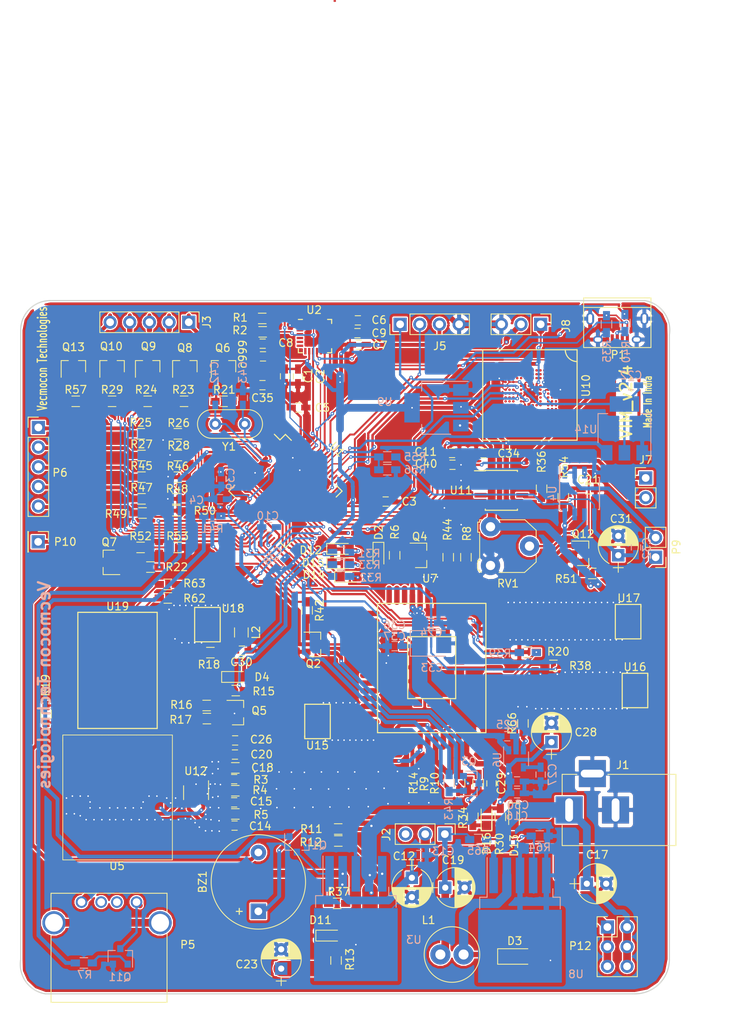
<source format=kicad_pcb>
(kicad_pcb (version 4) (host pcbnew 4.0.5)
  (layers (0 F.Cu signal) (31 B.Cu signal) (34 B.Paste user) (35 F.Paste user) (36 B.SilkS user) (37 F.SilkS user) (38 B.Mask user) (39 F.Mask user) (44 Edge.Cuts user))
  (net 0 "")
  (net 1 +3V3)
  (net 2 GND)
  (net 3 "Net-(C7-Pad1)")
  (net 4 "Net-(C9-Pad2)")
  (net 5 "Net-(C11-Pad1)")
  (net 6 "Net-(C14-Pad1)")
  (net 7 "Net-(C15-Pad1)")
  (net 8 "Net-(C18-Pad1)")
  (net 9 /MC60/SIM1_VDD)
  (net 10 /MC60/vbat)
  (net 11 /MC60/SIM_GND)
  (net 12 "Net-(C27-Pad1)")
  (net 13 "Net-(C42-Pad2)")
  (net 14 "Net-(D2-Pad1)")
  (net 15 "Net-(D11-Pad2)")
  (net 16 /MC60/GSM_Power_on/off)
  (net 17 /MC60/SIM1_RST)
  (net 18 /MC60/SIM1_CLK)
  (net 19 /MC60/SIM1_DATA)
  (net 20 "Net-(R11-Pad2)")
  (net 21 /MC60/RXD)
  (net 22 "Net-(R31-Pad2)")
  (net 23 "Net-(U1-Pad44)")
  (net 24 "Net-(U1-Pad45)")
  (net 25 /Sheet5982CAFF/AD0)
  (net 26 /MC60/GNSS_VCC)
  (net 27 "Net-(Q3-Pad1)")
  (net 28 "Net-(R20-Pad2)")
  (net 29 /MC60/TXD)
  (net 30 /MC60/GNSS_VCC_EN)
  (net 31 /MC60/netlight)
  (net 32 +5V)
  (net 33 /MC60/PWRKEY_CONTROL)
  (net 34 "/STM32 mcu/i2c_scl")
  (net 35 "/STM32 mcu/i2c_sda")
  (net 36 "/STM32 mcu/int")
  (net 37 "Net-(D13-Pad2)")
  (net 38 "Net-(C10-Pad2)")
  (net 39 "Net-(C43-Pad2)")
  (net 40 "Net-(D16-Pad1)")
  (net 41 "Net-(J5-Pad1)")
  (net 42 "Net-(J5-Pad2)")
  (net 43 "Net-(Q1-Pad3)")
  (net 44 "Net-(Q4-Pad3)")
  (net 45 "Net-(R33-Pad2)")
  (net 46 "Net-(R38-Pad2)")
  (net 47 "Net-(R32-Pad1)")
  (net 48 "Net-(D12-Pad2)")
  (net 49 "Net-(D14-Pad2)")
  (net 50 "Net-(D15-Pad2)")
  (net 51 "Net-(D3-Pad1)")
  (net 52 "Net-(Q1-Pad1)")
  (net 53 "Net-(Q2-Pad1)")
  (net 54 /MC60/led)
  (net 55 "Net-(Q4-Pad1)")
  (net 56 "Net-(R14-Pad2)")
  (net 57 "Net-(R43-Pad2)")
  (net 58 "/STM32 mcu/SDIO_D0")
  (net 59 "/STM32 mcu/SDIO_CK")
  (net 60 "/STM32 mcu/SDIO_CMD")
  (net 61 "Net-(J7-Pad1)")
  (net 62 "Net-(J7-Pad2)")
  (net 63 +1V8)
  (net 64 "Net-(J8-Pad2)")
  (net 65 "Net-(P1-Pad1)")
  (net 66 "Net-(P1-Pad2)")
  (net 67 "Net-(P1-Pad3)")
  (net 68 "Net-(Q2-Pad3)")
  (net 69 "/STM32 mcu/gps_tx")
  (net 70 "Net-(R10-Pad1)")
  (net 71 "/STM32 mcu/gps_rx")
  (net 72 "/STM32 mcu/CTS")
  (net 73 "/STM32 mcu/RTS")
  (net 74 /MC60/ri)
  (net 75 "Net-(C30-Pad1)")
  (net 76 "Net-(U1-Pad1)")
  (net 77 "Net-(D4-Pad1)")
  (net 78 "Net-(P5-Pad5)")
  (net 79 "Net-(P6-Pad1)")
  (net 80 "Net-(P6-Pad2)")
  (net 81 "Net-(P6-Pad3)")
  (net 82 "Net-(P6-Pad4)")
  (net 83 "Net-(P6-Pad5)")
  (net 84 "Net-(P9-Pad1)")
  (net 85 "Net-(P9-Pad2)")
  (net 86 "Net-(P10-Pad1)")
  (net 87 "Net-(Q5-Pad1)")
  (net 88 /ublox/led)
  (net 89 "Net-(Q6-Pad1)")
  (net 90 "Net-(Q7-Pad1)")
  (net 91 "Net-(Q8-Pad1)")
  (net 92 "Net-(Q9-Pad1)")
  (net 93 "Net-(Q10-Pad1)")
  (net 94 "Net-(Q11-Pad1)")
  (net 95 "Net-(Q12-Pad1)")
  (net 96 "Net-(Q12-Pad3)")
  (net 97 "/STM32 mcu/throttle_control")
  (net 98 "Net-(R16-Pad2)")
  (net 99 "/STM32 mcu/out1")
  (net 100 "/STM32 mcu/buzzer_control")
  (net 101 "/STM32 mcu/out2")
  (net 102 "/STM32 mcu/out3")
  (net 103 "/STM32 mcu/in1")
  (net 104 "/STM32 mcu/in2")
  (net 105 "/STM32 mcu/out4")
  (net 106 "/STM32 mcu/in3")
  (net 107 "/STM32 mcu/in4")
  (net 108 "/STM32 mcu/in5")
  (net 109 "/STM32 mcu/speed_input")
  (net 110 /ublox/gnss_rx)
  (net 111 /ublox/gnss_tx)
  (net 112 "/STM32 mcu/vibration")
  (net 113 "Net-(U15-Pad1)")
  (net 114 "Net-(U16-Pad1)")
  (net 115 "Net-(U17-Pad1)")
  (net 116 "Net-(L2-Pad2)")
  (net 117 "/STM32 mcu/vibration_in")
  (net 118 "Net-(Q13-Pad1)")
  (net 119 "Net-(R17-Pad2)")
  (net 120 "Net-(R18-Pad2)")
  (net 121 "Net-(R19-Pad1)")
  (net 122 "Net-(R55-Pad1)")
  (net 123 "/STM32 mcu/out5")
  (net 124 "/STM32 mcu/pot_in")
  (net 125 +12V)
  (net 126 "Net-(C19-Pad1)")
  (net 127 "Net-(P5-Pad4)")
  (net 128 "Net-(J3-Pad1)")
  (net 129 "Net-(J3-Pad2)")
  (net 130 "Net-(J3-Pad3)")
  (net 131 "Net-(J3-Pad4)")
  (net 132 "Net-(J3-Pad5)")
  (net 133 "/STM32 mcu/charging")
  (net 134 "Net-(R62-Pad2)")
  (net 135 "Net-(R63-Pad2)")
  (net 136 "Net-(BZ1-Pad2)")
  (net 137 "Net-(R64-Pad1)")
  (net 138 "Net-(R66-Pad1)")
  (net 139 "Net-(J2-Pad3)")
  (net 140 "Net-(P1-Pad4)")
  (net 141 "Net-(P5-Pad3)")
  (net 142 "Net-(P5-Pad2)")
  (net 143 "Net-(U1-Pad10)")
  (net 144 "Net-(U1-Pad50)")
  (net 145 "Net-(U1-Pad52)")
  (net 146 "Net-(U1-Pad61)")
  (net 147 "Net-(U1-Pad62)")
  (net 148 "Net-(U2-Pad2)")
  (net 149 "Net-(U2-Pad3)")
  (net 150 "Net-(U2-Pad4)")
  (net 151 "Net-(U2-Pad5)")
  (net 152 "Net-(U2-Pad6)")
  (net 153 "Net-(U2-Pad7)")
  (net 154 "Net-(U2-Pad14)")
  (net 155 "Net-(U2-Pad15)")
  (net 156 "Net-(U2-Pad16)")
  (net 157 "Net-(U2-Pad17)")
  (net 158 "Net-(U2-Pad19)")
  (net 159 "Net-(U2-Pad21)")
  (net 160 "Net-(U2-Pad22)")
  (net 161 "Net-(U5-Pad2)")
  (net 162 "Net-(U7-Pad1)")
  (net 163 "Net-(U7-Pad2)")
  (net 164 "Net-(U7-Pad3)")
  (net 165 "Net-(U7-Pad4)")
  (net 166 "Net-(U7-Pad6)")
  (net 167 "Net-(U7-Pad7)")
  (net 168 "Net-(U7-Pad8)")
  (net 169 "Net-(U7-Pad9)")
  (net 170 "Net-(U7-Pad10)")
  (net 171 "Net-(U7-Pad11)")
  (net 172 "Net-(U7-Pad12)")
  (net 173 "Net-(U7-Pad13)")
  (net 174 "Net-(U7-Pad29)")
  (net 175 "Net-(U7-Pad30)")
  (net 176 "Net-(U7-Pad36)")
  (net 177 "Net-(U7-Pad37)")
  (net 178 /MC60/VDD_EXT)
  (net 179 "Net-(U7-Pad46)")
  (net 180 "Net-(U7-Pad52)")
  (net 181 "Net-(U7-Pad53)")
  (net 182 "Net-(U7-Pad54)")
  (net 183 "Net-(U7-Pad67)")
  (net 184 "Net-(U7-Pad68)")
  (net 185 "Net-(U7-Pad66)")
  (net 186 "Net-(U7-Pad56)")
  (net 187 "Net-(U7-Pad55)")
  (net 188 "Net-(U7-Pad57)")
  (net 189 "Net-(U7-Pad58)")
  (net 190 "Net-(U7-Pad60)")
  (net 191 "Net-(U7-Pad65)")
  (net 192 "Net-(U7-Pad64)")
  (net 193 "Net-(U7-Pad63)")
  (net 194 "Net-(U7-Pad62)")
  (net 195 "Net-(U7-Pad61)")
  (net 196 "Net-(U7-Pad59)")
  (net 197 "Net-(U10-Pad2)")
  (net 198 "Net-(U10-Pad3)")
  (net 199 "Net-(U10-Pad14)")
  (net 200 "Net-(U10-Pad4)")
  (net 201 "Net-(U10-Pad9)")
  (net 202 "Net-(U10-Pad13)")
  (net 203 "Net-(U10-Pad51)")
  (net 204 "Net-(U10-Pad52)")
  (net 205 "Net-(U10-Pad53)")
  (net 206 "Net-(U10-Pad54)")
  (net 207 "Net-(U10-Pad6)")
  (net 208 "Net-(U10-Pad7)")
  (net 209 "Net-(U10-Pad8)")
  (net 210 "Net-(U10-Pad5)")
  (net 211 "Net-(U10-Pad10)")
  (net 212 "Net-(U10-Pad55)")
  (net 213 "Net-(U10-Pad56)")
  (net 214 "Net-(U10-Pad57)")
  (net 215 "Net-(U10-Pad58)")
  (net 216 "Net-(U10-Pad59)")
  (net 217 "Net-(U10-Pad60)")
  (net 218 "Net-(U10-Pad61)")
  (net 219 "Net-(U10-Pad62)")
  (net 220 "Net-(U10-Pad63)")
  (net 221 "Net-(U10-Pad64)")
  (net 222 "Net-(U10-Pad65)")
  (net 223 "Net-(U10-Pad66)")
  (net 224 "Net-(U10-Pad67)")
  (net 225 "Net-(U10-Pad68)")
  (net 226 "Net-(U10-Pad69)")
  (net 227 "Net-(U10-Pad70)")
  (net 228 "Net-(U10-Pad71)")
  (net 229 "Net-(U10-Pad72)")
  (net 230 "Net-(U10-Pad11)")
  (net 231 "Net-(U10-Pad73)")
  (net 232 "Net-(U10-Pad74)")
  (net 233 "Net-(U10-Pad75)")
  (net 234 "Net-(U10-Pad76)")
  (net 235 "Net-(U10-Pad78)")
  (net 236 "Net-(U10-Pad16)")
  (net 237 "Net-(U10-Pad19)")
  (net 238 "Net-(U10-Pad20)")
  (net 239 "Net-(U10-Pad15)")
  (net 240 "Net-(U10-Pad47)")
  (net 241 "Net-(U10-Pad48)")
  (net 242 "Net-(U10-Pad17)")
  (net 243 "Net-(U10-Pad18)")
  (net 244 "Net-(U10-Pad46)")
  (net 245 "Net-(U10-Pad45)")
  (net 246 "Net-(U10-Pad44)")
  (net 247 "Net-(U10-Pad43)")
  (net 248 "Net-(U10-Pad42)")
  (net 249 "Net-(U10-Pad41)")
  (net 250 "Net-(U10-Pad12)")
  (net 251 "Net-(U10-Pad79)")
  (net 252 "Net-(U10-Pad80)")
  (net 253 "Net-(U10-Pad81)")
  (net 254 "Net-(U10-Pad82)")
  (net 255 "Net-(U10-Pad83)")
  (net 256 "Net-(U10-Pad84)")
  (net 257 "Net-(U10-Pad85)")
  (net 258 "Net-(U10-Pad86)")
  (net 259 "Net-(U10-Pad87)")
  (net 260 "Net-(U10-Pad88)")
  (net 261 "Net-(U10-Pad89)")
  (net 262 "Net-(U10-Pad90)")
  (net 263 "Net-(U10-Pad91)")
  (net 264 "Net-(U10-Pad92)")
  (net 265 "Net-(U10-Pad93)")
  (net 266 "Net-(U10-Pad94)")
  (net 267 "Net-(U10-Pad95)")
  (net 268 "Net-(U10-Pad96)")
  (net 269 "Net-(U10-Pad97)")
  (net 270 "Net-(U10-Pad98)")
  (net 271 "Net-(U10-Pad99)")
  (net 272 "Net-(U10-Pad100)")
  (net 273 "Net-(U10-Pad101)")
  (net 274 "Net-(U10-Pad102)")
  (net 275 "Net-(U10-Pad103)")
  (net 276 "Net-(U10-Pad104)")
  (net 277 "Net-(U10-Pad106)")
  (net 278 "Net-(U10-Pad107)")
  (net 279 "Net-(U10-Pad108)")
  (net 280 "Net-(U10-Pad109)")
  (net 281 "Net-(U10-Pad110)")
  (net 282 "Net-(U10-Pad111)")
  (net 283 "Net-(U10-Pad112)")
  (net 284 "Net-(U10-Pad113)")
  (net 285 "Net-(U10-Pad114)")
  (net 286 "Net-(U10-Pad115)")
  (net 287 "Net-(U10-Pad116)")
  (net 288 "Net-(U10-Pad117)")
  (net 289 "Net-(U10-Pad118)")
  (net 290 "Net-(U10-Pad119)")
  (net 291 "Net-(U10-Pad120)")
  (net 292 "Net-(U10-Pad121)")
  (net 293 "Net-(U10-Pad122)")
  (net 294 "Net-(U10-Pad123)")
  (net 295 "Net-(U10-Pad124)")
  (net 296 "Net-(U10-Pad125)")
  (net 297 "Net-(U10-Pad126)")
  (net 298 "Net-(U10-Pad127)")
  (net 299 "Net-(U10-Pad128)")
  (net 300 "Net-(U10-Pad129)")
  (net 301 "Net-(U10-Pad130)")
  (net 302 "Net-(U10-Pad131)")
  (net 303 "Net-(U10-Pad132)")
  (net 304 "Net-(U10-Pad133)")
  (net 305 "Net-(U10-Pad134)")
  (net 306 "Net-(U10-Pad135)")
  (net 307 "Net-(U10-Pad136)")
  (net 308 "Net-(U10-Pad137)")
  (net 309 "Net-(U10-Pad138)")
  (net 310 "Net-(U10-Pad139)")
  (net 311 "Net-(U10-Pad140)")
  (net 312 "Net-(U10-Pad141)")
  (net 313 "Net-(U10-Pad142)")
  (net 314 "Net-(U10-Pad143)")
  (net 315 "Net-(U10-Pad144)")
  (net 316 "Net-(U10-Pad145)")
  (net 317 "Net-(U10-Pad146)")
  (net 318 "Net-(U10-Pad147)")
  (net 319 "Net-(U10-Pad148)")
  (net 320 "Net-(U10-Pad149)")
  (net 321 "Net-(U10-Pad150)")
  (net 322 "Net-(U10-Pad151)")
  (net 323 "Net-(U10-Pad152)")
  (net 324 "Net-(U10-Pad153)")
  (net 325 "Net-(U12-Pad5)")
  (net 326 "Net-(U19-Pad1)")
  (net 327 "Net-(U19-Pad4)")
  (net 328 "Net-(U19-Pad5)")
  (net 329 "Net-(U19-Pad6)")
  (net 330 "Net-(U19-Pad7)")
  (net 331 "Net-(U19-Pad8)")
  (net 332 "Net-(U19-Pad14)")
  (net 333 "Net-(U19-Pad15)")
  (net 334 "Net-(U19-Pad16)")
  (net 335 "Net-(U19-Pad17)")
  (net 336 "Net-(U19-Pad18)")
  (net 337 "Net-(U19-Pad19)")
  (module TO_SOT_Packages_SMD:SOT-23-6 (layer F.Cu) (at 133.15 125.15 270)
    (fp_text reference U12 (at -2.8 0.05 360) (layer F.SilkS))
    (fp_text value CM1224)
    (pad 1 smd rect (at -1.1 -0.95 270) (size 1.06 0.65) (layers F.Cu F.Paste F.Mask) (net 8 "Net-(C18-Pad1)"))
    (pad 2 smd rect (at -1.1 0 270) (size 1.06 0.65) (layers F.Cu F.Paste F.Mask) (net 2 GND))
    (pad 3 smd rect (at -1.1 0.95 270) (size 1.06 0.65) (layers F.Cu F.Paste F.Mask) (net 9 /MC60/SIM1_VDD))
    (pad 4 smd rect (at 1.1 0.95 270) (size 1.06 0.65) (layers F.Cu F.Paste F.Mask) (net 6 "Net-(C14-Pad1)"))
    (pad 6 smd rect (at 1.1 -0.95 270) (size 1.06 0.65) (layers F.Cu F.Paste F.Mask) (net 7 "Net-(C15-Pad1)"))
    (pad 5 smd rect (at 1.1 0 270) (size 1.06 0.65) (layers F.Cu F.Paste F.Mask) (net 325 "Net-(U12-Pad5)"))
  )
  (module TO_SOT_Packages_SMD:SOT-23 (layer F.Cu) (at 162.2 94.5)
    (fp_text reference Q4 (at -0.148 -2.425) (layer F.SilkS))
    (fp_text value Q_NPN_BEC)
    (pad 1 smd rect (at -1 -0.95) (size 0.9 0.8) (layers F.Cu F.Paste F.Mask) (net 55 "Net-(Q4-Pad1)"))
    (pad 2 smd rect (at -1 0.95) (size 0.9 0.8) (layers F.Cu F.Paste F.Mask) (net 2 GND))
    (pad 3 smd rect (at 1 0) (size 0.9 0.8) (layers F.Cu F.Paste F.Mask) (net 44 "Net-(Q4-Pad3)"))
  )
  (module Capacitors_SMD:C_0603_HandSoldering (layer F.Cu) (at 139.065 106.807)
    (fp_text reference C30 (at -0.05 1.47) (layer F.SilkS))
    (fp_text value 10nF)
    (pad 1 smd rect (at -0.95 0) (size 1.2 0.75) (layers F.Cu F.Paste F.Mask) (net 75 "Net-(C30-Pad1)"))
    (pad 2 smd rect (at 0.95 0) (size 1.2 0.75) (layers F.Cu F.Paste F.Mask) (net 2 GND))
  )
  (module Housings_QFP:LQFP-64_10x10mm_Pitch0.5mm (layer F.Cu) (at 144.7 86.2 315)
    (fp_text reference U1 (at 0.915986 -8.531243 315) (layer F.SilkS))
    (fp_text value STM32F405RG)
    (pad 1 smd rect (at -5.7 -3.75 315) (size 1 0.25) (layers F.Cu F.Paste F.Mask) (net 76 "Net-(U1-Pad1)"))
    (pad 2 smd rect (at -5.7 -3.25 315) (size 1 0.25) (layers F.Cu F.Paste F.Mask) (net 103 "/STM32 mcu/in1"))
    (pad 3 smd rect (at -5.7 -2.75 315) (size 1 0.25) (layers F.Cu F.Paste F.Mask) (net 104 "/STM32 mcu/in2"))
    (pad 4 smd rect (at -5.7 -2.25 315) (size 1 0.25) (layers F.Cu F.Paste F.Mask) (net 106 "/STM32 mcu/in3"))
    (pad 5 smd rect (at -5.7 -1.75 315) (size 1 0.25) (layers F.Cu F.Paste F.Mask) (net 13 "Net-(C42-Pad2)"))
    (pad 6 smd rect (at -5.7 -1.25 315) (size 1 0.25) (layers F.Cu F.Paste F.Mask) (net 39 "Net-(C43-Pad2)"))
    (pad 7 smd rect (at -5.7 -0.75 315) (size 1 0.25) (layers F.Cu F.Paste F.Mask) (net 107 "/STM32 mcu/in4"))
    (pad 8 smd rect (at -5.7 -0.25 315) (size 1 0.25) (layers F.Cu F.Paste F.Mask) (net 108 "/STM32 mcu/in5"))
    (pad 9 smd rect (at -5.7 0.25 315) (size 1 0.25) (layers F.Cu F.Paste F.Mask) (net 133 "/STM32 mcu/charging"))
    (pad 10 smd rect (at -5.7 0.75 315) (size 1 0.25) (layers F.Cu F.Paste F.Mask) (net 143 "Net-(U1-Pad10)"))
    (pad 11 smd rect (at -5.7 1.25 315) (size 1 0.25) (layers F.Cu F.Paste F.Mask) (net 33 /MC60/PWRKEY_CONTROL))
    (pad 12 smd rect (at -5.7 1.75 315) (size 1 0.25) (layers F.Cu F.Paste F.Mask) (net 2 GND))
    (pad 13 smd rect (at -5.7 2.25 315) (size 1 0.25) (layers F.Cu F.Paste F.Mask) (net 1 +3V3))
    (pad 14 smd rect (at -5.7 2.75 315) (size 1 0.25) (layers F.Cu F.Paste F.Mask) (net 72 "/STM32 mcu/CTS"))
    (pad 15 smd rect (at -5.7 3.25 315) (size 1 0.25) (layers F.Cu F.Paste F.Mask) (net 73 "/STM32 mcu/RTS"))
    (pad 16 smd rect (at -5.7 3.75 315) (size 1 0.25) (layers F.Cu F.Paste F.Mask) (net 29 /MC60/TXD))
    (pad 17 smd rect (at -3.75 5.7 45) (size 1 0.25) (layers F.Cu F.Paste F.Mask) (net 21 /MC60/RXD))
    (pad 18 smd rect (at -3.25 5.7 45) (size 1 0.25) (layers F.Cu F.Paste F.Mask) (net 2 GND))
    (pad 19 smd rect (at -2.75 5.7 45) (size 1 0.25) (layers F.Cu F.Paste F.Mask) (net 1 +3V3))
    (pad 20 smd rect (at -2.25 5.7 45) (size 1 0.25) (layers F.Cu F.Paste F.Mask) (net 16 /MC60/GSM_Power_on/off))
    (pad 21 smd rect (at -1.75 5.7 45) (size 1 0.25) (layers F.Cu F.Paste F.Mask) (net 100 "/STM32 mcu/buzzer_control"))
    (pad 22 smd rect (at -1.25 5.7 45) (size 1 0.25) (layers F.Cu F.Paste F.Mask) (net 99 "/STM32 mcu/out1"))
    (pad 23 smd rect (at -0.75 5.7 45) (size 1 0.25) (layers F.Cu F.Paste F.Mask) (net 101 "/STM32 mcu/out2"))
    (pad 24 smd rect (at -0.25 5.7 45) (size 1 0.25) (layers F.Cu F.Paste F.Mask) (net 74 /MC60/ri))
    (pad 25 smd rect (at 0.25 5.7 45) (size 1 0.25) (layers F.Cu F.Paste F.Mask) (net 54 /MC60/led))
    (pad 26 smd rect (at 0.75 5.7 45) (size 1 0.25) (layers F.Cu F.Paste F.Mask) (net 102 "/STM32 mcu/out3"))
    (pad 27 smd rect (at 1.25 5.7 45) (size 1 0.25) (layers F.Cu F.Paste F.Mask) (net 105 "/STM32 mcu/out4"))
    (pad 28 smd rect (at 1.75 5.7 45) (size 1 0.25) (layers F.Cu F.Paste F.Mask) (net 123 "/STM32 mcu/out5"))
    (pad 29 smd rect (at 2.25 5.7 45) (size 1 0.25) (layers F.Cu F.Paste F.Mask) (net 69 "/STM32 mcu/gps_tx"))
    (pad 30 smd rect (at 2.75 5.7 45) (size 1 0.25) (layers F.Cu F.Paste F.Mask) (net 71 "/STM32 mcu/gps_rx"))
    (pad 31 smd rect (at 3.25 5.7 45) (size 1 0.25) (layers F.Cu F.Paste F.Mask) (net 38 "Net-(C10-Pad2)"))
    (pad 32 smd rect (at 3.75 5.7 45) (size 1 0.25) (layers F.Cu F.Paste F.Mask) (net 1 +3V3))
    (pad 33 smd rect (at 5.7 3.75 315) (size 1 0.25) (layers F.Cu F.Paste F.Mask) (net 47 "Net-(R32-Pad1)"))
    (pad 34 smd rect (at 5.7 3.25 315) (size 1 0.25) (layers F.Cu F.Paste F.Mask) (net 45 "Net-(R33-Pad2)"))
    (pad 35 smd rect (at 5.7 2.75 315) (size 1 0.25) (layers F.Cu F.Paste F.Mask) (net 22 "Net-(R31-Pad2)"))
    (pad 36 smd rect (at 5.7 2.25 315) (size 1 0.25) (layers F.Cu F.Paste F.Mask) (net 88 /ublox/led))
    (pad 37 smd rect (at 5.7 1.75 315) (size 1 0.25) (layers F.Cu F.Paste F.Mask) (net 110 /ublox/gnss_rx))
    (pad 38 smd rect (at 5.7 1.25 315) (size 1 0.25) (layers F.Cu F.Paste F.Mask) (net 111 /ublox/gnss_tx))
    (pad 39 smd rect (at 5.7 0.75 315) (size 1 0.25) (layers F.Cu F.Paste F.Mask) (net 58 "/STM32 mcu/SDIO_D0"))
    (pad 40 smd rect (at 5.7 0.25 315) (size 1 0.25) (layers F.Cu F.Paste F.Mask) (net 97 "/STM32 mcu/throttle_control"))
    (pad 41 smd rect (at 5.7 -0.25 315) (size 1 0.25) (layers F.Cu F.Paste F.Mask) (net 109 "/STM32 mcu/speed_input"))
    (pad 42 smd rect (at 5.7 -0.75 315) (size 1 0.25) (layers F.Cu F.Paste F.Mask) (net 42 "Net-(J5-Pad2)"))
    (pad 43 smd rect (at 5.7 -1.25 315) (size 1 0.25) (layers F.Cu F.Paste F.Mask) (net 41 "Net-(J5-Pad1)"))
    (pad 44 smd rect (at 5.7 -1.75 315) (size 1 0.25) (layers F.Cu F.Paste F.Mask) (net 23 "Net-(U1-Pad44)"))
    (pad 45 smd rect (at 5.7 -2.25 315) (size 1 0.25) (layers F.Cu F.Paste F.Mask) (net 24 "Net-(U1-Pad45)"))
    (pad 46 smd rect (at 5.7 -2.75 315) (size 1 0.25) (layers F.Cu F.Paste F.Mask) (net 67 "Net-(P1-Pad3)"))
    (pad 47 smd rect (at 5.7 -3.25 315) (size 1 0.25) (layers F.Cu F.Paste F.Mask) (net 5 "Net-(C11-Pad1)"))
    (pad 48 smd rect (at 5.7 -3.75 315) (size 1 0.25) (layers F.Cu F.Paste F.Mask) (net 1 +3V3))
    (pad 49 smd rect (at 3.75 -5.7 45) (size 1 0.25) (layers F.Cu F.Paste F.Mask) (net 66 "Net-(P1-Pad2)"))
    (pad 50 smd rect (at 3.25 -5.7 45) (size 1 0.25) (layers F.Cu F.Paste F.Mask) (net 144 "Net-(U1-Pad50)"))
    (pad 51 smd rect (at 2.75 -5.7 45) (size 1 0.25) (layers F.Cu F.Paste F.Mask) (net 122 "Net-(R55-Pad1)"))
    (pad 52 smd rect (at 2.25 -5.7 45) (size 1 0.25) (layers F.Cu F.Paste F.Mask) (net 145 "Net-(U1-Pad52)"))
    (pad 53 smd rect (at 1.75 -5.7 45) (size 1 0.25) (layers F.Cu F.Paste F.Mask) (net 59 "/STM32 mcu/SDIO_CK"))
    (pad 54 smd rect (at 1.25 -5.7 45) (size 1 0.25) (layers F.Cu F.Paste F.Mask) (net 60 "/STM32 mcu/SDIO_CMD"))
    (pad 55 smd rect (at 0.75 -5.7 45) (size 1 0.25) (layers F.Cu F.Paste F.Mask) (net 65 "Net-(P1-Pad1)"))
    (pad 56 smd rect (at 0.25 -5.7 45) (size 1 0.25) (layers F.Cu F.Paste F.Mask) (net 25 /Sheet5982CAFF/AD0))
    (pad 57 smd rect (at -0.25 -5.7 45) (size 1 0.25) (layers F.Cu F.Paste F.Mask) (net 36 "/STM32 mcu/int"))
    (pad 58 smd rect (at -0.75 -5.7 45) (size 1 0.25) (layers F.Cu F.Paste F.Mask) (net 34 "/STM32 mcu/i2c_scl"))
    (pad 59 smd rect (at -1.25 -5.7 45) (size 1 0.25) (layers F.Cu F.Paste F.Mask) (net 35 "/STM32 mcu/i2c_sda"))
    (pad 60 smd rect (at -1.75 -5.7 45) (size 1 0.25) (layers F.Cu F.Paste F.Mask) (net 64 "Net-(J8-Pad2)"))
    (pad 61 smd rect (at -2.25 -5.7 45) (size 1 0.25) (layers F.Cu F.Paste F.Mask) (net 146 "Net-(U1-Pad61)"))
    (pad 62 smd rect (at -2.75 -5.7 45) (size 1 0.25) (layers F.Cu F.Paste F.Mask) (net 147 "Net-(U1-Pad62)"))
    (pad 63 smd rect (at -3.25 -5.7 45) (size 1 0.25) (layers F.Cu F.Paste F.Mask) (net 2 GND))
    (pad 64 smd rect (at -3.75 -5.7 45) (size 1 0.25) (layers F.Cu F.Paste F.Mask) (net 1 +3V3))
  )
  (module BUCK:Quectel_MC-60 (layer F.Cu) (at 155.6 102)
    (fp_text reference U7 (at 7.77 -4.51) (layer F.SilkS))
    (fp_text value MC6O)
    (pad 1 smd oval (at 0 0) (size 2.5 0.7) (layers F.Cu F.Paste F.Mask) (net 162 "Net-(U7-Pad1)"))
    (pad 2 smd oval (at 0 1) (size 2.5 0.7) (layers F.Cu F.Paste F.Mask) (net 163 "Net-(U7-Pad2)"))
    (pad 3 smd oval (at 0 2) (size 2.5 0.7) (layers F.Cu F.Paste F.Mask) (net 164 "Net-(U7-Pad3)"))
    (pad 4 smd oval (at 0 3) (size 2.5 0.7) (layers F.Cu F.Paste F.Mask) (net 165 "Net-(U7-Pad4)"))
    (pad 5 smd oval (at 0 4) (size 2.5 0.7) (layers F.Cu F.Paste F.Mask) (net 68 "Net-(Q2-Pad3)"))
    (pad 6 smd oval (at 0 5) (size 2.5 0.7) (layers F.Cu F.Paste F.Mask) (net 166 "Net-(U7-Pad6)"))
    (pad 7 smd oval (at 0 6) (size 2.5 0.7) (layers F.Cu F.Paste F.Mask) (net 167 "Net-(U7-Pad7)"))
    (pad 8 smd oval (at 0 7) (size 2.5 0.7) (layers F.Cu F.Paste F.Mask) (net 168 "Net-(U7-Pad8)"))
    (pad 9 smd oval (at 0 8) (size 2.5 0.7) (layers F.Cu F.Paste F.Mask) (net 169 "Net-(U7-Pad9)"))
    (pad 10 smd oval (at 0 9) (size 2.5 0.7) (layers F.Cu F.Paste F.Mask) (net 170 "Net-(U7-Pad10)"))
    (pad 11 smd oval (at 0 10) (size 2.5 0.7) (layers F.Cu F.Paste F.Mask) (net 171 "Net-(U7-Pad11)"))
    (pad 12 smd oval (at 0 11) (size 2.5 0.7) (layers F.Cu F.Paste F.Mask) (net 172 "Net-(U7-Pad12)"))
    (pad 13 smd oval (at 0 12) (size 2.5 0.7) (layers F.Cu F.Paste F.Mask) (net 173 "Net-(U7-Pad13)"))
    (pad 14 smd oval (at 0 13) (size 2.5 0.7) (layers F.Cu F.Paste F.Mask) (net 2 GND))
    (pad 15 smd oval (at 0 14) (size 2.5 0.7) (layers F.Cu F.Paste F.Mask) (net 113 "Net-(U15-Pad1)"))
    (pad 16 smd oval (at 2.5 16.35) (size 0.7 2.5) (layers F.Cu F.Paste F.Mask) (net 11 /MC60/SIM_GND))
    (pad 17 smd oval (at 3.5 16.35) (size 0.7 2.5) (layers F.Cu F.Paste F.Mask) (net 57 "Net-(R43-Pad2)"))
    (pad 18 smd oval (at 4.5 16.35) (size 0.7 2.5) (layers F.Cu F.Paste F.Mask) (net 9 /MC60/SIM1_VDD))
    (pad 19 smd oval (at 5.5 16.35) (size 0.7 2.5) (layers F.Cu F.Paste F.Mask) (net 18 /MC60/SIM1_CLK))
    (pad 20 smd oval (at 6.5 16.35) (size 0.7 2.5) (layers F.Cu F.Paste F.Mask) (net 17 /MC60/SIM1_RST))
    (pad 21 smd oval (at 7.5 16.35) (size 0.7 2.5) (layers F.Cu F.Paste F.Mask) (net 19 /MC60/SIM1_DATA))
    (pad 22 smd oval (at 8.5 16.35) (size 0.7 2.5) (layers F.Cu F.Paste F.Mask) (net 56 "Net-(R14-Pad2)"))
    (pad 23 smd oval (at 9.5 16.35) (size 0.7 2.5) (layers F.Cu F.Paste F.Mask) (net 70 "Net-(R10-Pad1)"))
    (pad 24 smd oval (at 10.5 16.35) (size 0.7 2.5) (layers F.Cu F.Paste F.Mask) (net 56 "Net-(R14-Pad2)"))
    (pad 25 smd oval (at 11.5 16.35) (size 0.7 2.5) (layers F.Cu F.Paste F.Mask) (net 70 "Net-(R10-Pad1)"))
    (pad 26 smd oval (at 12.5 16.35) (size 0.7 2.5) (layers F.Cu F.Paste F.Mask) (net 26 /MC60/GNSS_VCC))
    (pad 27 smd oval (at 13.5 16.35) (size 0.7 2.5) (layers F.Cu F.Paste F.Mask) (net 2 GND))
    (pad 28 smd oval (at 16 14) (size 2.5 0.7) (layers F.Cu F.Paste F.Mask) (net 138 "Net-(R66-Pad1)"))
    (pad 29 smd oval (at 16 13) (size 2.5 0.7) (layers F.Cu F.Paste F.Mask) (net 174 "Net-(U7-Pad29)"))
    (pad 30 smd oval (at 16 12) (size 2.5 0.7) (layers F.Cu F.Paste F.Mask) (net 175 "Net-(U7-Pad30)"))
    (pad 31 smd oval (at 16 11) (size 2.5 0.7) (layers F.Cu F.Paste F.Mask) (net 2 GND))
    (pad 32 smd oval (at 16 10) (size 2.5 0.7) (layers F.Cu F.Paste F.Mask) (net 114 "Net-(U16-Pad1)"))
    (pad 33 smd oval (at 16 9) (size 2.5 0.7) (layers F.Cu F.Paste F.Mask) (net 46 "Net-(R38-Pad2)"))
    (pad 34 smd oval (at 16 8) (size 2.5 0.7) (layers F.Cu F.Paste F.Mask) (net 28 "Net-(R20-Pad2)"))
    (pad 35 smd oval (at 16 7) (size 2.5 0.7) (layers F.Cu F.Paste F.Mask) (net 74 /MC60/ri))
    (pad 36 smd oval (at 16 6) (size 2.5 0.7) (layers F.Cu F.Paste F.Mask) (net 176 "Net-(U7-Pad36)"))
    (pad 37 smd oval (at 16 5) (size 2.5 0.7) (layers F.Cu F.Paste F.Mask) (net 177 "Net-(U7-Pad37)"))
    (pad 38 smd oval (at 16 4) (size 2.5 0.7) (layers F.Cu F.Paste F.Mask) (net 72 "/STM32 mcu/CTS"))
    (pad 39 smd oval (at 16 3) (size 2.5 0.7) (layers F.Cu F.Paste F.Mask) (net 73 "/STM32 mcu/RTS"))
    (pad 40 smd oval (at 16 2) (size 2.5 0.7) (layers F.Cu F.Paste F.Mask) (net 2 GND))
    (pad 41 smd oval (at 16 1) (size 2.5 0.7) (layers F.Cu F.Paste F.Mask) (net 115 "Net-(U17-Pad1)"))
    (pad 42 smd oval (at 16 0) (size 2.5 0.7) (layers F.Cu F.Paste F.Mask) (net 2 GND))
    (pad 43 smd oval (at 13.5 -2.35) (size 0.7 2.5) (layers F.Cu F.Paste F.Mask) (net 178 /MC60/VDD_EXT))
    (pad 44 smd oval (at 12.5 -2.35) (size 0.7 2.5) (layers F.Cu F.Paste F.Mask) (net 2 GND))
    (pad 45 smd oval (at 11.5 -2.35) (size 0.7 2.5) (layers F.Cu F.Paste F.Mask) (net 2 GND))
    (pad 46 smd oval (at 10.5 -2.35) (size 0.7 2.5) (layers F.Cu F.Paste F.Mask) (net 179 "Net-(U7-Pad46)"))
    (pad 47 smd oval (at 9.5 -2.35) (size 0.7 2.5) (layers F.Cu F.Paste F.Mask) (net 31 /MC60/netlight))
    (pad 48 smd oval (at 8.5 -2.35) (size 0.7 2.5) (layers F.Cu F.Paste F.Mask) (net 2 GND))
    (pad 49 smd oval (at 7.5 -2.35) (size 0.7 2.5) (layers F.Cu F.Paste F.Mask) (net 2 GND))
    (pad 50 smd oval (at 6.5 -2.35) (size 0.7 2.5) (layers F.Cu F.Paste F.Mask) (net 10 /MC60/vbat))
    (pad 51 smd oval (at 5.5 -2.36) (size 0.7 2.5) (layers F.Cu F.Paste F.Mask) (net 10 /MC60/vbat))
    (pad 52 smd oval (at 4.5 -2.35) (size 0.7 2.5) (layers F.Cu F.Paste F.Mask) (net 180 "Net-(U7-Pad52)"))
    (pad 53 smd oval (at 3.5 -2.35) (size 0.7 2.5) (layers F.Cu F.Paste F.Mask) (net 181 "Net-(U7-Pad53)"))
    (pad 54 smd oval (at 2.5 -2.35) (size 0.7 2.5) (layers F.Cu F.Paste F.Mask) (net 182 "Net-(U7-Pad54)"))
    (pad 67 smd rect (at 8 2.5) (size 1.1 1.1) (layers F.Cu F.Paste F.Mask) (net 183 "Net-(U7-Pad67)"))
    (pad 68 smd rect (at 6.2 2.5) (size 1.1 1.1) (layers F.Cu F.Paste F.Mask) (net 184 "Net-(U7-Pad68)"))
    (pad 66 smd rect (at 9.8 2.5) (size 1.1 1.1) (layers F.Cu F.Paste F.Mask) (net 185 "Net-(U7-Pad66)"))
    (pad 56 smd rect (at 4.35 6.06) (size 1.1 1.1) (layers F.Cu F.Paste F.Mask) (net 186 "Net-(U7-Pad56)"))
    (pad 55 smd rect (at 4.35 4.26) (size 1.1 1.1) (layers F.Cu F.Paste F.Mask) (net 187 "Net-(U7-Pad55)"))
    (pad 57 smd rect (at 4.35 7.86) (size 1.1 1.1) (layers F.Cu F.Paste F.Mask) (net 188 "Net-(U7-Pad57)"))
    (pad 58 smd rect (at 4.35 9.66) (size 1.1 1.1) (layers F.Cu F.Paste F.Mask) (net 189 "Net-(U7-Pad58)"))
    (pad 60 smd rect (at 8 11.5) (size 1.1 1.1) (layers F.Cu F.Paste F.Mask) (net 190 "Net-(U7-Pad60)"))
    (pad 65 smd rect (at 11.65 4.26) (size 1.1 1.1) (layers F.Cu F.Paste F.Mask) (net 191 "Net-(U7-Pad65)"))
    (pad 64 smd rect (at 11.65 6.06) (size 1.1 1.1) (layers F.Cu F.Paste F.Mask) (net 192 "Net-(U7-Pad64)"))
    (pad 63 smd rect (at 11.65 7.86) (size 1.1 1.1) (layers F.Cu F.Paste F.Mask) (net 193 "Net-(U7-Pad63)"))
    (pad 62 smd rect (at 11.65 9.66) (size 1.1 1.1) (layers F.Cu F.Paste F.Mask) (net 194 "Net-(U7-Pad62)"))
    (pad 61 smd rect (at 9.8 11.5) (size 1.1 1.1) (layers F.Cu F.Paste F.Mask) (net 195 "Net-(U7-Pad61)"))
    (pad 59 smd rect (at 6.2 11.5) (size 1.1 1.1) (layers F.Cu F.Paste F.Mask) (net 196 "Net-(U7-Pad59)"))
  )
  (module BUCK:simcardconn (layer F.Cu) (at 117.9 121.7 270)
    (fp_text reference U5 (at 12.92 -5.036 360) (layer F.SilkS))
    (fp_text value J502)
    (pad 1 smd rect (at 0 0 270) (size 1.2 2) (layers F.Cu F.Paste F.Mask) (net 11 /MC60/SIM_GND))
    (pad 2 smd rect (at 2.54 0 270) (size 1.2 2) (layers F.Cu F.Paste F.Mask) (net 161 "Net-(U5-Pad2)"))
    (pad 3 smd rect (at 5.08 0 270) (size 1.2 2) (layers F.Cu F.Paste F.Mask) (net 6 "Net-(C14-Pad1)"))
    (pad 4 smd rect (at 5.08 -10 270) (size 1.2 2) (layers F.Cu F.Paste F.Mask) (net 7 "Net-(C15-Pad1)"))
    (pad 5 smd rect (at 2.54 -10 270) (size 1.2 2) (layers F.Cu F.Paste F.Mask) (net 8 "Net-(C18-Pad1)"))
    (pad 6 smd rect (at 0 -10 270) (size 1.2 2) (layers F.Cu F.Paste F.Mask) (net 9 /MC60/SIM1_VDD))
    (pad "" smd rect (at -2.19 -2.5 270) (size 0.9 2.2) (layers F.Cu F.Paste F.Mask))
    (pad "" smd rect (at -2.19 -7.5 270) (size 0.9 2.2) (layers F.Cu F.Paste F.Mask))
    (pad "" smd rect (at 10.31 -2.5 270) (size 0.9 2.2) (layers F.Cu F.Paste F.Mask))
    (pad "" smd rect (at 10.31 -7.5 270) (size 0.9 2.2) (layers F.Cu F.Paste F.Mask))
  )
  (module LEDs:LED_0805 (layer F.Cu) (at 150.43 143.61)
    (fp_text reference D11 (at -1.205 -2.005 180) (layer F.SilkS))
    (fp_text value LED)
    (pad 2 smd rect (at 1.1 0 180) (size 1.2 1.2) (layers F.Cu F.Paste F.Mask) (net 15 "Net-(D11-Pad2)"))
    (pad 1 smd rect (at -1.1 0 180) (size 1.2 1.2) (layers F.Cu F.Paste F.Mask) (net 2 GND))
  )
  (module LEDs:LED_0805 (layer F.Cu) (at 174.244 128.27 270)
    (fp_text reference D13 (at 3.7 0 270) (layer F.SilkS))
    (fp_text value LED)
    (pad 2 smd rect (at 1.1 0 90) (size 1.2 1.2) (layers F.Cu F.Paste F.Mask) (net 37 "Net-(D13-Pad2)"))
    (pad 1 smd rect (at -1.1 0 90) (size 1.2 1.2) (layers F.Cu F.Paste F.Mask) (net 2 GND))
  )
  (module LEDs:LED_0805 (layer F.Cu) (at 156.718 94.615 270)
    (fp_text reference D2 (at -3.065 -0.032 450) (layer F.SilkS))
    (fp_text value LED)
    (pad 2 smd rect (at 1.1 0 90) (size 1.2 1.2) (layers F.Cu F.Paste F.Mask) (net 10 /MC60/vbat))
    (pad 1 smd rect (at -1.1 0 90) (size 1.2 1.2) (layers F.Cu F.Paste F.Mask) (net 14 "Net-(D2-Pad1)"))
  )
  (module Connectors:BARREL_JACK (layer F.Cu) (at 181.356 127.381 180)
    (fp_text reference J1 (at -6.934 5.801 360) (layer F.SilkS))
    (fp_text value BARREL_JACK)
    (pad 1 thru_hole rect (at 0 0 180) (size 3.5 3.5) (drill oval 1 3) (layers *.Cu *.Mask) (net 125 +12V))
    (pad 2 thru_hole rect (at -6 0 180) (size 3.5 3.5) (drill oval 1 3) (layers *.Cu *.Mask) (net 2 GND))
    (pad 3 thru_hole rect (at -3 4.7 180) (size 3.5 3.5) (drill oval 3 1) (layers *.Cu *.Mask) (net 2 GND))
  )
  (module LEDs:LED_0805 (layer F.Cu) (at 151.8285 93.6625)
    (fp_text reference D12 (at -3.8608 0.1778) (layer F.SilkS))
    (fp_text value LED)
    (pad 2 smd rect (at 1.1 0 180) (size 1.2 1.2) (layers F.Cu F.Paste F.Mask) (net 48 "Net-(D12-Pad2)"))
    (pad 1 smd rect (at -1.1 0 180) (size 1.2 1.2) (layers F.Cu F.Paste F.Mask) (net 2 GND))
  )
  (module LEDs:LED_0805 (layer F.Cu) (at 152.86 97.26)
    (fp_text reference D14 (at -4.49 -0.23 180) (layer F.SilkS))
    (fp_text value LED)
    (pad 2 smd rect (at 1.1 0 180) (size 1.2 1.2) (layers F.Cu F.Paste F.Mask) (net 49 "Net-(D14-Pad2)"))
    (pad 1 smd rect (at -1.1 0 180) (size 1.2 1.2) (layers F.Cu F.Paste F.Mask) (net 2 GND))
  )
  (module LEDs:LED_0805 (layer F.Cu) (at 151.8285 95.504)
    (fp_text reference D15 (at -3.556 -0.0508 180) (layer F.SilkS))
    (fp_text value LED)
    (pad 2 smd rect (at 1.1 0 180) (size 1.2 1.2) (layers F.Cu F.Paste F.Mask) (net 50 "Net-(D15-Pad2)"))
    (pad 1 smd rect (at -1.1 0 180) (size 1.2 1.2) (layers F.Cu F.Paste F.Mask) (net 2 GND))
  )
  (module LEDs:LED_0805 (layer F.Cu) (at 170.688 128.27 90)
    (fp_text reference D16 (at -3.429 0 270) (layer F.SilkS))
    (fp_text value LED)
    (pad 2 smd rect (at 1.1 0 270) (size 1.2 1.2) (layers F.Cu F.Paste F.Mask) (net 26 /MC60/GNSS_VCC))
    (pad 1 smd rect (at -1.1 0 270) (size 1.2 1.2) (layers F.Cu F.Paste F.Mask) (net 40 "Net-(D16-Pad1)"))
  )
  (module TO_SOT_Packages_SMD:SOT-23 (layer B.Cu) (at 146.177 131.826 270)
    (fp_text reference Q1 (at 0.127 -2.8956 540) (layer B.SilkS) (effects (justify mirror)))
    (fp_text value Q_NPN_BEC)
    (pad 1 smd rect (at -1 0.95 270) (size 0.9 0.8) (layers B.Cu B.Paste B.Mask) (net 52 "Net-(Q1-Pad1)"))
    (pad 2 smd rect (at -1 -0.95 270) (size 0.9 0.8) (layers B.Cu B.Paste B.Mask) (net 2 GND))
    (pad 3 smd rect (at 1 0 270) (size 0.9 0.8) (layers B.Cu B.Paste B.Mask) (net 43 "Net-(Q1-Pad3)"))
  )
  (module TO_SOT_Packages_SMD:SOT-23 (layer F.Cu) (at 148.5 106)
    (fp_text reference Q2 (at -0.2 2.5 180) (layer F.SilkS))
    (fp_text value Q_NPN_BEC)
    (pad 1 smd rect (at -1 -0.95) (size 0.9 0.8) (layers F.Cu F.Paste F.Mask) (net 53 "Net-(Q2-Pad1)"))
    (pad 2 smd rect (at -1 0.95) (size 0.9 0.8) (layers F.Cu F.Paste F.Mask) (net 2 GND))
    (pad 3 smd rect (at 1 0) (size 0.9 0.8) (layers F.Cu F.Paste F.Mask) (net 68 "Net-(Q2-Pad3)"))
  )
  (module TO_SOT_Packages_SMD:SOT-23 (layer B.Cu) (at 168.7 123.95)
    (fp_text reference Q3 (at -0.29 -2.84 180) (layer B.SilkS) (effects (justify mirror)))
    (fp_text value Q_NPN_BEC)
    (pad 1 smd rect (at -1 0.95) (size 0.9 0.8) (layers B.Cu B.Paste B.Mask) (net 27 "Net-(Q3-Pad1)"))
    (pad 2 smd rect (at -1 -0.95) (size 0.9 0.8) (layers B.Cu B.Paste B.Mask) (net 2 GND))
    (pad 3 smd rect (at 1 0) (size 0.9 0.8) (layers B.Cu B.Paste B.Mask) (net 54 /MC60/led))
  )
  (module TO_SOT_Packages_SMD:TO-263-5_TabPin3 (layer B.Cu) (at 153.8 141.4 270)
    (fp_text reference U3 (at 2.745 -7.49 540) (layer B.SilkS) (effects (justify mirror)))
    (fp_text value MIC29302)
    (pad 1 smd rect (at -5.775 3.4 270) (size 4.6 1.1) (layers B.Cu B.Paste B.Mask) (net 43 "Net-(Q1-Pad3)"))
    (pad 2 smd rect (at -5.775 1.7 270) (size 4.6 1.1) (layers B.Cu B.Paste B.Mask) (net 32 +5V))
    (pad 3 smd rect (at -5.775 0 270) (size 4.6 1.1) (layers B.Cu B.Paste B.Mask) (net 2 GND))
    (pad 4 smd rect (at -5.775 -1.7 270) (size 4.6 1.1) (layers B.Cu B.Paste B.Mask) (net 10 /MC60/vbat))
    (pad 5 smd rect (at -5.775 -3.4 270) (size 4.6 1.1) (layers B.Cu B.Paste B.Mask) (net 20 "Net-(R11-Pad2)"))
    (pad 3 smd rect (at 3.375 0 270) (size 9.4 10.8) (layers B.Cu B.Mask) (net 2 GND))
    (pad 3 smd rect (at 5.8 -2.775 270) (size 4.55 5.25) (layers B.Cu B.Paste) (net 2 GND))
    (pad 3 smd rect (at 0.95 2.775 270) (size 4.55 5.25) (layers B.Cu B.Paste) (net 2 GND))
    (pad 3 smd rect (at 5.8 2.775 270) (size 4.55 5.25) (layers B.Cu B.Paste) (net 2 GND))
    (pad 3 smd rect (at 0.95 -2.775 270) (size 4.55 5.25) (layers B.Cu B.Paste) (net 2 GND))
  )
  (module Capacitors_THT:CP_Radial_D5.0mm_P2.50mm (layer F.Cu) (at 144.151 147.872 90)
    (fp_text reference C23 (at 0.552 -4.451 360) (layer F.SilkS))
    (fp_text value 470uF)
    (pad 1 thru_hole rect (at 0 0 90) (size 1.6 1.6) (drill 0.8) (layers *.Cu *.Mask) (net 10 /MC60/vbat))
    (pad 2 thru_hole circle (at 2.5 0 90) (size 1.6 1.6) (drill 0.8) (layers *.Cu *.Mask) (net 2 GND))
  )
  (module Capacitors_THT:CP_Radial_D5.0mm_P2.50mm (layer F.Cu) (at 161.036 136.144 270)
    (fp_text reference C12 (at -2.794 1.016 540) (layer F.SilkS))
    (fp_text value 100uF)
    (pad 1 thru_hole rect (at 0 0 270) (size 1.6 1.6) (drill 0.8) (layers *.Cu *.Mask) (net 32 +5V))
    (pad 2 thru_hole circle (at 2.5 0 270) (size 1.6 1.6) (drill 0.8) (layers *.Cu *.Mask) (net 2 GND))
  )
  (module Housings_DFN_QFN:QFN-24_4x4mm_Pitch0.5mm (layer F.Cu) (at 148.5208 66.178)
    (fp_text reference U2 (at -0.1208 -3.378) (layer F.SilkS))
    (fp_text value MPU6050)
    (pad 1 smd rect (at -1.95 -1.25) (size 0.85 0.3) (layers F.Cu F.Paste F.Mask) (net 2 GND))
    (pad 2 smd rect (at -1.95 -0.75) (size 0.85 0.3) (layers F.Cu F.Paste F.Mask) (net 148 "Net-(U2-Pad2)"))
    (pad 3 smd rect (at -1.95 -0.25) (size 0.85 0.3) (layers F.Cu F.Paste F.Mask) (net 149 "Net-(U2-Pad3)"))
    (pad 4 smd rect (at -1.95 0.25) (size 0.85 0.3) (layers F.Cu F.Paste F.Mask) (net 150 "Net-(U2-Pad4)"))
    (pad 5 smd rect (at -1.95 0.75) (size 0.85 0.3) (layers F.Cu F.Paste F.Mask) (net 151 "Net-(U2-Pad5)"))
    (pad 6 smd rect (at -1.95 1.25) (size 0.85 0.3) (layers F.Cu F.Paste F.Mask) (net 152 "Net-(U2-Pad6)"))
    (pad 7 smd rect (at -1.25 1.95 90) (size 0.85 0.3) (layers F.Cu F.Paste F.Mask) (net 153 "Net-(U2-Pad7)"))
    (pad 8 smd rect (at -0.75 1.95 90) (size 0.85 0.3) (layers F.Cu F.Paste F.Mask) (net 1 +3V3))
    (pad 9 smd rect (at -0.25 1.95 90) (size 0.85 0.3) (layers F.Cu F.Paste F.Mask) (net 25 /Sheet5982CAFF/AD0))
    (pad 10 smd rect (at 0.25 1.95 90) (size 0.85 0.3) (layers F.Cu F.Paste F.Mask) (net 3 "Net-(C7-Pad1)"))
    (pad 11 smd rect (at 0.75 1.95 90) (size 0.85 0.3) (layers F.Cu F.Paste F.Mask) (net 2 GND))
    (pad 12 smd rect (at 1.25 1.95 90) (size 0.85 0.3) (layers F.Cu F.Paste F.Mask) (net 36 "/STM32 mcu/int"))
    (pad 13 smd rect (at 1.95 1.25) (size 0.85 0.3) (layers F.Cu F.Paste F.Mask) (net 1 +3V3))
    (pad 14 smd rect (at 1.95 0.75) (size 0.85 0.3) (layers F.Cu F.Paste F.Mask) (net 154 "Net-(U2-Pad14)"))
    (pad 15 smd rect (at 1.95 0.25) (size 0.85 0.3) (layers F.Cu F.Paste F.Mask) (net 155 "Net-(U2-Pad15)"))
    (pad 16 smd rect (at 1.95 -0.25) (size 0.85 0.3) (layers F.Cu F.Paste F.Mask) (net 156 "Net-(U2-Pad16)"))
    (pad 17 smd rect (at 1.95 -0.75) (size 0.85 0.3) (layers F.Cu F.Paste F.Mask) (net 157 "Net-(U2-Pad17)"))
    (pad 18 smd rect (at 1.95 -1.25) (size 0.85 0.3) (layers F.Cu F.Paste F.Mask) (net 2 GND))
    (pad 19 smd rect (at 1.25 -1.95 90) (size 0.85 0.3) (layers F.Cu F.Paste F.Mask) (net 158 "Net-(U2-Pad19)"))
    (pad 20 smd rect (at 0.75 -1.95 90) (size 0.85 0.3) (layers F.Cu F.Paste F.Mask) (net 4 "Net-(C9-Pad2)"))
    (pad 21 smd rect (at 0.25 -1.95 90) (size 0.85 0.3) (layers F.Cu F.Paste F.Mask) (net 159 "Net-(U2-Pad21)"))
    (pad 22 smd rect (at -0.25 -1.95 90) (size 0.85 0.3) (layers F.Cu F.Paste F.Mask) (net 160 "Net-(U2-Pad22)"))
    (pad 23 smd rect (at -0.75 -1.95 90) (size 0.85 0.3) (layers F.Cu F.Paste F.Mask) (net 34 "/STM32 mcu/i2c_scl"))
    (pad 24 smd rect (at -1.25 -1.95 90) (size 0.85 0.3) (layers F.Cu F.Paste F.Mask) (net 35 "/STM32 mcu/i2c_sda"))
  )
  (module Capacitors_THT:CP_Radial_D5.0mm_P2.50mm (layer F.Cu) (at 179.07 118.618 90)
    (fp_text reference C28 (at 1.27 4.445 360) (layer F.SilkS))
    (fp_text value 4.7uF)
    (pad 1 thru_hole rect (at 0 0 90) (size 1.6 1.6) (drill 0.8) (layers *.Cu *.Mask) (net 26 /MC60/GNSS_VCC))
    (pad 2 thru_hole circle (at 2.5 0 90) (size 1.6 1.6) (drill 0.8) (layers *.Cu *.Mask) (net 2 GND))
  )
  (module TO_SOT_Packages_SMD:SOT-23-5 (layer B.Cu) (at 174.498 120.777 270)
    (fp_text reference U6 (at 0.127 2.413 270) (layer B.SilkS) (effects (justify mirror)))
    (fp_text value AP131-33)
    (pad 1 smd rect (at -1.1 0.95 270) (size 1.06 0.65) (layers B.Cu B.Paste B.Mask) (net 10 /MC60/vbat))
    (pad 2 smd rect (at -1.1 0 270) (size 1.06 0.65) (layers B.Cu B.Paste B.Mask) (net 2 GND))
    (pad 3 smd rect (at -1.1 -0.95 270) (size 1.06 0.65) (layers B.Cu B.Paste B.Mask) (net 30 /MC60/GNSS_VCC_EN))
    (pad 4 smd rect (at 1.1 -0.95 270) (size 1.06 0.65) (layers B.Cu B.Paste B.Mask) (net 12 "Net-(C27-Pad1)"))
    (pad 5 smd rect (at 1.1 0.95 270) (size 1.06 0.65) (layers B.Cu B.Paste B.Mask) (net 26 /MC60/GNSS_VCC))
  )
  (module Pin_Headers:Pin_Header_Straight_1x04_Pitch2.54mm (layer F.Cu) (at 159.519 64.654 90)
    (fp_text reference J5 (at -2.8194 5.1308 180) (layer F.SilkS))
    (fp_text value uart)
    (pad 1 thru_hole rect (at 0 0 90) (size 1.7 1.7) (drill 1) (layers *.Cu *.Mask) (net 41 "Net-(J5-Pad1)"))
    (pad 2 thru_hole oval (at 0 2.54 90) (size 1.7 1.7) (drill 1) (layers *.Cu *.Mask) (net 42 "Net-(J5-Pad2)"))
    (pad 3 thru_hole oval (at 0 5.08 90) (size 1.7 1.7) (drill 1) (layers *.Cu *.Mask) (net 1 +3V3))
    (pad 4 thru_hole oval (at 0 7.62 90) (size 1.7 1.7) (drill 1) (layers *.Cu *.Mask) (net 2 GND))
  )
  (module TO_SOT_Packages_SMD:SOT-223-3Lead_TabPin2 (layer B.Cu) (at 164.211 75.438 180)
    (fp_text reference U9 (at 6.6802 0.762 180) (layer B.SilkS) (effects (justify mirror)))
    (fp_text value LD1117S33CTR)
    (pad 2 smd rect (at 3.15 0 180) (size 2 3.8) (layers B.Cu B.Paste B.Mask) (net 1 +3V3))
    (pad 2 smd rect (at -3.15 0 180) (size 2 1.5) (layers B.Cu B.Paste B.Mask) (net 1 +3V3))
    (pad 3 smd rect (at -3.15 -2.3 180) (size 2 1.5) (layers B.Cu B.Paste B.Mask) (net 32 +5V))
    (pad 1 smd rect (at -3.15 2.3 180) (size 2 1.5) (layers B.Cu B.Paste B.Mask) (net 2 GND))
  )
  (module Pin_Headers:Pin_Header_Straight_1x02_Pitch2.54mm (layer F.Cu) (at 191.25 84.5)
    (fp_text reference J7 (at 0 -2.33) (layer F.SilkS))
    (fp_text value Conn_01x02)
    (pad 1 thru_hole rect (at 0 0) (size 1.7 1.7) (drill 1) (layers *.Cu *.Mask) (net 61 "Net-(J7-Pad1)"))
    (pad 2 thru_hole oval (at 0 2.54) (size 1.7 1.7) (drill 1) (layers *.Cu *.Mask) (net 62 "Net-(J7-Pad2)"))
  )
  (module TO_SOT_Packages_SMD:TO-263-5_TabPin3 (layer B.Cu) (at 175.006 141.605 270)
    (fp_text reference U8 (at 6.985 -7.239 360) (layer B.SilkS) (effects (justify mirror)))
    (fp_text value "lm2596 - 5v")
    (pad 1 smd rect (at -5.775 3.4 270) (size 4.6 1.1) (layers B.Cu B.Paste B.Mask) (net 125 +12V))
    (pad 2 smd rect (at -5.775 1.7 270) (size 4.6 1.1) (layers B.Cu B.Paste B.Mask) (net 51 "Net-(D3-Pad1)"))
    (pad 3 smd rect (at -5.775 0 270) (size 4.6 1.1) (layers B.Cu B.Paste B.Mask) (net 2 GND))
    (pad 4 smd rect (at -5.775 -1.7 270) (size 4.6 1.1) (layers B.Cu B.Paste B.Mask) (net 137 "Net-(R64-Pad1)"))
    (pad 5 smd rect (at -5.775 -3.4 270) (size 4.6 1.1) (layers B.Cu B.Paste B.Mask) (net 2 GND))
    (pad 3 smd rect (at 3.375 0 270) (size 9.4 10.8) (layers B.Cu B.Mask) (net 2 GND))
    (pad 3 smd rect (at 5.8 -2.775 270) (size 4.55 5.25) (layers B.Cu B.Paste) (net 2 GND))
    (pad 3 smd rect (at 0.95 2.775 270) (size 4.55 5.25) (layers B.Cu B.Paste) (net 2 GND))
    (pad 3 smd rect (at 5.8 2.775 270) (size 4.55 5.25) (layers B.Cu B.Paste) (net 2 GND))
    (pad 3 smd rect (at 0.95 -2.775 270) (size 4.55 5.25) (layers B.Cu B.Paste) (net 2 GND))
  )
  (module TO_SOT_Packages_SMD:SOT-223-3_TabPin2 (layer B.Cu) (at 188.5 78.1 90)
    (fp_text reference U14 (at -0.132 -4.985 180) (layer B.SilkS) (effects (justify mirror)))
    (fp_text value LD1117)
    (pad 2 smd rect (at 3.15 0 90) (size 2 3.8) (layers B.Cu B.Paste B.Mask) (net 63 +1V8))
    (pad 2 smd rect (at -3.15 0 90) (size 2 1.5) (layers B.Cu B.Paste B.Mask) (net 63 +1V8))
    (pad 3 smd rect (at -3.15 -2.3 90) (size 2 1.5) (layers B.Cu B.Paste B.Mask) (net 1 +3V3))
    (pad 1 smd rect (at -3.15 2.3 90) (size 2 1.5) (layers B.Cu B.Paste B.Mask) (net 2 GND))
  )
  (module Pin_Headers:Pin_Header_Straight_1x03_Pitch2.54mm (layer F.Cu) (at 177.68 64.654 270)
    (fp_text reference J8 (at 0.2032 -3.2766 270) (layer F.SilkS))
    (fp_text value Conn_01x03)
    (pad 1 thru_hole rect (at 0 0 270) (size 1.7 1.7) (drill 1) (layers *.Cu *.Mask) (net 1 +3V3))
    (pad 2 thru_hole oval (at 0 2.54 270) (size 1.7 1.7) (drill 1) (layers *.Cu *.Mask) (net 64 "Net-(J8-Pad2)"))
    (pad 3 thru_hole oval (at 0 5.08 270) (size 1.7 1.7) (drill 1) (layers *.Cu *.Mask) (net 2 GND))
  )
  (module Capacitors_SMD:C_0603_HandSoldering (layer F.Cu) (at 144.65 71.37 270)
    (fp_text reference C1 (at -0.08 -3.01 270) (layer F.SilkS))
    (fp_text value 1uF)
    (pad 1 smd rect (at -0.95 0 270) (size 1.2 0.75) (layers F.Cu F.Paste F.Mask) (net 1 +3V3))
    (pad 2 smd rect (at 0.95 0 270) (size 1.2 0.75) (layers F.Cu F.Paste F.Mask) (net 2 GND))
  )
  (module Capacitors_SMD:C_0603_HandSoldering (layer F.Cu) (at 146.32 71.38 270)
    (fp_text reference C2 (at 0.03 -2.89 270) (layer F.SilkS))
    (fp_text value 100nF)
    (pad 1 smd rect (at -0.95 0 270) (size 1.2 0.75) (layers F.Cu F.Paste F.Mask) (net 1 +3V3))
    (pad 2 smd rect (at 0.95 0 270) (size 1.2 0.75) (layers F.Cu F.Paste F.Mask) (net 2 GND))
  )
  (module Capacitors_SMD:C_0603_HandSoldering (layer F.Cu) (at 157.65 87.55)
    (fp_text reference C3 (at 3.048 0) (layer F.SilkS))
    (fp_text value 100nF)
    (pad 1 smd rect (at -0.95 0) (size 1.2 0.75) (layers F.Cu F.Paste F.Mask) (net 1 +3V3))
    (pad 2 smd rect (at 0.95 0) (size 1.2 0.75) (layers F.Cu F.Paste F.Mask) (net 2 GND))
  )
  (module Capacitors_SMD:C_0603_HandSoldering (layer B.Cu) (at 136.25 87.25 180)
    (fp_text reference C4 (at 3.048 -0.127 180) (layer B.SilkS) (effects (justify mirror)))
    (fp_text value 100nF)
    (pad 1 smd rect (at -0.95 0 180) (size 1.2 0.75) (layers B.Cu B.Paste B.Mask) (net 1 +3V3))
    (pad 2 smd rect (at 0.95 0 180) (size 1.2 0.75) (layers B.Cu B.Paste B.Mask) (net 2 GND))
  )
  (module Capacitors_SMD:C_0603_HandSoldering (layer F.Cu) (at 146.39 75.41)
    (fp_text reference C5 (at 3.089 0.028) (layer F.SilkS))
    (fp_text value 100nF)
    (pad 1 smd rect (at -0.95 0) (size 1.2 0.75) (layers F.Cu F.Paste F.Mask) (net 1 +3V3))
    (pad 2 smd rect (at 0.95 0) (size 1.2 0.75) (layers F.Cu F.Paste F.Mask) (net 2 GND))
  )
  (module Capacitors_SMD:C_0603_HandSoldering (layer F.Cu) (at 154 65.8)
    (fp_text reference C6 (at 2.8 -1.7) (layer F.SilkS))
    (fp_text value 10nF)
    (pad 1 smd rect (at -0.95 0) (size 1.2 0.75) (layers F.Cu F.Paste F.Mask) (net 2 GND))
    (pad 2 smd rect (at 0.95 0) (size 1.2 0.75) (layers F.Cu F.Paste F.Mask) (net 1 +3V3))
  )
  (module Capacitors_SMD:C_0603_HandSoldering (layer F.Cu) (at 154.185 67.2956 180)
    (fp_text reference C7 (at -2.725 -0.0844 180) (layer F.SilkS))
    (fp_text value 10nF)
    (pad 1 smd rect (at -0.95 0 180) (size 1.2 0.75) (layers F.Cu F.Paste F.Mask) (net 3 "Net-(C7-Pad1)"))
    (pad 2 smd rect (at 0.95 0 180) (size 1.2 0.75) (layers F.Cu F.Paste F.Mask) (net 2 GND))
  )
  (module Capacitors_SMD:C_0603_HandSoldering (layer F.Cu) (at 141.758 67.156 180)
    (fp_text reference C8 (at -2.9972 0.1016 180) (layer F.SilkS))
    (fp_text value 0.1uF)
    (pad 1 smd rect (at -0.95 0 180) (size 1.2 0.75) (layers F.Cu F.Paste F.Mask) (net 1 +3V3))
    (pad 2 smd rect (at 0.95 0 180) (size 1.2 0.75) (layers F.Cu F.Paste F.Mask) (net 2 GND))
  )
  (module Capacitors_SMD:C_0603_HandSoldering (layer F.Cu) (at 154.058 64.146 180)
    (fp_text reference C9 (at -2.742 -1.654 180) (layer F.SilkS))
    (fp_text value 2.2nF)
    (pad 1 smd rect (at -0.95 0 180) (size 1.2 0.75) (layers F.Cu F.Paste F.Mask) (net 2 GND))
    (pad 2 smd rect (at 0.95 0 180) (size 1.2 0.75) (layers F.Cu F.Paste F.Mask) (net 4 "Net-(C9-Pad2)"))
  )
  (module Capacitors_SMD:C_0603_HandSoldering (layer B.Cu) (at 142.5829 90.8431)
    (fp_text reference C10 (at -0.156 -1.459 180) (layer B.SilkS) (effects (justify mirror)))
    (fp_text value 100nF)
    (pad 1 smd rect (at -0.95 0) (size 1.2 0.75) (layers B.Cu B.Paste B.Mask) (net 2 GND))
    (pad 2 smd rect (at 0.95 0) (size 1.2 0.75) (layers B.Cu B.Paste B.Mask) (net 38 "Net-(C10-Pad2)"))
  )
  (module Capacitors_SMD:C_0603_HandSoldering (layer F.Cu) (at 166.2804 82.7976)
    (fp_text reference C11 (at -3.4544 -1.6764) (layer F.SilkS))
    (fp_text value 100nF)
    (pad 1 smd rect (at -0.95 0) (size 1.2 0.75) (layers F.Cu F.Paste F.Mask) (net 5 "Net-(C11-Pad1)"))
    (pad 2 smd rect (at 0.95 0) (size 1.2 0.75) (layers F.Cu F.Paste F.Mask) (net 2 GND))
  )
  (module Capacitors_SMD:C_0603_HandSoldering (layer B.Cu) (at 162 133.2)
    (fp_text reference C13 (at 3.1 -0.485) (layer B.SilkS) (effects (justify mirror)))
    (fp_text value 100nF)
    (pad 1 smd rect (at -0.95 0) (size 1.2 0.75) (layers B.Cu B.Paste B.Mask) (net 32 +5V))
    (pad 2 smd rect (at 0.95 0) (size 1.2 0.75) (layers B.Cu B.Paste B.Mask) (net 2 GND))
  )
  (module Capacitors_SMD:C_0603_HandSoldering (layer F.Cu) (at 138.125 129.4)
    (fp_text reference C14 (at 3.32 0.07) (layer F.SilkS))
    (fp_text value 33pF)
    (pad 1 smd rect (at -0.95 0) (size 1.2 0.75) (layers F.Cu F.Paste F.Mask) (net 6 "Net-(C14-Pad1)"))
    (pad 2 smd rect (at 0.95 0) (size 1.2 0.75) (layers F.Cu F.Paste F.Mask) (net 2 GND))
  )
  (module Capacitors_SMD:C_0603_HandSoldering (layer F.Cu) (at 138.075 126.4)
    (fp_text reference C15 (at 3.49 -0.13) (layer F.SilkS))
    (fp_text value 33pF)
    (pad 1 smd rect (at -0.95 0) (size 1.2 0.75) (layers F.Cu F.Paste F.Mask) (net 7 "Net-(C15-Pad1)"))
    (pad 2 smd rect (at 0.95 0) (size 1.2 0.75) (layers F.Cu F.Paste F.Mask) (net 2 GND))
  )
  (module Capacitors_SMD:C_0603_HandSoldering (layer B.Cu) (at 174.625 125.222)
    (fp_text reference C16 (at 0 2.921) (layer B.SilkS) (effects (justify mirror)))
    (fp_text value 10uF)
    (pad 1 smd rect (at -0.95 0) (size 1.2 0.75) (layers B.Cu B.Paste B.Mask) (net 26 /MC60/GNSS_VCC))
    (pad 2 smd rect (at 0.95 0) (size 1.2 0.75) (layers B.Cu B.Paste B.Mask) (net 2 GND))
  )
  (module Capacitors_THT:CP_Radial_D5.0mm_P2.50mm (layer F.Cu) (at 183.642 136.906)
    (fp_text reference C17 (at 1.338 -3.746 180) (layer F.SilkS))
    (fp_text value 47uF)
    (pad 1 thru_hole rect (at 0 0) (size 1.6 1.6) (drill 0.8) (layers *.Cu *.Mask) (net 125 +12V))
    (pad 2 thru_hole circle (at 2.5 0) (size 1.6 1.6) (drill 0.8) (layers *.Cu *.Mask) (net 2 GND))
  )
  (module Capacitors_SMD:C_0603_HandSoldering (layer F.Cu) (at 138.075 123.4)
    (fp_text reference C18 (at 3.65 -1.49) (layer F.SilkS))
    (fp_text value 33pF)
    (pad 1 smd rect (at -0.95 0) (size 1.2 0.75) (layers F.Cu F.Paste F.Mask) (net 8 "Net-(C18-Pad1)"))
    (pad 2 smd rect (at 0.95 0) (size 1.2 0.75) (layers F.Cu F.Paste F.Mask) (net 2 GND))
  )
  (module Capacitors_THT:CP_Radial_D5.0mm_P2.50mm (layer F.Cu) (at 165.354 137.414)
    (fp_text reference C19 (at 1.016 -3.556 180) (layer F.SilkS))
    (fp_text value 220uF)
    (pad 1 thru_hole rect (at 0 0) (size 1.6 1.6) (drill 0.8) (layers *.Cu *.Mask) (net 126 "Net-(C19-Pad1)"))
    (pad 2 thru_hole circle (at 2.5 0) (size 1.6 1.6) (drill 0.8) (layers *.Cu *.Mask) (net 2 GND))
  )
  (module Capacitors_SMD:C_0603_HandSoldering (layer F.Cu) (at 138.175 120.225)
    (fp_text reference C20 (at 3.45 -0.02) (layer F.SilkS))
    (fp_text value 33pF)
    (pad 1 smd rect (at -0.95 0) (size 1.2 0.75) (layers F.Cu F.Paste F.Mask) (net 9 /MC60/SIM1_VDD))
    (pad 2 smd rect (at 0.95 0) (size 1.2 0.75) (layers F.Cu F.Paste F.Mask) (net 2 GND))
  )
  (module Capacitors_SMD:C_0603_HandSoldering (layer F.Cu) (at 183.84 85.97)
    (fp_text reference C21 (at 0 -1.25) (layer F.SilkS))
    (fp_text value 1uF)
    (pad 1 smd rect (at -0.95 0) (size 1.2 0.75) (layers F.Cu F.Paste F.Mask) (net 32 +5V))
    (pad 2 smd rect (at 0.95 0) (size 1.2 0.75) (layers F.Cu F.Paste F.Mask) (net 2 GND))
  )
  (module Capacitors_SMD:C_0603_HandSoldering (layer B.Cu) (at 189.364 72.528 180)
    (fp_text reference C22 (at 0.007 1.281 360) (layer B.SilkS) (effects (justify mirror)))
    (fp_text value 1uF)
    (pad 1 smd rect (at -0.95 0 180) (size 1.2 0.75) (layers B.Cu B.Paste B.Mask) (net 63 +1V8))
    (pad 2 smd rect (at 0.95 0 180) (size 1.2 0.75) (layers B.Cu B.Paste B.Mask) (net 2 GND))
  )
  (module Capacitors_SMD:C_0603_HandSoldering (layer B.Cu) (at 163.5252 103.2256)
    (fp_text reference C24 (at 0 1.27 180) (layer B.SilkS) (effects (justify mirror)))
    (fp_text value 100nF)
    (pad 1 smd rect (at -0.95 0) (size 1.2 0.75) (layers B.Cu B.Paste B.Mask) (net 10 /MC60/vbat))
    (pad 2 smd rect (at 0.95 0) (size 1.2 0.75) (layers B.Cu B.Paste B.Mask) (net 2 GND))
  )
  (module Capacitors_SMD:C_0603_HandSoldering (layer B.Cu) (at 173.355 117.856)
    (fp_text reference C25 (at 0 -1.5) (layer B.SilkS) (effects (justify mirror)))
    (fp_text value 10uF)
    (pad 1 smd rect (at -0.95 0) (size 1.2 0.75) (layers B.Cu B.Paste B.Mask) (net 10 /MC60/vbat))
    (pad 2 smd rect (at 0.95 0) (size 1.2 0.75) (layers B.Cu B.Paste B.Mask) (net 2 GND))
  )
  (module Capacitors_SMD:C_0603_HandSoldering (layer F.Cu) (at 138.2 118.4 180)
    (fp_text reference C26 (at -3.38 0.12 180) (layer F.SilkS))
    (fp_text value 100nF)
    (pad 1 smd rect (at -0.95 0 180) (size 1.2 0.75) (layers F.Cu F.Paste F.Mask) (net 9 /MC60/SIM1_VDD))
    (pad 2 smd rect (at 0.95 0 180) (size 1.2 0.75) (layers F.Cu F.Paste F.Mask) (net 11 /MC60/SIM_GND))
  )
  (module Capacitors_SMD:C_0603_HandSoldering (layer B.Cu) (at 177.673 122.809 270)
    (fp_text reference C27 (at 0 -1.524 270) (layer B.SilkS) (effects (justify mirror)))
    (fp_text value 100nF)
    (pad 1 smd rect (at -0.95 0 270) (size 1.2 0.75) (layers B.Cu B.Paste B.Mask) (net 12 "Net-(C27-Pad1)"))
    (pad 2 smd rect (at 0.95 0 270) (size 1.2 0.75) (layers B.Cu B.Paste B.Mask) (net 2 GND))
  )
  (module Capacitors_SMD:C_0603_HandSoldering (layer F.Cu) (at 171.323 123.952 270)
    (fp_text reference C29 (at 0 -1.27 270) (layer F.SilkS))
    (fp_text value 100nF)
    (pad 1 smd rect (at -0.95 0 270) (size 1.2 0.75) (layers F.Cu F.Paste F.Mask) (net 26 /MC60/GNSS_VCC))
    (pad 2 smd rect (at 0.95 0 270) (size 1.2 0.75) (layers F.Cu F.Paste F.Mask) (net 2 GND))
  )
  (module Capacitors_SMD:C_0603_HandSoldering (layer F.Cu) (at 170.3 81.3 180)
    (fp_text reference C34 (at -3.25 -0.04 180) (layer F.SilkS))
    (fp_text value 100nF)
    (pad 1 smd rect (at -0.95 0 180) (size 1.2 0.75) (layers F.Cu F.Paste F.Mask) (net 32 +5V))
    (pad 2 smd rect (at 0.95 0 180) (size 1.2 0.75) (layers F.Cu F.Paste F.Mask) (net 2 GND))
  )
  (module Capacitors_SMD:C_0603_HandSoldering (layer B.Cu) (at 135.636 74.168 270)
    (fp_text reference C42 (at -3.3 0.1 270) (layer B.SilkS) (effects (justify mirror)))
    (fp_text value 100nF)
    (pad 1 smd rect (at -0.95 0 270) (size 1.2 0.75) (layers B.Cu B.Paste B.Mask) (net 2 GND))
    (pad 2 smd rect (at 0.95 0 270) (size 1.2 0.75) (layers B.Cu B.Paste B.Mask) (net 13 "Net-(C42-Pad2)"))
  )
  (module Capacitors_SMD:C_0603_HandSoldering (layer B.Cu) (at 139.192 74.168 270)
    (fp_text reference C43 (at -3.315 0.008 270) (layer B.SilkS) (effects (justify mirror)))
    (fp_text value 100nF)
    (pad 1 smd rect (at -0.95 0 270) (size 1.2 0.75) (layers B.Cu B.Paste B.Mask) (net 2 GND))
    (pad 2 smd rect (at 0.95 0 270) (size 1.2 0.75) (layers B.Cu B.Paste B.Mask) (net 39 "Net-(C43-Pad2)"))
  )
  (module Capacitors_SMD:C_0603_HandSoldering (layer B.Cu) (at 174.625 123.698)
    (fp_text reference C50 (at 0.127 3.048) (layer B.SilkS) (effects (justify mirror)))
    (fp_text value 100nF)
    (pad 1 smd rect (at -0.95 0) (size 1.2 0.75) (layers B.Cu B.Paste B.Mask) (net 26 /MC60/GNSS_VCC))
    (pad 2 smd rect (at 0.95 0) (size 1.2 0.75) (layers B.Cu B.Paste B.Mask) (net 2 GND))
  )
  (module Capacitors_SMD:C_0603_HandSoldering (layer F.Cu) (at 141.8 68.8 180)
    (fp_text reference c999 (at 2.6162 0.2794 270) (layer F.SilkS))
    (fp_text value C)
    (pad 1 smd rect (at -0.95 0 180) (size 1.2 0.75) (layers F.Cu F.Paste F.Mask) (net 76 "Net-(U1-Pad1)"))
    (pad 2 smd rect (at 0.95 0 180) (size 1.2 0.75) (layers F.Cu F.Paste F.Mask) (net 2 GND))
  )
  (module Diodes_SMD:D_SOD-123 (layer F.Cu) (at 174.371 146.304)
    (fp_text reference D3 (at -0.051 -2.004) (layer F.SilkS))
    (fp_text value D_Schottky)
    (pad 1 smd rect (at -1.65 0) (size 0.9 1.2) (layers F.Cu F.Paste F.Mask) (net 51 "Net-(D3-Pad1)"))
    (pad 2 smd rect (at 1.65 0) (size 0.9 1.2) (layers F.Cu F.Paste F.Mask) (net 2 GND))
  )
  (module Pin_Headers:Pin_Header_Straight_1x03_Pitch2.54mm (layer F.Cu) (at 165.3 130.5 270)
    (fp_text reference J2 (at 0.056 7.566 270) (layer F.SilkS))
    (fp_text value "Sliding switch")
    (pad 1 thru_hole rect (at 0 0 270) (size 1.7 1.7) (drill 1) (layers *.Cu *.Mask) (net 126 "Net-(C19-Pad1)"))
    (pad 2 thru_hole oval (at 0 2.54 270) (size 1.7 1.7) (drill 1) (layers *.Cu *.Mask) (net 32 +5V))
    (pad 3 thru_hole oval (at 0 5.08 270) (size 1.7 1.7) (drill 1) (layers *.Cu *.Mask) (net 139 "Net-(J2-Pad3)"))
  )
  (module Inductors_THT:L_Radial_D7.0mm_P3.00mm (layer F.Cu) (at 164.719 146.05)
    (fp_text reference L1 (at -1.524 -4.445) (layer F.SilkS))
    (fp_text value 68uH)
    (pad 1 thru_hole circle (at 0 0) (size 2.6 2.6) (drill 1.3) (layers *.Cu *.Mask) (net 126 "Net-(C19-Pad1)"))
    (pad 2 thru_hole circle (at 3 0) (size 2.6 2.6) (drill 1.3) (layers *.Cu *.Mask) (net 51 "Net-(D3-Pad1)"))
  )
  (module Connectors:USB_Micro-B (layer F.Cu) (at 187.579 65.278 180)
    (fp_text reference P1 (at -0.127 -3.302 180) (layer F.SilkS))
    (fp_text value USB_OTG)
    (pad 1 smd rect (at -1.3 -1.35 270) (size 1.35 0.4) (layers F.Cu F.Paste F.Mask) (net 65 "Net-(P1-Pad1)"))
    (pad 2 smd rect (at -0.65 -1.35 270) (size 1.35 0.4) (layers F.Cu F.Paste F.Mask) (net 66 "Net-(P1-Pad2)"))
    (pad 3 smd rect (at 0 -1.35 270) (size 1.35 0.4) (layers F.Cu F.Paste F.Mask) (net 67 "Net-(P1-Pad3)"))
    (pad 4 smd rect (at 0.65 -1.35 270) (size 1.35 0.4) (layers F.Cu F.Paste F.Mask) (net 140 "Net-(P1-Pad4)"))
    (pad 5 smd rect (at 1.3 -1.35 270) (size 1.35 0.4) (layers F.Cu F.Paste F.Mask) (net 2 GND))
    (pad 6 thru_hole oval (at -2.5 -1.35 270) (size 0.95 1.25) (drill oval 0.55 0.85) (layers *.Cu *.Mask) (net 2 GND))
    (pad 6 thru_hole oval (at 2.5 -1.35 270) (size 0.95 1.25) (drill oval 0.55 0.85) (layers *.Cu *.Mask) (net 2 GND))
    (pad 6 thru_hole oval (at -3.5 1.35 270) (size 1.55 1) (drill oval 1.15 0.5) (layers *.Cu *.Mask) (net 2 GND))
    (pad 6 thru_hole oval (at 3.5 1.35 270) (size 1.55 1) (drill oval 1.15 0.5) (layers *.Cu *.Mask) (net 2 GND))
  )
  (module Resistors_SMD:R_0603_HandSoldering (layer F.Cu) (at 141.7 63.9)
    (fp_text reference R1 (at -2.8448 -0.1016) (layer F.SilkS))
    (fp_text value 10k)
    (pad 1 smd rect (at -1.1 0) (size 1.2 0.9) (layers F.Cu F.Paste F.Mask) (net 1 +3V3))
    (pad 2 smd rect (at 1.1 0) (size 1.2 0.9) (layers F.Cu F.Paste F.Mask) (net 35 "/STM32 mcu/i2c_sda"))
  )
  (module Resistors_SMD:R_0603_HandSoldering (layer F.Cu) (at 141.758 65.632)
    (fp_text reference R2 (at -2.9464 -0.2032) (layer F.SilkS))
    (fp_text value 10k)
    (pad 1 smd rect (at -1.1 0) (size 1.2 0.9) (layers F.Cu F.Paste F.Mask) (net 1 +3V3))
    (pad 2 smd rect (at 1.1 0) (size 1.2 0.9) (layers F.Cu F.Paste F.Mask) (net 34 "/STM32 mcu/i2c_scl"))
  )
  (module Resistors_SMD:R_0603_HandSoldering (layer F.Cu) (at 138.225 121.95 180)
    (fp_text reference R3 (at -3.3 -1.53 180) (layer F.SilkS))
    (fp_text value 22R)
    (pad 1 smd rect (at -1.1 0 180) (size 1.2 0.9) (layers F.Cu F.Paste F.Mask) (net 17 /MC60/SIM1_RST))
    (pad 2 smd rect (at 1.1 0 180) (size 1.2 0.9) (layers F.Cu F.Paste F.Mask) (net 8 "Net-(C18-Pad1)"))
  )
  (module Resistors_SMD:R_0603_HandSoldering (layer F.Cu) (at 138.225 124.9 180)
    (fp_text reference R4 (at -3.18 0.08 180) (layer F.SilkS))
    (fp_text value 22R)
    (pad 1 smd rect (at -1.1 0 180) (size 1.2 0.9) (layers F.Cu F.Paste F.Mask) (net 18 /MC60/SIM1_CLK))
    (pad 2 smd rect (at 1.1 0 180) (size 1.2 0.9) (layers F.Cu F.Paste F.Mask) (net 7 "Net-(C15-Pad1)"))
  )
  (module Resistors_SMD:R_0603_HandSoldering (layer F.Cu) (at 138.225 127.9 180)
    (fp_text reference R5 (at -3.32 -0.1 180) (layer F.SilkS))
    (fp_text value 22R)
    (pad 1 smd rect (at -1.1 0 180) (size 1.2 0.9) (layers F.Cu F.Paste F.Mask) (net 19 /MC60/SIM1_DATA))
    (pad 2 smd rect (at 1.1 0 180) (size 1.2 0.9) (layers F.Cu F.Paste F.Mask) (net 6 "Net-(C14-Pad1)"))
  )
  (module Resistors_SMD:R_0603_HandSoldering (layer F.Cu) (at 158.81 94.49 270)
    (fp_text reference R6 (at -3.01 -0.03 270) (layer F.SilkS))
    (fp_text value 1K)
    (pad 1 smd rect (at -1.1 0 270) (size 1.2 0.9) (layers F.Cu F.Paste F.Mask) (net 14 "Net-(D2-Pad1)"))
    (pad 2 smd rect (at 1.1 0 270) (size 1.2 0.9) (layers F.Cu F.Paste F.Mask) (net 44 "Net-(Q4-Pad3)"))
  )
  (module Resistors_SMD:R_0603_HandSoldering (layer B.Cu) (at 118.65 147.14)
    (fp_text reference R7 (at 0.11 1.51) (layer B.SilkS) (effects (justify mirror)))
    (fp_text value 100)
    (pad 1 smd rect (at -1.1 0) (size 1.2 0.9) (layers B.Cu B.Paste B.Mask) (net 133 "/STM32 mcu/charging"))
    (pad 2 smd rect (at 1.1 0) (size 1.2 0.9) (layers B.Cu B.Paste B.Mask) (net 94 "Net-(Q11-Pad1)"))
  )
  (module Resistors_SMD:R_0603_HandSoldering (layer F.Cu) (at 168.021 94.742 90)
    (fp_text reference R8 (at 3.048 0.127 90) (layer F.SilkS))
    (fp_text value 100)
    (pad 1 smd rect (at -1.1 0 90) (size 1.2 0.9) (layers F.Cu F.Paste F.Mask) (net 97 "/STM32 mcu/throttle_control"))
    (pad 2 smd rect (at 1.1 0 90) (size 1.2 0.9) (layers F.Cu F.Paste F.Mask) (net 95 "Net-(Q12-Pad1)"))
  )
  (module Resistors_SMD:R_0603_HandSoldering (layer F.Cu) (at 167.2 123.9 90)
    (fp_text reference R9 (at -0.11 -4.55 90) (layer F.SilkS))
    (fp_text value 2.2k)
    (pad 1 smd rect (at -1.1 0 90) (size 1.2 0.9) (layers F.Cu F.Paste F.Mask) (net 69 "/STM32 mcu/gps_tx"))
    (pad 2 smd rect (at 1.1 0 90) (size 1.2 0.9) (layers F.Cu F.Paste F.Mask) (net 70 "Net-(R10-Pad1)"))
  )
  (module Resistors_SMD:R_0603_HandSoldering (layer F.Cu) (at 169.6 123.9 270)
    (fp_text reference R10 (at 0.03 5.6 270) (layer F.SilkS))
    (fp_text value 12k)
    (pad 1 smd rect (at -1.1 0 270) (size 1.2 0.9) (layers F.Cu F.Paste F.Mask) (net 70 "Net-(R10-Pad1)"))
    (pad 2 smd rect (at 1.1 0 270) (size 1.2 0.9) (layers F.Cu F.Paste F.Mask) (net 2 GND))
  )
  (module Resistors_SMD:R_0603_HandSoldering (layer F.Cu) (at 151.52 129.84 180)
    (fp_text reference R11 (at 3.47 0 180) (layer F.SilkS))
    (fp_text value 22K)
    (pad 1 smd rect (at -1.1 0 180) (size 1.2 0.9) (layers F.Cu F.Paste F.Mask) (net 10 /MC60/vbat))
    (pad 2 smd rect (at 1.1 0 180) (size 1.2 0.9) (layers F.Cu F.Paste F.Mask) (net 20 "Net-(R11-Pad2)"))
  )
  (module Resistors_SMD:R_0603_HandSoldering (layer F.Cu) (at 151.53 131.39 180)
    (fp_text reference R12 (at 3.56 -0.16 180) (layer F.SilkS))
    (fp_text value 10K)
    (pad 1 smd rect (at -1.1 0 180) (size 1.2 0.9) (layers F.Cu F.Paste F.Mask) (net 20 "Net-(R11-Pad2)"))
    (pad 2 smd rect (at 1.1 0 180) (size 1.2 0.9) (layers F.Cu F.Paste F.Mask) (net 2 GND))
  )
  (module Resistors_SMD:R_0603_HandSoldering (layer F.Cu) (at 151.24 146.82 90)
    (fp_text reference R13 (at 0.135 1.795 90) (layer F.SilkS))
    (fp_text value 470)
    (pad 1 smd rect (at -1.1 0 90) (size 1.2 0.9) (layers F.Cu F.Paste F.Mask) (net 10 /MC60/vbat))
    (pad 2 smd rect (at 1.1 0 90) (size 1.2 0.9) (layers F.Cu F.Paste F.Mask) (net 15 "Net-(D11-Pad2)"))
  )
  (module Resistors_SMD:R_0603_HandSoldering (layer F.Cu) (at 165.85 123.9 90)
    (fp_text reference R14 (at -0.02 -4.59 90) (layer F.SilkS))
    (fp_text value 1k)
    (pad 1 smd rect (at -1.1 0 90) (size 1.2 0.9) (layers F.Cu F.Paste F.Mask) (net 71 "/STM32 mcu/gps_rx"))
    (pad 2 smd rect (at 1.1 0 90) (size 1.2 0.9) (layers F.Cu F.Paste F.Mask) (net 56 "Net-(R14-Pad2)"))
  )
  (module Resistors_SMD:R_0603_HandSoldering (layer F.Cu) (at 176.022 106.9975)
    (fp_text reference R20 (at 3.937 -0.0635) (layer F.SilkS))
    (fp_text value 12k)
    (pad 1 smd rect (at -1.1 0) (size 1.2 0.9) (layers F.Cu F.Paste F.Mask) (net 2 GND))
    (pad 2 smd rect (at 1.1 0) (size 1.2 0.9) (layers F.Cu F.Paste F.Mask) (net 28 "Net-(R20-Pad2)"))
  )
  (module Resistors_SMD:R_0603_HandSoldering (layer F.Cu) (at 172.466 128.27 270)
    (fp_text reference R30 (at 3.5 0.1 450) (layer F.SilkS))
    (fp_text value 470)
    (pad 1 smd rect (at -1.1 0 270) (size 1.2 0.9) (layers F.Cu F.Paste F.Mask) (net 26 /MC60/GNSS_VCC))
    (pad 2 smd rect (at 1.1 0 270) (size 1.2 0.9) (layers F.Cu F.Paste F.Mask) (net 37 "Net-(D13-Pad2)"))
  )
  (module Resistors_SMD:R_0603_HandSoldering (layer B.Cu) (at 151.892 94.107 180)
    (fp_text reference R31 (at -3.6322 -0.1524 180) (layer B.SilkS) (effects (justify mirror)))
    (fp_text value 1k)
    (pad 1 smd rect (at -1.1 0 180) (size 1.2 0.9) (layers B.Cu B.Paste B.Mask) (net 48 "Net-(D12-Pad2)"))
    (pad 2 smd rect (at 1.1 0 180) (size 1.2 0.9) (layers B.Cu B.Paste B.Mask) (net 22 "Net-(R31-Pad2)"))
  )
  (module Resistors_SMD:R_0603_HandSoldering (layer B.Cu) (at 151.892 97.2185)
    (fp_text reference R32 (at 3.8354 0.1524) (layer B.SilkS) (effects (justify mirror)))
    (fp_text value 1k)
    (pad 1 smd rect (at -1.1 0) (size 1.2 0.9) (layers B.Cu B.Paste B.Mask) (net 47 "Net-(R32-Pad1)"))
    (pad 2 smd rect (at 1.1 0) (size 1.2 0.9) (layers B.Cu B.Paste B.Mask) (net 49 "Net-(D14-Pad2)"))
  )
  (module Resistors_SMD:R_0603_HandSoldering (layer B.Cu) (at 151.892 95.6945 180)
    (fp_text reference R33 (at -3.6576 -0.0254 180) (layer B.SilkS) (effects (justify mirror)))
    (fp_text value 1k)
    (pad 1 smd rect (at -1.1 0 180) (size 1.2 0.9) (layers B.Cu B.Paste B.Mask) (net 50 "Net-(D15-Pad2)"))
    (pad 2 smd rect (at 1.1 0 180) (size 1.2 0.9) (layers B.Cu B.Paste B.Mask) (net 45 "Net-(R33-Pad2)"))
  )
  (module Resistors_SMD:R_0603_HandSoldering (layer F.Cu) (at 168.91 128.27 270)
    (fp_text reference R34 (at 0.127 1.27 270) (layer F.SilkS))
    (fp_text value 1K)
    (pad 1 smd rect (at -1.1 0 270) (size 1.2 0.9) (layers F.Cu F.Paste F.Mask) (net 54 /MC60/led))
    (pad 2 smd rect (at 1.1 0 270) (size 1.2 0.9) (layers F.Cu F.Paste F.Mask) (net 40 "Net-(D16-Pad1)"))
  )
  (module Resistors_SMD:R_0603_HandSoldering (layer B.Cu) (at 186.182 64.643 90)
    (fp_text reference R35 (at -3.527 0.068 90) (layer B.SilkS) (effects (justify mirror)))
    (fp_text value 100K)
    (pad 1 smd rect (at -1.1 0 90) (size 1.2 0.9) (layers B.Cu B.Paste B.Mask) (net 2 GND))
    (pad 2 smd rect (at 1.1 0 90) (size 1.2 0.9) (layers B.Cu B.Paste B.Mask) (net 66 "Net-(P1-Pad2)"))
  )
  (module Resistors_SMD:R_0603_HandSoldering (layer F.Cu) (at 177.8 85.9 90)
    (fp_text reference R36 (at 3.5 0 90) (layer F.SilkS))
    (fp_text value 120)
    (pad 1 smd rect (at -1.1 0 90) (size 1.2 0.9) (layers F.Cu F.Paste F.Mask) (net 62 "Net-(J7-Pad2)"))
    (pad 2 smd rect (at 1.1 0 90) (size 1.2 0.9) (layers F.Cu F.Paste F.Mask) (net 61 "Net-(J7-Pad1)"))
  )
  (module Resistors_SMD:R_0603_HandSoldering (layer F.Cu) (at 151.384 139.446 180)
    (fp_text reference R37 (at -0.2 1.5 180) (layer F.SilkS))
    (fp_text value 10K)
    (pad 1 smd rect (at -1.1 0 180) (size 1.2 0.9) (layers F.Cu F.Paste F.Mask) (net 32 +5V))
    (pad 2 smd rect (at 1.1 0 180) (size 1.2 0.9) (layers F.Cu F.Paste F.Mask) (net 43 "Net-(Q1-Pad3)"))
  )
  (module Resistors_SMD:R_0603_HandSoldering (layer F.Cu) (at 179.324 108.712 180)
    (fp_text reference R38 (at -3.484 -0.06 180) (layer F.SilkS))
    (fp_text value 1K)
    (pad 1 smd rect (at -1.1 0 180) (size 1.2 0.9) (layers F.Cu F.Paste F.Mask) (net 21 /MC60/RXD))
    (pad 2 smd rect (at 1.1 0 180) (size 1.2 0.9) (layers F.Cu F.Paste F.Mask) (net 46 "Net-(R38-Pad2)"))
  )
  (module Resistors_SMD:R_0603_HandSoldering (layer B.Cu) (at 176.022 107.061)
    (fp_text reference R39 (at -3.6 0.1) (layer B.SilkS) (effects (justify mirror)))
    (fp_text value 2.2K)
    (pad 1 smd rect (at -1.1 0) (size 1.2 0.9) (layers B.Cu B.Paste B.Mask) (net 29 /MC60/TXD))
    (pad 2 smd rect (at 1.1 0) (size 1.2 0.9) (layers B.Cu B.Paste B.Mask) (net 28 "Net-(R20-Pad2)"))
  )
  (module Resistors_SMD:R_0603_HandSoldering (layer B.Cu) (at 188.56 64.49 270)
    (fp_text reference R40 (at 3.74 -0.16 270) (layer B.SilkS) (effects (justify mirror)))
    (fp_text value 100K)
    (pad 1 smd rect (at -1.1 0 270) (size 1.2 0.9) (layers B.Cu B.Paste B.Mask) (net 1 +3V3))
    (pad 2 smd rect (at 1.1 0 270) (size 1.2 0.9) (layers B.Cu B.Paste B.Mask) (net 67 "Net-(P1-Pad3)"))
  )
  (module Resistors_SMD:R_0603_HandSoldering (layer B.Cu) (at 135.255 89.408 180)
    (fp_text reference R41 (at 0 -1.651 180) (layer B.SilkS) (effects (justify mirror)))
    (fp_text value 100)
    (pad 1 smd rect (at -1.1 0 180) (size 1.2 0.9) (layers B.Cu B.Paste B.Mask) (net 16 /MC60/GSM_Power_on/off))
    (pad 2 smd rect (at 1.1 0 180) (size 1.2 0.9) (layers B.Cu B.Paste B.Mask) (net 52 "Net-(Q1-Pad1)"))
  )
  (module Resistors_SMD:R_0603_HandSoldering (layer F.Cu) (at 147.5 101.6 270)
    (fp_text reference R42 (at 0.01 -1.62 450) (layer F.SilkS))
    (fp_text value 100)
    (pad 1 smd rect (at -1.1 0 270) (size 1.2 0.9) (layers F.Cu F.Paste F.Mask) (net 33 /MC60/PWRKEY_CONTROL))
    (pad 2 smd rect (at 1.1 0 270) (size 1.2 0.9) (layers F.Cu F.Paste F.Mask) (net 53 "Net-(Q2-Pad1)"))
  )
  (module Resistors_SMD:R_0603_HandSoldering (layer B.Cu) (at 165.85 123.9 90)
    (fp_text reference R43 (at -3.35 -0.03 90) (layer B.SilkS) (effects (justify mirror)))
    (fp_text value 100)
    (pad 1 smd rect (at -1.1 0 90) (size 1.2 0.9) (layers B.Cu B.Paste B.Mask) (net 27 "Net-(Q3-Pad1)"))
    (pad 2 smd rect (at 1.1 0 90) (size 1.2 0.9) (layers B.Cu B.Paste B.Mask) (net 57 "Net-(R43-Pad2)"))
  )
  (module Resistors_SMD:R_0603_HandSoldering (layer F.Cu) (at 165.735 94.742 90)
    (fp_text reference R44 (at 3.582 -0.085 270) (layer F.SilkS))
    (fp_text value 100)
    (pad 1 smd rect (at -1.1 0 90) (size 1.2 0.9) (layers F.Cu F.Paste F.Mask) (net 31 /MC60/netlight))
    (pad 2 smd rect (at 1.1 0 90) (size 1.2 0.9) (layers F.Cu F.Paste F.Mask) (net 55 "Net-(Q4-Pad1)"))
  )
  (module Housings_SOIC:SOIC-8_3.9x4.9mm_Pitch1.27mm (layer F.Cu) (at 172.6 86.1)
    (fp_text reference U11 (at -5.2 0) (layer F.SilkS))
    (fp_text value TJA1042T/3)
    (pad 1 smd rect (at -2.7 -1.905) (size 1.55 0.6) (layers F.Cu F.Paste F.Mask) (net 24 "Net-(U1-Pad45)"))
    (pad 2 smd rect (at -2.7 -0.635) (size 1.55 0.6) (layers F.Cu F.Paste F.Mask) (net 2 GND))
    (pad 3 smd rect (at -2.7 0.635) (size 1.55 0.6) (layers F.Cu F.Paste F.Mask) (net 32 +5V))
    (pad 4 smd rect (at -2.7 1.905) (size 1.55 0.6) (layers F.Cu F.Paste F.Mask) (net 23 "Net-(U1-Pad44)"))
    (pad 5 smd rect (at 2.7 1.905) (size 1.55 0.6) (layers F.Cu F.Paste F.Mask) (net 1 +3V3))
    (pad 6 smd rect (at 2.7 0.635) (size 1.55 0.6) (layers F.Cu F.Paste F.Mask) (net 62 "Net-(J7-Pad2)"))
    (pad 7 smd rect (at 2.7 -0.635) (size 1.55 0.6) (layers F.Cu F.Paste F.Mask) (net 61 "Net-(J7-Pad1)"))
    (pad 8 smd rect (at 2.7 -1.905) (size 1.55 0.6) (layers F.Cu F.Paste F.Mask) (net 2 GND))
  )
  (module Crystals:Crystal_HC52-8mm_Vertical (layer F.Cu) (at 135.636 77.5335)
    (fp_text reference Y1 (at 1.778 2.921 180) (layer F.SilkS))
    (fp_text value Crystal)
    (pad 1 thru_hole circle (at 0 0) (size 1.5 1.5) (drill 0.8) (layers *.Cu *.Mask) (net 13 "Net-(C42-Pad2)"))
    (pad 2 thru_hole circle (at 3.8 0) (size 1.5 1.5) (drill 0.8) (layers *.Cu *.Mask) (net 39 "Net-(C43-Pad2)"))
  )
  (module Capacitors_SMD:C_0603_HandSoldering (layer F.Cu) (at 141.732 72.517 180)
    (fp_text reference C35 (at 0 -1.651 180) (layer F.SilkS))
    (fp_text value 100nf)
    (pad 1 smd rect (at -0.95 0 180) (size 1.2 0.75) (layers F.Cu F.Paste F.Mask) (net 1 +3V3))
    (pad 2 smd rect (at 0.95 0 180) (size 1.2 0.75) (layers F.Cu F.Paste F.Mask) (net 2 GND))
  )
  (module Capacitors_SMD:C_0603_HandSoldering (layer B.Cu) (at 144 95.5 225)
    (fp_text reference C38 (at 0 1.3 225) (layer B.SilkS) (effects (justify mirror)))
    (fp_text value 100nf)
    (pad 1 smd rect (at -0.95 0 225) (size 1.2 0.75) (layers B.Cu B.Paste B.Mask) (net 1 +3V3))
    (pad 2 smd rect (at 0.95 0 225) (size 1.2 0.75) (layers B.Cu B.Paste B.Mask) (net 2 GND))
  )
  (module Capacitors_SMD:C_0603_HandSoldering (layer B.Cu) (at 136.398 84.6328 90)
    (fp_text reference C39 (at 0 1.2 90) (layer B.SilkS) (effects (justify mirror)))
    (fp_text value 100nf)
    (pad 1 smd rect (at -0.95 0 90) (size 1.2 0.75) (layers B.Cu B.Paste B.Mask) (net 2 GND))
    (pad 2 smd rect (at 0.95 0 90) (size 1.2 0.75) (layers B.Cu B.Paste B.Mask) (net 1 +3V3))
  )
  (module Capacitors_SMD:C_0603_HandSoldering (layer F.Cu) (at 166.2296 81.2736 180)
    (fp_text reference C40 (at 3.3528 -1.397 180) (layer F.SilkS))
    (fp_text value 100nf)
    (pad 1 smd rect (at -0.95 0 180) (size 1.2 0.75) (layers F.Cu F.Paste F.Mask) (net 2 GND))
    (pad 2 smd rect (at 0.95 0 180) (size 1.2 0.75) (layers F.Cu F.Paste F.Mask) (net 1 +3V3))
  )
  (module Capacitors_SMD:C_0603_HandSoldering (layer B.Cu) (at 189.992 93.472 90)
    (fp_text reference C32 (at -0.127 1.397 90) (layer B.SilkS) (effects (justify mirror)))
    (fp_text value 100nF)
    (pad 1 smd rect (at -0.95 0 90) (size 1.2 0.75) (layers B.Cu B.Paste B.Mask) (net 117 "/STM32 mcu/vibration_in"))
    (pad 2 smd rect (at 0.95 0 90) (size 1.2 0.75) (layers B.Cu B.Paste B.Mask) (net 2 GND))
  )
  (module LEDs:LED_0805 (layer F.Cu) (at 138.26 110.2)
    (fp_text reference D4 (at 3.41 0.02) (layer F.SilkS))
    (fp_text value LED)
    (pad 2 smd rect (at 1.1 0 180) (size 1.2 1.2) (layers F.Cu F.Paste F.Mask) (net 1 +3V3))
    (pad 1 smd rect (at -1.1 0 180) (size 1.2 1.2) (layers F.Cu F.Paste F.Mask) (net 77 "Net-(D4-Pad1)"))
  )
  (module Connectors:USB_A (layer F.Cu) (at 118.35 139.28)
    (fp_text reference P5 (at 13.73 5.5) (layer F.SilkS))
    (fp_text value charging)
    (pad 4 thru_hole circle (at 7.11 0 270) (size 1.5 1.5) (drill 1) (layers *.Cu *.Mask) (net 127 "Net-(P5-Pad4)"))
    (pad 3 thru_hole circle (at 4.57 0 270) (size 1.5 1.5) (drill 1) (layers *.Cu *.Mask) (net 141 "Net-(P5-Pad3)"))
    (pad 2 thru_hole circle (at 2.54 0 270) (size 1.5 1.5) (drill 1) (layers *.Cu *.Mask) (net 142 "Net-(P5-Pad2)"))
    (pad 1 thru_hole circle (at 0 0 270) (size 1.5 1.5) (drill 1) (layers *.Cu *.Mask) (net 32 +5V))
    (pad 5 thru_hole circle (at 10.16 2.67 270) (size 3 3) (drill 2.3) (layers *.Cu *.Mask) (net 78 "Net-(P5-Pad5)"))
    (pad 5 thru_hole circle (at -3.56 2.67 270) (size 3 3) (drill 2.3) (layers *.Cu *.Mask) (net 78 "Net-(P5-Pad5)"))
  )
  (module Pin_Headers:Pin_Header_Straight_1x05_Pitch2.54mm (layer F.Cu) (at 112.776 77.978)
    (fp_text reference P6 (at 2.794 5.842) (layer F.SilkS))
    (fp_text value CONN_01X05)
    (pad 1 thru_hole rect (at 0 0) (size 1.7 1.7) (drill 1) (layers *.Cu *.Mask) (net 79 "Net-(P6-Pad1)"))
    (pad 2 thru_hole oval (at 0 2.54) (size 1.7 1.7) (drill 1) (layers *.Cu *.Mask) (net 80 "Net-(P6-Pad2)"))
    (pad 3 thru_hole oval (at 0 5.08) (size 1.7 1.7) (drill 1) (layers *.Cu *.Mask) (net 81 "Net-(P6-Pad3)"))
    (pad 4 thru_hole oval (at 0 7.62) (size 1.7 1.7) (drill 1) (layers *.Cu *.Mask) (net 82 "Net-(P6-Pad4)"))
    (pad 5 thru_hole oval (at 0 10.16) (size 1.7 1.7) (drill 1) (layers *.Cu *.Mask) (net 83 "Net-(P6-Pad5)"))
  )
  (module Pin_Headers:Pin_Header_Straight_1x02_Pitch2.54mm (layer F.Cu) (at 192.532 94.742 180)
    (fp_text reference P9 (at -2.688 1.308 270) (layer F.SilkS))
    (fp_text value throtle)
    (pad 1 thru_hole rect (at 0 0 180) (size 1.7 1.7) (drill 1) (layers *.Cu *.Mask) (net 84 "Net-(P9-Pad1)"))
    (pad 2 thru_hole oval (at 0 2.54 180) (size 1.7 1.7) (drill 1) (layers *.Cu *.Mask) (net 85 "Net-(P9-Pad2)"))
  )
  (module Pin_Headers:Pin_Header_Straight_1x01_Pitch2.54mm (layer F.Cu) (at 112.75 92.75 270)
    (fp_text reference P10 (at 0 -3.5 360) (layer F.SilkS))
    (fp_text value "speed input")
    (pad 1 thru_hole rect (at 0 0 270) (size 1.7 1.7) (drill 1) (layers *.Cu *.Mask) (net 86 "Net-(P10-Pad1)"))
  )
  (module TO_SOT_Packages_SMD:SOT-23 (layer F.Cu) (at 138.54 114.81)
    (fp_text reference Q5 (at 2.77 -0.25 180) (layer F.SilkS))
    (fp_text value Q_NPN_BEC)
    (pad 1 smd rect (at -1 -0.95) (size 0.9 0.8) (layers F.Cu F.Paste F.Mask) (net 87 "Net-(Q5-Pad1)"))
    (pad 2 smd rect (at -1 0.95) (size 0.9 0.8) (layers F.Cu F.Paste F.Mask) (net 2 GND))
    (pad 3 smd rect (at 1 0) (size 0.9 0.8) (layers F.Cu F.Paste F.Mask) (net 88 /ublox/led))
  )
  (module TO_SOT_Packages_SMD:SOT-23 (layer F.Cu) (at 136.7 70.1 90)
    (fp_text reference Q6 (at 2.4 -0.1 180) (layer F.SilkS))
    (fp_text value Q_NPN_BEC)
    (pad 1 smd rect (at -1 -0.95 90) (size 0.9 0.8) (layers F.Cu F.Paste F.Mask) (net 89 "Net-(Q6-Pad1)"))
    (pad 2 smd rect (at -1 0.95 90) (size 0.9 0.8) (layers F.Cu F.Paste F.Mask) (net 2 GND))
    (pad 3 smd rect (at 1 0 90) (size 0.9 0.8) (layers F.Cu F.Paste F.Mask) (net 128 "Net-(J3-Pad1)"))
  )
  (module TO_SOT_Packages_SMD:SOT-23 (layer F.Cu) (at 121.9 95.4 180)
    (fp_text reference Q7 (at -0.03 2.61 360) (layer F.SilkS))
    (fp_text value Q_NPN_BEC)
    (pad 1 smd rect (at -1 -0.95 180) (size 0.9 0.8) (layers F.Cu F.Paste F.Mask) (net 90 "Net-(Q7-Pad1)"))
    (pad 2 smd rect (at -1 0.95 180) (size 0.9 0.8) (layers F.Cu F.Paste F.Mask) (net 2 GND))
    (pad 3 smd rect (at 1 0 180) (size 0.9 0.8) (layers F.Cu F.Paste F.Mask) (net 136 "Net-(BZ1-Pad2)"))
  )
  (module TO_SOT_Packages_SMD:SOT-23 (layer F.Cu) (at 131.7 70.1 90)
    (fp_text reference Q8 (at 2.4 0 180) (layer F.SilkS))
    (fp_text value Q_NPN_BEC)
    (pad 1 smd rect (at -1 -0.95 90) (size 0.9 0.8) (layers F.Cu F.Paste F.Mask) (net 91 "Net-(Q8-Pad1)"))
    (pad 2 smd rect (at -1 0.95 90) (size 0.9 0.8) (layers F.Cu F.Paste F.Mask) (net 2 GND))
    (pad 3 smd rect (at 1 0 90) (size 0.9 0.8) (layers F.Cu F.Paste F.Mask) (net 129 "Net-(J3-Pad2)"))
  )
  (module TO_SOT_Packages_SMD:SOT-23 (layer F.Cu) (at 126.9 70.1 90)
    (fp_text reference Q9 (at 2.6 0.1 180) (layer F.SilkS))
    (fp_text value Q_NPN_BEC)
    (pad 1 smd rect (at -1 -0.95 90) (size 0.9 0.8) (layers F.Cu F.Paste F.Mask) (net 92 "Net-(Q9-Pad1)"))
    (pad 2 smd rect (at -1 0.95 90) (size 0.9 0.8) (layers F.Cu F.Paste F.Mask) (net 2 GND))
    (pad 3 smd rect (at 1 0 90) (size 0.9 0.8) (layers F.Cu F.Paste F.Mask) (net 130 "Net-(J3-Pad3)"))
  )
  (module TO_SOT_Packages_SMD:SOT-23 (layer F.Cu) (at 122.3 70.1 90)
    (fp_text reference Q10 (at 2.6 -0.1 180) (layer F.SilkS))
    (fp_text value Q_NPN_BEC)
    (pad 1 smd rect (at -1 -0.95 90) (size 0.9 0.8) (layers F.Cu F.Paste F.Mask) (net 93 "Net-(Q10-Pad1)"))
    (pad 2 smd rect (at -1 0.95 90) (size 0.9 0.8) (layers F.Cu F.Paste F.Mask) (net 2 GND))
    (pad 3 smd rect (at 1 0 90) (size 0.9 0.8) (layers F.Cu F.Paste F.Mask) (net 131 "Net-(J3-Pad4)"))
  )
  (module TO_SOT_Packages_SMD:SOT-23 (layer B.Cu) (at 123.36 146.29 90)
    (fp_text reference Q11 (at -2.681 -0.043 180) (layer B.SilkS) (effects (justify mirror)))
    (fp_text value Q_NPN_BEC)
    (pad 1 smd rect (at -1 0.95 90) (size 0.9 0.8) (layers B.Cu B.Paste B.Mask) (net 94 "Net-(Q11-Pad1)"))
    (pad 2 smd rect (at -1 -0.95 90) (size 0.9 0.8) (layers B.Cu B.Paste B.Mask) (net 2 GND))
    (pad 3 smd rect (at 1 0 90) (size 0.9 0.8) (layers B.Cu B.Paste B.Mask) (net 127 "Net-(P5-Pad4)"))
  )
  (module TO_SOT_Packages_SMD:SOT-23 (layer F.Cu) (at 183.134 94.234)
    (fp_text reference Q12 (at 0 -2.5) (layer F.SilkS))
    (fp_text value Q_NPN_BEC)
    (pad 1 smd rect (at -1 -0.95) (size 0.9 0.8) (layers F.Cu F.Paste F.Mask) (net 95 "Net-(Q12-Pad1)"))
    (pad 2 smd rect (at -1 0.95) (size 0.9 0.8) (layers F.Cu F.Paste F.Mask) (net 2 GND))
    (pad 3 smd rect (at 1 0) (size 0.9 0.8) (layers F.Cu F.Paste F.Mask) (net 96 "Net-(Q12-Pad3)"))
  )
  (module Resistors_SMD:R_0603_HandSoldering (layer F.Cu) (at 138.28 111.96 180)
    (fp_text reference R15 (at -3.61 -0.1 180) (layer F.SilkS))
    (fp_text value 1K)
    (pad 1 smd rect (at -1.1 0 180) (size 1.2 0.9) (layers F.Cu F.Paste F.Mask) (net 88 /ublox/led))
    (pad 2 smd rect (at 1.1 0 180) (size 1.2 0.9) (layers F.Cu F.Paste F.Mask) (net 77 "Net-(D4-Pad1)"))
  )
  (module Resistors_SMD:R_0603_HandSoldering (layer F.Cu) (at 134.52 113.89 180)
    (fp_text reference R16 (at 3.26 0.09 360) (layer F.SilkS))
    (fp_text value 100)
    (pad 1 smd rect (at -1.1 0 180) (size 1.2 0.9) (layers F.Cu F.Paste F.Mask) (net 87 "Net-(Q5-Pad1)"))
    (pad 2 smd rect (at 1.1 0 180) (size 1.2 0.9) (layers F.Cu F.Paste F.Mask) (net 98 "Net-(R16-Pad2)"))
  )
  (module Resistors_SMD:R_0603_HandSoldering (layer F.Cu) (at 136.7 74.6 180)
    (fp_text reference R21 (at -0.1 1.5 180) (layer F.SilkS))
    (fp_text value 100)
    (pad 1 smd rect (at -1.1 0 180) (size 1.2 0.9) (layers F.Cu F.Paste F.Mask) (net 99 "/STM32 mcu/out1"))
    (pad 2 smd rect (at 1.1 0 180) (size 1.2 0.9) (layers F.Cu F.Paste F.Mask) (net 89 "Net-(Q6-Pad1)"))
  )
  (module Resistors_SMD:R_0603_HandSoldering (layer F.Cu) (at 127.254 96.012 180)
    (fp_text reference R22 (at -3.4 0 180) (layer F.SilkS))
    (fp_text value 100)
    (pad 1 smd rect (at -1.1 0 180) (size 1.2 0.9) (layers F.Cu F.Paste F.Mask) (net 100 "/STM32 mcu/buzzer_control"))
    (pad 2 smd rect (at 1.1 0 180) (size 1.2 0.9) (layers F.Cu F.Paste F.Mask) (net 90 "Net-(Q7-Pad1)"))
  )
  (module Resistors_SMD:R_0603_HandSoldering (layer F.Cu) (at 131.6 74.6 180)
    (fp_text reference R23 (at 0.1 1.5 180) (layer F.SilkS))
    (fp_text value 100)
    (pad 1 smd rect (at -1.1 0 180) (size 1.2 0.9) (layers F.Cu F.Paste F.Mask) (net 101 "/STM32 mcu/out2"))
    (pad 2 smd rect (at 1.1 0 180) (size 1.2 0.9) (layers F.Cu F.Paste F.Mask) (net 91 "Net-(Q8-Pad1)"))
  )
  (module Resistors_SMD:R_0603_HandSoldering (layer F.Cu) (at 126.9 74.6 180)
    (fp_text reference R24 (at 0.2 1.5 180) (layer F.SilkS))
    (fp_text value 100)
    (pad 1 smd rect (at -1.1 0 180) (size 1.2 0.9) (layers F.Cu F.Paste F.Mask) (net 102 "/STM32 mcu/out3"))
    (pad 2 smd rect (at 1.1 0 180) (size 1.2 0.9) (layers F.Cu F.Paste F.Mask) (net 92 "Net-(Q9-Pad1)"))
  )
  (module Resistors_SMD:R_0603_HandSoldering (layer F.Cu) (at 126 78.8)
    (fp_text reference R25 (at 0 -1.45) (layer F.SilkS))
    (fp_text value 2.2k)
    (pad 1 smd rect (at -1.1 0) (size 1.2 0.9) (layers F.Cu F.Paste F.Mask) (net 79 "Net-(P6-Pad1)"))
    (pad 2 smd rect (at 1.1 0) (size 1.2 0.9) (layers F.Cu F.Paste F.Mask) (net 103 "/STM32 mcu/in1"))
  )
  (module Resistors_SMD:R_0603_HandSoldering (layer F.Cu) (at 130.8 78.8 180)
    (fp_text reference R26 (at -0.1 1.4 180) (layer F.SilkS))
    (fp_text value 3.3k)
    (pad 1 smd rect (at -1.1 0 180) (size 1.2 0.9) (layers F.Cu F.Paste F.Mask) (net 103 "/STM32 mcu/in1"))
    (pad 2 smd rect (at 1.1 0 180) (size 1.2 0.9) (layers F.Cu F.Paste F.Mask) (net 2 GND))
  )
  (module Resistors_SMD:R_0603_HandSoldering (layer F.Cu) (at 126.1 81.6)
    (fp_text reference R27 (at 0 -1.45) (layer F.SilkS))
    (fp_text value 2.2k)
    (pad 1 smd rect (at -1.1 0) (size 1.2 0.9) (layers F.Cu F.Paste F.Mask) (net 80 "Net-(P6-Pad2)"))
    (pad 2 smd rect (at 1.1 0) (size 1.2 0.9) (layers F.Cu F.Paste F.Mask) (net 104 "/STM32 mcu/in2"))
  )
  (module Resistors_SMD:R_0603_HandSoldering (layer F.Cu) (at 130.8 81.6 180)
    (fp_text reference R28 (at -0.1 1.3 180) (layer F.SilkS))
    (fp_text value 3.3k)
    (pad 1 smd rect (at -1.1 0 180) (size 1.2 0.9) (layers F.Cu F.Paste F.Mask) (net 104 "/STM32 mcu/in2"))
    (pad 2 smd rect (at 1.1 0 180) (size 1.2 0.9) (layers F.Cu F.Paste F.Mask) (net 2 GND))
  )
  (module Resistors_SMD:R_0603_HandSoldering (layer F.Cu) (at 122.3 74.6 180)
    (fp_text reference R29 (at 0 1.5 180) (layer F.SilkS))
    (fp_text value 100)
    (pad 1 smd rect (at -1.1 0 180) (size 1.2 0.9) (layers F.Cu F.Paste F.Mask) (net 105 "/STM32 mcu/out4"))
    (pad 2 smd rect (at 1.1 0 180) (size 1.2 0.9) (layers F.Cu F.Paste F.Mask) (net 93 "Net-(Q10-Pad1)"))
  )
  (module Resistors_SMD:R_0603_HandSoldering (layer F.Cu) (at 126.1 84.4)
    (fp_text reference R45 (at 0 -1.45) (layer F.SilkS))
    (fp_text value 2.2k)
    (pad 1 smd rect (at -1.1 0) (size 1.2 0.9) (layers F.Cu F.Paste F.Mask) (net 81 "Net-(P6-Pad3)"))
    (pad 2 smd rect (at 1.1 0) (size 1.2 0.9) (layers F.Cu F.Paste F.Mask) (net 106 "/STM32 mcu/in3"))
  )
  (module Resistors_SMD:R_0603_HandSoldering (layer F.Cu) (at 130.8 84.4 180)
    (fp_text reference R46 (at 0 1.4 180) (layer F.SilkS))
    (fp_text value 3.3k)
    (pad 1 smd rect (at -1.1 0 180) (size 1.2 0.9) (layers F.Cu F.Paste F.Mask) (net 106 "/STM32 mcu/in3"))
    (pad 2 smd rect (at 1.1 0 180) (size 1.2 0.9) (layers F.Cu F.Paste F.Mask) (net 2 GND))
  )
  (module Resistors_SMD:R_0603_HandSoldering (layer F.Cu) (at 126.1 87.2)
    (fp_text reference R47 (at 0 -1.45) (layer F.SilkS))
    (fp_text value 2.2k)
    (pad 1 smd rect (at -1.1 0) (size 1.2 0.9) (layers F.Cu F.Paste F.Mask) (net 82 "Net-(P6-Pad4)"))
    (pad 2 smd rect (at 1.1 0) (size 1.2 0.9) (layers F.Cu F.Paste F.Mask) (net 107 "/STM32 mcu/in4"))
  )
  (module Resistors_SMD:R_0603_HandSoldering (layer F.Cu) (at 130.6 87.2 180)
    (fp_text reference R48 (at -0.1 1.3 180) (layer F.SilkS))
    (fp_text value 3.3k)
    (pad 1 smd rect (at -1.1 0 180) (size 1.2 0.9) (layers F.Cu F.Paste F.Mask) (net 107 "/STM32 mcu/in4"))
    (pad 2 smd rect (at 1.1 0 180) (size 1.2 0.9) (layers F.Cu F.Paste F.Mask) (net 2 GND))
  )
  (module Resistors_SMD:R_0603_HandSoldering (layer F.Cu) (at 126.238 89.027)
    (fp_text reference R49 (at -3.429 0.127) (layer F.SilkS))
    (fp_text value 2.2k)
    (pad 1 smd rect (at -1.1 0) (size 1.2 0.9) (layers F.Cu F.Paste F.Mask) (net 83 "Net-(P6-Pad5)"))
    (pad 2 smd rect (at 1.1 0) (size 1.2 0.9) (layers F.Cu F.Paste F.Mask) (net 108 "/STM32 mcu/in5"))
  )
  (module Resistors_SMD:R_0603_HandSoldering (layer F.Cu) (at 130.61 88.73 180)
    (fp_text reference R50 (at -3.683 0 180) (layer F.SilkS))
    (fp_text value 3.3k)
    (pad 1 smd rect (at -1.1 0 180) (size 1.2 0.9) (layers F.Cu F.Paste F.Mask) (net 108 "/STM32 mcu/in5"))
    (pad 2 smd rect (at 1.1 0 180) (size 1.2 0.9) (layers F.Cu F.Paste F.Mask) (net 2 GND))
  )
  (module Resistors_SMD:R_0603_HandSoldering (layer F.Cu) (at 184.3405 96.8375)
    (fp_text reference R51 (at -3.3655 0.6985) (layer F.SilkS))
    (fp_text value 2.2k)
    (pad 1 smd rect (at -1.1 0) (size 1.2 0.9) (layers F.Cu F.Paste F.Mask) (net 96 "Net-(Q12-Pad3)"))
    (pad 2 smd rect (at 1.1 0) (size 1.2 0.9) (layers F.Cu F.Paste F.Mask) (net 84 "Net-(P9-Pad1)"))
  )
  (module Resistors_SMD:R_0603_HandSoldering (layer F.Cu) (at 125.984 93.472)
    (fp_text reference R52 (at 0 -1.45) (layer F.SilkS))
    (fp_text value 2.2k)
    (pad 1 smd rect (at -1.1 0) (size 1.2 0.9) (layers F.Cu F.Paste F.Mask) (net 86 "Net-(P10-Pad1)"))
    (pad 2 smd rect (at 1.1 0) (size 1.2 0.9) (layers F.Cu F.Paste F.Mask) (net 109 "/STM32 mcu/speed_input"))
  )
  (module Resistors_SMD:R_0603_HandSoldering (layer F.Cu) (at 130.7592 93.472)
    (fp_text reference R53 (at 0 -1.45) (layer F.SilkS))
    (fp_text value 3.3k)
    (pad 1 smd rect (at -1.1 0) (size 1.2 0.9) (layers F.Cu F.Paste F.Mask) (net 109 "/STM32 mcu/speed_input"))
    (pad 2 smd rect (at 1.1 0) (size 1.2 0.9) (layers F.Cu F.Paste F.Mask) (net 2 GND))
  )
  (module Resistors_SMD:R_0603_HandSoldering (layer F.Cu) (at 180.6 87 270)
    (fp_text reference R54 (at -3.9 -0.1 270) (layer F.SilkS))
    (fp_text value 10k)
    (pad 1 smd rect (at -1.1 0 270) (size 1.2 0.9) (layers F.Cu F.Paste F.Mask) (net 32 +5V))
    (pad 2 smd rect (at 1.1 0 270) (size 1.2 0.9) (layers F.Cu F.Paste F.Mask) (net 117 "/STM32 mcu/vibration_in"))
  )
  (module Housings_SOIC:SOIC-8_3.9x4.9mm_Pitch1.27mm (layer B.Cu) (at 182.7 86.5 270)
    (fp_text reference U4 (at 0 3.5 270) (layer B.SilkS) (effects (justify mirror)))
    (fp_text value ncs20062)
    (pad 1 smd rect (at -2.7 1.905 270) (size 1.55 0.6) (layers B.Cu B.Paste B.Mask) (net 85 "Net-(P9-Pad2)"))
    (pad 2 smd rect (at -2.7 0.635 270) (size 1.55 0.6) (layers B.Cu B.Paste B.Mask) (net 85 "Net-(P9-Pad2)"))
    (pad 3 smd rect (at -2.7 -0.635 270) (size 1.55 0.6) (layers B.Cu B.Paste B.Mask) (net 96 "Net-(Q12-Pad3)"))
    (pad 4 smd rect (at -2.7 -1.905 270) (size 1.55 0.6) (layers B.Cu B.Paste B.Mask) (net 2 GND))
    (pad 5 smd rect (at 2.7 -1.905 270) (size 1.55 0.6) (layers B.Cu B.Paste B.Mask) (net 117 "/STM32 mcu/vibration_in"))
    (pad 6 smd rect (at 2.7 -0.635 270) (size 1.55 0.6) (layers B.Cu B.Paste B.Mask) (net 124 "/STM32 mcu/pot_in"))
    (pad 7 smd rect (at 2.7 0.635 270) (size 1.55 0.6) (layers B.Cu B.Paste B.Mask) (net 112 "/STM32 mcu/vibration"))
    (pad 8 smd rect (at 2.7 1.905 270) (size 1.55 0.6) (layers B.Cu B.Paste B.Mask) (net 32 +5V))
  )
  (module Pin_Headers:Pin_Header_Straight_2x03_Pitch2.54mm (layer F.Cu) (at 186.3 142.5)
    (fp_text reference P12 (at -3.5 2.45) (layer F.SilkS))
    (fp_text value CONN_02X03)
    (pad 1 thru_hole rect (at 0 0) (size 1.7 1.7) (drill 1) (layers *.Cu *.Mask) (net 32 +5V))
    (pad 2 thru_hole oval (at 2.54 0) (size 1.7 1.7) (drill 1) (layers *.Cu *.Mask) (net 125 +12V))
    (pad 3 thru_hole oval (at 0 2.54) (size 1.7 1.7) (drill 1) (layers *.Cu *.Mask) (net 32 +5V))
    (pad 4 thru_hole oval (at 2.54 2.54) (size 1.7 1.7) (drill 1) (layers *.Cu *.Mask) (net 125 +12V))
    (pad 5 thru_hole oval (at 0 5.08) (size 1.7 1.7) (drill 1) (layers *.Cu *.Mask) (net 32 +5V))
    (pad 6 thru_hole oval (at 2.54 5.08) (size 1.7 1.7) (drill 1) (layers *.Cu *.Mask) (net 125 +12V))
  )
  (module TO_SOT_Packages_SMD:SOT-23 (layer F.Cu) (at 117.3 70.1 90)
    (fp_text reference Q13 (at 2.5 0 180) (layer F.SilkS))
    (fp_text value Q_NPN_BEC)
    (pad 1 smd rect (at -1 -0.95 90) (size 0.9 0.8) (layers F.Cu F.Paste F.Mask) (net 118 "Net-(Q13-Pad1)"))
    (pad 2 smd rect (at -1 0.95 90) (size 0.9 0.8) (layers F.Cu F.Paste F.Mask) (net 2 GND))
    (pad 3 smd rect (at 1 0 90) (size 0.9 0.8) (layers F.Cu F.Paste F.Mask) (net 132 "Net-(J3-Pad5)"))
  )
  (module Resistors_SMD:R_0603_HandSoldering (layer F.Cu) (at 134.55 115.58 180)
    (fp_text reference R17 (at 3.39 -0.14 180) (layer F.SilkS))
    (fp_text value 2.2k)
    (pad 1 smd rect (at -1.1 0 180) (size 1.2 0.9) (layers F.Cu F.Paste F.Mask) (net 1 +3V3))
    (pad 2 smd rect (at 1.1 0 180) (size 1.2 0.9) (layers F.Cu F.Paste F.Mask) (net 119 "Net-(R17-Pad2)"))
  )
  (module Resistors_SMD:R_0603_HandSoldering (layer F.Cu) (at 135.001 107.061 180)
    (fp_text reference R18 (at 0.18 -1.54 180) (layer F.SilkS))
    (fp_text value 10)
    (pad 1 smd rect (at -1.1 0 180) (size 1.2 0.9) (layers F.Cu F.Paste F.Mask) (net 75 "Net-(C30-Pad1)"))
    (pad 2 smd rect (at 1.1 0 180) (size 1.2 0.9) (layers F.Cu F.Paste F.Mask) (net 120 "Net-(R18-Pad2)"))
  )
  (module Resistors_SMD:R_0603_HandSoldering (layer F.Cu) (at 113.77 114.99 270)
    (fp_text reference R19 (at -3.71 0.05 270) (layer F.SilkS))
    (fp_text value 0)
    (pad 1 smd rect (at -1.1 0 270) (size 1.2 0.9) (layers F.Cu F.Paste F.Mask) (net 121 "Net-(R19-Pad1)"))
    (pad 2 smd rect (at 1.1 0 270) (size 1.2 0.9) (layers F.Cu F.Paste F.Mask) (net 1 +3V3))
  )
  (module Resistors_SMD:R_0603_HandSoldering (layer B.Cu) (at 157.861 81.788)
    (fp_text reference R55 (at 3.6 0) (layer B.SilkS) (effects (justify mirror)))
    (fp_text value 2.2k)
    (pad 1 smd rect (at -1.1 0) (size 1.2 0.9) (layers B.Cu B.Paste B.Mask) (net 122 "Net-(R55-Pad1)"))
    (pad 2 smd rect (at 1.1 0) (size 1.2 0.9) (layers B.Cu B.Paste B.Mask) (net 112 "/STM32 mcu/vibration"))
  )
  (module Resistors_SMD:R_0603_HandSoldering (layer B.Cu) (at 157.861 83.439)
    (fp_text reference R56 (at 3.6 0) (layer B.SilkS) (effects (justify mirror)))
    (fp_text value 3.3k)
    (pad 1 smd rect (at -1.1 0) (size 1.2 0.9) (layers B.Cu B.Paste B.Mask) (net 122 "Net-(R55-Pad1)"))
    (pad 2 smd rect (at 1.1 0) (size 1.2 0.9) (layers B.Cu B.Paste B.Mask) (net 2 GND))
  )
  (module Resistors_SMD:R_0603_HandSoldering (layer F.Cu) (at 117.6 74.6 180)
    (fp_text reference R57 (at 0 1.5 180) (layer F.SilkS))
    (fp_text value 100)
    (pad 1 smd rect (at -1.1 0 180) (size 1.2 0.9) (layers F.Cu F.Paste F.Mask) (net 123 "/STM32 mcu/out5"))
    (pad 2 smd rect (at 1.1 0 180) (size 1.2 0.9) (layers F.Cu F.Paste F.Mask) (net 118 "Net-(Q13-Pad1)"))
  )
  (module Potentiometers:Potentiometer_Triwood_RM-065 (layer F.Cu) (at 171.196 90.805 270)
    (fp_text reference RV1 (at 7.325 -2.264 360) (layer F.SilkS))
    (fp_text value POT)
    (pad 2 thru_hole circle (at 2.5 -5.04 270) (size 2.5 2.5) (drill 1.2) (layers *.Cu *.Mask) (net 124 "/STM32 mcu/pot_in"))
    (pad 3 thru_hole circle (at 5 0 270) (size 2.5 2.5) (drill 1.2) (layers *.Cu *.Mask) (net 2 GND))
    (pad 1 thru_hole circle (at 0 0 270) (size 2.5 2.5) (drill 1.2) (layers *.Cu *.Mask) (net 32 +5V))
  )
  (module Inductors_SMD:L_0805 (layer F.Cu) (at 139.0015 104.4575 90)
    (fp_text reference L2 (at 0 1.9 90) (layer F.SilkS))
    (fp_text value 27nH)
    (pad 1 smd rect (at -0.95 0 90) (size 0.7 1.3) (layers F.Cu F.Paste F.Mask) (net 75 "Net-(C30-Pad1)"))
    (pad 2 smd rect (at 0.95 0 90) (size 0.7 1.3) (layers F.Cu F.Paste F.Mask) (net 116 "Net-(L2-Pad2)"))
  )
  (module ublox:MU8 (layer F.Cu) (at 129.128 116.356)
    (fp_text reference U19 (at -6.108 -15.266) (layer F.SilkS))
    (fp_text value vim)
    (pad 1 smd oval (at 0 0) (size 1.8 0.8) (layers F.Cu F.Paste F.Mask) (net 326 "Net-(U19-Pad1)"))
    (pad 2 smd oval (at 0 -1.1) (size 1.8 0.8) (layers F.Cu F.Paste F.Mask) (net 119 "Net-(R17-Pad2)"))
    (pad 3 smd oval (at 0 -2.2) (size 1.8 0.8) (layers F.Cu F.Paste F.Mask) (net 98 "Net-(R16-Pad2)"))
    (pad 4 smd oval (at 0 -3.3) (size 1.8 0.8) (layers F.Cu F.Paste F.Mask) (net 327 "Net-(U19-Pad4)"))
    (pad 5 smd oval (at 0 -4.4) (size 1.8 0.8) (layers F.Cu F.Paste F.Mask) (net 328 "Net-(U19-Pad5)"))
    (pad 6 smd oval (at 0 -5.5) (size 1.8 0.8) (layers F.Cu F.Paste F.Mask) (net 329 "Net-(U19-Pad6)"))
    (pad 7 smd oval (at 0 -6.6) (size 1.8 0.8) (layers F.Cu F.Paste F.Mask) (net 330 "Net-(U19-Pad7)"))
    (pad 8 smd oval (at 0 -9.6) (size 1.8 0.8) (layers F.Cu F.Paste F.Mask) (net 331 "Net-(U19-Pad8)"))
    (pad 9 smd oval (at 0 -10.7) (size 1.8 0.8) (layers F.Cu F.Paste F.Mask) (net 120 "Net-(R18-Pad2)"))
    (pad 10 smd oval (at 0 -11.8) (size 1.8 0.8) (layers F.Cu F.Paste F.Mask) (net 2 GND))
    (pad 11 smd oval (at 0 -12.9) (size 1.8 0.8) (layers F.Cu F.Paste F.Mask) (net 116 "Net-(L2-Pad2)"))
    (pad 12 smd oval (at 0 -14) (size 1.8 0.8) (layers F.Cu F.Paste F.Mask) (net 2 GND))
    (pad 13 smd oval (at -12.25 -14) (size 1.8 0.8) (layers F.Cu F.Paste F.Mask) (net 2 GND))
    (pad 14 smd oval (at -12.25 -12.9) (size 1.8 0.8) (layers F.Cu F.Paste F.Mask) (net 332 "Net-(U19-Pad14)"))
    (pad 15 smd oval (at -12.25 -11.8) (size 1.8 0.8) (layers F.Cu F.Paste F.Mask) (net 333 "Net-(U19-Pad15)"))
    (pad 16 smd oval (at -12.25 -10.7) (size 1.8 0.8) (layers F.Cu F.Paste F.Mask) (net 334 "Net-(U19-Pad16)"))
    (pad 17 smd oval (at -12.25 -9.6) (size 1.8 0.8) (layers F.Cu F.Paste F.Mask) (net 335 "Net-(U19-Pad17)"))
    (pad 18 smd oval (at -12.25 -6.6) (size 1.8 0.8) (layers F.Cu F.Paste F.Mask) (net 336 "Net-(U19-Pad18)"))
    (pad 19 smd oval (at -12.25 -5.5) (size 1.8 0.8) (layers F.Cu F.Paste F.Mask) (net 337 "Net-(U19-Pad19)"))
    (pad 20 smd oval (at -12.25 -4.4) (size 1.8 0.8) (layers F.Cu F.Paste F.Mask) (net 135 "Net-(R63-Pad2)"))
    (pad 21 smd oval (at -12.25 -3.3) (size 1.8 0.8) (layers F.Cu F.Paste F.Mask) (net 134 "Net-(R62-Pad2)"))
    (pad 22 smd oval (at -12.25 -2.2) (size 1.8 0.8) (layers F.Cu F.Paste F.Mask) (net 121 "Net-(R19-Pad1)"))
    (pad 23 smd oval (at -12.25 -1) (size 1.8 0.8) (layers F.Cu F.Paste F.Mask) (net 1 +3V3))
    (pad 24 smd oval (at -12.25 0) (size 1.8 0.8) (layers F.Cu F.Paste F.Mask) (net 2 GND))
  )
  (module ufl:ufl_shield (layer F.Cu) (at 135.128 101.981 270)
    (fp_text reference U18 (at -0.635 -2.794 360) (layer F.SilkS))
    (fp_text value ufl)
    (pad 2 smd rect (at 2.975 0 270) (size 1.05 2.225) (layers F.Cu F.Paste F.Mask) (net 2 GND))
    (pad 2 smd rect (at 0 0 270) (size 1.05 2.225) (layers F.Cu F.Paste F.Mask) (net 2 GND))
    (pad 1 smd rect (at 1.4875 1.6 270) (size 1.05 2.225) (layers F.Cu F.Paste F.Mask) (net 116 "Net-(L2-Pad2)"))
  )
  (module ufl:ufl_shield (layer F.Cu) (at 189.484 101.6 270)
    (fp_text reference U17 (at -1.5765 0.421 360) (layer F.SilkS))
    (fp_text value ufl)
    (pad 2 smd rect (at 2.975 0 270) (size 1.05 2.225) (layers F.Cu F.Paste F.Mask) (net 2 GND))
    (pad 2 smd rect (at 0 0 270) (size 1.05 2.225) (layers F.Cu F.Paste F.Mask) (net 2 GND))
    (pad 1 smd rect (at 1.4875 1.6 270) (size 1.05 2.225) (layers F.Cu F.Paste F.Mask) (net 115 "Net-(U17-Pad1)"))
  )
  (module ufl:ufl_shield (layer F.Cu) (at 190.373 110.49 270)
    (fp_text reference U16 (at -1.5735 0.511 360) (layer F.SilkS))
    (fp_text value ufl)
    (pad 2 smd rect (at 2.975 0 270) (size 1.05 2.225) (layers F.Cu F.Paste F.Mask) (net 2 GND))
    (pad 2 smd rect (at 0 0 270) (size 1.05 2.225) (layers F.Cu F.Paste F.Mask) (net 2 GND))
    (pad 1 smd rect (at 1.4875 1.6 270) (size 1.05 2.225) (layers F.Cu F.Paste F.Mask) (net 114 "Net-(U16-Pad1)"))
  )
  (module ufl:ufl_shield (layer F.Cu) (at 148.336 117.4115 90)
    (fp_text reference U15 (at -1.6385 0.504 180) (layer F.SilkS))
    (fp_text value ufl)
    (pad 2 smd rect (at 2.975 0 90) (size 1.05 2.225) (layers F.Cu F.Paste F.Mask) (net 2 GND))
    (pad 2 smd rect (at 0 0 90) (size 1.05 2.225) (layers F.Cu F.Paste F.Mask) (net 2 GND))
    (pad 1 smd rect (at 1.4875 1.6 90) (size 1.05 2.225) (layers F.Cu F.Paste F.Mask) (net 113 "Net-(U15-Pad1)"))
  )
  (module Pin_Headers:Pin_Header_Straight_1x05_Pitch2.54mm (layer F.Cu) (at 132.207 64.389 270)
    (fp_text reference J3 (at 0 -2.33 270) (layer F.SilkS))
    (fp_text value Conn_01x05)
    (pad 1 thru_hole rect (at 0 0 270) (size 1.7 1.7) (drill 1) (layers *.Cu *.Mask) (net 128 "Net-(J3-Pad1)"))
    (pad 2 thru_hole oval (at 0 2.54 270) (size 1.7 1.7) (drill 1) (layers *.Cu *.Mask) (net 129 "Net-(J3-Pad2)"))
    (pad 3 thru_hole oval (at 0 5.08 270) (size 1.7 1.7) (drill 1) (layers *.Cu *.Mask) (net 130 "Net-(J3-Pad3)"))
    (pad 4 thru_hole oval (at 0 7.62 270) (size 1.7 1.7) (drill 1) (layers *.Cu *.Mask) (net 131 "Net-(J3-Pad4)"))
    (pad 5 thru_hole oval (at 0 10.16 270) (size 1.7 1.7) (drill 1) (layers *.Cu *.Mask) (net 132 "Net-(J3-Pad5)"))
  )
  (module Capacitors_THT:CP_Radial_D5.0mm_P2.50mm (layer F.Cu) (at 187.706 94.488 90)
    (fp_text reference C31 (at 4.7 0.37 180) (layer F.SilkS))
    (fp_text value "vibration sensor")
    (pad 1 thru_hole rect (at 0 0 90) (size 1.6 1.6) (drill 0.8) (layers *.Cu *.Mask) (net 117 "/STM32 mcu/vibration_in"))
    (pad 2 thru_hole circle (at 2.5 0 90) (size 1.6 1.6) (drill 0.8) (layers *.Cu *.Mask) (net 2 GND))
  )
  (module Resistors_SMD:R_0603_HandSoldering (layer F.Cu) (at 129.5 100 180)
    (fp_text reference R62 (at -3.45 -0.06 180) (layer F.SilkS))
    (fp_text value R)
    (pad 1 smd rect (at -1.1 0 180) (size 1.2 0.9) (layers F.Cu F.Paste F.Mask) (net 110 /ublox/gnss_rx))
    (pad 2 smd rect (at 1.1 0 180) (size 1.2 0.9) (layers F.Cu F.Paste F.Mask) (net 134 "Net-(R62-Pad2)"))
  )
  (module Resistors_SMD:R_0603_HandSoldering (layer F.Cu) (at 129.5 98.25 180)
    (fp_text reference R63 (at -3.45 0.13 180) (layer F.SilkS))
    (fp_text value R)
    (pad 1 smd rect (at -1.1 0 180) (size 1.2 0.9) (layers F.Cu F.Paste F.Mask) (net 111 /ublox/gnss_tx))
    (pad 2 smd rect (at 1.1 0 180) (size 1.2 0.9) (layers F.Cu F.Paste F.Mask) (net 135 "Net-(R63-Pad2)"))
  )
  (module Buzzers_Beepers:Buzzer_12x9.5RM7.6 (layer F.Cu) (at 141.2 140.47 90)
    (fp_text reference BZ1 (at 3.8 -7.2 90) (layer F.SilkS))
    (fp_text value Buzzer)
    (fp_text user + (at -0.01 -2.54 90) (layer F.SilkS))
    (pad 1 thru_hole rect (at 0 0 90) (size 2 2) (drill 1) (layers *.Cu *.Mask) (net 125 +12V))
    (pad 2 thru_hole circle (at 7.6 0 90) (size 2 2) (drill 1) (layers *.Cu *.Mask) (net 136 "Net-(BZ1-Pad2)"))
  )
  (module Resistors_SMD:R_0603_HandSoldering (layer F.Cu) (at 175.387 116.205 270)
    (fp_text reference R66 (at 0 1.397 270) (layer F.SilkS))
    (fp_text value 1k)
    (pad 1 smd rect (at -1.1 0 270) (size 1.2 0.9) (layers F.Cu F.Paste F.Mask) (net 138 "Net-(R66-Pad1)"))
    (pad 2 smd rect (at 1.1 0 270) (size 1.2 0.9) (layers F.Cu F.Paste F.Mask) (net 30 /MC60/GNSS_VCC_EN))
  )
  (module Resistors_SMD:R_0603_HandSoldering (layer B.Cu) (at 177.55 130.75)
    (fp_text reference R64 (at 0 1.45) (layer B.SilkS) (effects (justify mirror)))
    (fp_text value R)
    (pad 1 smd rect (at -1.1 0) (size 1.2 0.9) (layers B.Cu B.Paste B.Mask) (net 137 "Net-(R64-Pad1)"))
    (pad 2 smd rect (at 1.1 0) (size 1.2 0.9) (layers B.Cu B.Paste B.Mask) (net 2 GND))
  )
  (module Resistors_SMD:R_0603_HandSoldering (layer B.Cu) (at 169.6 131.2)
    (fp_text reference R65 (at 0 1.45) (layer B.SilkS) (effects (justify mirror)))
    (fp_text value R)
    (pad 1 smd rect (at -1.1 0) (size 1.2 0.9) (layers B.Cu B.Paste B.Mask) (net 126 "Net-(C19-Pad1)"))
    (pad 2 smd rect (at 1.1 0) (size 1.2 0.9) (layers B.Cu B.Paste B.Mask) (net 137 "Net-(R64-Pad1)"))
  )
  (module Capacitors_Tantalum_SMD:CP_Tantalum_Case-B_EIA-3528-21_Reflow (layer B.Cu) (at 163.6268 105.8672)
    (fp_text reference C33 (at 0 3.15) (layer B.SilkS) (effects (justify mirror)))
    (fp_text value 100uF)
    (pad 1 smd rect (at -1.525 0) (size 1.95 2.5) (layers B.Cu B.Paste B.Mask) (net 10 /MC60/vbat))
    (pad 2 smd rect (at 1.525 0) (size 1.95 2.5) (layers B.Cu B.Paste B.Mask) (net 2 GND))
  )
  (module Capacitors_SMD:C_0603_HandSoldering (layer B.Cu) (at 158.8008 104.7496 180)
    (fp_text reference C36 (at 0 1.25 180) (layer B.SilkS) (effects (justify mirror)))
    (fp_text value 10pF)
    (pad 1 smd rect (at -0.95 0 180) (size 1.2 0.75) (layers B.Cu B.Paste B.Mask) (net 10 /MC60/vbat))
    (pad 2 smd rect (at 0.95 0 180) (size 1.2 0.75) (layers B.Cu B.Paste B.Mask) (net 2 GND))
  )
  (module Capacitors_SMD:C_0603_HandSoldering (layer B.Cu) (at 158.8008 106.2228 180)
    (fp_text reference C37 (at 0 1.25 180) (layer B.SilkS) (effects (justify mirror)))
    (fp_text value 33pF)
    (pad 1 smd rect (at -0.95 0 180) (size 1.2 0.75) (layers B.Cu B.Paste B.Mask) (net 10 /MC60/vbat))
    (pad 2 smd rect (at 0.95 0 180) (size 1.2 0.75) (layers B.Cu B.Paste B.Mask) (net 2 GND))
  )
  (module emmc1:eMMC2.4 (layer F.Cu) (at 183.4 68.45 270)
    (fp_text reference U10 (at 4.13 -0.13 270) (layer F.SilkS))
    (fp_text value emmc)
    (pad 1 smd circle (at 3.155 3.75 90) (size 0.325 0.325) (layers F.Cu F.Paste F.Mask) (net 58 "/STM32 mcu/SDIO_D0"))
    (pad 2 smd circle (at 3.655 3.75 90) (size 0.325 0.325) (layers F.Cu F.Paste F.Mask) (net 197 "Net-(U10-Pad2)"))
    (pad 3 smd circle (at 4.155 3.75 90) (size 0.325 0.325) (layers F.Cu F.Paste F.Mask) (net 198 "Net-(U10-Pad3)"))
    (pad 21 smd circle (at 4.655 3.75 90) (size 0.325 0.325) (layers F.Cu F.Paste F.Mask) (net 2 GND))
    (pad 14 smd circle (at 5.155 3.75 90) (size 0.325 0.325) (layers F.Cu F.Paste F.Mask) (net 199 "Net-(U10-Pad14)"))
    (pad 4 smd circle (at 5.655 3.75 90) (size 0.325 0.325) (layers F.Cu F.Paste F.Mask) (net 200 "Net-(U10-Pad4)"))
    (pad 9 smd circle (at 4.155 4.25 90) (size 0.325 0.325) (layers F.Cu F.Paste F.Mask) (net 201 "Net-(U10-Pad9)"))
    (pad 13 smd circle (at 7.155 3.75 90) (size 0.325 0.325) (layers F.Cu F.Paste F.Mask) (net 202 "Net-(U10-Pad13)"))
    (pad 51 smd circle (at 7.655 3.75 90) (size 0.325 0.325) (layers F.Cu F.Paste F.Mask) (net 203 "Net-(U10-Pad51)"))
    (pad 52 smd circle (at 8.155 3.75 90) (size 0.325 0.325) (layers F.Cu F.Paste F.Mask) (net 204 "Net-(U10-Pad52)"))
    (pad 53 smd circle (at 8.655 3.75 90) (size 0.325 0.325) (layers F.Cu F.Paste F.Mask) (net 205 "Net-(U10-Pad53)"))
    (pad 54 smd circle (at 2.155 4.25 90) (size 0.325 0.325) (layers F.Cu F.Paste F.Mask) (net 206 "Net-(U10-Pad54)"))
    (pad 6 smd circle (at 2.655 4.25 90) (size 0.325 0.325) (layers F.Cu F.Paste F.Mask) (net 207 "Net-(U10-Pad6)"))
    (pad 7 smd circle (at 3.155 4.25 90) (size 0.325 0.325) (layers F.Cu F.Paste F.Mask) (net 208 "Net-(U10-Pad7)"))
    (pad 8 smd circle (at 3.655 4.25 90) (size 0.325 0.325) (layers F.Cu F.Paste F.Mask) (net 209 "Net-(U10-Pad8)"))
    (pad 5 smd circle (at 6.155 3.75 90) (size 0.325 0.325) (layers F.Cu F.Paste F.Mask) (net 210 "Net-(U10-Pad5)"))
    (pad 10 smd circle (at 4.655 4.25 90) (size 0.325 0.325) (layers F.Cu F.Paste F.Mask) (net 211 "Net-(U10-Pad10)"))
    (pad 55 smd circle (at 5.155 4.25 90) (size 0.325 0.325) (layers F.Cu F.Paste F.Mask) (net 212 "Net-(U10-Pad55)"))
    (pad 56 smd circle (at 5.655 4.25 90) (size 0.325 0.325) (layers F.Cu F.Paste F.Mask) (net 213 "Net-(U10-Pad56)"))
    (pad 57 smd circle (at 6.155 4.25 90) (size 0.325 0.325) (layers F.Cu F.Paste F.Mask) (net 214 "Net-(U10-Pad57)"))
    (pad 58 smd circle (at 6.655 4.25 90) (size 0.325 0.325) (layers F.Cu F.Paste F.Mask) (net 215 "Net-(U10-Pad58)"))
    (pad 59 smd circle (at 7.155 4.25 90) (size 0.325 0.325) (layers F.Cu F.Paste F.Mask) (net 216 "Net-(U10-Pad59)"))
    (pad 60 smd circle (at 7.655 4.25 90) (size 0.325 0.325) (layers F.Cu F.Paste F.Mask) (net 217 "Net-(U10-Pad60)"))
    (pad 61 smd circle (at 8.155 4.25 90) (size 0.325 0.325) (layers F.Cu F.Paste F.Mask) (net 218 "Net-(U10-Pad61)"))
    (pad 62 smd circle (at 8.655 4.25 90) (size 0.325 0.325) (layers F.Cu F.Paste F.Mask) (net 219 "Net-(U10-Pad62)"))
    (pad 63 smd circle (at 8.655 4.75 90) (size 0.325 0.325) (layers F.Cu F.Paste F.Mask) (net 220 "Net-(U10-Pad63)"))
    (pad 64 smd circle (at 8.155 4.75 90) (size 0.325 0.325) (layers F.Cu F.Paste F.Mask) (net 221 "Net-(U10-Pad64)"))
    (pad 65 smd circle (at 7.655 4.75 90) (size 0.325 0.325) (layers F.Cu F.Paste F.Mask) (net 222 "Net-(U10-Pad65)"))
    (pad 66 smd circle (at 7.155 4.75 90) (size 0.325 0.325) (layers F.Cu F.Paste F.Mask) (net 223 "Net-(U10-Pad66)"))
    (pad 67 smd circle (at 6.655 4.75 90) (size 0.325 0.325) (layers F.Cu F.Paste F.Mask) (net 224 "Net-(U10-Pad67)"))
    (pad 68 smd circle (at 6.155 4.75 90) (size 0.325 0.325) (layers F.Cu F.Paste F.Mask) (net 225 "Net-(U10-Pad68)"))
    (pad 69 smd circle (at 5.655 4.75 90) (size 0.325 0.325) (layers F.Cu F.Paste F.Mask) (net 226 "Net-(U10-Pad69)"))
    (pad 70 smd circle (at 5.155 4.75 90) (size 0.325 0.325) (layers F.Cu F.Paste F.Mask) (net 227 "Net-(U10-Pad70)"))
    (pad 36 smd circle (at 4.655 4.75 90) (size 0.325 0.325) (layers F.Cu F.Paste F.Mask) (net 63 +1V8))
    (pad 71 smd circle (at 4.155 4.75 90) (size 0.325 0.325) (layers F.Cu F.Paste F.Mask) (net 228 "Net-(U10-Pad71)"))
    (pad 27 smd circle (at 3.655 4.75 90) (size 0.325 0.325) (layers F.Cu F.Paste F.Mask) (net 2 GND))
    (pad 72 smd circle (at 3.155 4.75 90) (size 0.325 0.325) (layers F.Cu F.Paste F.Mask) (net 229 "Net-(U10-Pad72)"))
    (pad 11 smd circle (at 2.655 4.75 90) (size 0.325 0.325) (layers F.Cu F.Paste F.Mask) (net 230 "Net-(U10-Pad11)"))
    (pad 73 smd circle (at 2.155 4.75 90) (size 0.325 0.325) (layers F.Cu F.Paste F.Mask) (net 231 "Net-(U10-Pad73)"))
    (pad 74 smd circle (at 2.155 5.25 90) (size 0.325 0.325) (layers F.Cu F.Paste F.Mask) (net 232 "Net-(U10-Pad74)"))
    (pad 75 smd circle (at 2.655 5.25 90) (size 0.325 0.325) (layers F.Cu F.Paste F.Mask) (net 233 "Net-(U10-Pad75)"))
    (pad 76 smd circle (at 3.155 5.25 90) (size 0.325 0.325) (layers F.Cu F.Paste F.Mask) (net 234 "Net-(U10-Pad76)"))
    (pad 78 smd circle (at 2.655 3.75 90) (size 0.325 0.325) (layers F.Cu F.Paste F.Mask) (net 235 "Net-(U10-Pad78)"))
    (pad 16 smd circle (at 3.155 6.75 90) (size 0.325 0.325) (layers F.Cu F.Paste F.Mask) (net 236 "Net-(U10-Pad16)"))
    (pad 37 smd circle (at 3.655 9.25 90) (size 0.325 0.325) (layers F.Cu F.Paste F.Mask) (net 63 +1V8))
    (pad 49 smd circle (at 4.155 9.25 90) (size 0.325 0.325) (layers F.Cu F.Paste F.Mask) (net 60 "/STM32 mcu/SDIO_CMD"))
    (pad 50 smd circle (at 4.655 9.25 90) (size 0.325 0.325) (layers F.Cu F.Paste F.Mask) (net 59 "/STM32 mcu/SDIO_CK"))
    (pad 29 smd circle (at 4.155 9.75 90) (size 0.325 0.325) (layers F.Cu F.Paste F.Mask) (net 2 GND))
    (pad 38 smd circle (at 3.655 9.75 90) (size 0.325 0.325) (layers F.Cu F.Paste F.Mask) (net 63 +1V8))
    (pad 31 smd circle (at 2.655 9.75 90) (size 0.325 0.325) (layers F.Cu F.Paste F.Mask) (net 2 GND))
    (pad 39 smd circle (at 3.155 10.25 90) (size 0.325 0.325) (layers F.Cu F.Paste F.Mask) (net 63 +1V8))
    (pad 28 smd circle (at 3.655 10.25 90) (size 0.325 0.325) (layers F.Cu F.Paste F.Mask) (net 2 GND))
    (pad 40 smd circle (at 4.155 10.25 90) (size 0.325 0.325) (layers F.Cu F.Paste F.Mask) (net 63 +1V8))
    (pad 30 smd circle (at 4.655 10.25 90) (size 0.325 0.325) (layers F.Cu F.Paste F.Mask) (net 2 GND))
    (pad 19 smd circle (at 5.155 10.25 90) (size 0.325 0.325) (layers F.Cu F.Paste F.Mask) (net 237 "Net-(U10-Pad19)"))
    (pad 20 smd circle (at 6.655 10.25 90) (size 0.325 0.325) (layers F.Cu F.Paste F.Mask) (net 238 "Net-(U10-Pad20)"))
    (pad 15 smd circle (at 4.155 5.75 90) (size 0.325 0.325) (layers F.Cu F.Paste F.Mask) (net 239 "Net-(U10-Pad15)"))
    (pad 33 smd circle (at 4.155 6.25 90) (size 0.325 0.325) (layers F.Cu F.Paste F.Mask) (net 1 +3V3))
    (pad 23 smd circle (at 4.155 6.75 90) (size 0.325 0.325) (layers F.Cu F.Paste F.Mask) (net 2 GND))
    (pad 47 smd circle (at 4.155 7.25 90) (size 0.325 0.325) (layers F.Cu F.Paste F.Mask) (net 240 "Net-(U10-Pad47)"))
    (pad 25 smd circle (at 4.155 7.75 90) (size 0.325 0.325) (layers F.Cu F.Paste F.Mask) (net 2 GND))
    (pad 48 smd circle (at 4.155 8.25 90) (size 0.325 0.325) (layers F.Cu F.Paste F.Mask) (net 241 "Net-(U10-Pad48)"))
    (pad 17 smd circle (at 4.655 8.25 90) (size 0.325 0.325) (layers F.Cu F.Paste F.Mask) (net 242 "Net-(U10-Pad17)"))
    (pad 18 smd circle (at 5.155 8.25 90) (size 0.325 0.325) (layers F.Cu F.Paste F.Mask) (net 243 "Net-(U10-Pad18)"))
    (pad 34 smd circle (at 6.155 8.25 90) (size 0.325 0.325) (layers F.Cu F.Paste F.Mask) (net 1 +3V3))
    (pad 46 smd circle (at 6.655 8.25 90) (size 0.325 0.325) (layers F.Cu F.Paste F.Mask) (net 244 "Net-(U10-Pad46)"))
    (pad 26 smd circle (at 5.655 8.25 90) (size 0.325 0.325) (layers F.Cu F.Paste F.Mask) (net 2 GND))
    (pad 35 smd circle (at 6.655 7.75 90) (size 0.325 0.325) (layers F.Cu F.Paste F.Mask) (net 1 +3V3))
    (pad 24 smd circle (at 6.655 7.25 90) (size 0.325 0.325) (layers F.Cu F.Paste F.Mask) (net 2 GND))
    (pad 45 smd circle (at 6.655 6.75 90) (size 0.325 0.325) (layers F.Cu F.Paste F.Mask) (net 245 "Net-(U10-Pad45)"))
    (pad 44 smd circle (at 6.655 6.25 90) (size 0.325 0.325) (layers F.Cu F.Paste F.Mask) (net 246 "Net-(U10-Pad44)"))
    (pad 43 smd circle (at 6.655 5.75 90) (size 0.325 0.325) (layers F.Cu F.Paste F.Mask) (net 247 "Net-(U10-Pad43)"))
    (pad 42 smd circle (at 6.155 5.75 90) (size 0.325 0.325) (layers F.Cu F.Paste F.Mask) (net 248 "Net-(U10-Pad42)"))
    (pad 41 smd circle (at 5.655 5.75 90) (size 0.325 0.325) (layers F.Cu F.Paste F.Mask) (net 249 "Net-(U10-Pad41)"))
    (pad 22 smd circle (at 5.155 5.75 90) (size 0.325 0.325) (layers F.Cu F.Paste F.Mask) (net 2 GND))
    (pad 32 smd circle (at 4.655 5.75 90) (size 0.325 0.325) (layers F.Cu F.Paste F.Mask) (net 1 +3V3))
    (pad 12 smd circle (at 6.655 3.75 90) (size 0.325 0.325) (layers F.Cu F.Paste F.Mask) (net 250 "Net-(U10-Pad12)"))
    (pad 79 smd circle (at 2.155 5.75 90) (size 0.325 0.325) (layers F.Cu F.Paste F.Mask) (net 251 "Net-(U10-Pad79)"))
    (pad 80 smd circle (at 2.655 5.75 90) (size 0.325 0.325) (layers F.Cu F.Paste F.Mask) (net 252 "Net-(U10-Pad80)"))
    (pad 81 smd circle (at 3.155 5.75 90) (size 0.325 0.325) (layers F.Cu F.Paste F.Mask) (net 253 "Net-(U10-Pad81)"))
    (pad 82 smd circle (at 2.155 6.25 90) (size 0.325 0.325) (layers F.Cu F.Paste F.Mask) (net 254 "Net-(U10-Pad82)"))
    (pad 83 smd circle (at 2.655 6.25 90) (size 0.325 0.325) (layers F.Cu F.Paste F.Mask) (net 255 "Net-(U10-Pad83)"))
    (pad 84 smd circle (at 3.155 6.25 90) (size 0.325 0.325) (layers F.Cu F.Paste F.Mask) (net 256 "Net-(U10-Pad84)"))
    (pad 85 smd circle (at 2.155 6.75 90) (size 0.325 0.325) (layers F.Cu F.Paste F.Mask) (net 257 "Net-(U10-Pad85)"))
    (pad 86 smd circle (at 2.655 6.75 90) (size 0.325 0.325) (layers F.Cu F.Paste F.Mask) (net 258 "Net-(U10-Pad86)"))
    (pad 87 smd circle (at 2.155 7.25 90) (size 0.325 0.325) (layers F.Cu F.Paste F.Mask) (net 259 "Net-(U10-Pad87)"))
    (pad 88 smd circle (at 2.655 7.25 90) (size 0.325 0.325) (layers F.Cu F.Paste F.Mask) (net 260 "Net-(U10-Pad88)"))
    (pad 89 smd circle (at 3.155 7.25 90) (size 0.325 0.325) (layers F.Cu F.Paste F.Mask) (net 261 "Net-(U10-Pad89)"))
    (pad 90 smd circle (at 2.155 7.75 90) (size 0.325 0.325) (layers F.Cu F.Paste F.Mask) (net 262 "Net-(U10-Pad90)"))
    (pad 91 smd circle (at 2.655 7.75 90) (size 0.325 0.325) (layers F.Cu F.Paste F.Mask) (net 263 "Net-(U10-Pad91)"))
    (pad 92 smd circle (at 3.155 7.75 90) (size 0.325 0.325) (layers F.Cu F.Paste F.Mask) (net 264 "Net-(U10-Pad92)"))
    (pad 93 smd circle (at 2.155 8.25 90) (size 0.325 0.325) (layers F.Cu F.Paste F.Mask) (net 265 "Net-(U10-Pad93)"))
    (pad 94 smd circle (at 2.655 8.25 90) (size 0.325 0.325) (layers F.Cu F.Paste F.Mask) (net 266 "Net-(U10-Pad94)"))
    (pad 95 smd circle (at 3.155 8.25 90) (size 0.325 0.325) (layers F.Cu F.Paste F.Mask) (net 267 "Net-(U10-Pad95)"))
    (pad 96 smd circle (at 2.155 8.75 90) (size 0.325 0.325) (layers F.Cu F.Paste F.Mask) (net 268 "Net-(U10-Pad96)"))
    (pad 97 smd circle (at 2.655 8.75 90) (size 0.325 0.325) (layers F.Cu F.Paste F.Mask) (net 269 "Net-(U10-Pad97)"))
    (pad 98 smd circle (at 3.155 8.75 90) (size 0.325 0.325) (layers F.Cu F.Paste F.Mask) (net 270 "Net-(U10-Pad98)"))
    (pad 99 smd circle (at 2.155 9.25 90) (size 0.325 0.325) (layers F.Cu F.Paste F.Mask) (net 271 "Net-(U10-Pad99)"))
    (pad 100 smd circle (at 2.655 9.25 90) (size 0.325 0.325) (layers F.Cu F.Paste F.Mask) (net 272 "Net-(U10-Pad100)"))
    (pad 101 smd circle (at 3.155 9.25 90) (size 0.325 0.325) (layers F.Cu F.Paste F.Mask) (net 273 "Net-(U10-Pad101)"))
    (pad 102 smd circle (at 2.155 9.75 90) (size 0.325 0.325) (layers F.Cu F.Paste F.Mask) (net 274 "Net-(U10-Pad102)"))
    (pad 103 smd circle (at 3.155 9.75 90) (size 0.325 0.325) (layers F.Cu F.Paste F.Mask) (net 275 "Net-(U10-Pad103)"))
    (pad 104 smd circle (at 2.155 10.25 90) (size 0.325 0.325) (layers F.Cu F.Paste F.Mask) (net 276 "Net-(U10-Pad104)"))
    (pad 106 smd circle (at 4.655 9.75 90) (size 0.325 0.325) (layers F.Cu F.Paste F.Mask) (net 277 "Net-(U10-Pad106)"))
    (pad 107 smd circle (at 5.155 9.75 90) (size 0.325 0.325) (layers F.Cu F.Paste F.Mask) (net 278 "Net-(U10-Pad107)"))
    (pad 108 smd circle (at 5.155 9.25 90) (size 0.325 0.325) (layers F.Cu F.Paste F.Mask) (net 279 "Net-(U10-Pad108)"))
    (pad 109 smd circle (at 5.655 9.25 90) (size 0.325 0.325) (layers F.Cu F.Paste F.Mask) (net 280 "Net-(U10-Pad109)"))
    (pad 110 smd circle (at 5.655 9.75 90) (size 0.325 0.325) (layers F.Cu F.Paste F.Mask) (net 281 "Net-(U10-Pad110)"))
    (pad 111 smd circle (at 5.655 10.25 90) (size 0.325 0.325) (layers F.Cu F.Paste F.Mask) (net 282 "Net-(U10-Pad111)"))
    (pad 112 smd circle (at 6.155 10.25 90) (size 0.325 0.325) (layers F.Cu F.Paste F.Mask) (net 283 "Net-(U10-Pad112)"))
    (pad 113 smd circle (at 6.155 9.75 90) (size 0.325 0.325) (layers F.Cu F.Paste F.Mask) (net 284 "Net-(U10-Pad113)"))
    (pad 114 smd circle (at 6.155 9.25 90) (size 0.325 0.325) (layers F.Cu F.Paste F.Mask) (net 285 "Net-(U10-Pad114)"))
    (pad 115 smd circle (at 6.655 9.25 90) (size 0.325 0.325) (layers F.Cu F.Paste F.Mask) (net 286 "Net-(U10-Pad115)"))
    (pad 116 smd circle (at 6.655 9.75 90) (size 0.325 0.325) (layers F.Cu F.Paste F.Mask) (net 287 "Net-(U10-Pad116)"))
    (pad 117 smd circle (at 7.155 10.25 90) (size 0.325 0.325) (layers F.Cu F.Paste F.Mask) (net 288 "Net-(U10-Pad117)"))
    (pad 118 smd circle (at 7.155 9.75 90) (size 0.325 0.325) (layers F.Cu F.Paste F.Mask) (net 289 "Net-(U10-Pad118)"))
    (pad 119 smd circle (at 7.155 9.25 90) (size 0.325 0.325) (layers F.Cu F.Paste F.Mask) (net 290 "Net-(U10-Pad119)"))
    (pad 120 smd circle (at 7.655 9.25 90) (size 0.325 0.325) (layers F.Cu F.Paste F.Mask) (net 291 "Net-(U10-Pad120)"))
    (pad 121 smd circle (at 7.655 9.75 90) (size 0.325 0.325) (layers F.Cu F.Paste F.Mask) (net 292 "Net-(U10-Pad121)"))
    (pad 122 smd circle (at 7.655 10.25 90) (size 0.325 0.325) (layers F.Cu F.Paste F.Mask) (net 293 "Net-(U10-Pad122)"))
    (pad 123 smd circle (at 8.155 10.25 90) (size 0.325 0.325) (layers F.Cu F.Paste F.Mask) (net 294 "Net-(U10-Pad123)"))
    (pad 124 smd circle (at 8.155 9.75 90) (size 0.325 0.325) (layers F.Cu F.Paste F.Mask) (net 295 "Net-(U10-Pad124)"))
    (pad 125 smd circle (at 8.155 9.25 90) (size 0.325 0.325) (layers F.Cu F.Paste F.Mask) (net 296 "Net-(U10-Pad125)"))
    (pad 126 smd circle (at 8.655 9.25 90) (size 0.325 0.325) (layers F.Cu F.Paste F.Mask) (net 297 "Net-(U10-Pad126)"))
    (pad 127 smd circle (at 8.655 10.25 90) (size 0.325 0.325) (layers F.Cu F.Paste F.Mask) (net 298 "Net-(U10-Pad127)"))
    (pad 128 smd circle (at 8.655 9.75 90) (size 0.325 0.325) (layers F.Cu F.Paste F.Mask) (net 299 "Net-(U10-Pad128)"))
    (pad 129 smd circle (at 8.655 8.75 90) (size 0.325 0.325) (layers F.Cu F.Paste F.Mask) (net 300 "Net-(U10-Pad129)"))
    (pad 130 smd circle (at 8.655 8.25 90) (size 0.325 0.325) (layers F.Cu F.Paste F.Mask) (net 301 "Net-(U10-Pad130)"))
    (pad 131 smd circle (at 8.655 7.75 90) (size 0.325 0.325) (layers F.Cu F.Paste F.Mask) (net 302 "Net-(U10-Pad131)"))
    (pad 132 smd circle (at 8.655 7.25 90) (size 0.325 0.325) (layers F.Cu F.Paste F.Mask) (net 303 "Net-(U10-Pad132)"))
    (pad 133 smd circle (at 8.655 6.75 90) (size 0.325 0.325) (layers F.Cu F.Paste F.Mask) (net 304 "Net-(U10-Pad133)"))
    (pad 134 smd circle (at 8.655 6.25 90) (size 0.325 0.325) (layers F.Cu F.Paste F.Mask) (net 305 "Net-(U10-Pad134)"))
    (pad 135 smd circle (at 8.655 5.75 90) (size 0.325 0.325) (layers F.Cu F.Paste F.Mask) (net 306 "Net-(U10-Pad135)"))
    (pad 136 smd circle (at 8.655 5.25 90) (size 0.325 0.325) (layers F.Cu F.Paste F.Mask) (net 307 "Net-(U10-Pad136)"))
    (pad 137 smd circle (at 8.155 5.25 90) (size 0.325 0.325) (layers F.Cu F.Paste F.Mask) (net 308 "Net-(U10-Pad137)"))
    (pad 138 smd circle (at 8.155 5.75 90) (size 0.325 0.325) (layers F.Cu F.Paste F.Mask) (net 309 "Net-(U10-Pad138)"))
    (pad 139 smd circle (at 8.155 6.25 90) (size 0.325 0.325) (layers F.Cu F.Paste F.Mask) (net 310 "Net-(U10-Pad139)"))
    (pad 140 smd circle (at 8.155 6.75 90) (size 0.325 0.325) (layers F.Cu F.Paste F.Mask) (net 311 "Net-(U10-Pad140)"))
    (pad 141 smd circle (at 8.155 7.25 90) (size 0.325 0.325) (layers F.Cu F.Paste F.Mask) (net 312 "Net-(U10-Pad141)"))
    (pad 142 smd circle (at 8.155 7.75 90) (size 0.325 0.325) (layers F.Cu F.Paste F.Mask) (net 313 "Net-(U10-Pad142)"))
    (pad 143 smd circle (at 8.155 8.25 90) (size 0.325 0.325) (layers F.Cu F.Paste F.Mask) (net 314 "Net-(U10-Pad143)"))
    (pad 144 smd circle (at 8.155 8.75 90) (size 0.325 0.325) (layers F.Cu F.Paste F.Mask) (net 315 "Net-(U10-Pad144)"))
    (pad 145 smd circle (at 7.655 8.75 90) (size 0.325 0.325) (layers F.Cu F.Paste F.Mask) (net 316 "Net-(U10-Pad145)"))
    (pad 146 smd circle (at 7.655 8.25 90) (size 0.325 0.325) (layers F.Cu F.Paste F.Mask) (net 317 "Net-(U10-Pad146)"))
    (pad 147 smd circle (at 7.655 7.75 90) (size 0.325 0.325) (layers F.Cu F.Paste F.Mask) (net 318 "Net-(U10-Pad147)"))
    (pad 148 smd circle (at 7.655 7.25 90) (size 0.325 0.325) (layers F.Cu F.Paste F.Mask) (net 319 "Net-(U10-Pad148)"))
    (pad 149 smd circle (at 7.655 6.75 90) (size 0.325 0.325) (layers F.Cu F.Paste F.Mask) (net 320 "Net-(U10-Pad149)"))
    (pad 150 smd circle (at 7.655 6.25 90) (size 0.325 0.325) (layers F.Cu F.Paste F.Mask) (net 321 "Net-(U10-Pad150)"))
    (pad 151 smd circle (at 7.655 5.75 90) (size 0.325 0.325) (layers F.Cu F.Paste F.Mask) (net 322 "Net-(U10-Pad151)"))
    (pad 152 smd circle (at 7.655 5.25 90) (size 0.325 0.325) (layers F.Cu F.Paste F.Mask) (net 323 "Net-(U10-Pad152)"))
    (pad 153 smd circle (at 2.155 3.75 90) (size 0.325 0.325) (layers F.Cu F.Paste F.Mask) (net 324 "Net-(U10-Pad153)"))
  )
  (gr_line (start 110.49 146.685) (end 110.49 65.405) (angle 90) (layer Edge.Cuts) (width 0.15))
  (gr_line (start 189.865 151.13) (end 113.665 151.13) (angle 90) (layer Edge.Cuts) (width 0.15))
  (gr_line (start 194.31 66.04) (end 194.31 146.685) (angle 90) (layer Edge.Cuts) (width 0.15))
  (gr_line (start 114.3 61.595) (end 191.135 61.595) (angle 90) (layer Edge.Cuts) (width 0.15))
  (gr_arc (start 114.3 147.32) (end 113.665 151.13) (angle 90) (layer Edge.Cuts) (width 0.15))
  (gr_arc (start 114.3 65.405) (end 110.49 65.405) (angle 90) (layer Edge.Cuts) (width 0.15))
  (gr_arc (start 190.5 65.405) (end 191.135 61.595) (angle 90) (layer Edge.Cuts) (width 0.15))
  (gr_arc (start 189.865 146.685) (end 194.31 146.685) (angle 90) (layer Edge.Cuts) (width 0.15))
  (gr_text "Vecmocon Technologies" (at 113.538 111.252 90) (layer B.SilkS) (effects (font (size 1.5 1.5) (thickness 0.3)) (justify mirror)))
  (gr_text "Made In India" (at 191.516 74.676 90) (layer F.SilkS) (effects (font (size 1 0.65) (thickness 0.1625))))
  (gr_text "Made In India" (at 191.516 74.676 90) (layer F.Cu) (effects (font (size 1 0.65) (thickness 0.1625))))
  (gr_text VIM_v2.4 (at 188.722 74.676 90) (layer F.SilkS) (effects (font (size 1.5 1.5) (thickness 0.25))))
  (gr_text VIM_v2.4 (at 188.722 74.676 90) (layer F.Cu) (effects (font (size 1.5 1.5) (thickness 0.2))))
  (gr_text "Vecmocon Technologies" (at 113.284 69.088 90) (layer F.SilkS) (effects (font (size 1.2 0.75) (thickness 0.1625))))
  (gr_text "Vecmocon Technologies" (at 113.284 69.088 90) (layer F.Cu) (effects (font (size 1.2 0.75) (thickness 0.1625))))
  (segment (start 151.03348 22.89632) (end 151.10892 22.89632) (width 0.25) (layer F.Cu) (net 0))
  (segment (start 190.314 72.528) (end 190.246 72.596) (width 0.5) (layer F.Cu) (net 0))
  (segment (start 190.246 72.596) (end 190.246 72.644) (width 0.5) (layer F.Cu) (net 0))
  (via (at 152.81 91.62) (size 0.46) (drill 0.2) (layers F.Cu B.Cu) (net 0))
  (via (at 150.45 91.11) (size 0.46) (drill 0.2) (layers F.Cu B.Cu) (net 0))
  (segment (start 150.45 91.11) (end 150.94 91.6) (width 0.5) (layer F.Cu) (net 0))
  (segment (start 152.79 91.6) (end 150.94 91.6) (width 0.5) (layer F.Cu) (net 0))
  (segment (start 152.79 91.6) (end 152.81 91.62) (width 0.5) (layer F.Cu) (net 0))
  (segment (start 167.386 75.311) (end 168.1861 75.311) (width 0.5) (layer F.Cu) (net 1))
  (segment (start 177.419 69.5325) (end 177.419 67.691) (width 0.5) (layer B.Cu) (net 1))
  (segment (start 177.2031 69.7484) (end 177.419 69.5325) (width 0.5) (layer B.Cu) (net 1))
  (via (at 177.2031 69.7484) (size 0.46) (drill 0.2) (layers F.Cu B.Cu) (net 1))
  (segment (start 177.1904 69.7611) (end 177.2031 69.7484) (width 0.5) (layer F.Cu) (net 1))
  (segment (start 172.339 69.7611) (end 177.1904 69.7611) (width 0.5) (layer F.Cu) (net 1))
  (segment (start 170.9039 71.1962) (end 172.339 69.7611) (width 0.5) (layer F.Cu) (net 1))
  (segment (start 170.9039 72.5932) (end 170.9039 71.1962) (width 0.5) (layer F.Cu) (net 1))
  (segment (start 168.1861 75.311) (end 170.9039 72.5932) (width 0.5) (layer F.Cu) (net 1))
  (segment (start 177.419 71.881) (end 177.419 72.1106) (width 0.25) (layer B.Cu) (net 1))
  (segment (start 177.419 72.1106) (end 177.3936 72.136) (width 0.25) (layer B.Cu) (net 1))
  (via (at 177.3936 72.136) (size 0.46) (drill 0.2) (layers F.Cu B.Cu) (net 1))
  (segment (start 177.3936 72.136) (end 177.15 72.3796) (width 0.25) (layer F.Cu) (net 1))
  (segment (start 177.15 72.3796) (end 177.15 72.605) (width 0.25) (layer F.Cu) (net 1))
  (segment (start 177.419 67.691) (end 177.419 71.881) (width 0.25) (layer B.Cu) (net 1))
  (segment (start 175.15 74.605) (end 175.3414 74.605) (width 0.125) (layer F.Cu) (net 1))
  (segment (start 175.65 74.9136) (end 175.65 75.105) (width 0.125) (layer F.Cu) (net 1))
  (segment (start 175.3414 74.605) (end 175.65 74.9136) (width 0.125) (layer F.Cu) (net 1))
  (segment (start 177.15 72.605) (end 177.65 73.105) (width 0.125) (layer F.Cu) (net 1))
  (segment (start 140.1445 87.1855) (end 140.1445 87.3633) (width 0.25) (layer F.Cu) (net 1))
  (via (at 140.1445 87.1855) (size 0.46) (drill 0.2) (layers F.Cu B.Cu) (net 1))
  (segment (start 139.7508 87.757) (end 139.253913 87.757) (width 0.25) (layer F.Cu) (net 1))
  (segment (start 140.1445 87.3633) (end 139.7508 87.757) (width 0.25) (layer F.Cu) (net 1))
  (via (at 173.228 80.01) (size 0.46) (drill 0.2) (layers F.Cu B.Cu) (net 1))
  (segment (start 139.86 107.7) (end 139.86 108.044) (width 0.5) (layer B.Cu) (net 1))
  (via (at 139.446 108.458) (size 0.46) (drill 0.2) (layers F.Cu B.Cu) (net 1))
  (segment (start 139.86 108.044) (end 139.446 108.458) (width 0.5) (layer B.Cu) (net 1))
  (segment (start 139.446 108.458) (end 139.36 108.458) (width 0.5) (layer F.Cu) (net 1))
  (segment (start 139.36 108.458) (end 139.446 108.458) (width 0.5) (layer F.Cu) (net 1))
  (segment (start 139.446 108.458) (end 139.36 108.458) (width 0.5) (layer F.Cu) (net 1))
  (segment (start 167.361 75.438) (end 168.783 75.438) (width 0.5) (layer B.Cu) (net 1))
  (via (at 168.783 75.438) (size 0.46) (drill 0.2) (layers F.Cu B.Cu) (net 1))
  (segment (start 168.783 75.438) (end 168.7195 75.5015) (width 0.5) (layer F.Cu) (net 1))
  (segment (start 168.7195 75.5015) (end 168.783 75.438) (width 0.5) (layer F.Cu) (net 1))
  (segment (start 168.783 75.438) (end 168.783 75.565) (width 0.5) (layer F.Cu) (net 1))
  (segment (start 151.892 70.866) (end 151.892 72.009) (width 0.5) (layer F.Cu) (net 1))
  (via (at 151.765 72.136) (size 0.46) (drill 0.2) (layers F.Cu B.Cu) (net 1))
  (segment (start 151.892 72.009) (end 151.765 72.136) (width 0.5) (layer F.Cu) (net 1))
  (segment (start 151.765 72.136) (end 151.75 72.136) (width 0.5) (layer B.Cu) (net 1))
  (segment (start 151.75 72.136) (end 151.765 72.136) (width 0.5) (layer B.Cu) (net 1))
  (segment (start 151.765 72.136) (end 151.75 72.136) (width 0.5) (layer B.Cu) (net 1))
  (segment (start 151.75 71.38) (end 151.75 71.232) (width 0.5) (layer B.Cu) (net 1))
  (via (at 151.892 68.453) (size 0.46) (drill 0.2) (layers F.Cu B.Cu) (net 1))
  (segment (start 156.718 67.31) (end 153.035 67.31) (width 0.5) (layer B.Cu) (net 1))
  (segment (start 153.035 67.31) (end 151.892 68.453) (width 0.5) (layer B.Cu) (net 1))
  (segment (start 151.892 68.453) (end 151.892 70.866) (width 0.5) (layer F.Cu) (net 1))
  (segment (start 151.892 70.866) (end 151.892 71.238) (width 0.5) (layer F.Cu) (net 1))
  (segment (start 151.892 71.238) (end 151.75 71.38) (width 0.5) (layer F.Cu) (net 1))
  (segment (start 151.75 71.38) (end 151.74 71.38) (width 0.5) (layer F.Cu) (net 1))
  (via (at 151.75 71.38) (size 0.46) (drill 0.2) (layers F.Cu B.Cu) (net 1))
  (segment (start 151.75 73.152) (end 150.832 73.152) (width 0.5) (layer B.Cu) (net 1))
  (segment (start 150.832 73.152) (end 149.06 71.38) (width 0.5) (layer B.Cu) (net 1))
  (segment (start 139.86 107.7) (end 139.823 107.7) (width 0.5) (layer F.Cu) (net 1))
  (segment (start 139.36 108.163) (end 139.36 108.458) (width 0.5) (layer F.Cu) (net 1))
  (segment (start 139.36 108.458) (end 139.36 110.2) (width 0.5) (layer F.Cu) (net 1))
  (segment (start 139.823 107.7) (end 139.36 108.163) (width 0.5) (layer F.Cu) (net 1))
  (segment (start 133.604 108.06) (end 139.5 108.06) (width 0.5) (layer F.Cu) (net 1))
  (segment (start 139.5 108.06) (end 139.86 107.7) (width 0.5) (layer F.Cu) (net 1))
  (segment (start 139.36 110.2) (end 139.41 110.2) (width 0.5) (layer F.Cu) (net 1))
  (segment (start 139.41 110.2) (end 140.67 111.46) (width 0.5) (layer F.Cu) (net 1))
  (segment (start 146.3675 96.5581) (end 144.798377 98.127223) (width 0.5) (layer B.Cu) (net 1))
  (segment (start 144.798377 98.127223) (end 144.8435 98.0821) (width 0.5) (layer B.Cu) (net 1))
  (segment (start 144.7165 99.06) (end 144.7165 98.552) (width 0.5) (layer B.Cu) (net 1))
  (segment (start 140.585 107.7) (end 144.7165 103.5685) (width 0.5) (layer B.Cu) (net 1))
  (segment (start 144.7165 103.5685) (end 144.7165 99.06) (width 0.5) (layer B.Cu) (net 1))
  (segment (start 139.86 107.7) (end 140.585 107.7) (width 0.5) (layer B.Cu) (net 1))
  (segment (start 144.7165 98.552) (end 144.7165 98.2091) (width 0.5) (layer B.Cu) (net 1))
  (segment (start 146.3675 96.5835) (end 146.3675 96.5581) (width 0.5) (layer B.Cu) (net 1))
  (segment (start 187.79 62.103) (end 187.79 62.6) (width 0.3) (layer F.Cu) (net 1))
  (segment (start 188.51 63.32) (end 188.56 63.37) (width 0.3) (layer B.Cu) (net 1))
  (via (at 188.51 63.32) (size 0.46) (drill 0.2) (layers F.Cu B.Cu) (net 1))
  (segment (start 187.79 62.6) (end 188.51 63.32) (width 0.3) (layer F.Cu) (net 1))
  (segment (start 188.56 63.37) (end 188.56 63.39) (width 0.3) (layer B.Cu) (net 1))
  (via (at 147.5 69.4) (size 0.46) (drill 0.2) (layers F.Cu B.Cu) (net 1))
  (segment (start 147.5 69.4) (end 147.5 69.82) (width 0.5) (layer B.Cu) (net 1))
  (segment (start 147.5 69.82) (end 149.06 71.38) (width 0.5) (layer B.Cu) (net 1))
  (segment (start 147.5 69.4) (end 147.35 69.4) (width 0.3) (layer F.Cu) (net 1))
  (segment (start 147.35 69.4) (end 146.32 70.43) (width 0.3) (layer F.Cu) (net 1))
  (segment (start 144.65 70.42) (end 146.31 70.42) (width 0.3) (layer F.Cu) (net 1))
  (segment (start 146.31 70.42) (end 146.32 70.43) (width 0.3) (layer F.Cu) (net 1))
  (segment (start 142.682 72.517) (end 142.682 71.568) (width 0.3) (layer F.Cu) (net 1))
  (segment (start 143.83 70.42) (end 144.65 70.42) (width 0.3) (layer F.Cu) (net 1))
  (segment (start 142.682 71.568) (end 143.83 70.42) (width 0.3) (layer F.Cu) (net 1))
  (segment (start 142.682 72.517) (end 142.682 72.652) (width 0.3) (layer F.Cu) (net 1))
  (segment (start 142.682 72.652) (end 145.44 75.41) (width 0.3) (layer F.Cu) (net 1))
  (segment (start 146.078858 79.517841) (end 146.082159 79.517841) (width 0.3) (layer F.Cu) (net 1))
  (segment (start 146.082159 79.517841) (end 146.67 78.93) (width 0.3) (layer F.Cu) (net 1))
  (segment (start 146.67 78.93) (end 146.67 76.64) (width 0.3) (layer F.Cu) (net 1))
  (segment (start 146.67 76.64) (end 145.44 75.41) (width 0.3) (layer F.Cu) (net 1))
  (segment (start 161.061 75.438) (end 167.259 75.438) (width 0.5) (layer F.Cu) (net 1))
  (segment (start 167.259 75.438) (end 167.386 75.311) (width 0.5) (layer F.Cu) (net 1))
  (segment (start 151.75 75.63) (end 151.75 78.2) (width 1) (layer B.Cu) (net 1))
  (segment (start 161.061 75.438) (end 152.552 75.438) (width 1) (layer B.Cu) (net 1))
  (segment (start 152.13 75.63) (end 151.75 75.63) (width 1) (layer B.Cu) (net 1))
  (segment (start 151.75 76.01) (end 152.13 75.63) (width 1) (layer B.Cu) (net 1))
  (segment (start 151.75 76.24) (end 151.75 76.01) (width 1) (layer B.Cu) (net 1))
  (segment (start 152.552 75.438) (end 151.75 76.24) (width 1) (layer B.Cu) (net 1))
  (via (at 161.061 75.438) (size 0.46) (drill 0.2) (layers F.Cu B.Cu) (net 1))
  (segment (start 161.1 75.47) (end 161.1 75.39) (width 0.3) (layer F.Cu) (net 1))
  (segment (start 161.09 75.48) (end 161.1 75.47) (width 0.3) (layer F.Cu) (net 1))
  (segment (start 160.92 75.48) (end 161.09 75.48) (width 0.3) (layer F.Cu) (net 1))
  (segment (start 160.91 75.47) (end 160.92 75.48) (width 0.3) (layer F.Cu) (net 1))
  (segment (start 161.029 75.47) (end 160.91 75.47) (width 0.3) (layer F.Cu) (net 1))
  (segment (start 161.061 75.438) (end 161.029 75.47) (width 0.3) (layer F.Cu) (net 1))
  (segment (start 144.712 70.358) (end 144.65 70.42) (width 0.3) (layer F.Cu) (net 1))
  (segment (start 113.77 116.09) (end 114.98 116.09) (width 0.3) (layer F.Cu) (net 1))
  (segment (start 115.714 115.356) (end 116.878 115.356) (width 0.3) (layer F.Cu) (net 1))
  (segment (start 114.98 116.09) (end 115.714 115.356) (width 0.3) (layer F.Cu) (net 1))
  (segment (start 136.67 116.6) (end 135.65 115.58) (width 0.5) (layer F.Cu) (net 1))
  (segment (start 140.01 116.6) (end 136.67 116.6) (width 0.5) (layer F.Cu) (net 1))
  (segment (start 140.67 115.94) (end 140.01 116.6) (width 0.5) (layer F.Cu) (net 1))
  (segment (start 140.67 111.46) (end 140.67 115.94) (width 0.5) (layer F.Cu) (net 1))
  (segment (start 116.878 115.356) (end 120.064 115.356) (width 0.5) (layer F.Cu) (net 1))
  (via (at 139.86 107.7) (size 0.46) (drill 0.2) (layers F.Cu B.Cu) (net 1))
  (segment (start 139.82 107.74) (end 139.86 107.7) (width 0.5) (layer F.Cu) (net 1))
  (segment (start 127.36 108.06) (end 133.604 108.06) (width 0.5) (layer F.Cu) (net 1))
  (segment (start 133.604 108.06) (end 134.12 108.06) (width 0.5) (layer F.Cu) (net 1))
  (segment (start 120.064 115.356) (end 127.36 108.06) (width 0.5) (layer F.Cu) (net 1))
  (segment (start 139.86 107.7) (end 139.9032 107.7) (width 0.5) (layer B.Cu) (net 1))
  (segment (start 139.9032 107.7) (end 139.86 107.7) (width 0.5) (layer B.Cu) (net 1))
  (segment (start 139.86 107.7) (end 139.9032 107.7) (width 0.5) (layer B.Cu) (net 1))
  (segment (start 173.228 80.01) (end 184.96 80.01) (width 0.5) (layer B.Cu) (net 1))
  (segment (start 184.96 80.01) (end 186.2 81.25) (width 0.5) (layer B.Cu) (net 1))
  (segment (start 167.386 75.311) (end 168.529 75.311) (width 0.5) (layer F.Cu) (net 1))
  (segment (start 168.529 75.311) (end 168.783 75.565) (width 0.5) (layer F.Cu) (net 1))
  (segment (start 168.783 75.565) (end 173.228 80.01) (width 0.5) (layer F.Cu) (net 1))
  (segment (start 152.65 88.15) (end 153.45 87.35) (width 0.25) (layer F.Cu) (net 1))
  (via (at 153.45 87.35) (size 0.46) (drill 0.2) (layers F.Cu B.Cu) (net 1))
  (segment (start 153.45 87.35) (end 153.416 87.35) (width 0.25) (layer B.Cu) (net 1))
  (segment (start 153.416 87.35) (end 153.45 87.35) (width 0.25) (layer B.Cu) (net 1))
  (segment (start 153.45 87.35) (end 153.416 87.35) (width 0.25) (layer B.Cu) (net 1))
  (segment (start 153.416 87.35) (end 153.45 87.35) (width 0.25) (layer B.Cu) (net 1))
  (segment (start 153.45 87.35) (end 153.416 87.35) (width 0.25) (layer B.Cu) (net 1))
  (segment (start 151.382159 87.578858) (end 151.382159 87.632159) (width 0.25) (layer F.Cu) (net 1))
  (segment (start 151.382159 87.632159) (end 151.9 88.15) (width 0.25) (layer F.Cu) (net 1))
  (segment (start 156.1 88.15) (end 156.7 87.55) (width 0.25) (layer F.Cu) (net 1))
  (segment (start 151.9 88.15) (end 152.65 88.15) (width 0.25) (layer F.Cu) (net 1))
  (segment (start 152.65 88.15) (end 156.1 88.15) (width 0.25) (layer F.Cu) (net 1))
  (segment (start 175.9 74.45) (end 175.65 74.45) (width 0.3) (layer B.Cu) (net 1))
  (segment (start 169.262 75.438) (end 167.361 75.438) (width 0.3) (layer B.Cu) (net 1))
  (segment (start 171.15 73.55) (end 169.262 75.438) (width 0.3) (layer B.Cu) (net 1))
  (segment (start 174.75 73.55) (end 171.15 73.55) (width 0.3) (layer B.Cu) (net 1))
  (segment (start 175.65 74.45) (end 174.75 73.55) (width 0.3) (layer B.Cu) (net 1))
  (segment (start 175.9 74.45) (end 175.95 74.45) (width 0.15) (layer F.Cu) (net 1))
  (segment (start 167.899 74.9) (end 167.361 75.438) (width 0.15) (layer B.Cu) (net 1))
  (segment (start 175.15 74.605) (end 175.745 74.605) (width 0.15) (layer F.Cu) (net 1))
  (via (at 175.9 74.45) (size 0.46) (drill 0.2) (layers F.Cu B.Cu) (net 1))
  (segment (start 175.745 74.605) (end 175.9 74.45) (width 0.15) (layer F.Cu) (net 1))
  (segment (start 139.55 86.75) (end 137.7 86.75) (width 0.2) (layer B.Cu) (net 1))
  (segment (start 140.1445 87.1855) (end 139.709 86.75) (width 0.2) (layer B.Cu) (net 1))
  (segment (start 139.55 86.75) (end 139.709 86.75) (width 0.2) (layer B.Cu) (net 1))
  (segment (start 137.7 86.75) (end 137.2 87.25) (width 0.2) (layer B.Cu) (net 1))
  (segment (start 140.1445 87.1855) (end 140.1445 87.1055) (width 0.2) (layer B.Cu) (net 1))
  (segment (start 142.5575 84.6925) (end 142.5575 83.5025) (width 0.2) (layer B.Cu) (net 1))
  (segment (start 140.1445 87.1055) (end 142.5575 84.6925) (width 0.2) (layer B.Cu) (net 1))
  (segment (start 143.321142 92.882159) (end 143.321142 93.435542) (width 0.25) (layer F.Cu) (net 1))
  (segment (start 143.321142 93.435542) (end 144.6276 94.742) (width 0.25) (layer F.Cu) (net 1))
  (segment (start 139.078501 83.760482) (end 139.030882 83.760482) (width 0.25) (layer F.Cu) (net 1))
  (segment (start 139.030882 83.760482) (end 138.43 83.1596) (width 0.25) (layer F.Cu) (net 1))
  (segment (start 136.3472 83.7184) (end 136.3828 83.6828) (width 0.25) (layer B.Cu) (net 1))
  (via (at 136.3472 83.7184) (size 0.46) (drill 0.2) (layers F.Cu B.Cu) (net 1))
  (segment (start 136.906 83.1596) (end 136.3472 83.7184) (width 0.25) (layer F.Cu) (net 1))
  (segment (start 138.43 83.1596) (end 136.906 83.1596) (width 0.25) (layer F.Cu) (net 1))
  (segment (start 136.3828 83.6828) (end 136.398 83.6828) (width 0.25) (layer B.Cu) (net 1))
  (segment (start 153.416 85.598) (end 153.416 87.35) (width 0.5) (layer B.Cu) (net 1))
  (segment (start 153.416 87.35) (end 153.416 87.5) (width 0.5) (layer B.Cu) (net 1))
  (segment (start 153.416 87.5) (end 153.416 89.5096) (width 0.5) (layer B.Cu) (net 1))
  (segment (start 153.416 89.5096) (end 146.3675 96.5581) (width 0.5) (layer B.Cu) (net 1))
  (segment (start 180.583 64.654) (end 183.134 62.103) (width 0.3) (layer F.Cu) (net 1))
  (segment (start 183.134 62.103) (end 187.79 62.103) (width 0.3) (layer F.Cu) (net 1))
  (segment (start 187.79 62.103) (end 187.833 62.103) (width 0.3) (layer F.Cu) (net 1))
  (segment (start 177.68 64.654) (end 180.583 64.654) (width 0.3) (layer F.Cu) (net 1))
  (segment (start 151.382159 87.578858) (end 151.382159 87.628159) (width 0.2) (layer F.Cu) (net 1))
  (segment (start 153.416 85.598) (end 153.389 85.598) (width 0.5) (layer B.Cu) (net 1))
  (segment (start 177.419 67.945) (end 177.419 67.691) (width 0.25) (layer B.Cu) (net 1))
  (segment (start 177.68 67.43) (end 177.68 64.654) (width 0.25) (layer F.Cu) (net 1))
  (via (at 177.419 67.691) (size 0.46) (drill 0.2) (layers F.Cu B.Cu) (net 1))
  (segment (start 177.419 67.691) (end 177.68 67.43) (width 0.25) (layer F.Cu) (net 1))
  (segment (start 150.4708 67.428) (end 150.4708 69.8258) (width 0.3) (layer F.Cu) (net 1))
  (segment (start 150.4708 69.8258) (end 151.765 71.12) (width 0.3) (layer F.Cu) (net 1))
  (segment (start 151.75 71.232) (end 151.75 72.136) (width 1) (layer B.Cu) (net 1))
  (segment (start 151.75 72.136) (end 151.75 73.152) (width 1) (layer B.Cu) (net 1))
  (segment (start 151.75 73.152) (end 151.75 75.63) (width 1) (layer B.Cu) (net 1))
  (segment (start 151.75 71.135) (end 151.75 71.232) (width 0.3) (layer B.Cu) (net 1))
  (segment (start 151.765 71.12) (end 151.75 71.135) (width 0.3) (layer B.Cu) (net 1))
  (segment (start 167.386 75.311) (end 167.361 75.336) (width 0.5) (layer B.Cu) (net 1))
  (via (at 167.386 75.311) (size 0.46) (drill 0.2) (layers F.Cu B.Cu) (net 1))
  (segment (start 167.361 75.336) (end 167.361 75.438) (width 0.5) (layer B.Cu) (net 1))
  (segment (start 164.599 64.654) (end 164.599 66.287) (width 0.5) (layer F.Cu) (net 1))
  (segment (start 163.576 67.31) (end 156.718 67.31) (width 0.5) (layer F.Cu) (net 1))
  (segment (start 164.599 66.287) (end 163.576 67.31) (width 0.5) (layer F.Cu) (net 1))
  (segment (start 139.5095 87.757) (end 139.7889 87.757) (width 0.2) (layer F.Cu) (net 1))
  (segment (start 143.891 92.329) (end 143.891 91.8591) (width 0.3) (layer F.Cu) (net 1))
  (segment (start 143.891 91.8591) (end 139.7889 87.757) (width 0.3) (layer F.Cu) (net 1))
  (segment (start 139.5095 87.757) (end 139.253913 87.757) (width 0.3) (layer F.Cu) (net 1))
  (segment (start 143.337841 92.882159) (end 143.891 92.329) (width 0.3) (layer F.Cu) (net 1))
  (via (at 142.5575 83.5025) (size 0.46) (drill 0.2) (layers F.Cu B.Cu) (net 1))
  (segment (start 142.4305 83.6295) (end 142.5575 83.5025) (width 0.2) (layer B.Cu) (net 1))
  (segment (start 139.078501 83.760482) (end 139.132482 83.760482) (width 0.2) (layer F.Cu) (net 1))
  (segment (start 139.132482 83.760482) (end 139.7635 84.3915) (width 0.2) (layer F.Cu) (net 1))
  (segment (start 141.6685 84.3915) (end 142.5575 83.5025) (width 0.2) (layer F.Cu) (net 1))
  (segment (start 139.7635 84.3915) (end 141.6685 84.3915) (width 0.2) (layer F.Cu) (net 1))
  (segment (start 142.5575 83.5025) (end 145.2245 80.8355) (width 0.2) (layer F.Cu) (net 1))
  (segment (start 145.2245 80.372199) (end 146.078858 79.517841) (width 0.2) (layer F.Cu) (net 1))
  (segment (start 145.2245 80.8355) (end 145.2245 80.372199) (width 0.2) (layer F.Cu) (net 1))
  (segment (start 143.321142 92.882159) (end 143.337841 92.882159) (width 0.3) (layer F.Cu) (net 1))
  (segment (start 139.253913 87.757) (end 138.724948 88.285965) (width 0.3) (layer F.Cu) (net 1))
  (segment (start 138.663035 88.285965) (end 138.724948 88.285965) (width 0.15) (layer F.Cu) (net 1))
  (segment (start 146.078858 79.517841) (end 146.065841 79.517841) (width 0.2) (layer F.Cu) (net 1))
  (segment (start 138.724948 88.285965) (end 138.724948 88.224052) (width 0.25) (layer F.Cu) (net 1))
  (segment (start 165.2796 80.3384) (end 165.2796 81.2736) (width 0.3) (layer F.Cu) (net 1))
  (segment (start 165.608 80.01) (end 165.2796 80.3384) (width 0.3) (layer F.Cu) (net 1))
  (via (at 165.608 80.01) (size 0.46) (drill 0.2) (layers F.Cu B.Cu) (net 1))
  (segment (start 173.228 80.01) (end 165.608 80.01) (width 0.3) (layer B.Cu) (net 1))
  (segment (start 177.68 64.654) (end 177.68 65.412) (width 1) (layer F.Cu) (net 1))
  (segment (start 156.718 67.31) (end 155.208 65.8) (width 0.25) (layer F.Cu) (net 1))
  (via (at 156.718 67.31) (size 0.46) (drill 0.2) (layers F.Cu B.Cu) (net 1))
  (segment (start 155.208 65.8) (end 154.95 65.8) (width 0.25) (layer F.Cu) (net 1))
  (segment (start 186.436 81.28) (end 186.406 81.25) (width 0.5) (layer B.Cu) (net 1))
  (segment (start 186.406 81.25) (end 186.2 81.25) (width 0.5) (layer B.Cu) (net 1))
  (segment (start 144 68.5) (end 144.026 68.474) (width 0.2) (layer F.Cu) (net 1))
  (segment (start 144.026 68.474) (end 144 68.5) (width 0.2) (layer F.Cu) (net 1))
  (segment (start 144 68.5) (end 144 68.448) (width 0.2) (layer F.Cu) (net 1))
  (segment (start 151.75 78.2) (end 151.75 83.45) (width 0.5) (layer B.Cu) (net 1))
  (segment (start 151.75 83.45) (end 153.389 85.089) (width 0.5) (layer B.Cu) (net 1))
  (segment (start 153.389 85.089) (end 153.389 85.598) (width 0.5) (layer B.Cu) (net 1))
  (segment (start 153.389 85.598) (end 153.389 85.635) (width 0.5) (layer B.Cu) (net 1))
  (segment (start 151.4 87.6) (end 151.382159 87.582159) (width 0.25) (layer F.Cu) (net 1))
  (segment (start 151.382159 87.582159) (end 151.382159 87.578858) (width 0.25) (layer F.Cu) (net 1))
  (segment (start 147.7708 68.128) (end 147.7708 69.1292) (width 0.25) (layer F.Cu) (net 1))
  (segment (start 144.952 69.4) (end 144 68.448) (width 0.25) (layer F.Cu) (net 1))
  (segment (start 146.25 69.4) (end 144.952 69.4) (width 0.25) (layer F.Cu) (net 1))
  (segment (start 144 68.448) (end 142.708 67.156) (width 0.25) (layer F.Cu) (net 1))
  (segment (start 142.708 67.156) (end 142.182 67.156) (width 0.2) (layer F.Cu) (net 1))
  (segment (start 142.182 67.156) (end 140.658 65.632) (width 0.2) (layer F.Cu) (net 1))
  (segment (start 140.6 63.9) (end 140.6 65.574) (width 0.5) (layer F.Cu) (net 1))
  (segment (start 140.6 65.574) (end 140.658 65.632) (width 0.5) (layer F.Cu) (net 1))
  (segment (start 140.6 65.574) (end 140.658 65.632) (width 0.2) (layer F.Cu) (net 1))
  (segment (start 147.5 69.4) (end 146.25 69.4) (width 0.25) (layer F.Cu) (net 1))
  (segment (start 147.7708 69.1292) (end 147.5 69.4) (width 0.25) (layer F.Cu) (net 1))
  (segment (start 173.228 87.376) (end 173.228 80.01) (width 0.7) (layer F.Cu) (net 1))
  (segment (start 173.857 88.005) (end 173.228 87.376) (width 0.7) (layer F.Cu) (net 1))
  (segment (start 175.3 88.005) (end 173.857 88.005) (width 0.7) (layer F.Cu) (net 1))
  (segment (start 144.6276 94.742) (end 144.6428 94.7572) (width 0.25) (layer B.Cu) (net 1))
  (via (at 144.6276 94.742) (size 0.46) (drill 0.2) (layers F.Cu B.Cu) (net 1))
  (segment (start 144.6428 94.7572) (end 144.6784 94.7572) (width 0.25) (layer B.Cu) (net 1))
  (segment (start 178.1302 72.7583) (end 178.1302 72.1995) (width 0.25) (layer B.Cu) (net 2))
  (segment (start 178.1231 72.105) (end 178.65 72.105) (width 0.25) (layer F.Cu) (net 2))
  (segment (start 178.0794 72.1487) (end 178.1231 72.105) (width 0.25) (layer F.Cu) (net 2))
  (via (at 178.0794 72.1487) (size 0.46) (drill 0.2) (layers F.Cu B.Cu) (net 2))
  (segment (start 178.1302 72.1995) (end 178.0794 72.1487) (width 0.25) (layer B.Cu) (net 2))
  (segment (start 179.6542 73.1012) (end 178.8541 73.1012) (width 0.25) (layer B.Cu) (net 2))
  (via (at 176.5935 73.1012) (size 0.46) (drill 0.2) (layers F.Cu B.Cu) (net 2))
  (segment (start 176.9364 72.7583) (end 176.5935 73.1012) (width 0.25) (layer B.Cu) (net 2))
  (segment (start 178.5112 72.7583) (end 178.1302 72.7583) (width 0.25) (layer B.Cu) (net 2))
  (segment (start 178.1302 72.7583) (end 176.9364 72.7583) (width 0.25) (layer B.Cu) (net 2))
  (segment (start 178.8541 73.1012) (end 178.5112 72.7583) (width 0.25) (layer B.Cu) (net 2))
  (segment (start 134.45 128.575) (end 135.0139 128.575) (width 0.25) (layer B.Cu) (net 2))
  (segment (start 135.2139 128.775) (end 136.125 128.775) (width 0.25) (layer F.Cu) (net 2))
  (segment (start 135.0772 128.6383) (end 135.2139 128.775) (width 0.25) (layer F.Cu) (net 2))
  (via (at 135.0772 128.6383) (size 0.46) (drill 0.2) (layers F.Cu B.Cu) (net 2))
  (segment (start 135.0139 128.575) (end 135.0772 128.6383) (width 0.25) (layer B.Cu) (net 2))
  (segment (start 128.0922 125.5903) (end 128.4732 125.5903) (width 0.25) (layer F.Cu) (net 2))
  (segment (start 131.0245 128.5) (end 130.8862 128.6383) (width 0.25) (layer B.Cu) (net 2))
  (via (at 130.8862 128.6383) (size 0.46) (drill 0.2) (layers F.Cu B.Cu) (net 2))
  (segment (start 130.8862 128.6383) (end 129.8702 128.6383) (width 0.25) (layer F.Cu) (net 2))
  (via (at 129.8702 128.6383) (size 0.46) (drill 0.2) (layers F.Cu B.Cu) (net 2))
  (segment (start 129.8702 128.6383) (end 128.8542 128.6383) (width 0.25) (layer B.Cu) (net 2))
  (via (at 128.8542 128.6383) (size 0.46) (drill 0.2) (layers F.Cu B.Cu) (net 2))
  (segment (start 128.8542 128.6383) (end 127.8382 128.6383) (width 0.25) (layer F.Cu) (net 2))
  (via (at 127.8382 128.6383) (size 0.46) (drill 0.2) (layers F.Cu B.Cu) (net 2))
  (segment (start 127.8382 128.6383) (end 126.8222 128.6383) (width 0.25) (layer B.Cu) (net 2))
  (via (at 126.8222 128.6383) (size 0.46) (drill 0.2) (layers F.Cu B.Cu) (net 2))
  (segment (start 126.8222 128.6383) (end 125.8062 128.6383) (width 0.25) (layer F.Cu) (net 2))
  (via (at 125.8062 128.6383) (size 0.46) (drill 0.2) (layers F.Cu B.Cu) (net 2))
  (segment (start 125.8062 128.6383) (end 124.7902 128.6383) (width 0.25) (layer B.Cu) (net 2))
  (via (at 124.7902 128.6383) (size 0.46) (drill 0.2) (layers F.Cu B.Cu) (net 2))
  (segment (start 124.7902 128.6383) (end 123.7742 128.6383) (width 0.25) (layer F.Cu) (net 2))
  (via (at 123.7742 128.6383) (size 0.46) (drill 0.2) (layers F.Cu B.Cu) (net 2))
  (segment (start 123.7742 128.6383) (end 122.7582 128.6383) (width 0.25) (layer B.Cu) (net 2))
  (via (at 122.7582 128.6383) (size 0.46) (drill 0.2) (layers F.Cu B.Cu) (net 2))
  (segment (start 122.7582 128.6383) (end 121.9962 128.6383) (width 0.25) (layer F.Cu) (net 2))
  (via (at 121.9962 128.6383) (size 0.46) (drill 0.2) (layers F.Cu B.Cu) (net 2))
  (segment (start 121.9962 128.6383) (end 120.9802 128.6383) (width 0.25) (layer B.Cu) (net 2))
  (via (at 120.9802 128.6383) (size 0.46) (drill 0.2) (layers F.Cu B.Cu) (net 2))
  (segment (start 120.9802 128.6383) (end 119.9642 128.6383) (width 0.25) (layer F.Cu) (net 2))
  (via (at 119.9642 128.6383) (size 0.46) (drill 0.2) (layers F.Cu B.Cu) (net 2))
  (segment (start 119.9642 128.6383) (end 118.9482 128.6383) (width 0.25) (layer B.Cu) (net 2))
  (via (at 118.9482 128.6383) (size 0.46) (drill 0.2) (layers F.Cu B.Cu) (net 2))
  (segment (start 118.9482 128.6383) (end 118.4402 128.1303) (width 0.25) (layer F.Cu) (net 2))
  (segment (start 118.4402 128.1303) (end 118.1862 128.1303) (width 0.25) (layer F.Cu) (net 2))
  (via (at 118.1862 128.1303) (size 0.46) (drill 0.2) (layers F.Cu B.Cu) (net 2))
  (segment (start 118.1862 128.1303) (end 117.9322 127.8763) (width 0.25) (layer B.Cu) (net 2))
  (segment (start 117.9322 127.8763) (end 117.4242 127.8763) (width 0.25) (layer B.Cu) (net 2))
  (via (at 117.4242 127.8763) (size 0.46) (drill 0.2) (layers F.Cu B.Cu) (net 2))
  (segment (start 117.4242 127.8763) (end 116.4082 127.8763) (width 0.25) (layer F.Cu) (net 2))
  (via (at 116.4082 127.8763) (size 0.46) (drill 0.2) (layers F.Cu B.Cu) (net 2))
  (segment (start 116.4082 127.8763) (end 116.4082 125.8443) (width 0.25) (layer B.Cu) (net 2))
  (via (at 116.4082 125.8443) (size 0.46) (drill 0.2) (layers F.Cu B.Cu) (net 2))
  (segment (start 116.4082 125.8443) (end 116.6622 125.5903) (width 0.25) (layer F.Cu) (net 2))
  (segment (start 116.6622 125.5903) (end 117.1702 125.5903) (width 0.25) (layer F.Cu) (net 2))
  (via (at 117.1702 125.5903) (size 0.46) (drill 0.2) (layers F.Cu B.Cu) (net 2))
  (segment (start 117.1702 125.5903) (end 118.1862 125.5903) (width 0.25) (layer B.Cu) (net 2))
  (via (at 118.1862 125.5903) (size 0.46) (drill 0.2) (layers F.Cu B.Cu) (net 2))
  (segment (start 118.1862 125.5903) (end 119.2022 125.5903) (width 0.25) (layer F.Cu) (net 2))
  (via (at 119.2022 125.5903) (size 0.46) (drill 0.2) (layers F.Cu B.Cu) (net 2))
  (segment (start 119.2022 125.5903) (end 119.4562 125.8443) (width 0.25) (layer B.Cu) (net 2))
  (segment (start 119.4562 125.8443) (end 119.4562 126.3523) (width 0.25) (layer B.Cu) (net 2))
  (via (at 119.4562 126.3523) (size 0.46) (drill 0.2) (layers F.Cu B.Cu) (net 2))
  (segment (start 119.4562 126.3523) (end 119.4562 127.1143) (width 0.25) (layer F.Cu) (net 2))
  (via (at 119.4562 127.1143) (size 0.46) (drill 0.2) (layers F.Cu B.Cu) (net 2))
  (segment (start 119.4562 127.1143) (end 120.7262 127.1143) (width 0.25) (layer B.Cu) (net 2))
  (via (at 120.7262 127.1143) (size 0.46) (drill 0.2) (layers F.Cu B.Cu) (net 2))
  (segment (start 120.7262 127.1143) (end 121.9962 127.1143) (width 0.25) (layer F.Cu) (net 2))
  (via (at 121.9962 127.1143) (size 0.46) (drill 0.2) (layers F.Cu B.Cu) (net 2))
  (segment (start 121.9962 127.1143) (end 123.0122 127.1143) (width 0.25) (layer B.Cu) (net 2))
  (via (at 123.0122 127.1143) (size 0.46) (drill 0.2) (layers F.Cu B.Cu) (net 2))
  (segment (start 123.0122 127.1143) (end 124.0282 127.1143) (width 0.25) (layer F.Cu) (net 2))
  (via (at 124.0282 127.1143) (size 0.46) (drill 0.2) (layers F.Cu B.Cu) (net 2))
  (segment (start 124.0282 127.1143) (end 125.0442 127.1143) (width 0.25) (layer B.Cu) (net 2))
  (via (at 125.0442 127.1143) (size 0.46) (drill 0.2) (layers F.Cu B.Cu) (net 2))
  (segment (start 125.0442 127.1143) (end 126.0602 127.1143) (width 0.25) (layer F.Cu) (net 2))
  (via (at 126.0602 127.1143) (size 0.46) (drill 0.2) (layers F.Cu B.Cu) (net 2))
  (segment (start 126.0602 127.1143) (end 126.3142 126.8603) (width 0.25) (layer B.Cu) (net 2))
  (segment (start 126.3142 126.8603) (end 126.3142 126.3523) (width 0.25) (layer B.Cu) (net 2))
  (via (at 126.3142 126.3523) (size 0.46) (drill 0.2) (layers F.Cu B.Cu) (net 2))
  (segment (start 126.3142 126.3523) (end 126.3142 125.5903) (width 0.25) (layer F.Cu) (net 2))
  (segment (start 126.3142 125.5903) (end 127.0762 125.5903) (width 0.25) (layer F.Cu) (net 2))
  (via (at 127.0762 125.5903) (size 0.46) (drill 0.2) (layers F.Cu B.Cu) (net 2))
  (segment (start 127.0762 125.5903) (end 128.0922 125.5903) (width 0.25) (layer B.Cu) (net 2))
  (via (at 128.0922 125.5903) (size 0.46) (drill 0.2) (layers F.Cu B.Cu) (net 2))
  (segment (start 131.775 128.5) (end 131.0245 128.5) (width 0.25) (layer B.Cu) (net 2))
  (segment (start 129.8702 126.4793) (end 129.4892 126.8603) (width 0.25) (layer B.Cu) (net 2))
  (via (at 129.8702 126.4793) (size 0.46) (drill 0.2) (layers F.Cu B.Cu) (net 2))
  (segment (start 130.5052 125.8443) (end 129.8702 126.4793) (width 0.25) (layer F.Cu) (net 2))
  (via (at 130.5052 125.8443) (size 0.46) (drill 0.2) (layers F.Cu B.Cu) (net 2))
  (segment (start 129.3622 125.8443) (end 130.5052 125.8443) (width 0.25) (layer B.Cu) (net 2))
  (via (at 129.3622 125.8443) (size 0.46) (drill 0.2) (layers F.Cu B.Cu) (net 2))
  (segment (start 128.7272 125.8443) (end 129.3622 125.8443) (width 0.25) (layer F.Cu) (net 2))
  (segment (start 128.4732 125.5903) (end 128.7272 125.8443) (width 0.25) (layer F.Cu) (net 2))
  (segment (start 131.318 127.1651) (end 131.1656 127.3175) (width 0.2) (layer B.Cu) (net 2))
  (segment (start 131.55 127.2) (end 131.5 127.25) (width 0.25) (layer B.Cu) (net 2))
  (via (at 131.318 127.1651) (size 0.46) (drill 0.2) (layers F.Cu B.Cu) (net 2))
  (segment (start 136.075 125.7118) (end 135.9916 125.6284) (width 0.2) (layer B.Cu) (net 2))
  (via (at 135.9916 125.6284) (size 0.46) (drill 0.2) (layers F.Cu B.Cu) (net 2))
  (segment (start 135.9916 125.6284) (end 135.87 125.75) (width 0.2) (layer F.Cu) (net 2))
  (segment (start 135.3 125.75) (end 135.87 125.75) (width 0.2) (layer F.Cu) (net 2))
  (via (at 134.45 128.575) (size 0.46) (drill 0.2) (layers F.Cu B.Cu) (net 2))
  (segment (start 134.45 128) (end 134.45 128.575) (width 0.25) (layer F.Cu) (net 2))
  (segment (start 134.4 127.95) (end 134.45 128) (width 0.25) (layer F.Cu) (net 2))
  (via (at 134.4 127.95) (size 0.46) (drill 0.2) (layers F.Cu B.Cu) (net 2))
  (segment (start 134.4 127.625) (end 134.4 127.95) (width 0.25) (layer B.Cu) (net 2))
  (segment (start 134.975 127.05) (end 134.4 127.625) (width 0.25) (layer B.Cu) (net 2))
  (via (at 134.975 127.05) (size 0.46) (drill 0.2) (layers F.Cu B.Cu) (net 2))
  (segment (start 136.025 127.05) (end 134.975 127.05) (width 0.25) (layer F.Cu) (net 2))
  (segment (start 136.075 127.1) (end 136.025 127.05) (width 0.25) (layer F.Cu) (net 2))
  (via (at 136.075 127.1) (size 0.46) (drill 0.2) (layers F.Cu B.Cu) (net 2))
  (segment (start 136.075 126.025) (end 136.075 127.1) (width 0.25) (layer B.Cu) (net 2))
  (segment (start 136.075 126.025) (end 136.075 125.7118) (width 0.2) (layer B.Cu) (net 2))
  (segment (start 129.032 79.756) (end 129.032 79.7433) (width 0.25) (layer B.Cu) (net 2))
  (segment (start 128.8923 79.6036) (end 129.6959 78.8) (width 0.25) (layer F.Cu) (net 2))
  (via (at 128.8923 79.6036) (size 0.46) (drill 0.2) (layers F.Cu B.Cu) (net 2))
  (segment (start 129.032 79.7433) (end 128.8923 79.6036) (width 0.25) (layer B.Cu) (net 2))
  (segment (start 129.6959 78.8) (end 129.7 78.8) (width 0.25) (layer F.Cu) (net 2))
  (segment (start 135.525 128.8) (end 135.55 128.775) (width 0.25) (layer F.Cu) (net 2))
  (segment (start 135.55 128.775) (end 136.125 128.775) (width 0.25) (layer F.Cu) (net 2))
  (via (at 136.125 128.775) (size 0.46) (drill 0.2) (layers F.Cu B.Cu) (net 2))
  (segment (start 131.55 127.2413) (end 131.55 128.275) (width 0.25) (layer F.Cu) (net 2))
  (segment (start 131.775 128.5) (end 131.55 128.275) (width 0.25) (layer F.Cu) (net 2))
  (via (at 131.775 128.5) (size 0.46) (drill 0.2) (layers F.Cu B.Cu) (net 2))
  (segment (start 132.425 128.5) (end 131.775 128.5) (width 0.25) (layer B.Cu) (net 2))
  (segment (start 132.475 128.55) (end 132.425 128.5) (width 0.25) (layer B.Cu) (net 2))
  (via (at 132.475 128.55) (size 0.46) (drill 0.2) (layers F.Cu B.Cu) (net 2))
  (segment (start 132.55 128.55) (end 132.475 128.55) (width 0.25) (layer F.Cu) (net 2))
  (segment (start 133.025 129.025) (end 132.55 128.55) (width 0.25) (layer F.Cu) (net 2))
  (via (at 133.025 129.025) (size 0.46) (drill 0.2) (layers F.Cu B.Cu) (net 2))
  (segment (start 133.025 129.05) (end 133.025 129.025) (width 0.25) (layer B.Cu) (net 2))
  (segment (start 133.575 129.6) (end 133.025 129.05) (width 0.25) (layer B.Cu) (net 2))
  (via (at 133.575 129.6) (size 0.46) (drill 0.2) (layers F.Cu B.Cu) (net 2))
  (segment (start 134.025 130.05) (end 133.575 129.6) (width 0.25) (layer F.Cu) (net 2))
  (segment (start 134.35 130.05) (end 134.025 130.05) (width 0.25) (layer F.Cu) (net 2))
  (segment (start 134.375 130.075) (end 134.35 130.05) (width 0.25) (layer F.Cu) (net 2))
  (via (at 134.375 130.075) (size 0.46) (drill 0.2) (layers F.Cu B.Cu) (net 2))
  (segment (start 135.2 130.075) (end 134.375 130.075) (width 0.25) (layer B.Cu) (net 2))
  (via (at 135.2 130.075) (size 0.46) (drill 0.2) (layers F.Cu B.Cu) (net 2))
  (segment (start 136.1 130.075) (end 135.2 130.075) (width 0.25) (layer F.Cu) (net 2))
  (segment (start 136.15 130.125) (end 136.1 130.075) (width 0.25) (layer F.Cu) (net 2))
  (via (at 136.15 130.125) (size 0.46) (drill 0.2) (layers F.Cu B.Cu) (net 2))
  (segment (start 136.15 128.8) (end 136.15 130.125) (width 0.25) (layer B.Cu) (net 2))
  (segment (start 136.125 128.775) (end 136.15 128.8) (width 0.25) (layer B.Cu) (net 2))
  (segment (start 131.55 127.2413) (end 131.3942 127.2413) (width 0.2) (layer F.Cu) (net 2))
  (segment (start 131.3942 127.2413) (end 131.318 127.1651) (width 0.2) (layer F.Cu) (net 2))
  (segment (start 176.5935 73.1012) (end 176.5935 73.2536) (width 0.2) (layer F.Cu) (net 2))
  (segment (start 176.5935 73.2536) (end 176.9449 73.605) (width 0.2) (layer F.Cu) (net 2))
  (segment (start 176.9449 73.605) (end 177.65 73.605) (width 0.2) (layer F.Cu) (net 2))
  (segment (start 177.65 73.605) (end 177.7534 73.605) (width 0.125) (layer F.Cu) (net 2))
  (segment (start 180.2257 73.1012) (end 179.6542 73.1012) (width 0.25) (layer B.Cu) (net 2))
  (segment (start 179.6542 73.1012) (end 179.6462 73.1012) (width 0.25) (layer B.Cu) (net 2))
  (segment (start 180.5461 73.1) (end 180.2269 73.1) (width 0.25) (layer B.Cu) (net 2))
  (segment (start 188.414 72.528) (end 187.842 73.1) (width 0.5) (layer B.Cu) (net 2))
  (segment (start 180.5461 73.1) (end 187.842 73.1) (width 0.5) (layer B.Cu) (net 2))
  (segment (start 180.2219 73.105) (end 179.65 73.105) (width 0.25) (layer F.Cu) (net 2))
  (segment (start 180.2257 73.1012) (end 180.2219 73.105) (width 0.25) (layer F.Cu) (net 2))
  (via (at 180.2257 73.1012) (size 0.46) (drill 0.2) (layers F.Cu B.Cu) (net 2))
  (segment (start 180.2269 73.1) (end 180.2257 73.1012) (width 0.25) (layer B.Cu) (net 2))
  (segment (start 176.65 72.605) (end 176.65 73.0447) (width 0.125) (layer F.Cu) (net 2))
  (segment (start 176.65 73.0447) (end 176.5935 73.1012) (width 0.125) (layer F.Cu) (net 2))
  (segment (start 177.65 73.605) (end 177.5502 73.605) (width 0.125) (layer F.Cu) (net 2))
  (segment (start 177.5502 73.605) (end 176.15 75.0052) (width 0.125) (layer F.Cu) (net 2))
  (segment (start 176.15 75.0052) (end 176.15 75.105) (width 0.125) (layer F.Cu) (net 2))
  (segment (start 178.65 72.105) (end 178.645 72.105) (width 0.125) (layer F.Cu) (net 2))
  (segment (start 173.65 72.605) (end 173.15 73.105) (width 0.125) (layer F.Cu) (net 2))
  (segment (start 173.15 73.105) (end 172.9905 73.105) (width 0.125) (layer F.Cu) (net 2))
  (segment (start 172.9905 73.105) (end 172.795 72.9095) (width 0.125) (layer F.Cu) (net 2))
  (segment (start 172.795 72.9095) (end 172.795 72.105) (width 0.125) (layer F.Cu) (net 2))
  (segment (start 173.15 72.105) (end 172.795 72.105) (width 0.2) (layer F.Cu) (net 2))
  (via (at 172.33 71.64) (size 0.46) (drill 0.2) (layers F.Cu B.Cu) (net 2))
  (segment (start 172.795 72.105) (end 172.33 71.64) (width 0.2) (layer F.Cu) (net 2))
  (segment (start 176.911 109.728) (end 177.5206 109.728) (width 0.25) (layer F.Cu) (net 2))
  (segment (start 177.7746 109.982) (end 178.816 109.982) (width 0.25) (layer B.Cu) (net 2))
  (segment (start 177.6476 109.855) (end 177.7746 109.982) (width 0.25) (layer B.Cu) (net 2))
  (via (at 177.6476 109.855) (size 0.46) (drill 0.2) (layers F.Cu B.Cu) (net 2))
  (segment (start 177.5206 109.728) (end 177.6476 109.855) (width 0.25) (layer F.Cu) (net 2))
  (segment (start 176.911 109.728) (end 176.1998 109.7915) (width 0.5) (layer F.Cu) (net 2))
  (segment (start 175.514 110.363) (end 175.514 110.49) (width 0.5) (layer B.Cu) (net 2))
  (segment (start 176.1998 109.7915) (end 175.514 110.363) (width 0.5) (layer B.Cu) (net 2))
  (via (at 176.1998 109.7915) (size 0.46) (drill 0.2) (layers F.Cu B.Cu) (net 2))
  (segment (start 167.386 84.836) (end 168.015 85.465) (width 0.3) (layer F.Cu) (net 2))
  (segment (start 168.015 85.465) (end 169.9 85.465) (width 0.3) (layer F.Cu) (net 2))
  (segment (start 135.128 104.956) (end 134.693 104.956) (width 0.5) (layer F.Cu) (net 2))
  (segment (start 134.693 104.956) (end 133.858 105.791) (width 0.5) (layer F.Cu) (net 2))
  (via (at 133.858 105.791) (size 0.46) (drill 0.2) (layers F.Cu B.Cu) (net 2))
  (segment (start 133.858 105.791) (end 132.969 105.791) (width 0.5) (layer B.Cu) (net 2))
  (via (at 132.969 105.791) (size 0.46) (drill 0.2) (layers F.Cu B.Cu) (net 2))
  (segment (start 132.969 105.791) (end 132.207 105.791) (width 0.5) (layer F.Cu) (net 2))
  (via (at 132.207 105.791) (size 0.46) (drill 0.2) (layers F.Cu B.Cu) (net 2))
  (segment (start 132.207 105.791) (end 131.318 105.791) (width 0.5) (layer B.Cu) (net 2))
  (via (at 131.318 105.791) (size 0.46) (drill 0.2) (layers F.Cu B.Cu) (net 2))
  (segment (start 131.318 105.791) (end 130.683 105.791) (width 0.5) (layer F.Cu) (net 2))
  (segment (start 130.683 105.791) (end 130.429 105.537) (width 0.5) (layer F.Cu) (net 2))
  (segment (start 130.429 105.537) (end 130.429 105.283) (width 0.5) (layer F.Cu) (net 2))
  (via (at 130.429 105.283) (size 0.46) (drill 0.2) (layers F.Cu B.Cu) (net 2))
  (segment (start 130.429 105.283) (end 130.556 105.156) (width 0.5) (layer B.Cu) (net 2))
  (segment (start 130.556 105.156) (end 130.556 104.775) (width 0.5) (layer B.Cu) (net 2))
  (segment (start 135.128 101.981) (end 137.668 101.981) (width 0.5) (layer F.Cu) (net 2))
  (segment (start 129.667 101.473) (end 129.128 102.012) (width 0.5) (layer F.Cu) (net 2))
  (via (at 129.667 101.473) (size 0.46) (drill 0.2) (layers F.Cu B.Cu) (net 2))
  (segment (start 129.794 101.473) (end 129.667 101.473) (width 0.5) (layer B.Cu) (net 2))
  (segment (start 130.302 100.965) (end 129.794 101.473) (width 0.5) (layer B.Cu) (net 2))
  (via (at 130.302 100.965) (size 0.46) (drill 0.2) (layers F.Cu B.Cu) (net 2))
  (segment (start 131.064 100.965) (end 130.302 100.965) (width 0.5) (layer F.Cu) (net 2))
  (via (at 131.064 100.965) (size 0.46) (drill 0.2) (layers F.Cu B.Cu) (net 2))
  (segment (start 131.826 100.965) (end 131.064 100.965) (width 0.5) (layer B.Cu) (net 2))
  (via (at 131.826 100.965) (size 0.46) (drill 0.2) (layers F.Cu B.Cu) (net 2))
  (segment (start 132.588 100.965) (end 131.826 100.965) (width 0.5) (layer F.Cu) (net 2))
  (via (at 132.588 100.965) (size 0.46) (drill 0.2) (layers F.Cu B.Cu) (net 2))
  (segment (start 133.477 100.965) (end 132.588 100.965) (width 0.5) (layer B.Cu) (net 2))
  (via (at 133.477 100.965) (size 0.46) (drill 0.2) (layers F.Cu B.Cu) (net 2))
  (segment (start 134.366 100.965) (end 133.477 100.965) (width 0.5) (layer F.Cu) (net 2))
  (via (at 134.366 100.965) (size 0.46) (drill 0.2) (layers F.Cu B.Cu) (net 2))
  (segment (start 135.128 100.965) (end 134.366 100.965) (width 0.5) (layer B.Cu) (net 2))
  (via (at 135.128 100.965) (size 0.46) (drill 0.2) (layers F.Cu B.Cu) (net 2))
  (segment (start 136.017 100.965) (end 135.128 100.965) (width 0.5) (layer F.Cu) (net 2))
  (via (at 136.017 100.965) (size 0.46) (drill 0.2) (layers F.Cu B.Cu) (net 2))
  (segment (start 136.906 100.965) (end 136.017 100.965) (width 0.5) (layer B.Cu) (net 2))
  (via (at 136.906 100.965) (size 0.46) (drill 0.2) (layers F.Cu B.Cu) (net 2))
  (segment (start 137.795 100.965) (end 136.906 100.965) (width 0.5) (layer F.Cu) (net 2))
  (via (at 137.795 100.965) (size 0.46) (drill 0.2) (layers F.Cu B.Cu) (net 2))
  (segment (start 138.684 100.965) (end 137.795 100.965) (width 0.5) (layer B.Cu) (net 2))
  (via (at 138.684 100.965) (size 0.46) (drill 0.2) (layers F.Cu B.Cu) (net 2))
  (segment (start 137.668 101.981) (end 138.684 100.965) (width 0.5) (layer F.Cu) (net 2))
  (segment (start 129.128 102.012) (end 129.128 102.356) (width 0.5) (layer F.Cu) (net 2))
  (segment (start 148.336 117.4115) (end 148.9075 117.4115) (width 0.5) (layer F.Cu) (net 2))
  (segment (start 148.9075 117.4115) (end 149.86 118.364) (width 0.5) (layer F.Cu) (net 2))
  (via (at 149.86 118.364) (size 0.46) (drill 0.2) (layers F.Cu B.Cu) (net 2))
  (segment (start 149.86 118.364) (end 150.749 118.364) (width 0.5) (layer B.Cu) (net 2))
  (via (at 150.749 118.364) (size 0.46) (drill 0.2) (layers F.Cu B.Cu) (net 2))
  (segment (start 150.749 118.364) (end 151.511 118.364) (width 0.5) (layer F.Cu) (net 2))
  (via (at 151.511 118.364) (size 0.46) (drill 0.2) (layers F.Cu B.Cu) (net 2))
  (segment (start 151.511 118.364) (end 152.273 118.364) (width 0.5) (layer B.Cu) (net 2))
  (via (at 152.273 118.364) (size 0.46) (drill 0.2) (layers F.Cu B.Cu) (net 2))
  (segment (start 152.273 118.364) (end 153.035 118.364) (width 0.5) (layer F.Cu) (net 2))
  (via (at 153.035 118.364) (size 0.46) (drill 0.2) (layers F.Cu B.Cu) (net 2))
  (segment (start 153.035 118.364) (end 153.797 118.364) (width 0.5) (layer B.Cu) (net 2))
  (via (at 153.797 118.364) (size 0.46) (drill 0.2) (layers F.Cu B.Cu) (net 2))
  (segment (start 153.797 118.364) (end 154.559 118.364) (width 0.5) (layer F.Cu) (net 2))
  (via (at 154.559 118.364) (size 0.46) (drill 0.2) (layers F.Cu B.Cu) (net 2))
  (segment (start 154.559 118.364) (end 155.321 118.364) (width 0.5) (layer B.Cu) (net 2))
  (via (at 155.321 118.364) (size 0.46) (drill 0.2) (layers F.Cu B.Cu) (net 2))
  (segment (start 155.321 118.364) (end 156.083 118.364) (width 0.5) (layer F.Cu) (net 2))
  (via (at 156.083 118.364) (size 0.46) (drill 0.2) (layers F.Cu B.Cu) (net 2))
  (segment (start 156.083 118.364) (end 156.337 118.11) (width 0.5) (layer B.Cu) (net 2))
  (segment (start 156.337 118.11) (end 156.337 117.729) (width 0.5) (layer B.Cu) (net 2))
  (segment (start 148.336 114.4365) (end 148.7075 114.4365) (width 0.5) (layer F.Cu) (net 2))
  (segment (start 148.7075 114.4365) (end 149.606 113.538) (width 0.5) (layer F.Cu) (net 2))
  (via (at 149.606 113.538) (size 0.46) (drill 0.2) (layers F.Cu B.Cu) (net 2))
  (segment (start 149.606 113.538) (end 150.368 113.538) (width 0.5) (layer B.Cu) (net 2))
  (via (at 150.368 113.538) (size 0.46) (drill 0.2) (layers F.Cu B.Cu) (net 2))
  (segment (start 150.368 113.538) (end 151.257 113.538) (width 0.5) (layer F.Cu) (net 2))
  (via (at 151.257 113.538) (size 0.46) (drill 0.2) (layers F.Cu B.Cu) (net 2))
  (segment (start 151.257 113.538) (end 152.146 113.538) (width 0.5) (layer B.Cu) (net 2))
  (via (at 152.146 113.538) (size 0.46) (drill 0.2) (layers F.Cu B.Cu) (net 2))
  (segment (start 152.146 113.538) (end 153.035 113.538) (width 0.5) (layer F.Cu) (net 2))
  (via (at 153.035 113.538) (size 0.46) (drill 0.2) (layers F.Cu B.Cu) (net 2))
  (segment (start 153.035 113.538) (end 153.797 113.538) (width 0.5) (layer B.Cu) (net 2))
  (via (at 153.797 113.538) (size 0.46) (drill 0.2) (layers F.Cu B.Cu) (net 2))
  (segment (start 153.797 113.538) (end 152.781 114.554) (width 0.5) (layer F.Cu) (net 2))
  (segment (start 152.781 114.554) (end 152.781 114.808) (width 0.5) (layer F.Cu) (net 2))
  (segment (start 173.355 113.284) (end 173.99 113.919) (width 0.5) (layer F.Cu) (net 2))
  (segment (start 171.6 113) (end 173.071 113) (width 0.5) (layer F.Cu) (net 2))
  (segment (start 173.355 113.284) (end 173.071 113) (width 0.5) (layer F.Cu) (net 2))
  (via (at 174.752 114.046) (size 0.46) (drill 0.2) (layers F.Cu B.Cu) (net 2))
  (segment (start 175.895 114.046) (end 174.752 114.046) (width 0.5) (layer B.Cu) (net 2))
  (via (at 175.895 114.046) (size 0.46) (drill 0.2) (layers F.Cu B.Cu) (net 2))
  (segment (start 176.784 114.046) (end 175.895 114.046) (width 0.5) (layer F.Cu) (net 2))
  (segment (start 177.038 114.3) (end 176.784 114.046) (width 0.5) (layer F.Cu) (net 2))
  (via (at 177.038 114.3) (size 0.46) (drill 0.2) (layers F.Cu B.Cu) (net 2))
  (segment (start 177.8 114.3) (end 177.038 114.3) (width 0.5) (layer B.Cu) (net 2))
  (via (at 177.8 114.3) (size 0.46) (drill 0.2) (layers F.Cu B.Cu) (net 2))
  (segment (start 178.562 114.3) (end 177.8 114.3) (width 0.5) (layer F.Cu) (net 2))
  (via (at 178.562 114.3) (size 0.46) (drill 0.2) (layers F.Cu B.Cu) (net 2))
  (segment (start 179.451 114.3) (end 178.562 114.3) (width 0.5) (layer B.Cu) (net 2))
  (via (at 179.451 114.3) (size 0.46) (drill 0.2) (layers F.Cu B.Cu) (net 2))
  (segment (start 180.34 114.3) (end 179.451 114.3) (width 0.5) (layer F.Cu) (net 2))
  (via (at 180.34 114.3) (size 0.46) (drill 0.2) (layers F.Cu B.Cu) (net 2))
  (segment (start 181.229 114.3) (end 180.34 114.3) (width 0.5) (layer B.Cu) (net 2))
  (via (at 181.229 114.3) (size 0.46) (drill 0.2) (layers F.Cu B.Cu) (net 2))
  (segment (start 182.118 114.3) (end 181.229 114.3) (width 0.5) (layer F.Cu) (net 2))
  (via (at 182.118 114.3) (size 0.46) (drill 0.2) (layers F.Cu B.Cu) (net 2))
  (segment (start 182.88 114.3) (end 182.118 114.3) (width 0.5) (layer B.Cu) (net 2))
  (via (at 182.88 114.3) (size 0.46) (drill 0.2) (layers F.Cu B.Cu) (net 2))
  (segment (start 183.642 114.3) (end 182.88 114.3) (width 0.5) (layer F.Cu) (net 2))
  (via (at 183.642 114.3) (size 0.46) (drill 0.2) (layers F.Cu B.Cu) (net 2))
  (segment (start 184.404 114.3) (end 183.642 114.3) (width 0.5) (layer B.Cu) (net 2))
  (via (at 184.404 114.3) (size 0.46) (drill 0.2) (layers F.Cu B.Cu) (net 2))
  (segment (start 185.166 114.3) (end 184.404 114.3) (width 0.5) (layer F.Cu) (net 2))
  (via (at 185.166 114.3) (size 0.46) (drill 0.2) (layers F.Cu B.Cu) (net 2))
  (segment (start 185.928 114.3) (end 185.166 114.3) (width 0.5) (layer B.Cu) (net 2))
  (via (at 185.928 114.3) (size 0.46) (drill 0.2) (layers F.Cu B.Cu) (net 2))
  (segment (start 186.69 114.3) (end 185.928 114.3) (width 0.5) (layer F.Cu) (net 2))
  (via (at 186.69 114.3) (size 0.46) (drill 0.2) (layers F.Cu B.Cu) (net 2))
  (segment (start 187.452 114.3) (end 186.69 114.3) (width 0.5) (layer B.Cu) (net 2))
  (via (at 187.452 114.3) (size 0.46) (drill 0.2) (layers F.Cu B.Cu) (net 2))
  (segment (start 188.214 114.3) (end 187.452 114.3) (width 0.5) (layer F.Cu) (net 2))
  (via (at 188.214 114.3) (size 0.46) (drill 0.2) (layers F.Cu B.Cu) (net 2))
  (segment (start 188.849 114.3) (end 188.214 114.3) (width 0.5) (layer B.Cu) (net 2))
  (via (at 188.849 114.3) (size 0.46) (drill 0.2) (layers F.Cu B.Cu) (net 2))
  (segment (start 188.849 114.3) (end 189.684 113.465) (width 0.5) (layer F.Cu) (net 2))
  (segment (start 174.117 114.046) (end 174.752 114.046) (width 0.5) (layer F.Cu) (net 2))
  (segment (start 173.99 113.919) (end 174.117 114.046) (width 0.5) (layer F.Cu) (net 2))
  (segment (start 190.373 113.465) (end 189.684 113.465) (width 0.5) (layer F.Cu) (net 2))
  (segment (start 190.373 110.49) (end 189.738 110.49) (width 0.5) (layer F.Cu) (net 2))
  (segment (start 189.738 110.49) (end 188.849 109.601) (width 0.5) (layer F.Cu) (net 2))
  (via (at 188.849 109.601) (size 0.46) (drill 0.2) (layers F.Cu B.Cu) (net 2))
  (segment (start 188.849 109.601) (end 187.96 109.601) (width 0.5) (layer B.Cu) (net 2))
  (via (at 187.96 109.601) (size 0.46) (drill 0.2) (layers F.Cu B.Cu) (net 2))
  (segment (start 187.96 109.601) (end 187.071 109.601) (width 0.5) (layer F.Cu) (net 2))
  (via (at 187.071 109.601) (size 0.46) (drill 0.2) (layers F.Cu B.Cu) (net 2))
  (segment (start 187.071 109.601) (end 186.182 109.601) (width 0.5) (layer B.Cu) (net 2))
  (via (at 186.182 109.601) (size 0.46) (drill 0.2) (layers F.Cu B.Cu) (net 2))
  (segment (start 186.182 109.601) (end 185.293 109.601) (width 0.5) (layer F.Cu) (net 2))
  (via (at 185.293 109.601) (size 0.46) (drill 0.2) (layers F.Cu B.Cu) (net 2))
  (segment (start 185.293 109.601) (end 184.404 109.601) (width 0.5) (layer B.Cu) (net 2))
  (via (at 184.404 109.601) (size 0.46) (drill 0.2) (layers F.Cu B.Cu) (net 2))
  (segment (start 184.404 109.601) (end 183.515 109.601) (width 0.5) (layer F.Cu) (net 2))
  (via (at 183.515 109.601) (size 0.46) (drill 0.2) (layers F.Cu B.Cu) (net 2))
  (segment (start 183.515 109.601) (end 182.626 109.601) (width 0.5) (layer B.Cu) (net 2))
  (via (at 182.626 109.601) (size 0.46) (drill 0.2) (layers F.Cu B.Cu) (net 2))
  (segment (start 182.626 109.601) (end 181.737 109.601) (width 0.5) (layer F.Cu) (net 2))
  (via (at 181.737 109.601) (size 0.46) (drill 0.2) (layers F.Cu B.Cu) (net 2))
  (segment (start 181.737 109.601) (end 180.848 109.601) (width 0.5) (layer B.Cu) (net 2))
  (via (at 180.848 109.601) (size 0.46) (drill 0.2) (layers F.Cu B.Cu) (net 2))
  (segment (start 180.848 109.601) (end 180.594 109.855) (width 0.5) (layer F.Cu) (net 2))
  (segment (start 180.594 109.855) (end 179.832 109.855) (width 0.5) (layer F.Cu) (net 2))
  (via (at 179.832 109.855) (size 0.46) (drill 0.2) (layers F.Cu B.Cu) (net 2))
  (segment (start 179.832 109.855) (end 179.705 109.982) (width 0.5) (layer B.Cu) (net 2))
  (segment (start 179.705 109.982) (end 178.816 109.982) (width 0.5) (layer B.Cu) (net 2))
  (segment (start 180.34 100.584) (end 180.975 100.584) (width 0.5) (layer F.Cu) (net 2))
  (segment (start 172.066 102) (end 173.482 100.584) (width 0.5) (layer F.Cu) (net 2))
  (via (at 173.482 100.584) (size 0.46) (drill 0.2) (layers F.Cu B.Cu) (net 2))
  (segment (start 174.244 100.584) (end 173.482 100.584) (width 0.5) (layer B.Cu) (net 2))
  (via (at 174.244 100.584) (size 0.46) (drill 0.2) (layers F.Cu B.Cu) (net 2))
  (segment (start 175.006 100.584) (end 174.244 100.584) (width 0.5) (layer F.Cu) (net 2))
  (via (at 175.006 100.584) (size 0.46) (drill 0.2) (layers F.Cu B.Cu) (net 2))
  (segment (start 175.768 100.584) (end 175.006 100.584) (width 0.5) (layer B.Cu) (net 2))
  (via (at 175.768 100.584) (size 0.46) (drill 0.2) (layers F.Cu B.Cu) (net 2))
  (segment (start 176.53 100.584) (end 175.768 100.584) (width 0.5) (layer F.Cu) (net 2))
  (via (at 176.53 100.584) (size 0.46) (drill 0.2) (layers F.Cu B.Cu) (net 2))
  (segment (start 177.292 100.584) (end 176.53 100.584) (width 0.5) (layer B.Cu) (net 2))
  (via (at 177.292 100.584) (size 0.46) (drill 0.2) (layers F.Cu B.Cu) (net 2))
  (segment (start 178.054 100.584) (end 177.292 100.584) (width 0.5) (layer F.Cu) (net 2))
  (via (at 178.054 100.584) (size 0.46) (drill 0.2) (layers F.Cu B.Cu) (net 2))
  (segment (start 178.816 100.584) (end 178.054 100.584) (width 0.5) (layer B.Cu) (net 2))
  (via (at 178.816 100.584) (size 0.46) (drill 0.2) (layers F.Cu B.Cu) (net 2))
  (segment (start 179.578 100.584) (end 178.816 100.584) (width 0.5) (layer F.Cu) (net 2))
  (via (at 179.578 100.584) (size 0.46) (drill 0.2) (layers F.Cu B.Cu) (net 2))
  (segment (start 180.34 100.584) (end 179.578 100.584) (width 0.5) (layer B.Cu) (net 2))
  (via (at 180.34 100.584) (size 0.46) (drill 0.2) (layers F.Cu B.Cu) (net 2))
  (segment (start 187.833 100.584) (end 188.849 101.6) (width 0.5) (layer F.Cu) (net 2))
  (via (at 187.833 100.584) (size 0.46) (drill 0.2) (layers F.Cu B.Cu) (net 2))
  (segment (start 187.071 100.584) (end 187.833 100.584) (width 0.5) (layer B.Cu) (net 2))
  (via (at 187.071 100.584) (size 0.46) (drill 0.2) (layers F.Cu B.Cu) (net 2))
  (segment (start 186.309 100.584) (end 187.071 100.584) (width 0.5) (layer F.Cu) (net 2))
  (via (at 186.309 100.584) (size 0.46) (drill 0.2) (layers F.Cu B.Cu) (net 2))
  (segment (start 185.547 100.584) (end 186.309 100.584) (width 0.5) (layer B.Cu) (net 2))
  (via (at 185.547 100.584) (size 0.46) (drill 0.2) (layers F.Cu B.Cu) (net 2))
  (segment (start 184.785 100.584) (end 185.547 100.584) (width 0.5) (layer F.Cu) (net 2))
  (via (at 184.785 100.584) (size 0.46) (drill 0.2) (layers F.Cu B.Cu) (net 2))
  (segment (start 184.023 100.584) (end 184.785 100.584) (width 0.5) (layer B.Cu) (net 2))
  (via (at 184.023 100.584) (size 0.46) (drill 0.2) (layers F.Cu B.Cu) (net 2))
  (segment (start 183.261 100.584) (end 184.023 100.584) (width 0.5) (layer F.Cu) (net 2))
  (via (at 183.261 100.584) (size 0.46) (drill 0.2) (layers F.Cu B.Cu) (net 2))
  (segment (start 182.499 100.584) (end 183.261 100.584) (width 0.5) (layer B.Cu) (net 2))
  (via (at 182.499 100.584) (size 0.46) (drill 0.2) (layers F.Cu B.Cu) (net 2))
  (segment (start 181.737 100.584) (end 182.499 100.584) (width 0.5) (layer F.Cu) (net 2))
  (via (at 181.737 100.584) (size 0.46) (drill 0.2) (layers F.Cu B.Cu) (net 2))
  (segment (start 180.975 100.584) (end 181.737 100.584) (width 0.5) (layer B.Cu) (net 2))
  (via (at 180.975 100.584) (size 0.46) (drill 0.2) (layers F.Cu B.Cu) (net 2))
  (segment (start 188.849 101.6) (end 189.484 101.6) (width 0.5) (layer F.Cu) (net 2))
  (segment (start 180.594 105.41) (end 181.356 105.41) (width 0.5) (layer F.Cu) (net 2))
  (via (at 180.594 105.41) (size 0.46) (drill 0.2) (layers F.Cu B.Cu) (net 2))
  (segment (start 180.594 105.41) (end 179.832 105.41) (width 0.5) (layer B.Cu) (net 2))
  (via (at 179.832 105.41) (size 0.46) (drill 0.2) (layers F.Cu B.Cu) (net 2))
  (segment (start 179.832 105.41) (end 179.07 105.41) (width 0.5) (layer F.Cu) (net 2))
  (via (at 179.07 105.41) (size 0.46) (drill 0.2) (layers F.Cu B.Cu) (net 2))
  (segment (start 179.07 105.41) (end 178.308 105.41) (width 0.5) (layer B.Cu) (net 2))
  (via (at 178.308 105.41) (size 0.46) (drill 0.2) (layers F.Cu B.Cu) (net 2))
  (segment (start 178.308 105.41) (end 177.546 105.41) (width 0.5) (layer F.Cu) (net 2))
  (via (at 177.546 105.41) (size 0.46) (drill 0.2) (layers F.Cu B.Cu) (net 2))
  (segment (start 177.546 105.41) (end 176.784 105.41) (width 0.5) (layer B.Cu) (net 2))
  (via (at 176.784 105.41) (size 0.46) (drill 0.2) (layers F.Cu B.Cu) (net 2))
  (segment (start 176.784 105.41) (end 176.022 105.41) (width 0.5) (layer F.Cu) (net 2))
  (via (at 176.022 105.41) (size 0.46) (drill 0.2) (layers F.Cu B.Cu) (net 2))
  (segment (start 176.022 105.41) (end 175.26 105.41) (width 0.5) (layer B.Cu) (net 2))
  (via (at 175.26 105.41) (size 0.46) (drill 0.2) (layers F.Cu B.Cu) (net 2))
  (segment (start 175.26 105.41) (end 174.498 105.41) (width 0.5) (layer F.Cu) (net 2))
  (via (at 174.498 105.41) (size 0.46) (drill 0.2) (layers F.Cu B.Cu) (net 2))
  (segment (start 174.498 105.41) (end 173.736 105.41) (width 0.5) (layer B.Cu) (net 2))
  (via (at 173.736 105.41) (size 0.46) (drill 0.2) (layers F.Cu B.Cu) (net 2))
  (segment (start 173.736 105.41) (end 173.482 105.156) (width 0.5) (layer F.Cu) (net 2))
  (segment (start 173.482 105.156) (end 173.482 104.394) (width 0.5) (layer F.Cu) (net 2))
  (segment (start 173.482 104.394) (end 173.088 104) (width 0.5) (layer F.Cu) (net 2))
  (segment (start 171.6 104) (end 173.088 104) (width 0.5) (layer F.Cu) (net 2))
  (segment (start 188.214 105.41) (end 189.049 104.575) (width 0.5) (layer F.Cu) (net 2))
  (via (at 188.214 105.41) (size 0.46) (drill 0.2) (layers F.Cu B.Cu) (net 2))
  (segment (start 187.452 105.41) (end 188.214 105.41) (width 0.5) (layer B.Cu) (net 2))
  (via (at 187.452 105.41) (size 0.46) (drill 0.2) (layers F.Cu B.Cu) (net 2))
  (segment (start 186.69 105.41) (end 187.452 105.41) (width 0.5) (layer F.Cu) (net 2))
  (via (at 186.69 105.41) (size 0.46) (drill 0.2) (layers F.Cu B.Cu) (net 2))
  (segment (start 185.928 105.41) (end 186.69 105.41) (width 0.5) (layer B.Cu) (net 2))
  (via (at 185.928 105.41) (size 0.46) (drill 0.2) (layers F.Cu B.Cu) (net 2))
  (segment (start 185.166 105.41) (end 185.928 105.41) (width 0.5) (layer F.Cu) (net 2))
  (via (at 185.166 105.41) (size 0.46) (drill 0.2) (layers F.Cu B.Cu) (net 2))
  (segment (start 184.404 105.41) (end 185.166 105.41) (width 0.5) (layer B.Cu) (net 2))
  (via (at 184.404 105.41) (size 0.46) (drill 0.2) (layers F.Cu B.Cu) (net 2))
  (segment (start 183.642 105.41) (end 184.404 105.41) (width 0.5) (layer F.Cu) (net 2))
  (via (at 183.642 105.41) (size 0.46) (drill 0.2) (layers F.Cu B.Cu) (net 2))
  (segment (start 182.88 105.41) (end 183.642 105.41) (width 0.5) (layer B.Cu) (net 2))
  (via (at 182.88 105.41) (size 0.46) (drill 0.2) (layers F.Cu B.Cu) (net 2))
  (segment (start 182.118 105.41) (end 182.88 105.41) (width 0.5) (layer F.Cu) (net 2))
  (via (at 182.118 105.41) (size 0.46) (drill 0.2) (layers F.Cu B.Cu) (net 2))
  (segment (start 181.356 105.41) (end 182.118 105.41) (width 0.5) (layer B.Cu) (net 2))
  (via (at 181.356 105.41) (size 0.46) (drill 0.2) (layers F.Cu B.Cu) (net 2))
  (segment (start 189.049 104.575) (end 189.484 104.575) (width 0.5) (layer F.Cu) (net 2))
  (segment (start 172.066 102) (end 171.6 102) (width 0.5) (layer F.Cu) (net 2))
  (segment (start 157.8508 104.7496) (end 157.8508 104.4092) (width 0.5) (layer B.Cu) (net 2))
  (segment (start 157.8508 104.4092) (end 156.718 103.2764) (width 0.5) (layer B.Cu) (net 2))
  (segment (start 157.8508 106.2228) (end 157.8508 107.3048) (width 0.5) (layer B.Cu) (net 2))
  (segment (start 157.8356 108.3056) (end 158.6484 108.3056) (width 0.5) (layer B.Cu) (net 2))
  (segment (start 157.734 108.4072) (end 157.8356 108.3056) (width 0.5) (layer B.Cu) (net 2))
  (via (at 157.734 108.4072) (size 0.46) (drill 0.2) (layers F.Cu B.Cu) (net 2))
  (segment (start 157.734 107.696) (end 157.734 108.4072) (width 0.5) (layer F.Cu) (net 2))
  (segment (start 157.988 107.442) (end 157.734 107.696) (width 0.5) (layer F.Cu) (net 2))
  (via (at 157.988 107.442) (size 0.46) (drill 0.2) (layers F.Cu B.Cu) (net 2))
  (segment (start 157.8508 107.3048) (end 157.988 107.442) (width 0.5) (layer B.Cu) (net 2))
  (segment (start 157.8508 104.7496) (end 157.8508 106.2228) (width 0.5) (layer B.Cu) (net 2))
  (segment (start 165.1518 105.8672) (end 165.1518 103.9022) (width 0.5) (layer B.Cu) (net 2))
  (segment (start 165.1518 103.9022) (end 164.4752 103.2256) (width 0.5) (layer B.Cu) (net 2))
  (segment (start 163.1 99.65) (end 163.1 97.822) (width 0.25) (layer F.Cu) (net 2))
  (segment (start 162.56 97.282) (end 162.56 96.6724) (width 0.25) (layer B.Cu) (net 2))
  (via (at 162.56 97.282) (size 0.46) (drill 0.2) (layers F.Cu B.Cu) (net 2))
  (segment (start 163.1 97.822) (end 162.56 97.282) (width 0.25) (layer F.Cu) (net 2))
  (segment (start 164.1 99.65) (end 164.1 97.52) (width 0.25) (layer F.Cu) (net 2))
  (segment (start 164.2872 97.2312) (end 164.2872 96.4692) (width 0.25) (layer B.Cu) (net 2))
  (segment (start 164.338 97.282) (end 164.2872 97.2312) (width 0.25) (layer B.Cu) (net 2))
  (via (at 164.338 97.282) (size 0.46) (drill 0.2) (layers F.Cu B.Cu) (net 2))
  (segment (start 164.1 97.52) (end 164.338 97.282) (width 0.25) (layer F.Cu) (net 2))
  (segment (start 138.125 121.0564) (end 136.144 121.0564) (width 0.25) (layer F.Cu) (net 2))
  (segment (start 135.382 121.3104) (end 135.382 121.8184) (width 0.25) (layer B.Cu) (net 2))
  (segment (start 135.2296 121.158) (end 135.382 121.3104) (width 0.25) (layer B.Cu) (net 2))
  (via (at 135.2296 121.158) (size 0.46) (drill 0.2) (layers F.Cu B.Cu) (net 2))
  (segment (start 134.5184 121.8692) (end 135.2296 121.158) (width 0.25) (layer F.Cu) (net 2))
  (via (at 134.5184 121.8692) (size 0.46) (drill 0.2) (layers F.Cu B.Cu) (net 2))
  (segment (start 133.4516 122.936) (end 134.5184 121.8692) (width 0.25) (layer B.Cu) (net 2))
  (via (at 133.4516 122.936) (size 0.46) (drill 0.2) (layers F.Cu B.Cu) (net 2))
  (segment (start 134.2136 122.936) (end 133.4516 122.936) (width 0.25) (layer F.Cu) (net 2))
  (segment (start 134.2644 122.8852) (end 134.2136 122.936) (width 0.25) (layer F.Cu) (net 2))
  (via (at 134.2644 122.8852) (size 0.46) (drill 0.2) (layers F.Cu B.Cu) (net 2))
  (segment (start 135.0772 122.8852) (end 134.2644 122.8852) (width 0.25) (layer B.Cu) (net 2))
  (segment (start 135.2804 122.682) (end 135.0772 122.8852) (width 0.25) (layer B.Cu) (net 2))
  (via (at 135.2804 122.682) (size 0.46) (drill 0.2) (layers F.Cu B.Cu) (net 2))
  (segment (start 135.8392 122.682) (end 135.2804 122.682) (width 0.25) (layer F.Cu) (net 2))
  (segment (start 135.9916 122.8344) (end 135.8392 122.682) (width 0.25) (layer F.Cu) (net 2))
  (segment (start 135.9916 122.0724) (end 135.9916 122.8344) (width 0.25) (layer F.Cu) (net 2))
  (via (at 135.9916 122.0724) (size 0.46) (drill 0.2) (layers F.Cu B.Cu) (net 2))
  (segment (start 135.9916 121.2088) (end 135.9916 122.0724) (width 0.25) (layer B.Cu) (net 2))
  (segment (start 136.0424 121.158) (end 135.9916 121.2088) (width 0.25) (layer B.Cu) (net 2))
  (via (at 136.0424 121.158) (size 0.46) (drill 0.2) (layers F.Cu B.Cu) (net 2))
  (segment (start 136.144 121.0564) (end 136.0424 121.158) (width 0.25) (layer F.Cu) (net 2))
  (segment (start 139.025 123.4) (end 139.025 123.5) (width 0.25) (layer F.Cu) (net 2))
  (segment (start 139.025 123.5) (end 138.425 124.1) (width 0.25) (layer F.Cu) (net 2))
  (segment (start 138.425 124.1) (end 136.3 124.1) (width 0.25) (layer F.Cu) (net 2))
  (via (at 136.3 124.1) (size 0.46) (drill 0.2) (layers F.Cu B.Cu) (net 2))
  (segment (start 136.3 124.1) (end 136.225 124.025) (width 0.25) (layer B.Cu) (net 2))
  (segment (start 136.225 124.025) (end 135.6 124.025) (width 0.25) (layer B.Cu) (net 2))
  (via (at 135.6 124.025) (size 0.46) (drill 0.2) (layers F.Cu B.Cu) (net 2))
  (segment (start 135.6 124.025) (end 135.575 124.05) (width 0.25) (layer F.Cu) (net 2))
  (segment (start 135.575 124.05) (end 135 124.05) (width 0.25) (layer F.Cu) (net 2))
  (via (at 135 124.05) (size 0.46) (drill 0.2) (layers F.Cu B.Cu) (net 2))
  (segment (start 135 124.05) (end 134.8 124.25) (width 0.25) (layer B.Cu) (net 2))
  (segment (start 134.8 124.25) (end 134.8 124.6) (width 0.25) (layer B.Cu) (net 2))
  (via (at 134.8 124.6) (size 0.46) (drill 0.2) (layers F.Cu B.Cu) (net 2))
  (segment (start 134.8 124.6) (end 134.625 124.775) (width 0.25) (layer F.Cu) (net 2))
  (segment (start 134.625 124.775) (end 134.625 125.3) (width 0.25) (layer F.Cu) (net 2))
  (via (at 134.625 125.3) (size 0.46) (drill 0.2) (layers F.Cu B.Cu) (net 2))
  (segment (start 134.625 125.3) (end 135.075 125.75) (width 0.25) (layer B.Cu) (net 2))
  (segment (start 135.075 125.75) (end 135.3 125.75) (width 0.25) (layer B.Cu) (net 2))
  (via (at 135.3 125.75) (size 0.46) (drill 0.2) (layers F.Cu B.Cu) (net 2))
  (segment (start 131.55 127.2413) (end 131.55 127.2) (width 0.25) (layer F.Cu) (net 2))
  (segment (start 135.35 125.8) (end 135.85 125.8) (width 0.25) (layer F.Cu) (net 2))
  (segment (start 135.3 125.75) (end 135.35 125.8) (width 0.25) (layer F.Cu) (net 2))
  (via (at 133.15 124.05) (size 0.46) (drill 0.2) (layers F.Cu B.Cu) (net 2))
  (segment (start 139.075 129.4) (end 140.075 129.4) (width 0.5) (layer F.Cu) (net 2))
  (segment (start 140.075 129.4) (end 141.5 127.975) (width 0.5) (layer F.Cu) (net 2))
  (segment (start 141.5 127.975) (end 141.5 127.2) (width 0.5) (layer F.Cu) (net 2))
  (via (at 141.5 127.2) (size 0.46) (drill 0.2) (layers F.Cu B.Cu) (net 2))
  (segment (start 141.5 127.2) (end 141.625 127.075) (width 0.5) (layer B.Cu) (net 2))
  (segment (start 141.625 127.075) (end 143.6 127.075) (width 0.5) (layer B.Cu) (net 2))
  (via (at 143.6 127.075) (size 0.46) (drill 0.2) (layers F.Cu B.Cu) (net 2))
  (segment (start 143.6 127.075) (end 145.85 127.075) (width 0.5) (layer F.Cu) (net 2))
  (via (at 145.85 127.075) (size 0.46) (drill 0.2) (layers F.Cu B.Cu) (net 2))
  (segment (start 145.85 127.075) (end 145.9 127.025) (width 0.5) (layer B.Cu) (net 2))
  (segment (start 145.9 127.025) (end 148.25 127.025) (width 0.5) (layer B.Cu) (net 2))
  (via (at 148.25 127.025) (size 0.46) (drill 0.2) (layers F.Cu B.Cu) (net 2))
  (segment (start 148.25 127.025) (end 148.275 127) (width 0.5) (layer F.Cu) (net 2))
  (segment (start 148.275 127) (end 150.45 127) (width 0.5) (layer F.Cu) (net 2))
  (via (at 150.45 127) (size 0.46) (drill 0.2) (layers F.Cu B.Cu) (net 2))
  (segment (start 150.45 127) (end 152.9 127) (width 0.5) (layer B.Cu) (net 2))
  (via (at 152.9 127) (size 0.46) (drill 0.2) (layers F.Cu B.Cu) (net 2))
  (segment (start 152.9 127) (end 152.95 126.95) (width 0.5) (layer F.Cu) (net 2))
  (segment (start 152.95 126.95) (end 155.4 126.95) (width 0.5) (layer F.Cu) (net 2))
  (via (at 155.4 126.95) (size 0.46) (drill 0.2) (layers F.Cu B.Cu) (net 2))
  (segment (start 155.4 126.95) (end 155.775 126.575) (width 0.5) (layer B.Cu) (net 2))
  (segment (start 155.775 126.575) (end 157.95 126.575) (width 0.5) (layer B.Cu) (net 2))
  (via (at 157.95 126.575) (size 0.46) (drill 0.2) (layers F.Cu B.Cu) (net 2))
  (segment (start 157.95 126.575) (end 158.05 126.475) (width 0.5) (layer F.Cu) (net 2))
  (segment (start 158.05 126.475) (end 160.65 126.475) (width 0.5) (layer F.Cu) (net 2))
  (via (at 160.65 126.475) (size 0.46) (drill 0.2) (layers F.Cu B.Cu) (net 2))
  (segment (start 160.65 126.475) (end 160.675 126.45) (width 0.5) (layer B.Cu) (net 2))
  (segment (start 160.675 126.45) (end 163.225 126.45) (width 0.5) (layer B.Cu) (net 2))
  (via (at 163.225 126.45) (size 0.46) (drill 0.2) (layers F.Cu B.Cu) (net 2))
  (segment (start 163.225 126.45) (end 164 125.675) (width 0.5) (layer F.Cu) (net 2))
  (segment (start 164 125.675) (end 164 123.95) (width 0.5) (layer F.Cu) (net 2))
  (via (at 164 123.95) (size 0.46) (drill 0.2) (layers F.Cu B.Cu) (net 2))
  (segment (start 141.25 124.65) (end 143.55 124.65) (width 0.5) (layer B.Cu) (net 2))
  (via (at 143.55 124.65) (size 0.46) (drill 0.2) (layers F.Cu B.Cu) (net 2))
  (segment (start 143.55 124.65) (end 145.85 124.65) (width 0.5) (layer F.Cu) (net 2))
  (via (at 145.85 124.65) (size 0.46) (drill 0.2) (layers F.Cu B.Cu) (net 2))
  (segment (start 145.85 124.65) (end 145.875 124.675) (width 0.5) (layer B.Cu) (net 2))
  (segment (start 145.875 124.675) (end 147.975 124.675) (width 0.5) (layer B.Cu) (net 2))
  (via (at 147.975 124.675) (size 0.46) (drill 0.2) (layers F.Cu B.Cu) (net 2))
  (segment (start 147.975 124.675) (end 150.275 124.675) (width 0.5) (layer F.Cu) (net 2))
  (via (at 150.275 124.675) (size 0.46) (drill 0.2) (layers F.Cu B.Cu) (net 2))
  (segment (start 150.275 124.675) (end 150.3 124.65) (width 0.5) (layer B.Cu) (net 2))
  (segment (start 150.3 124.65) (end 152.85 124.65) (width 0.5) (layer B.Cu) (net 2))
  (via (at 152.85 124.65) (size 0.46) (drill 0.2) (layers F.Cu B.Cu) (net 2))
  (segment (start 152.85 124.65) (end 155.125 124.65) (width 0.5) (layer F.Cu) (net 2))
  (via (at 155.125 124.65) (size 0.46) (drill 0.2) (layers F.Cu B.Cu) (net 2))
  (segment (start 155.125 124.65) (end 155.2 124.575) (width 0.5) (layer B.Cu) (net 2))
  (segment (start 155.2 124.575) (end 157.45 124.575) (width 0.5) (layer B.Cu) (net 2))
  (via (at 157.45 124.575) (size 0.46) (drill 0.2) (layers F.Cu B.Cu) (net 2))
  (segment (start 157.45 124.575) (end 157.525 124.5) (width 0.5) (layer F.Cu) (net 2))
  (segment (start 157.525 124.5) (end 160.7 124.5) (width 0.5) (layer F.Cu) (net 2))
  (via (at 160.7 124.5) (size 0.46) (drill 0.2) (layers F.Cu B.Cu) (net 2))
  (segment (start 160.7 124.5) (end 161.925 123.275) (width 0.5) (layer B.Cu) (net 2))
  (segment (start 161.925 123.275) (end 161.925 122.05) (width 0.5) (layer B.Cu) (net 2))
  (via (at 161.925 122.05) (size 0.46) (drill 0.2) (layers F.Cu B.Cu) (net 2))
  (segment (start 139.025 126.4) (end 139.7 126.4) (width 0.25) (layer F.Cu) (net 2))
  (segment (start 139.7 126.4) (end 141.25 124.85) (width 0.25) (layer F.Cu) (net 2))
  (segment (start 141.25 124.85) (end 141.25 124.65) (width 0.25) (layer F.Cu) (net 2))
  (via (at 141.25 124.65) (size 0.46) (drill 0.2) (layers F.Cu B.Cu) (net 2))
  (segment (start 139.025 123.4) (end 139.825 123.4) (width 0.25) (layer F.Cu) (net 2))
  (segment (start 139.825 123.4) (end 140.725 122.5) (width 0.25) (layer F.Cu) (net 2))
  (via (at 140.725 122.5) (size 0.46) (drill 0.2) (layers F.Cu B.Cu) (net 2))
  (segment (start 140.725 122.5) (end 140.8 122.425) (width 0.5) (layer B.Cu) (net 2))
  (segment (start 140.8 122.425) (end 142.425 122.425) (width 0.5) (layer B.Cu) (net 2))
  (via (at 142.425 122.425) (size 0.46) (drill 0.2) (layers F.Cu B.Cu) (net 2))
  (segment (start 142.425 122.425) (end 142.475 122.475) (width 0.5) (layer F.Cu) (net 2))
  (segment (start 142.475 122.475) (end 143.875 122.475) (width 0.5) (layer F.Cu) (net 2))
  (via (at 143.875 122.475) (size 0.46) (drill 0.2) (layers F.Cu B.Cu) (net 2))
  (segment (start 143.875 122.475) (end 143.9 122.5) (width 0.5) (layer B.Cu) (net 2))
  (segment (start 143.9 122.5) (end 145.475 122.5) (width 0.5) (layer B.Cu) (net 2))
  (via (at 145.475 122.5) (size 0.46) (drill 0.2) (layers F.Cu B.Cu) (net 2))
  (segment (start 145.475 122.5) (end 145.5 122.525) (width 0.5) (layer F.Cu) (net 2))
  (segment (start 145.5 122.525) (end 147.15 122.525) (width 0.5) (layer F.Cu) (net 2))
  (via (at 147.15 122.525) (size 0.46) (drill 0.2) (layers F.Cu B.Cu) (net 2))
  (segment (start 147.15 122.525) (end 147.2 122.475) (width 0.5) (layer B.Cu) (net 2))
  (segment (start 147.2 122.475) (end 149.35 122.475) (width 0.5) (layer B.Cu) (net 2))
  (via (at 149.35 122.475) (size 0.46) (drill 0.2) (layers F.Cu B.Cu) (net 2))
  (segment (start 149.35 122.475) (end 151.475 122.475) (width 0.5) (layer F.Cu) (net 2))
  (via (at 151.475 122.475) (size 0.46) (drill 0.2) (layers F.Cu B.Cu) (net 2))
  (segment (start 151.475 122.475) (end 153.65 122.475) (width 0.5) (layer B.Cu) (net 2))
  (via (at 153.65 122.475) (size 0.46) (drill 0.2) (layers F.Cu B.Cu) (net 2))
  (segment (start 153.65 122.475) (end 153.675 122.45) (width 0.5) (layer F.Cu) (net 2))
  (segment (start 153.675 122.45) (end 156.7 122.45) (width 0.5) (layer F.Cu) (net 2))
  (via (at 156.7 122.45) (size 0.46) (drill 0.2) (layers F.Cu B.Cu) (net 2))
  (segment (start 156.7 122.45) (end 156.75 122.4) (width 0.5) (layer B.Cu) (net 2))
  (segment (start 156.75 122.4) (end 159.175 122.4) (width 0.5) (layer B.Cu) (net 2))
  (via (at 159.175 122.4) (size 0.46) (drill 0.2) (layers F.Cu B.Cu) (net 2))
  (segment (start 139.025 123.4) (end 139 123.4) (width 0.25) (layer F.Cu) (net 2))
  (segment (start 139 123.4) (end 138.125 122.525) (width 0.25) (layer F.Cu) (net 2))
  (segment (start 139.025 123.4) (end 139.025 123.725) (width 0.25) (layer F.Cu) (net 2))
  (segment (start 139.025 123.725) (end 138.125 124.625) (width 0.25) (layer F.Cu) (net 2))
  (segment (start 139.075 129.4) (end 139.075 129.375) (width 0.25) (layer F.Cu) (net 2))
  (segment (start 139.075 129.375) (end 138.3 128.6) (width 0.25) (layer F.Cu) (net 2))
  (segment (start 138.3 128.6) (end 138.3 127.125) (width 0.25) (layer F.Cu) (net 2))
  (segment (start 138.3 127.125) (end 139.025 126.4) (width 0.25) (layer F.Cu) (net 2))
  (segment (start 139.125 120.225) (end 138.525 120.225) (width 0.25) (layer F.Cu) (net 2))
  (segment (start 138.525 120.225) (end 138.125 120.625) (width 0.25) (layer F.Cu) (net 2))
  (segment (start 138.125 120.625) (end 138.125 121.0564) (width 0.25) (layer F.Cu) (net 2))
  (segment (start 138.125 121.0564) (end 138.125 122.525) (width 0.25) (layer F.Cu) (net 2))
  (segment (start 138.125 124.625) (end 138.125 125.5) (width 0.25) (layer F.Cu) (net 2))
  (segment (start 138.125 125.5) (end 139.025 126.4) (width 0.25) (layer F.Cu) (net 2))
  (segment (start 167.7 123) (end 167.7 123.377) (width 0.3) (layer B.Cu) (net 2))
  (segment (start 167.7 123.377) (end 168.275 123.952) (width 0.3) (layer B.Cu) (net 2))
  (segment (start 168.815 125) (end 169.6 125) (width 0.3) (layer F.Cu) (net 2))
  (segment (start 168.529 124.714) (end 168.815 125) (width 0.3) (layer F.Cu) (net 2))
  (segment (start 168.529 124.206) (end 168.529 124.714) (width 0.3) (layer F.Cu) (net 2))
  (segment (start 168.275 123.952) (end 168.529 124.206) (width 0.3) (layer F.Cu) (net 2))
  (via (at 168.275 123.952) (size 0.46) (drill 0.2) (layers F.Cu B.Cu) (net 2))
  (segment (start 174.498 119.677) (end 174.498 118.049) (width 0.7) (layer B.Cu) (net 2))
  (segment (start 174.498 118.049) (end 174.305 117.856) (width 0.7) (layer B.Cu) (net 2))
  (segment (start 147.5 106.95) (end 141.494 106.95) (width 0.5) (layer F.Cu) (net 2))
  (segment (start 141.351 106.807) (end 140.015 106.807) (width 0.5) (layer F.Cu) (net 2))
  (segment (start 141.494 106.95) (end 141.351 106.807) (width 0.5) (layer F.Cu) (net 2))
  (segment (start 131.61 94.45) (end 122.9 94.45) (width 0.5) (layer F.Cu) (net 2))
  (segment (start 131.8592 93.472) (end 131.8592 94.2008) (width 0.5) (layer F.Cu) (net 2))
  (segment (start 131.8592 94.2008) (end 131.61 94.45) (width 0.5) (layer F.Cu) (net 2))
  (segment (start 178.3 130.75) (end 178.3 132.275) (width 0.25) (layer B.Cu) (net 2))
  (segment (start 178.3 132.275) (end 178.275 132.3) (width 0.25) (layer B.Cu) (net 2))
  (segment (start 178.275 131.925) (end 178.275 132.3) (width 0.25) (layer B.Cu) (net 2))
  (segment (start 178.275 132.3) (end 178.275 135.699) (width 0.25) (layer B.Cu) (net 2))
  (segment (start 178.275 135.699) (end 178.406 135.83) (width 0.25) (layer B.Cu) (net 2))
  (segment (start 178.25 135.674) (end 178.406 135.83) (width 0.25) (layer B.Cu) (net 2))
  (segment (start 153.035 62.865) (end 139.25804 62.865) (width 0.7) (layer F.Cu) (net 2))
  (segment (start 165.1 62.865) (end 153.035 62.865) (width 0.7) (layer F.Cu) (net 2))
  (segment (start 166.889 64.654) (end 165.1 62.865) (width 0.7) (layer F.Cu) (net 2))
  (segment (start 138.24204 63.881) (end 138.24204 63.87796) (width 0.7) (layer F.Cu) (net 2))
  (segment (start 139.25804 62.865) (end 138.24204 63.881) (width 0.7) (layer F.Cu) (net 2))
  (segment (start 167.139 64.654) (end 166.889 64.654) (width 0.7) (layer F.Cu) (net 2))
  (segment (start 143.328249 96.171751) (end 145.038249 96.171751) (width 0.5) (layer B.Cu) (net 2))
  (via (at 148.26 98.11) (size 0.46) (drill 0.2) (layers F.Cu B.Cu) (net 2))
  (segment (start 148.26 98.1) (end 148.26 98.11) (width 0.5) (layer F.Cu) (net 2))
  (segment (start 145.71 95.55) (end 148.26 98.1) (width 0.5) (layer F.Cu) (net 2))
  (via (at 145.71 95.55) (size 0.46) (drill 0.2) (layers F.Cu B.Cu) (net 2))
  (segment (start 145.66 95.55) (end 145.71 95.55) (width 0.5) (layer B.Cu) (net 2))
  (segment (start 145.038249 96.171751) (end 145.66 95.55) (width 0.5) (layer B.Cu) (net 2))
  (segment (start 145.65 80.67) (end 145.65 80.9) (width 0.3) (layer F.Cu) (net 2))
  (via (at 146.55 83.5) (size 0.46) (drill 0.2) (layers F.Cu B.Cu) (net 2))
  (segment (start 146.55 81.8) (end 146.55 83.5) (width 0.3) (layer F.Cu) (net 2))
  (segment (start 145.65 80.9) (end 146.55 81.8) (width 0.3) (layer F.Cu) (net 2))
  (segment (start 146.432412 79.871394) (end 146.432412 79.887588) (width 0.3) (layer F.Cu) (net 2))
  (segment (start 146.432412 79.887588) (end 145.65 80.67) (width 0.3) (layer F.Cu) (net 2))
  (via (at 145.65 81.9) (size 0.46) (drill 0.2) (layers F.Cu B.Cu) (net 2))
  (segment (start 145.65 80.67) (end 145.65 81.9) (width 0.3) (layer F.Cu) (net 2))
  (segment (start 137.54 115.76) (end 137.54 115.5) (width 0.5) (layer F.Cu) (net 2))
  (segment (start 137.54 115.5) (end 138.12 114.92) (width 0.5) (layer F.Cu) (net 2))
  (via (at 138.12 114.92) (size 0.46) (drill 0.2) (layers F.Cu B.Cu) (net 2))
  (segment (start 144.151 145.372) (end 128.778 145.372) (width 0.3) (layer B.Cu) (net 2))
  (segment (start 122.41 148.22) (end 122.41 147.29) (width 0.3) (layer B.Cu) (net 2))
  (segment (start 122.94 148.75) (end 122.41 148.22) (width 0.3) (layer B.Cu) (net 2))
  (segment (start 125.4 148.75) (end 122.94 148.75) (width 0.3) (layer B.Cu) (net 2))
  (segment (start 128.778 145.372) (end 125.4 148.75) (width 0.3) (layer B.Cu) (net 2))
  (segment (start 185.079 66.628) (end 186.279 66.628) (width 0.3) (layer F.Cu) (net 2))
  (segment (start 167.7 123) (end 167.7 123.2) (width 0.25) (layer B.Cu) (net 2))
  (segment (start 169.5 125) (end 169.6 125) (width 0.25) (layer F.Cu) (net 2))
  (segment (start 161.036 138.644) (end 161.756 138.644) (width 0.5) (layer B.Cu) (net 2))
  (segment (start 161.756 138.644) (end 162.95 137.45) (width 0.5) (layer B.Cu) (net 2))
  (segment (start 162.95 137.45) (end 162.95 133.2) (width 0.5) (layer B.Cu) (net 2))
  (via (at 163.55 97.35) (size 0.46) (drill 0.2) (layers F.Cu B.Cu) (net 2))
  (segment (start 163.55 97.35) (end 163.6 97.3) (width 0.5) (layer B.Cu) (net 2))
  (segment (start 163.6 97.3) (end 163.6 97.4) (width 0.5) (layer B.Cu) (net 2))
  (segment (start 163.6 97.4) (end 163.6 97.3) (width 0.5) (layer B.Cu) (net 2))
  (segment (start 164.1 99.65) (end 164.1 97.9) (width 0.5) (layer F.Cu) (net 2))
  (segment (start 164.1 97.9) (end 163.55 97.35) (width 0.5) (layer F.Cu) (net 2))
  (segment (start 163.55 97.35) (end 161.65 95.45) (width 0.5) (layer F.Cu) (net 2))
  (segment (start 161.65 95.45) (end 161.2 95.45) (width 0.5) (layer F.Cu) (net 2))
  (segment (start 167.1 99.65) (end 167.1 98.1) (width 0.5) (layer F.Cu) (net 2))
  (segment (start 169.901 97.1) (end 171.196 95.805) (width 0.5) (layer F.Cu) (net 2))
  (segment (start 168.1 97.1) (end 169.901 97.1) (width 0.5) (layer F.Cu) (net 2))
  (segment (start 167.1 98.1) (end 168.1 97.1) (width 0.5) (layer F.Cu) (net 2))
  (segment (start 179.995 73.105) (end 179.65 73.105) (width 0.2) (layer F.Cu) (net 2))
  (segment (start 180 73.1) (end 179.995 73.105) (width 0.2) (layer F.Cu) (net 2))
  (segment (start 151.76 97.26) (end 151.76 97.04) (width 0.25) (layer F.Cu) (net 2))
  (segment (start 151.76 97.04) (end 152.4 96.4) (width 0.25) (layer F.Cu) (net 2))
  (segment (start 152.4 96.4) (end 154.8 96.4) (width 0.25) (layer F.Cu) (net 2))
  (segment (start 154.8 96.4) (end 155.4 97) (width 0.25) (layer F.Cu) (net 2))
  (segment (start 155.4 97) (end 155.4 97.2) (width 0.25) (layer F.Cu) (net 2))
  (via (at 155.4 97.2) (size 0.46) (drill 0.2) (layers F.Cu B.Cu) (net 2))
  (segment (start 155.4 97.2) (end 155.5 97.3) (width 0.5) (layer B.Cu) (net 2))
  (segment (start 155.5 97.3) (end 163.6 97.3) (width 0.5) (layer B.Cu) (net 2))
  (segment (start 169.701 97.3) (end 171.196 95.805) (width 0.5) (layer B.Cu) (net 2))
  (segment (start 163.6 97.3) (end 169.701 97.3) (width 0.5) (layer B.Cu) (net 2))
  (via (at 144.65 72.32) (size 0.46) (drill 0.2) (layers F.Cu B.Cu) (net 2))
  (segment (start 139.192 73.218) (end 143.752 73.218) (width 0.5) (layer B.Cu) (net 2))
  (segment (start 143.752 73.218) (end 144.65 72.32) (width 0.5) (layer B.Cu) (net 2))
  (segment (start 144.65 72.32) (end 146.31 72.32) (width 0.5) (layer F.Cu) (net 2))
  (segment (start 146.31 72.32) (end 146.32 72.33) (width 0.5) (layer F.Cu) (net 2))
  (segment (start 146.32 72.33) (end 146.32 74) (width 0.5) (layer F.Cu) (net 2))
  (segment (start 146.32 74) (end 147.34 75.02) (width 0.5) (layer F.Cu) (net 2))
  (segment (start 147.34 75.02) (end 147.34 75.41) (width 0.5) (layer F.Cu) (net 2))
  (segment (start 140.782 72.517) (end 139.067 72.517) (width 0.3) (layer F.Cu) (net 2))
  (segment (start 139.067 72.517) (end 137.65 71.1) (width 0.3) (layer F.Cu) (net 2))
  (segment (start 144.65 72.32) (end 144.65 72.33) (width 0.3) (layer F.Cu) (net 2))
  (segment (start 147.34 75.02) (end 147.34 75.41) (width 0.3) (layer F.Cu) (net 2))
  (segment (start 147.34 75.41) (end 147.34 75.804798) (width 0.3) (layer F.Cu) (net 2))
  (segment (start 147.701 78.613) (end 147.701 76.165798) (width 0.25) (layer F.Cu) (net 2))
  (segment (start 147.701 78.613) (end 146.442606 79.871394) (width 0.25) (layer F.Cu) (net 2))
  (segment (start 147.34 75.804798) (end 147.701 76.165798) (width 0.3) (layer F.Cu) (net 2))
  (segment (start 137.65 71.1) (end 137.65 64.47) (width 0.7) (layer F.Cu) (net 2))
  (segment (start 137.65 64.47) (end 138.24204 63.87796) (width 0.7) (layer F.Cu) (net 2))
  (segment (start 167.139 64.429) (end 167.139 64.654) (width 0.7) (layer F.Cu) (net 2))
  (segment (start 132.65 71.1) (end 133.84 71.1) (width 0.3) (layer F.Cu) (net 2))
  (segment (start 136.59 70.04) (end 137.65 71.1) (width 0.3) (layer F.Cu) (net 2))
  (segment (start 134.9 70.04) (end 136.59 70.04) (width 0.3) (layer F.Cu) (net 2))
  (segment (start 133.84 71.1) (end 134.9 70.04) (width 0.3) (layer F.Cu) (net 2))
  (segment (start 127.85 71.1) (end 129.16 71.1) (width 0.3) (layer F.Cu) (net 2))
  (segment (start 131.71 70.16) (end 132.65 71.1) (width 0.3) (layer F.Cu) (net 2))
  (segment (start 130.1 70.16) (end 131.71 70.16) (width 0.3) (layer F.Cu) (net 2))
  (segment (start 129.16 71.1) (end 130.1 70.16) (width 0.3) (layer F.Cu) (net 2))
  (segment (start 123.25 71.1) (end 124.09 71.1) (width 0.3) (layer F.Cu) (net 2))
  (segment (start 126.95 70.2) (end 127.85 71.1) (width 0.3) (layer F.Cu) (net 2))
  (segment (start 124.99 70.2) (end 126.95 70.2) (width 0.3) (layer F.Cu) (net 2))
  (segment (start 124.09 71.1) (end 124.99 70.2) (width 0.3) (layer F.Cu) (net 2))
  (segment (start 118.25 71.1) (end 118.25 70.75) (width 0.3) (layer F.Cu) (net 2))
  (segment (start 118.25 70.75) (end 118.76 70.24) (width 0.3) (layer F.Cu) (net 2))
  (segment (start 118.76 70.24) (end 122.39 70.24) (width 0.3) (layer F.Cu) (net 2))
  (segment (start 122.39 70.24) (end 123.25 71.1) (width 0.3) (layer F.Cu) (net 2))
  (segment (start 186.182 65.743) (end 185.964 65.743) (width 0.25) (layer B.Cu) (net 2))
  (segment (start 185.964 65.743) (end 185.079 66.628) (width 0.25) (layer B.Cu) (net 2))
  (segment (start 184.79 85.97) (end 184.79 83.99) (width 0.25) (layer F.Cu) (net 2))
  (segment (start 184.72 83.92) (end 184.605 83.805) (width 0.25) (layer B.Cu) (net 2))
  (via (at 184.72 83.92) (size 0.46) (drill 0.2) (layers F.Cu B.Cu) (net 2))
  (segment (start 184.79 83.99) (end 184.72 83.92) (width 0.25) (layer F.Cu) (net 2))
  (segment (start 184.605 83.805) (end 184.605 83.8) (width 0.25) (layer B.Cu) (net 2))
  (segment (start 184.79 85.97) (end 184.79 87.51) (width 0.25) (layer F.Cu) (net 2))
  (segment (start 161.2 95.45) (end 161.2 95.414) (width 0.2) (layer F.Cu) (net 2))
  (segment (start 150.7285 95.504) (end 150.7285 96.2285) (width 0.25) (layer F.Cu) (net 2))
  (segment (start 150.7285 96.2285) (end 151.76 97.26) (width 0.25) (layer F.Cu) (net 2))
  (segment (start 129.794 81.534) (end 129.794 84.074) (width 0.25) (layer B.Cu) (net 2))
  (segment (start 129.794 84.074) (end 129.54 84.328) (width 0.25) (layer B.Cu) (net 2))
  (via (at 129.5 87.2) (size 0.46) (drill 0.2) (layers F.Cu B.Cu) (net 2))
  (segment (start 129.54 87.16) (end 129.5 87.2) (width 0.25) (layer B.Cu) (net 2))
  (segment (start 129.54 84.328) (end 129.54 87.16) (width 0.25) (layer B.Cu) (net 2))
  (segment (start 129.5 87.2) (end 129.5 88.72) (width 0.25) (layer F.Cu) (net 2))
  (segment (start 129.5 88.72) (end 129.51 88.73) (width 0.25) (layer F.Cu) (net 2))
  (segment (start 138.371394 87.932412) (end 138.371394 87.958606) (width 0.25) (layer F.Cu) (net 2))
  (segment (start 138.371394 87.958606) (end 137.54 88.79) (width 0.25) (layer F.Cu) (net 2))
  (segment (start 137.54 88.79) (end 136.79 88.79) (width 0.25) (layer F.Cu) (net 2))
  (segment (start 135.3 87.25) (end 135.3 87.3) (width 0.25) (layer B.Cu) (net 2))
  (segment (start 135.3 87.3) (end 136.3 88.3) (width 0.25) (layer B.Cu) (net 2))
  (segment (start 136.3 88.3) (end 136.79 88.79) (width 0.25) (layer F.Cu) (net 2))
  (via (at 136.3 88.3) (size 0.46) (drill 0.2) (layers F.Cu B.Cu) (net 2))
  (segment (start 136.398 85.5828) (end 136.398 86.152) (width 0.25) (layer B.Cu) (net 2))
  (segment (start 136.398 86.152) (end 135.3 87.25) (width 0.25) (layer B.Cu) (net 2))
  (segment (start 139.432054 83.406928) (end 139.486928 83.406928) (width 0.25) (layer F.Cu) (net 2))
  (segment (start 139.486928 83.406928) (end 139.92 83.84) (width 0.25) (layer F.Cu) (net 2))
  (segment (start 139.92 83.84) (end 140.78 83.84) (width 0.25) (layer F.Cu) (net 2))
  (via (at 140.78 83.84) (size 0.46) (drill 0.2) (layers F.Cu B.Cu) (net 2))
  (segment (start 140.78 83.84) (end 140.9 83.96) (width 0.25) (layer B.Cu) (net 2))
  (segment (start 140.9 83.96) (end 140.9 84.47) (width 0.25) (layer B.Cu) (net 2))
  (segment (start 140.9 84.47) (end 139.7872 85.5828) (width 0.25) (layer B.Cu) (net 2))
  (segment (start 139.7872 85.5828) (end 136.398 85.5828) (width 0.25) (layer B.Cu) (net 2))
  (segment (start 167.386 82.804) (end 167.386 84.836) (width 0.3) (layer B.Cu) (net 2))
  (segment (start 172.33 71.64) (end 172.33 71.6) (width 0.25) (layer B.Cu) (net 2))
  (segment (start 172.33 71.6) (end 172.33 71.64) (width 0.25) (layer B.Cu) (net 2))
  (segment (start 172.33 71.64) (end 172.33 71.6) (width 0.25) (layer B.Cu) (net 2))
  (segment (start 175.3 84.195) (end 175.935 84.195) (width 0.25) (layer F.Cu) (net 2))
  (segment (start 175.935 84.195) (end 177.43 82.7) (width 0.25) (layer F.Cu) (net 2))
  (segment (start 175.294 84.836) (end 177.43 82.7) (width 1) (layer B.Cu) (net 2))
  (via (at 177.43 82.7) (size 0.46) (drill 0.2) (layers F.Cu B.Cu) (net 2))
  (segment (start 167.386 84.836) (end 175.294 84.836) (width 1) (layer B.Cu) (net 2))
  (via (at 167.405 90.535) (size 0.46) (drill 0.2) (layers F.Cu B.Cu) (net 2))
  (segment (start 167.405 90.535) (end 167.41 90.53) (width 1) (layer F.Cu) (net 2))
  (segment (start 171.196 95.805) (end 171.196 94.326) (width 1) (layer B.Cu) (net 2))
  (via (at 165.24 88.37) (size 0.46) (drill 0.2) (layers F.Cu B.Cu) (net 2))
  (segment (start 171.196 94.326) (end 167.405 90.535) (width 1) (layer B.Cu) (net 2))
  (segment (start 167.405 90.535) (end 165.24 88.37) (width 1) (layer B.Cu) (net 2))
  (segment (start 129.128 102.356) (end 127.984 102.356) (width 0.5) (layer F.Cu) (net 2))
  (segment (start 128.126 104.556) (end 129.128 104.556) (width 0.5) (layer F.Cu) (net 2))
  (segment (start 127.6 104.03) (end 128.126 104.556) (width 0.5) (layer F.Cu) (net 2))
  (segment (start 127.6 102.74) (end 127.6 104.03) (width 0.5) (layer F.Cu) (net 2))
  (segment (start 127.984 102.356) (end 127.6 102.74) (width 0.5) (layer F.Cu) (net 2))
  (segment (start 116.878 116.356) (end 116.464 116.356) (width 0.25) (layer F.Cu) (net 2))
  (segment (start 168.899 71.6) (end 167.361 73.138) (width 0.2) (layer B.Cu) (net 2))
  (segment (start 172.33 71.6) (end 168.899 71.6) (width 0.2) (layer B.Cu) (net 2))
  (segment (start 173.005 72.105) (end 172.75 71.85) (width 0.15) (layer F.Cu) (net 2))
  (segment (start 172.995 71.105) (end 173.65 71.105) (width 0.15) (layer F.Cu) (net 2))
  (segment (start 172.75 71.35) (end 172.995 71.105) (width 0.15) (layer F.Cu) (net 2))
  (segment (start 172.75 71.85) (end 172.75 71.35) (width 0.15) (layer F.Cu) (net 2))
  (segment (start 175.65 72.25) (end 175.75 72.15) (width 0.15) (layer F.Cu) (net 2))
  (segment (start 175.75 72.15) (end 176.55 72.15) (width 0.15) (layer F.Cu) (net 2))
  (segment (start 176.55 72.15) (end 176.65 72.25) (width 0.15) (layer F.Cu) (net 2))
  (segment (start 176.65 72.25) (end 176.65 72.605) (width 0.15) (layer F.Cu) (net 2))
  (segment (start 175.65 72.605) (end 175.65 72.25) (width 0.15) (layer F.Cu) (net 2))
  (segment (start 175.15 74.105) (end 175.195 74.105) (width 0.15) (layer F.Cu) (net 2))
  (segment (start 175.195 74.105) (end 175.65 73.65) (width 0.15) (layer F.Cu) (net 2))
  (segment (start 175.65 73.65) (end 175.65 72.605) (width 0.15) (layer F.Cu) (net 2))
  (segment (start 173.105 73.105) (end 173.15 73.105) (width 0.15) (layer F.Cu) (net 2))
  (segment (start 146.432412 79.871394) (end 146.442606 79.871394) (width 0.25) (layer F.Cu) (net 2))
  (segment (start 188.468 72.517) (end 188.457 72.528) (width 0.3) (layer B.Cu) (net 2))
  (segment (start 188.457 72.528) (end 188.414 72.528) (width 0.3) (layer B.Cu) (net 2))
  (segment (start 161.036 138.644) (end 159.931 138.644) (width 0.15) (layer B.Cu) (net 2))
  (segment (start 159.931 138.644) (end 153.8 144.775) (width 0.15) (layer B.Cu) (net 2))
  (via (at 153.8 144.775) (size 0.46) (drill 0.2) (layers F.Cu B.Cu) (net 2))
  (segment (start 153.8 144.775) (end 153.797 144.778) (width 0.15) (layer F.Cu) (net 2))
  (segment (start 153.797 144.778) (end 153.797 144.78) (width 0.15) (layer F.Cu) (net 2))
  (segment (start 129.7 84.4) (end 129.7 84.615) (width 0.15) (layer F.Cu) (net 2))
  (segment (start 138.371394 87.932412) (end 138.371394 87.942606) (width 0.15) (layer F.Cu) (net 2))
  (segment (start 146.432412 79.871394) (end 146.432412 79.881588) (width 0.15) (layer F.Cu) (net 2))
  (segment (start 175.006 135.83) (end 175.006 144.98) (width 0.7) (layer B.Cu) (net 2))
  (segment (start 178.406 135.83) (end 178.406 141.58) (width 0.7) (layer B.Cu) (net 2))
  (segment (start 178.406 141.58) (end 175.006 144.98) (width 0.7) (layer B.Cu) (net 2))
  (segment (start 176.021 146.304) (end 178.435 146.304) (width 0.7) (layer F.Cu) (net 2))
  (segment (start 178.943 146.812) (end 177.111 144.98) (width 0.7) (layer B.Cu) (net 2))
  (via (at 178.943 146.812) (size 0.46) (drill 0.2) (layers F.Cu B.Cu) (net 2))
  (segment (start 178.435 146.304) (end 178.943 146.812) (width 0.7) (layer F.Cu) (net 2))
  (segment (start 177.111 144.98) (end 175.006 144.98) (width 0.7) (layer B.Cu) (net 2))
  (segment (start 129.5 87.336) (end 129.5 87.2) (width 0.15) (layer F.Cu) (net 2))
  (segment (start 129.7 78.8) (end 129.7 79.088) (width 0.2) (layer F.Cu) (net 2))
  (segment (start 129.032 79.756) (end 129.794 80.518) (width 0.2) (layer B.Cu) (net 2))
  (segment (start 129.794 80.518) (end 129.794 81.534) (width 0.2) (layer B.Cu) (net 2))
  (via (at 129.794 81.534) (size 0.46) (drill 0.2) (layers F.Cu B.Cu) (net 2))
  (segment (start 129.794 81.534) (end 129.728 81.6) (width 0.2) (layer F.Cu) (net 2))
  (segment (start 129.728 81.6) (end 129.7 81.6) (width 0.2) (layer F.Cu) (net 2))
  (segment (start 129.7 81.6) (end 129.474 81.6) (width 0.2) (layer F.Cu) (net 2))
  (via (at 129.54 84.328) (size 0.46) (drill 0.2) (layers F.Cu B.Cu) (net 2))
  (segment (start 129.54 84.328) (end 129.612 84.4) (width 0.2) (layer F.Cu) (net 2))
  (segment (start 129.612 84.4) (end 129.7 84.4) (width 0.2) (layer F.Cu) (net 2))
  (segment (start 146.5708 64.928) (end 145.446 64.928) (width 0.2) (layer F.Cu) (net 2))
  (segment (start 138.838 67.156) (end 140.808 67.156) (width 0.2) (layer F.Cu) (net 2))
  (segment (start 138.684 67.31) (end 138.838 67.156) (width 0.2) (layer F.Cu) (net 2))
  (segment (start 138.684 62.738) (end 138.684 67.31) (width 0.2) (layer B.Cu) (net 2))
  (segment (start 144.78 62.738) (end 138.684 62.738) (width 0.2) (layer B.Cu) (net 2))
  (segment (start 145.288 63.246) (end 144.78 62.738) (width 0.2) (layer B.Cu) (net 2))
  (segment (start 145.288 64.77) (end 145.288 63.246) (width 0.2) (layer B.Cu) (net 2))
  (via (at 145.288 64.77) (size 0.46) (drill 0.2) (layers F.Cu B.Cu) (net 2))
  (segment (start 145.446 64.928) (end 145.288 64.77) (width 0.2) (layer F.Cu) (net 2))
  (segment (start 149.2708 68.128) (end 149.2708 65.1052) (width 0.2) (layer F.Cu) (net 2))
  (segment (start 149.448 64.928) (end 150.4708 64.928) (width 0.2) (layer F.Cu) (net 2))
  (segment (start 149.2708 65.1052) (end 149.448 64.928) (width 0.2) (layer F.Cu) (net 2))
  (segment (start 167.2304 81.3244) (end 167.1796 81.2736) (width 0.15) (layer F.Cu) (net 2))
  (segment (start 169.9 85.465) (end 168.015 85.465) (width 0.15) (layer F.Cu) (net 2))
  (segment (start 167.386 82.804) (end 167.3796 82.7976) (width 0.15) (layer F.Cu) (net 2))
  (via (at 167.386 82.804) (size 0.46) (drill 0.2) (layers F.Cu B.Cu) (net 2))
  (via (at 167.386 84.836) (size 0.46) (drill 0.2) (layers F.Cu B.Cu) (net 2))
  (segment (start 167.3796 82.7976) (end 167.2304 82.7976) (width 0.15) (layer F.Cu) (net 2))
  (segment (start 155.008 64.146) (end 154.704 64.146) (width 0.15) (layer F.Cu) (net 2))
  (segment (start 154.704 64.146) (end 153.05 65.8) (width 0.15) (layer F.Cu) (net 2))
  (segment (start 167.139 64.654) (end 172.6 64.654) (width 1) (layer F.Cu) (net 2))
  (segment (start 167.1796 82.7468) (end 167.2304 82.7976) (width 0.5) (layer F.Cu) (net 2))
  (segment (start 167.1796 81.2736) (end 169.3236 81.2736) (width 0.5) (layer F.Cu) (net 2))
  (segment (start 169.3236 81.2736) (end 169.35 81.3) (width 0.5) (layer F.Cu) (net 2))
  (segment (start 190.754 81.026) (end 190.8 81.072) (width 0.5) (layer B.Cu) (net 2))
  (segment (start 190.8 81.072) (end 190.8 81.25) (width 0.5) (layer B.Cu) (net 2))
  (segment (start 116.878 102.356) (end 116.592 102.356) (width 0.2) (layer F.Cu) (net 2))
  (segment (start 116.828 116.406) (end 116.878 116.356) (width 0.5) (layer F.Cu) (net 2))
  (segment (start 140.808 67.156) (end 140.808 68.758) (width 0.2) (layer F.Cu) (net 2))
  (segment (start 140.808 68.758) (end 140.85 68.8) (width 0.2) (layer F.Cu) (net 2))
  (segment (start 153.05 65.8) (end 153.05 67.1106) (width 0.2) (layer F.Cu) (net 2))
  (segment (start 153.05 67.1106) (end 153.235 67.2956) (width 0.2) (layer F.Cu) (net 2))
  (segment (start 150.4708 64.928) (end 152.178 64.928) (width 0.2) (layer F.Cu) (net 2))
  (segment (start 152.178 64.928) (end 153.05 65.8) (width 0.2) (layer F.Cu) (net 2))
  (segment (start 185 85.6) (end 185 85.5) (width 0.3) (layer F.Cu) (net 2))
  (via (at 149.1 69.1) (size 0.46) (drill 0.2) (layers F.Cu B.Cu) (net 3))
  (segment (start 148.7708 68.7708) (end 149.1 69.1) (width 0.2) (layer F.Cu) (net 3))
  (segment (start 155.135 67.2956) (end 153.3306 69.1) (width 0.2) (layer F.Cu) (net 3))
  (segment (start 148.7708 68.7708) (end 148.7708 68.128) (width 0.2) (layer F.Cu) (net 3))
  (segment (start 153.3 69.1) (end 153.3306 69.1) (width 0.25) (layer F.Cu) (net 3))
  (via (at 153.3 69.1) (size 0.46) (drill 0.2) (layers F.Cu B.Cu) (net 3))
  (segment (start 149.1 69.1) (end 153.3 69.1) (width 0.25) (layer B.Cu) (net 3))
  (segment (start 153.108 64.146) (end 150.99876 64.146) (width 0.25) (layer F.Cu) (net 4))
  (segment (start 149.2708 63.74376) (end 149.2708 64.228) (width 0.25) (layer F.Cu) (net 4))
  (segment (start 149.50948 63.50508) (end 149.2708 63.74376) (width 0.25) (layer F.Cu) (net 4))
  (segment (start 150.35784 63.50508) (end 149.50948 63.50508) (width 0.25) (layer F.Cu) (net 4))
  (segment (start 150.99876 64.146) (end 150.35784 63.50508) (width 0.25) (layer F.Cu) (net 4))
  (segment (start 151.028606 87.932412) (end 151.051412 87.932412) (width 0.2) (layer F.Cu) (net 5))
  (segment (start 151.051412 87.932412) (end 152.019 88.9) (width 0.2) (layer F.Cu) (net 5))
  (segment (start 163.703 84.8995) (end 164.846 83.7565) (width 0.2) (layer F.Cu) (net 5))
  (segment (start 163.703 86.487) (end 163.703 84.8995) (width 0.2) (layer F.Cu) (net 5))
  (segment (start 161.29 88.9) (end 163.703 86.487) (width 0.2) (layer F.Cu) (net 5))
  (segment (start 152.019 88.9) (end 161.29 88.9) (width 0.2) (layer F.Cu) (net 5))
  (segment (start 165.3304 83.2721) (end 165.3304 82.7976) (width 0.2) (layer F.Cu) (net 5))
  (segment (start 164.846 83.7565) (end 165.3304 83.2721) (width 0.2) (layer F.Cu) (net 5))
  (segment (start 165.3304 82.7976) (end 165.3304 82.8276) (width 0.15) (layer F.Cu) (net 5))
  (segment (start 151.028606 87.932412) (end 151.032412 87.932412) (width 0.2) (layer F.Cu) (net 5))
  (segment (start 137.175 129.4) (end 134.35 129.4) (width 0.5) (layer F.Cu) (net 6))
  (segment (start 132.2 127.25) (end 132.2 126.25) (width 0.5) (layer F.Cu) (net 6))
  (segment (start 134.35 129.4) (end 132.2 127.25) (width 0.5) (layer F.Cu) (net 6))
  (segment (start 132.2 126.25) (end 131.175 126.25) (width 0.5) (layer F.Cu) (net 6))
  (segment (start 131.175 126.25) (end 129.55 127.875) (width 0.5) (layer F.Cu) (net 6))
  (segment (start 129.55 127.875) (end 118.995 127.875) (width 0.5) (layer F.Cu) (net 6))
  (segment (start 118.995 127.875) (end 117.9 126.78) (width 0.5) (layer F.Cu) (net 6))
  (segment (start 137.175 129.4) (end 137.175 127.95) (width 0.5) (layer F.Cu) (net 6))
  (segment (start 137.175 127.95) (end 137.125 127.9) (width 0.5) (layer F.Cu) (net 6))
  (segment (start 136.875 127.65) (end 137.125 127.9) (width 0.25) (layer F.Cu) (net 6))
  (segment (start 132.05 126.1) (end 132.05 126.15) (width 0.25) (layer F.Cu) (net 6))
  (segment (start 134.1 126.25) (end 134.1 127.125) (width 0.5) (layer F.Cu) (net 7))
  (segment (start 128.575 127.125) (end 128.23 126.78) (width 0.5) (layer F.Cu) (net 7))
  (via (at 128.575 127.125) (size 0.46) (drill 0.2) (layers F.Cu B.Cu) (net 7))
  (segment (start 129.3 127.85) (end 128.575 127.125) (width 0.5) (layer B.Cu) (net 7))
  (segment (start 133.375 127.85) (end 129.3 127.85) (width 0.5) (layer B.Cu) (net 7))
  (segment (start 133.825 127.4) (end 133.375 127.85) (width 0.5) (layer B.Cu) (net 7))
  (via (at 133.825 127.4) (size 0.46) (drill 0.2) (layers F.Cu B.Cu) (net 7))
  (segment (start 134.1 127.125) (end 133.825 127.4) (width 0.5) (layer F.Cu) (net 7))
  (segment (start 128.23 126.78) (end 127.9 126.78) (width 0.5) (layer F.Cu) (net 7))
  (segment (start 137.125 124.9) (end 137.125 126.4) (width 0.5) (layer F.Cu) (net 7))
  (segment (start 137.125 126.4) (end 134.25 126.4) (width 0.5) (layer F.Cu) (net 7))
  (segment (start 134.25 126.4) (end 134.1 126.25) (width 0.5) (layer F.Cu) (net 7))
  (segment (start 137.125 123.4) (end 134.75 123.4) (width 0.5) (layer F.Cu) (net 8))
  (segment (start 134.75 123.4) (end 134.1 124.05) (width 0.5) (layer F.Cu) (net 8))
  (segment (start 134.1 124.05) (end 134.1 124.9) (width 0.5) (layer F.Cu) (net 8))
  (segment (start 134.1 124.9) (end 133.875 125.125) (width 0.5) (layer F.Cu) (net 8))
  (segment (start 133.875 125.125) (end 128.785 125.125) (width 0.5) (layer F.Cu) (net 8))
  (segment (start 128.785 125.125) (end 127.9 124.24) (width 0.5) (layer F.Cu) (net 8))
  (segment (start 137.125 121.95) (end 137.125 122.625) (width 0.5) (layer F.Cu) (net 8))
  (segment (start 137.125 122.625) (end 137.125 123.4) (width 0.5) (layer F.Cu) (net 8))
  (segment (start 127.94 124.2) (end 127.9 124.24) (width 0.5) (layer F.Cu) (net 8))
  (segment (start 132.2 124.05) (end 130.3 124.05) (width 0.7) (layer F.Cu) (net 9))
  (segment (start 130.3 124.05) (end 127.95 121.7) (width 0.7) (layer F.Cu) (net 9))
  (segment (start 127.95 121.7) (end 127.9 121.7) (width 0.7) (layer F.Cu) (net 9))
  (segment (start 137.225 120.225) (end 135.05 120.225) (width 0.7) (layer F.Cu) (net 9))
  (segment (start 132.2 123.075) (end 132.2 124.05) (width 0.7) (layer F.Cu) (net 9))
  (segment (start 135.05 120.225) (end 132.2 123.075) (width 0.7) (layer F.Cu) (net 9))
  (segment (start 139.15 118.4) (end 139.05 118.4) (width 0.7) (layer F.Cu) (net 9))
  (segment (start 139.05 118.4) (end 137.225 120.225) (width 0.7) (layer F.Cu) (net 9))
  (segment (start 141.55 120.25) (end 141 120.25) (width 0.7) (layer F.Cu) (net 9))
  (segment (start 141 120.25) (end 139.15 118.4) (width 0.7) (layer F.Cu) (net 9))
  (segment (start 141.55 120.25) (end 159.5 120.25) (width 0.7) (layer F.Cu) (net 9))
  (segment (start 139.15 118.4) (end 139.05 118.4) (width 0.5) (layer F.Cu) (net 9))
  (segment (start 160.1 118.35) (end 160.1 119.65) (width 0.5) (layer F.Cu) (net 9))
  (segment (start 141.55 120.25) (end 141 120.25) (width 0.5) (layer F.Cu) (net 9))
  (segment (start 160.1 119.65) (end 159.5 120.25) (width 0.5) (layer F.Cu) (net 9))
  (segment (start 155.5 135.625) (end 155.5 137.7708) (width 0.2) (layer B.Cu) (net 10))
  (segment (start 155.5 137.7708) (end 155.8036 138.0744) (width 0.2) (layer B.Cu) (net 10))
  (segment (start 155.6 137.8708) (end 155.6 137.8) (width 0.2) (layer F.Cu) (net 10))
  (segment (start 155.8036 138.0744) (end 155.6 137.8708) (width 0.2) (layer F.Cu) (net 10))
  (via (at 155.8036 138.0744) (size 0.65) (drill 0.3) (layers F.Cu B.Cu) (net 10))
  (segment (start 168.5417 117.7798) (end 172.3288 117.7798) (width 0.7) (layer B.Cu) (net 10))
  (segment (start 172.3288 117.7798) (end 172.405 117.856) (width 0.7) (layer B.Cu) (net 10))
  (segment (start 171.323 120.65) (end 171.323 120.5611) (width 2) (layer B.Cu) (net 10))
  (segment (start 171.323 120.5611) (end 168.5417 117.7798) (width 2) (layer B.Cu) (net 10))
  (segment (start 168.5417 117.7798) (end 162.1389 111.377) (width 2) (layer B.Cu) (net 10))
  (segment (start 162.1389 111.377) (end 162.05 111.377) (width 2) (layer B.Cu) (net 10))
  (segment (start 162.05 107.1) (end 162.05 111.377) (width 2) (layer B.Cu) (net 10))
  (segment (start 171.323 120.65) (end 171.323 125.222) (width 2) (layer B.Cu) (net 10))
  (segment (start 155.5 130.25) (end 157.45 128.3) (width 2) (layer B.Cu) (net 10))
  (segment (start 155.5 130.25) (end 155.5 135.625) (width 2) (layer B.Cu) (net 10))
  (segment (start 157.45 128.3) (end 165.55 128.3) (width 2) (layer B.Cu) (net 10))
  (segment (start 168.245 128.3) (end 165.55 128.3) (width 2) (layer B.Cu) (net 10))
  (segment (start 171.323 125.222) (end 168.245 128.3) (width 2) (layer B.Cu) (net 10))
  (segment (start 159.7508 106.2228) (end 161.7462 106.2228) (width 0.5) (layer B.Cu) (net 10))
  (segment (start 161.7462 106.2228) (end 162.1018 105.8672) (width 0.5) (layer B.Cu) (net 10))
  (segment (start 159.7508 104.7496) (end 160.9842 104.7496) (width 0.5) (layer B.Cu) (net 10))
  (segment (start 160.9842 104.7496) (end 162.1018 105.8672) (width 0.5) (layer B.Cu) (net 10))
  (segment (start 159.7508 104.7496) (end 159.7508 106.2228) (width 0.5) (layer B.Cu) (net 10))
  (segment (start 161.9504 102.9716) (end 161.9504 101.5492) (width 0.7) (layer B.Cu) (net 10))
  (segment (start 162.1 101.394) (end 162.1 99.65) (width 0.7) (layer F.Cu) (net 10))
  (segment (start 162.1028 101.3968) (end 162.1 101.394) (width 0.7) (layer F.Cu) (net 10))
  (via (at 162.1028 101.3968) (size 0.46) (drill 0.2) (layers F.Cu B.Cu) (net 10))
  (segment (start 161.9504 101.5492) (end 162.1028 101.3968) (width 0.7) (layer B.Cu) (net 10))
  (segment (start 161.9504 103.0224) (end 161.9504 102.9716) (width 0.7) (layer B.Cu) (net 10))
  (segment (start 161.9504 102.9716) (end 161.9504 102.2604) (width 0.7) (layer B.Cu) (net 10))
  (segment (start 161.1 101.2068) (end 161.1 99.64) (width 0.7) (layer F.Cu) (net 10))
  (segment (start 161.1376 101.2444) (end 161.1 101.2068) (width 0.7) (layer F.Cu) (net 10))
  (via (at 161.1376 101.2444) (size 0.46) (drill 0.2) (layers F.Cu B.Cu) (net 10))
  (segment (start 161.9504 102.2604) (end 161.1376 101.2444) (width 0.7) (layer B.Cu) (net 10))
  (segment (start 162.1 99.65) (end 162.1 101.2924) (width 0.7) (layer F.Cu) (net 10))
  (segment (start 162.3822 102.0318) (end 162.1 101.6988) (width 0.5) (layer F.Cu) (net 10))
  (segment (start 162.1 101.6988) (end 162.1 101.2924) (width 0.5) (layer F.Cu) (net 10))
  (segment (start 161.1 99.64) (end 161.1 101.2952) (width 0.7) (layer F.Cu) (net 10))
  (segment (start 161.1 101.2952) (end 161.2392 101.2952) (width 0.7) (layer F.Cu) (net 10))
  (segment (start 161.9504 103.0224) (end 162.217198 103.0224) (width 0.5) (layer B.Cu) (net 10))
  (segment (start 162.433 101.981) (end 162.3822 102.0318) (width 0.5) (layer F.Cu) (net 10))
  (segment (start 161.9504 103.0224) (end 161.9504 102.6668) (width 0.5) (layer B.Cu) (net 10))
  (via (at 162.3822 102.0318) (size 0.46) (drill 0.2) (layers F.Cu B.Cu) (net 10))
  (segment (start 162.3822 102.3366) (end 162.3822 102.0318) (width 0.5) (layer B.Cu) (net 10))
  (segment (start 161.9504 102.6668) (end 162.3822 102.3366) (width 0.5) (layer B.Cu) (net 10))
  (segment (start 162.5752 103.2256) (end 162.5752 102.8852) (width 0.5) (layer B.Cu) (net 10))
  (segment (start 162.5752 102.8852) (end 161.6964 102.0064) (width 0.5) (layer B.Cu) (net 10))
  (segment (start 161.2392 101.2952) (end 161.1 101.2952) (width 0.5) (layer F.Cu) (net 10))
  (segment (start 161.6964 101.9556) (end 161.2392 101.2952) (width 0.5) (layer F.Cu) (net 10))
  (via (at 161.6964 101.9556) (size 0.46) (drill 0.2) (layers F.Cu B.Cu) (net 10))
  (segment (start 161.6964 102.0064) (end 161.6964 101.9556) (width 0.5) (layer B.Cu) (net 10))
  (segment (start 162.5752 103.2256) (end 162.1536 103.2256) (width 0.5) (layer B.Cu) (net 10))
  (segment (start 162.1536 103.2256) (end 161.9504 103.0224) (width 0.5) (layer B.Cu) (net 10))
  (segment (start 161.9504 103.0224) (end 160.8582 102.0064) (width 0.5) (layer B.Cu) (net 10))
  (segment (start 160.9222 101.9424) (end 161.1 101.2952) (width 0.5) (layer F.Cu) (net 10))
  (segment (start 160.8582 102.0064) (end 160.9222 101.9424) (width 0.5) (layer F.Cu) (net 10))
  (via (at 160.8582 102.0064) (size 0.46) (drill 0.2) (layers F.Cu B.Cu) (net 10))
  (segment (start 161.1 99.9612) (end 161.1 99.64) (width 0.5) (layer F.Cu) (net 10))
  (segment (start 162.05 107.1) (end 162.05 103.0752) (width 2) (layer B.Cu) (net 10))
  (segment (start 162.05 103.0752) (end 162.052 103.0732) (width 2) (layer B.Cu) (net 10))
  (segment (start 172.405 117.856) (end 172.405 118.534) (width 0.7) (layer B.Cu) (net 10))
  (segment (start 172.405 118.534) (end 173.548 119.677) (width 0.7) (layer B.Cu) (net 10))
  (segment (start 162.1 99.65) (end 162.1 98.473) (width 0.5) (layer F.Cu) (net 10))
  (segment (start 162.1 98.473) (end 160.655 97.028) (width 0.5) (layer F.Cu) (net 10))
  (segment (start 161.036 100.076) (end 161.1 100.012) (width 0.5) (layer F.Cu) (net 10))
  (segment (start 161.1 100.012) (end 161.1 99.64) (width 0.5) (layer F.Cu) (net 10))
  (segment (start 151.24 147.92) (end 152.84 147.92) (width 2) (layer F.Cu) (net 10))
  (segment (start 152.84 147.92) (end 155.625 145.135) (width 2) (layer F.Cu) (net 10))
  (segment (start 155.625 137.8) (end 155.6 137.8) (width 2) (layer F.Cu) (net 10))
  (segment (start 155.625 145.135) (end 155.625 137.8) (width 2) (layer F.Cu) (net 10))
  (segment (start 144.151 147.872) (end 151.192 147.872) (width 2) (layer F.Cu) (net 10))
  (segment (start 151.192 147.872) (end 151.24 147.92) (width 2) (layer F.Cu) (net 10))
  (segment (start 151.192 147.872) (end 151.24 147.92) (width 1.2) (layer F.Cu) (net 10))
  (segment (start 149.58 147.75) (end 144.273 147.75) (width 0.7) (layer F.Cu) (net 10))
  (segment (start 144.273 147.75) (end 144.151 147.872) (width 0.7) (layer F.Cu) (net 10))
  (segment (start 151.24 147.92) (end 149.75 147.92) (width 0.7) (layer F.Cu) (net 10))
  (segment (start 149.75 147.92) (end 149.58 147.75) (width 0.7) (layer F.Cu) (net 10))
  (segment (start 155.6 140.91) (end 155.6 145.16) (width 0.7) (layer F.Cu) (net 10))
  (segment (start 155.6 145.16) (end 152.84 147.92) (width 0.7) (layer F.Cu) (net 10))
  (segment (start 152.62 129.84) (end 155.41 129.84) (width 0.5) (layer F.Cu) (net 10))
  (via (at 155.81 129.44) (size 0.65) (drill 0.3) (layers F.Cu B.Cu) (net 10))
  (segment (start 155.41 129.84) (end 155.81 129.44) (width 0.5) (layer F.Cu) (net 10))
  (segment (start 155.81 129.44) (end 155.765 129.395) (width 0.5) (layer B.Cu) (net 10))
  (segment (start 155.765 129.395) (end 155.81 129.44) (width 0.5) (layer B.Cu) (net 10))
  (segment (start 155.81 129.44) (end 155.81 129.35) (width 0.5) (layer B.Cu) (net 10))
  (segment (start 155.09 130.07) (end 155.09 135.215) (width 0.7) (layer B.Cu) (net 10))
  (segment (start 155.81 129.35) (end 155.09 130.07) (width 0.7) (layer B.Cu) (net 10))
  (segment (start 155.09 135.215) (end 155.5 135.625) (width 0.7) (layer B.Cu) (net 10))
  (segment (start 161.1 99.64) (end 161.1 97.473) (width 0.5) (layer F.Cu) (net 10))
  (segment (start 161.1 97.473) (end 160.655 97.028) (width 0.5) (layer F.Cu) (net 10))
  (segment (start 157.777 96.774) (end 156.718 95.715) (width 0.5) (layer F.Cu) (net 10))
  (segment (start 160.401 96.774) (end 157.777 96.774) (width 0.5) (layer F.Cu) (net 10))
  (segment (start 160.655 97.028) (end 160.401 96.774) (width 0.5) (layer F.Cu) (net 10))
  (segment (start 162.052 99.949) (end 162.1 99.901) (width 0.25) (layer F.Cu) (net 10))
  (segment (start 162.1 99.901) (end 162.1 99.65) (width 0.25) (layer F.Cu) (net 10))
  (segment (start 155.6 135.8) (end 155.6 137.8) (width 0.7) (layer F.Cu) (net 10))
  (segment (start 155.6 137.8) (end 155.6 140.91) (width 0.7) (layer F.Cu) (net 10))
  (segment (start 144.151 147.872) (end 147.351 147.872) (width 0.5) (layer F.Cu) (net 10))
  (segment (start 147.351 147.872) (end 147.451 147.772) (width 0.5) (layer F.Cu) (net 10))
  (segment (start 155.6 135.8) (end 155.5 135.7) (width 0.5) (layer B.Cu) (net 10))
  (via (at 155.6 135.8) (size 0.65) (drill 0.3) (layers F.Cu B.Cu) (net 10))
  (segment (start 155.5 135.7) (end 155.5 135.625) (width 0.5) (layer B.Cu) (net 10))
  (segment (start 162.09 99.64) (end 162.1 99.65) (width 0.2) (layer F.Cu) (net 10))
  (segment (start 142.375 119.253) (end 141.703 119.253) (width 0.5) (layer F.Cu) (net 11))
  (segment (start 141.703 119.253) (end 140 117.55) (width 0.5) (layer F.Cu) (net 11))
  (segment (start 140 117.55) (end 138.1 117.55) (width 0.5) (layer F.Cu) (net 11))
  (segment (start 138.1 117.55) (end 137.25 118.4) (width 0.5) (layer F.Cu) (net 11))
  (segment (start 137.25 118.4) (end 118.55 118.4) (width 0.5) (layer F.Cu) (net 11))
  (segment (start 118.55 118.4) (end 117.9 119.05) (width 0.5) (layer F.Cu) (net 11))
  (segment (start 117.9 119.05) (end 117.9 121.7) (width 0.5) (layer F.Cu) (net 11))
  (segment (start 158.1 118.35) (end 158.1 119.014) (width 0.5) (layer F.Cu) (net 11))
  (segment (start 158.1 119.014) (end 157.861 119.253) (width 0.5) (layer F.Cu) (net 11))
  (segment (start 157.861 119.253) (end 142.375 119.253) (width 0.5) (layer F.Cu) (net 11))
  (segment (start 142.375 119.253) (end 142.325 119.253) (width 0.5) (layer F.Cu) (net 11))
  (segment (start 142.325 119.253) (end 142.3 119.253) (width 0.5) (layer F.Cu) (net 11))
  (segment (start 142.3 119.253) (end 142.175 119.253) (width 0.5) (layer F.Cu) (net 11))
  (segment (start 177.673 121.859) (end 175.466 121.859) (width 0.5) (layer B.Cu) (net 12))
  (segment (start 175.466 121.859) (end 175.448 121.877) (width 0.5) (layer B.Cu) (net 12))
  (segment (start 135.636 77.5335) (end 136.9695 77.5335) (width 0.25) (layer B.Cu) (net 13))
  (segment (start 142.748 81.788) (end 141.906928 80.946928) (width 0.25) (layer F.Cu) (net 13))
  (segment (start 142.748 82.296) (end 142.748 81.788) (width 0.25) (layer F.Cu) (net 13))
  (via (at 142.748 82.296) (size 0.46) (drill 0.2) (layers F.Cu B.Cu) (net 13))
  (segment (start 141.732 82.296) (end 142.748 82.296) (width 0.25) (layer B.Cu) (net 13))
  (segment (start 136.9695 77.5335) (end 141.732 82.296) (width 0.25) (layer B.Cu) (net 13))
  (segment (start 141.906928 80.946928) (end 141.906928 80.932054) (width 0.25) (layer F.Cu) (net 13))
  (segment (start 135.636 75.118) (end 135.636 77.5335) (width 0.25) (layer B.Cu) (net 13))
  (segment (start 156.718 93.515) (end 158.685 93.515) (width 0.25) (layer F.Cu) (net 14))
  (segment (start 158.685 93.515) (end 158.81 93.39) (width 0.25) (layer F.Cu) (net 14))
  (segment (start 156.718 93.515) (end 156.718 93.599) (width 0.25) (layer F.Cu) (net 14))
  (segment (start 151.53 143.61) (end 151.53 145.43) (width 0.3) (layer F.Cu) (net 15))
  (segment (start 151.53 145.43) (end 151.24 145.72) (width 0.3) (layer F.Cu) (net 15))
  (segment (start 139.078501 88.639518) (end 139.071482 88.639518) (width 0.25) (layer F.Cu) (net 16))
  (segment (start 139.071482 88.639518) (end 138.303 89.408) (width 0.25) (layer F.Cu) (net 16))
  (segment (start 138.303 89.408) (end 136.398 89.408) (width 0.25) (layer F.Cu) (net 16))
  (via (at 136.398 89.408) (size 0.46) (drill 0.2) (layers F.Cu B.Cu) (net 16))
  (segment (start 136.398 89.408) (end 136.355 89.408) (width 0.25) (layer B.Cu) (net 16))
  (segment (start 147.7 121.05) (end 140.225 121.05) (width 0.5) (layer F.Cu) (net 17))
  (segment (start 140.225 121.05) (end 139.325 121.95) (width 0.5) (layer F.Cu) (net 17))
  (segment (start 147.7 121.05) (end 159.35 121.05) (width 0.5) (layer F.Cu) (net 17))
  (via (at 159.36 121.05) (size 0.46) (drill 0.2) (layers F.Cu B.Cu) (net 17))
  (segment (start 159.36 121.06) (end 159.35 121.05) (width 0.5) (layer F.Cu) (net 17))
  (segment (start 159.36 121.06) (end 159.36 121.05) (width 0.5) (layer F.Cu) (net 17))
  (segment (start 162.1 118.35) (end 162.1 119.6) (width 0.5) (layer F.Cu) (net 17))
  (segment (start 160.75 121.05) (end 159.36 121.05) (width 0.5) (layer B.Cu) (net 17))
  (segment (start 162.15 119.65) (end 160.75 121.05) (width 0.5) (layer B.Cu) (net 17))
  (via (at 162.15 119.65) (size 0.46) (drill 0.2) (layers F.Cu B.Cu) (net 17))
  (segment (start 162.1 119.6) (end 162.15 119.65) (width 0.5) (layer F.Cu) (net 17))
  (segment (start 141.7 123.35) (end 140.8 123.35) (width 0.5) (layer F.Cu) (net 18))
  (segment (start 140.8 123.35) (end 139.325 124.825) (width 0.5) (layer F.Cu) (net 18))
  (segment (start 139.325 124.825) (end 139.325 124.9) (width 0.5) (layer F.Cu) (net 18))
  (segment (start 156.85 123.35) (end 141.7 123.35) (width 0.5) (layer F.Cu) (net 18))
  (segment (start 141.7 123.35) (end 141.575 123.35) (width 0.5) (layer F.Cu) (net 18))
  (segment (start 161.1 118.35) (end 161.1 122.15) (width 0.5) (layer F.Cu) (net 18))
  (segment (start 159.9 123.35) (end 156.85 123.35) (width 0.5) (layer F.Cu) (net 18))
  (segment (start 161.1 122.15) (end 159.9 123.35) (width 0.5) (layer F.Cu) (net 18))
  (segment (start 161.1 119.444) (end 161.1 118.35) (width 0.2) (layer F.Cu) (net 18))
  (segment (start 142 125.54) (end 141.56 125.54) (width 0.5) (layer F.Cu) (net 19))
  (segment (start 141.56 125.54) (end 139.325 127.775) (width 0.5) (layer F.Cu) (net 19))
  (segment (start 139.325 127.775) (end 139.325 127.9) (width 0.5) (layer F.Cu) (net 19))
  (segment (start 139.425 127.9) (end 139.325 127.9) (width 0.3) (layer F.Cu) (net 19))
  (segment (start 142 125.54) (end 142 125.625) (width 0.2) (layer F.Cu) (net 19))
  (segment (start 161.31 125.54) (end 163.1 123.75) (width 0.5) (layer F.Cu) (net 19))
  (segment (start 142 125.54) (end 161.31 125.54) (width 0.5) (layer F.Cu) (net 19))
  (segment (start 163.1 118.35) (end 163.1 123.75) (width 0.5) (layer F.Cu) (net 19))
  (segment (start 152.63 131.39) (end 152.965 131.39) (width 0.5) (layer F.Cu) (net 20))
  (segment (start 152.965 131.39) (end 157.2 135.625) (width 0.5) (layer F.Cu) (net 20))
  (segment (start 152.63 131.39) (end 152.13 131.39) (width 0.5) (layer F.Cu) (net 20))
  (segment (start 152.13 131.39) (end 150.58 129.84) (width 0.5) (layer F.Cu) (net 20))
  (segment (start 150.58 129.84) (end 150.42 129.84) (width 0.5) (layer F.Cu) (net 20))
  (via (at 157.2 135.625) (size 0.65) (drill 0.3) (layers F.Cu B.Cu) (net 20))
  (segment (start 157.2 135.625) (end 157.211 135.636) (width 0.7) (layer F.Cu) (net 20))
  (segment (start 157.211 135.636) (end 157.226 135.636) (width 0.7) (layer F.Cu) (net 20))
  (via (at 149.1996 99.314) (size 0.46) (drill 0.2) (layers F.Cu B.Cu) (net 21))
  (segment (start 149.739 98.8) (end 149.7136 98.8) (width 0.2) (layer B.Cu) (net 21))
  (segment (start 149.7136 98.8) (end 149.1996 99.314) (width 0.2) (layer B.Cu) (net 21))
  (segment (start 163.53 106.34) (end 163.53 107.0912) (width 0.25) (layer B.Cu) (net 21))
  (segment (start 171.62 109.22) (end 166.41 109.22) (width 0.3) (layer B.Cu) (net 21))
  (segment (start 179.0065 109.22) (end 171.62 109.22) (width 0.3) (layer B.Cu) (net 21))
  (via (at 179.578 109.22) (size 0.46) (drill 0.2) (layers F.Cu B.Cu) (net 21))
  (segment (start 180.086 108.712) (end 179.578 109.22) (width 0.25) (layer F.Cu) (net 21))
  (segment (start 179.0065 109.22) (end 179.578 109.22) (width 0.25) (layer B.Cu) (net 21))
  (segment (start 161.05 98.8) (end 149.739 98.8) (width 0.3) (layer B.Cu) (net 21))
  (segment (start 162.09 98.8) (end 161.05 98.8) (width 0.3) (layer B.Cu) (net 21))
  (segment (start 163.53 106.34) (end 163.53 100.24) (width 0.3) (layer B.Cu) (net 21))
  (segment (start 162.53 99.24) (end 162.09 98.8) (width 0.3) (layer B.Cu) (net 21))
  (segment (start 140.1064 92.202) (end 140.1064 92.1512) (width 0.25) (layer B.Cu) (net 21))
  (segment (start 145.542 99.314) (end 140.208 93.98) (width 0.25) (layer F.Cu) (net 21))
  (segment (start 140.208 93.98) (end 140.208 93.8784) (width 0.25) (layer F.Cu) (net 21))
  (via (at 140.208 93.8784) (size 0.46) (drill 0.2) (layers F.Cu B.Cu) (net 21))
  (segment (start 140.208 93.8784) (end 140.1064 93.7768) (width 0.25) (layer B.Cu) (net 21))
  (segment (start 140.1064 93.7768) (end 140.1064 92.202) (width 0.25) (layer B.Cu) (net 21))
  (segment (start 149.1996 99.314) (end 145.542 99.314) (width 0.25) (layer F.Cu) (net 21))
  (segment (start 137.3632 88.2396) (end 138.017841 87.584959) (width 0.25) (layer F.Cu) (net 21))
  (via (at 137.3632 88.2396) (size 0.46) (drill 0.2) (layers F.Cu B.Cu) (net 21))
  (segment (start 137.3632 89.408) (end 137.3632 88.2396) (width 0.25) (layer B.Cu) (net 21))
  (segment (start 140.1064 92.1512) (end 137.3632 89.408) (width 0.25) (layer B.Cu) (net 21))
  (segment (start 163.53 100.24) (end 162.53 99.24) (width 0.3) (layer B.Cu) (net 21))
  (segment (start 165.6588 109.22) (end 166.41 109.22) (width 0.25) (layer B.Cu) (net 21))
  (segment (start 163.53 107.0912) (end 165.6588 109.22) (width 0.25) (layer B.Cu) (net 21))
  (segment (start 180.086 108.712) (end 180.424 108.712) (width 0.25) (layer F.Cu) (net 21))
  (segment (start 138.017841 87.584959) (end 138.017841 87.578858) (width 0.25) (layer F.Cu) (net 21))
  (segment (start 150.538 94.361) (end 149.7076 94.361) (width 0.5) (layer B.Cu) (net 22))
  (segment (start 148.971 94.361) (end 149.7076 94.361) (width 0.2) (layer F.Cu) (net 22))
  (via (at 149.7076 94.361) (size 0.46) (drill 0.2) (layers F.Cu B.Cu) (net 22))
  (segment (start 148.971 94.361) (end 146.785965 92.175965) (width 0.2) (layer F.Cu) (net 22))
  (segment (start 150.538 94.361) (end 150.792 94.107) (width 0.5) (layer B.Cu) (net 22))
  (segment (start 146.785965 92.175052) (end 146.785965 92.175965) (width 0.2) (layer F.Cu) (net 22))
  (segment (start 146.785965 92.175052) (end 146.785965 92.179963) (width 0.15) (layer F.Cu) (net 22))
  (segment (start 146.785965 92.175052) (end 146.785052 92.175052) (width 0.15) (layer F.Cu) (net 22))
  (segment (start 169.9 88.005) (end 167.495 88.005) (width 0.25) (layer F.Cu) (net 23))
  (segment (start 151.474874 90.5) (end 149.967946 88.993072) (width 0.25) (layer F.Cu) (net 23))
  (segment (start 165 90.5) (end 151.474874 90.5) (width 0.25) (layer F.Cu) (net 23))
  (segment (start 167.495 88.005) (end 165 90.5) (width 0.25) (layer F.Cu) (net 23))
  (segment (start 159.4485 89.916) (end 161.925 89.916) (width 0.2) (layer F.Cu) (net 24))
  (segment (start 166.0585 84.195) (end 169.9 84.195) (width 0.2) (layer F.Cu) (net 24))
  (segment (start 165.0365 85.217) (end 166.0585 84.195) (width 0.2) (layer F.Cu) (net 24))
  (segment (start 165.0365 86.8045) (end 165.0365 85.217) (width 0.2) (layer F.Cu) (net 24))
  (segment (start 161.925 89.916) (end 165.0365 86.8045) (width 0.2) (layer F.Cu) (net 24))
  (segment (start 150.321499 88.639518) (end 150.361518 88.639518) (width 0.2) (layer F.Cu) (net 24))
  (segment (start 150.361518 88.639518) (end 151.638 89.916) (width 0.2) (layer F.Cu) (net 24))
  (segment (start 151.638 89.916) (end 159.4485 89.916) (width 0.2) (layer F.Cu) (net 24))
  (segment (start 159.4485 89.916) (end 159.512 89.916) (width 0.2) (layer F.Cu) (net 24))
  (segment (start 150 80.5) (end 150 80.6961) (width 0.25) (layer B.Cu) (net 25))
  (segment (start 148.969 79.5) (end 148.209 78.74) (width 0.2) (layer B.Cu) (net 25))
  (via (at 148.209 78.74) (size 0.46) (drill 0.2) (layers F.Cu B.Cu) (net 25))
  (segment (start 148.209 78.74) (end 148.2708 78.74) (width 0.2) (layer F.Cu) (net 25))
  (segment (start 148.2708 78.74) (end 148.2708 78.7708) (width 0.2) (layer F.Cu) (net 25))
  (segment (start 148.2708 68.128) (end 148.2708 78.7708) (width 0.25) (layer F.Cu) (net 25))
  (segment (start 150 81.3) (end 148.953732 82.346268) (width 0.25) (layer F.Cu) (net 25))
  (segment (start 149 79.5) (end 149.05 79.55) (width 0.25) (layer B.Cu) (net 25))
  (segment (start 149.05 79.55) (end 150 80.5) (width 0.25) (layer B.Cu) (net 25))
  (segment (start 149 79.5) (end 148.969 79.5) (width 0.2) (layer B.Cu) (net 25))
  (segment (start 150.0178 81.3) (end 150 81.3) (width 0.25) (layer F.Cu) (net 25))
  (segment (start 150.241 81.0768) (end 150.0178 81.3) (width 0.25) (layer F.Cu) (net 25))
  (segment (start 150.241 80.9371) (end 150.241 81.0768) (width 0.25) (layer F.Cu) (net 25))
  (via (at 150.241 80.9371) (size 0.46) (drill 0.2) (layers F.Cu B.Cu) (net 25))
  (segment (start 150 80.6961) (end 150.241 80.9371) (width 0.25) (layer B.Cu) (net 25))
  (segment (start 148.953732 82.346268) (end 148.907285 82.346268) (width 0.25) (layer F.Cu) (net 25))
  (segment (start 173.675 125.222) (end 173.609 125.222) (width 0.5) (layer B.Cu) (net 26))
  (segment (start 173.609 125.222) (end 172.466 126.365) (width 0.5) (layer B.Cu) (net 26))
  (segment (start 172.466 126.365) (end 172.466 127.17) (width 0.5) (layer F.Cu) (net 26))
  (via (at 172.466 126.365) (size 0.65) (drill 0.3) (layers F.Cu B.Cu) (net 26))
  (segment (start 179.07 118.618) (end 178.816 118.618) (width 0.5) (layer B.Cu) (net 26))
  (segment (start 178.816 118.618) (end 176.53 120.904) (width 0.5) (layer B.Cu) (net 26))
  (segment (start 176.53 120.904) (end 174.521 120.904) (width 0.5) (layer B.Cu) (net 26))
  (segment (start 174.521 120.904) (end 173.548 121.877) (width 0.5) (layer B.Cu) (net 26))
  (segment (start 171.323 123.002) (end 171.323 121.412) (width 0.7) (layer F.Cu) (net 26))
  (segment (start 171.196 121.539) (end 171.196 121.412) (width 0.7) (layer F.Cu) (net 26))
  (segment (start 171.323 121.412) (end 171.196 121.539) (width 0.7) (layer F.Cu) (net 26))
  (segment (start 168.1 118.35) (end 168.1 120.094) (width 0.7) (layer F.Cu) (net 26))
  (segment (start 173.675 122.875) (end 173.675 123.698) (width 0.7) (layer B.Cu) (net 26))
  (segment (start 173.482 122.682) (end 173.675 122.875) (width 0.7) (layer B.Cu) (net 26))
  (via (at 173.482 122.682) (size 0.65) (drill 0.3) (layers F.Cu B.Cu) (net 26))
  (segment (start 172.212 121.412) (end 173.482 122.682) (width 0.7) (layer F.Cu) (net 26))
  (segment (start 169.418 121.412) (end 171.196 121.412) (width 0.7) (layer F.Cu) (net 26))
  (segment (start 171.196 121.412) (end 172.212 121.412) (width 0.7) (layer F.Cu) (net 26))
  (segment (start 168.1 120.094) (end 169.418 121.412) (width 0.7) (layer F.Cu) (net 26))
  (segment (start 173.675 123.698) (end 173.675 125.222) (width 0.7) (layer B.Cu) (net 26))
  (segment (start 173.548 121.877) (end 173.548 123.571) (width 0.7) (layer B.Cu) (net 26))
  (segment (start 173.548 123.571) (end 173.675 123.698) (width 0.7) (layer B.Cu) (net 26))
  (segment (start 172.466 127.17) (end 170.688 127.17) (width 0.5) (layer F.Cu) (net 26))
  (segment (start 167.7 124.9) (end 165.95 124.9) (width 0.5) (layer B.Cu) (net 27))
  (segment (start 165.95 124.9) (end 165.85 125) (width 0.5) (layer B.Cu) (net 27))
  (segment (start 176.4665 107.7341) (end 176.4665 107.653) (width 0.3) (layer F.Cu) (net 28))
  (segment (start 176.4665 107.653) (end 177.122 106.9975) (width 0.3) (layer F.Cu) (net 28))
  (via (at 177.122 106.9975) (size 0.46) (drill 0.2) (layers F.Cu B.Cu) (net 28))
  (segment (start 177.122 106.9975) (end 177.122 107.061) (width 0.3) (layer B.Cu) (net 28))
  (segment (start 171.6 110) (end 174.2006 110) (width 0.3) (layer F.Cu) (net 28))
  (segment (start 174.2006 110) (end 176.4665 107.7341) (width 0.25) (layer F.Cu) (net 28))
  (segment (start 159.0802 103.5304) (end 159.0802 103.5177) (width 0.25) (layer F.Cu) (net 29))
  (segment (start 157.7721 102.3112) (end 154.9654 99.5045) (width 0.25) (layer F.Cu) (net 29))
  (segment (start 154.9654 99.5045) (end 150.8125 99.5045) (width 0.3) (layer F.Cu) (net 29))
  (segment (start 169.037 104.8258) (end 167.7416 103.5304) (width 0.3) (layer F.Cu) (net 29))
  (segment (start 167.7416 103.5304) (end 159.512 103.5304) (width 0.3) (layer F.Cu) (net 29))
  (segment (start 174.833 107.15) (end 173.1645 107.15) (width 0.3) (layer B.Cu) (net 29))
  (via (at 169.037 105.029) (size 0.46) (drill 0.2) (layers F.Cu B.Cu) (net 29))
  (segment (start 170.4 107.15) (end 169.037 105.787) (width 0.3) (layer B.Cu) (net 29))
  (segment (start 169.037 105.787) (end 169.037 105.029) (width 0.3) (layer B.Cu) (net 29))
  (segment (start 173.1645 107.15) (end 170.4 107.15) (width 0.3) (layer B.Cu) (net 29))
  (segment (start 169.037 105.029) (end 169.037 104.8258) (width 0.3) (layer F.Cu) (net 29))
  (segment (start 159.0802 103.5304) (end 159.512 103.5304) (width 0.25) (layer F.Cu) (net 29))
  (segment (start 145.1864 94.2467) (end 149.3012 98.3615) (width 0.25) (layer F.Cu) (net 29))
  (segment (start 149.3012 98.3615) (end 149.4917 98.3615) (width 0.25) (layer F.Cu) (net 29))
  (segment (start 149.4917 98.3615) (end 150.6347 99.5045) (width 0.25) (layer F.Cu) (net 29))
  (segment (start 150.6347 99.5045) (end 150.8125 99.5045) (width 0.25) (layer F.Cu) (net 29))
  (segment (start 139.5095 86.2965) (end 138.034142 84.821142) (width 0.25) (layer F.Cu) (net 29))
  (segment (start 139.5095 86.2965) (end 140.1445 86.2965) (width 0.25) (layer F.Cu) (net 29))
  (segment (start 140.1445 86.2965) (end 144.3355 90.4875) (width 0.25) (layer F.Cu) (net 29))
  (segment (start 144.3355 90.4875) (end 144.3355 93.5863) (width 0.25) (layer F.Cu) (net 29))
  (segment (start 144.3355 93.5863) (end 144.9959 94.2467) (width 0.25) (layer F.Cu) (net 29))
  (segment (start 144.9959 94.2467) (end 145.1864 94.2467) (width 0.25) (layer F.Cu) (net 29))
  (segment (start 158.0007 102.5398) (end 157.7721 102.3112) (width 0.25) (layer F.Cu) (net 29))
  (segment (start 158.1023 102.5398) (end 158.0007 102.5398) (width 0.25) (layer F.Cu) (net 29))
  (segment (start 159.0802 103.5177) (end 158.1023 102.5398) (width 0.25) (layer F.Cu) (net 29))
  (segment (start 174.833 107.15) (end 174.922 107.061) (width 0.3) (layer B.Cu) (net 29))
  (segment (start 138.017841 84.821142) (end 138.034142 84.821142) (width 0.25) (layer F.Cu) (net 29))
  (segment (start 138.017841 84.821142) (end 138.017841 84.804841) (width 0.15) (layer F.Cu) (net 29))
  (segment (start 175.448 119.677) (end 175.448 118.811) (width 0.5) (layer B.Cu) (net 30))
  (segment (start 175.387 118.11) (end 175.387 117.305) (width 0.5) (layer F.Cu) (net 30))
  (segment (start 175.768 118.491) (end 175.387 118.11) (width 0.5) (layer F.Cu) (net 30))
  (via (at 175.768 118.491) (size 0.46) (drill 0.2) (layers F.Cu B.Cu) (net 30))
  (segment (start 175.448 118.811) (end 175.768 118.491) (width 0.5) (layer B.Cu) (net 30))
  (segment (start 175.448 119.677) (end 175.448 119.319) (width 0.7) (layer B.Cu) (net 30))
  (segment (start 165.1 99.65) (end 165.1 96.5) (width 0.3) (layer F.Cu) (net 31))
  (segment (start 165.1 96.5) (end 165.7 95.9) (width 0.3) (layer F.Cu) (net 31))
  (segment (start 171.25 81.3) (end 171.25 80.445) (width 0.5) (layer F.Cu) (net 32))
  (via (at 167.259 77.724) (size 0.65) (drill 0.3) (layers F.Cu B.Cu) (net 32))
  (segment (start 167.259 77.724) (end 167.273 77.738) (width 0.5) (layer B.Cu) (net 32))
  (segment (start 168.529 77.724) (end 167.259 77.724) (width 0.5) (layer F.Cu) (net 32))
  (segment (start 171.25 80.445) (end 168.529 77.724) (width 0.5) (layer F.Cu) (net 32))
  (segment (start 185.1025 98.2345) (end 184.3405 98.2345) (width 0.5) (layer F.Cu) (net 32))
  (segment (start 183.642 97.917) (end 183.642 97.536) (width 0.5) (layer B.Cu) (net 32))
  (segment (start 184.15 98.425) (end 183.642 97.917) (width 0.5) (layer B.Cu) (net 32))
  (via (at 184.15 98.425) (size 0.65) (drill 0.3) (layers F.Cu B.Cu) (net 32))
  (segment (start 184.3405 98.2345) (end 184.15 98.425) (width 0.5) (layer F.Cu) (net 32))
  (segment (start 192.786 101.854) (end 192.786 101.092) (width 1) (layer F.Cu) (net 32))
  (segment (start 187.93 132.334) (end 189.756 132.334) (width 1) (layer F.Cu) (net 32))
  (segment (start 179.87 132.334) (end 187.93 132.334) (width 1) (layer F.Cu) (net 32))
  (via (at 185.1025 98.2345) (size 0.65) (drill 0.3) (layers F.Cu B.Cu) (net 32))
  (segment (start 180.625 93.757) (end 180.625 92.975) (width 1) (layer B.Cu) (net 32))
  (segment (start 185.1025 98.2345) (end 180.625 93.757) (width 1) (layer B.Cu) (net 32))
  (segment (start 190.373 132.334) (end 192.786 129.921) (width 1) (layer F.Cu) (net 32))
  (segment (start 192.786 129.921) (end 192.786 101.854) (width 1) (layer F.Cu) (net 32))
  (segment (start 189.756 132.334) (end 190.373 132.334) (width 1) (layer F.Cu) (net 32))
  (segment (start 186.055 99.187) (end 185.1025 98.2345) (width 1) (layer F.Cu) (net 32))
  (segment (start 190.881 99.187) (end 186.055 99.187) (width 1) (layer F.Cu) (net 32))
  (segment (start 192.786 101.092) (end 190.881 99.187) (width 1) (layer F.Cu) (net 32))
  (segment (start 169.9 86.735) (end 171.3484 86.735) (width 0.3) (layer F.Cu) (net 32))
  (segment (start 171.3992 86.868) (end 171.3484 86.868) (width 0.3) (layer F.Cu) (net 32))
  (segment (start 171.3992 86.7858) (end 171.3992 86.868) (width 0.3) (layer F.Cu) (net 32))
  (segment (start 171.3484 86.735) (end 171.3992 86.7858) (width 0.3) (layer F.Cu) (net 32))
  (segment (start 171.196 90.805) (end 171.196 89.8652) (width 1) (layer F.Cu) (net 32))
  (segment (start 171.196 89.8652) (end 171.3484 89.7128) (width 1) (layer F.Cu) (net 32))
  (segment (start 171.3484 89.7128) (end 171.3484 86.868) (width 1) (layer F.Cu) (net 32))
  (segment (start 171.3484 86.868) (end 171.3484 81.3984) (width 1) (layer F.Cu) (net 32))
  (segment (start 171.3484 81.3984) (end 171.25 81.3) (width 1) (layer F.Cu) (net 32))
  (segment (start 180.625 92.975) (end 180.605 92.975) (width 1) (layer B.Cu) (net 32))
  (segment (start 180.605 92.975) (end 178.435 90.805) (width 1) (layer B.Cu) (net 32))
  (segment (start 178.435 90.805) (end 171.196 90.805) (width 1) (layer B.Cu) (net 32))
  (segment (start 152.1 135.625) (end 122.005 135.625) (width 1) (layer F.Cu) (net 32))
  (segment (start 122.005 135.625) (end 118.35 139.28) (width 1) (layer F.Cu) (net 32))
  (segment (start 152.1 135.625) (end 152.1 136.97) (width 0.7) (layer F.Cu) (net 32))
  (segment (start 152.1 136.97) (end 152.05 137.02) (width 0.7) (layer F.Cu) (net 32))
  (segment (start 152.05 137.02) (end 152.1 136.97) (width 0.7) (layer B.Cu) (net 32))
  (via (at 152.05 137.02) (size 0.65) (drill 0.3) (layers F.Cu B.Cu) (net 32))
  (segment (start 161.036 136.144) (end 161.036 133.214) (width 0.5) (layer B.Cu) (net 32))
  (segment (start 161.036 133.214) (end 161.05 133.2) (width 0.5) (layer B.Cu) (net 32))
  (via (at 180.795 90.65) (size 0.65) (drill 0.3) (layers F.Cu B.Cu) (net 32))
  (segment (start 181.26 85.85) (end 181.26 86.02) (width 0.25) (layer F.Cu) (net 32))
  (segment (start 181.09 85.85) (end 181.26 86.02) (width 0.25) (layer F.Cu) (net 32))
  (segment (start 181.18 85.85) (end 181.09 85.85) (width 0.25) (layer F.Cu) (net 32))
  (segment (start 182.1 86.77) (end 181.18 85.85) (width 0.25) (layer F.Cu) (net 32))
  (segment (start 182.1 89.345) (end 182.1 86.77) (width 0.25) (layer F.Cu) (net 32))
  (segment (start 182.1 89.345) (end 180.795 90.65) (width 0.25) (layer F.Cu) (net 32))
  (segment (start 179.87 132.334) (end 179.87 136.07) (width 1) (layer F.Cu) (net 32))
  (segment (start 179.87 136.07) (end 186.3 142.5) (width 1) (layer F.Cu) (net 32))
  (segment (start 152.484 139.446) (end 152.484 136.009) (width 0.7) (layer F.Cu) (net 32))
  (segment (start 152.484 136.009) (end 152.1 135.625) (width 0.7) (layer F.Cu) (net 32))
  (via (at 152.1 135.625) (size 0.65) (drill 0.3) (layers F.Cu B.Cu) (net 32))
  (segment (start 152.019 135.636) (end 152.089 135.636) (width 0.7) (layer F.Cu) (net 32))
  (segment (start 152.089 135.636) (end 152.1 135.625) (width 0.7) (layer F.Cu) (net 32))
  (segment (start 152.05 136.54) (end 152.1 136.49) (width 0.7) (layer B.Cu) (net 32))
  (segment (start 152.1 136.49) (end 152.1 135.625) (width 0.7) (layer B.Cu) (net 32))
  (segment (start 161.036 136.144) (end 161.056 136.144) (width 0.7) (layer B.Cu) (net 32))
  (segment (start 169.7 132.334) (end 164.846 132.334) (width 0.7) (layer F.Cu) (net 32))
  (segment (start 164.846 132.334) (end 161.036 136.144) (width 0.7) (layer F.Cu) (net 32))
  (segment (start 180.625 92.975) (end 180.795 93.145) (width 0.5) (layer B.Cu) (net 32))
  (segment (start 180.795 90.65) (end 180.795 93.145) (width 0.5) (layer B.Cu) (net 32))
  (segment (start 170.727 86.735) (end 169.9 86.735) (width 0.5) (layer F.Cu) (net 32))
  (segment (start 171.25 81.3) (end 171.25 81.45) (width 0.5) (layer F.Cu) (net 32))
  (segment (start 171.25 81.45) (end 171.6 81.8) (width 0.5) (layer F.Cu) (net 32))
  (segment (start 180.795 89.2) (end 180.795 90.65) (width 0.5) (layer B.Cu) (net 32))
  (segment (start 163.068 132.334) (end 163.068 133.318) (width 0.2) (layer F.Cu) (net 32))
  (segment (start 179.87 132.334) (end 169.7 132.334) (width 1) (layer F.Cu) (net 32))
  (segment (start 169.7 132.334) (end 169.672 132.334) (width 1) (layer F.Cu) (net 32))
  (segment (start 167.273 77.738) (end 167.361 77.738) (width 0.5) (layer B.Cu) (net 32))
  (segment (start 149.987 135.636) (end 152.019 135.636) (width 0.5) (layer F.Cu) (net 32))
  (segment (start 152.019 135.636) (end 152.03 135.625) (width 0.5) (layer B.Cu) (net 32))
  (segment (start 152.03 135.625) (end 152.1 135.625) (width 0.5) (layer B.Cu) (net 32))
  (segment (start 152.019 137.16) (end 152.1 137.079) (width 0.25) (layer B.Cu) (net 32))
  (segment (start 152.1 137.079) (end 152.1 135.625) (width 0.25) (layer B.Cu) (net 32))
  (segment (start 161.036 136.144) (end 160.782 136.144) (width 1) (layer B.Cu) (net 32))
  (segment (start 160.782 136.144) (end 158.623 138.303) (width 1) (layer B.Cu) (net 32))
  (segment (start 158.623 138.303) (end 158.623 138.43) (width 1) (layer B.Cu) (net 32))
  (segment (start 158.623 138.43) (end 157.988 139.065) (width 1) (layer B.Cu) (net 32))
  (segment (start 157.988 139.065) (end 152.908 139.065) (width 1) (layer B.Cu) (net 32))
  (segment (start 152.908 139.065) (end 152.1 138.257) (width 1) (layer B.Cu) (net 32))
  (segment (start 152.1 138.257) (end 152.1 135.625) (width 1) (layer B.Cu) (net 32))
  (segment (start 162.76 130.5) (end 162.76 134.42) (width 1) (layer F.Cu) (net 32))
  (segment (start 162.76 134.42) (end 161.036 136.144) (width 1) (layer F.Cu) (net 32))
  (segment (start 162.76 130.5) (end 162.76 132.026) (width 1.2) (layer F.Cu) (net 32))
  (segment (start 186.3 145.04) (end 186.3 147.58) (width 1) (layer F.Cu) (net 32))
  (segment (start 186.3 142.5) (end 186.3 145.04) (width 1) (layer F.Cu) (net 32))
  (segment (start 162.76 131.01) (end 162.76 130.5) (width 1) (layer F.Cu) (net 32))
  (segment (start 152.1 135.6) (end 152.1 135.625) (width 0.7) (layer B.Cu) (net 32))
  (segment (start 183 85.85) (end 181.26 85.85) (width 0.5) (layer F.Cu) (net 32))
  (segment (start 181.26 85.85) (end 180.65 85.85) (width 0.5) (layer F.Cu) (net 32))
  (segment (start 180.65 85.85) (end 180.6 85.9) (width 0.5) (layer F.Cu) (net 32))
  (segment (start 180.65 85.85) (end 180.6 85.9) (width 0.2) (layer F.Cu) (net 32))
  (segment (start 142.348111 96.754789) (end 142.322389 96.754789) (width 0.25) (layer F.Cu) (net 33))
  (segment (start 147.5 100.5) (end 146.093322 100.5) (width 0.25) (layer F.Cu) (net 33))
  (segment (start 146.093322 100.5) (end 142.348111 96.754789) (width 0.25) (layer F.Cu) (net 33))
  (segment (start 140.9319 95.5802) (end 140.9319 95.573689) (width 0.25) (layer F.Cu) (net 33))
  (segment (start 141.1478 95.5802) (end 140.9319 95.5802) (width 0.25) (layer F.Cu) (net 33))
  (segment (start 142.322389 96.754789) (end 141.1478 95.5802) (width 0.25) (layer F.Cu) (net 33))
  (segment (start 135.255 88.7095) (end 135.255 93.2434) (width 0.5) (layer B.Cu) (net 33))
  (segment (start 135.07 88.41) (end 135.07 88.5245) (width 0.5) (layer B.Cu) (net 33))
  (segment (start 135.255 93.2434) (end 135.382 93.3704) (width 0.5) (layer B.Cu) (net 33))
  (segment (start 135.07 88.5245) (end 135.255 88.7095) (width 0.5) (layer B.Cu) (net 33))
  (segment (start 135.96 82.296) (end 135.96 82.37) (width 0.25) (layer F.Cu) (net 33))
  (via (at 135.07 88.41) (size 0.46) (drill 0.2) (layers F.Cu B.Cu) (net 33))
  (segment (start 135.07 83.26) (end 135.07 88.41) (width 0.25) (layer F.Cu) (net 33))
  (segment (start 135.96 82.37) (end 135.07 83.26) (width 0.25) (layer F.Cu) (net 33))
  (segment (start 135.07 88.41) (end 135.0772 88.41) (width 0.25) (layer B.Cu) (net 33))
  (segment (start 135.0772 88.41) (end 135.07 88.41) (width 0.25) (layer B.Cu) (net 33))
  (segment (start 135.07 88.41) (end 135.0772 88.41) (width 0.25) (layer B.Cu) (net 33))
  (segment (start 139.785608 83.053375) (end 139.785608 83.042008) (width 0.25) (layer F.Cu) (net 33))
  (segment (start 139.785608 83.042008) (end 139.0396 82.296) (width 0.25) (layer F.Cu) (net 33))
  (segment (start 139.0396 82.296) (end 135.96 82.296) (width 0.25) (layer F.Cu) (net 33))
  (segment (start 140.9319 95.573689) (end 137.585289 95.573689) (width 0.25) (layer F.Cu) (net 33))
  (segment (start 137.585289 95.573689) (end 135.382 93.3704) (width 0.25) (layer F.Cu) (net 33))
  (via (at 135.382 93.3704) (size 0.46) (drill 0.2) (layers F.Cu B.Cu) (net 33))
  (segment (start 149.098 70.485) (end 148.844 70.231) (width 0.2) (layer F.Cu) (net 34))
  (segment (start 148.230839 81.639161) (end 149.225 80.645) (width 0.15) (layer F.Cu) (net 34))
  (segment (start 149.225 70.612) (end 149.098 70.485) (width 0.15) (layer F.Cu) (net 34))
  (segment (start 149.225 80.645) (end 149.225 70.612) (width 0.15) (layer F.Cu) (net 34))
  (segment (start 148.336 69.215) (end 148.336 66.04) (width 0.2) (layer B.Cu) (net 34))
  (segment (start 148.844 69.723) (end 148.336 69.215) (width 0.2) (layer B.Cu) (net 34))
  (via (at 148.844 69.723) (size 0.46) (drill 0.2) (layers F.Cu B.Cu) (net 34))
  (segment (start 148.844 70.231) (end 148.844 69.723) (width 0.2) (layer F.Cu) (net 34))
  (segment (start 142.858 65.632) (end 145.388 65.632) (width 0.2) (layer F.Cu) (net 34))
  (segment (start 145.388 65.632) (end 145.542 65.786) (width 0.2) (layer F.Cu) (net 34))
  (via (at 145.542 65.786) (size 0.46) (drill 0.2) (layers F.Cu B.Cu) (net 34))
  (segment (start 145.542 65.786) (end 145.796 66.04) (width 0.2) (layer B.Cu) (net 34))
  (segment (start 145.796 66.04) (end 148.336 66.04) (width 0.2) (layer B.Cu) (net 34))
  (via (at 148.336 66.04) (size 0.46) (drill 0.2) (layers F.Cu B.Cu) (net 34))
  (segment (start 147.7708 64.228) (end 147.7708 64.7128) (width 0.15) (layer F.Cu) (net 34))
  (segment (start 148.336 65.278) (end 147.7708 64.7128) (width 0.15) (layer F.Cu) (net 34))
  (segment (start 148.336 66.04) (end 148.336 65.278) (width 0.15) (layer F.Cu) (net 34))
  (segment (start 148.200179 81.639161) (end 148.230839 81.639161) (width 0.15) (layer F.Cu) (net 34))
  (segment (start 148.200179 81.639161) (end 148.200179 81.669821) (width 0.15) (layer F.Cu) (net 34))
  (segment (start 145.288 75.946) (end 145.288 76.708) (width 0.15) (layer B.Cu) (net 35))
  (segment (start 145.288 75.946) (end 145.288 67.056) (width 0.2) (layer B.Cu) (net 35))
  (segment (start 145.288 67.056) (end 144.6 66.368) (width 0.2) (layer B.Cu) (net 35))
  (segment (start 144.6 65.1) (end 144.6 66.368) (width 0.2) (layer B.Cu) (net 35))
  (segment (start 148.7 80.3) (end 147.846625 81.153375) (width 0.25) (layer F.Cu) (net 35))
  (via (at 148.7 80.3) (size 0.46) (drill 0.2) (layers F.Cu B.Cu) (net 35))
  (segment (start 148.7 80.12) (end 148.7 80.3) (width 0.15) (layer B.Cu) (net 35))
  (segment (start 145.288 76.708) (end 148.7 80.12) (width 0.15) (layer B.Cu) (net 35))
  (segment (start 144.6 64.228) (end 144.6 65.1) (width 0.25) (layer F.Cu) (net 35))
  (via (at 144.6 65.1) (size 0.46) (drill 0.2) (layers F.Cu B.Cu) (net 35))
  (segment (start 144.6 65.1) (end 144.7 65.2) (width 0.25) (layer B.Cu) (net 35))
  (segment (start 147.846625 81.153375) (end 147.846625 81.285608) (width 0.25) (layer F.Cu) (net 35))
  (segment (start 147.2708 64.228) (end 144.6 64.228) (width 0.2) (layer F.Cu) (net 35))
  (segment (start 144.6 64.228) (end 143.128 64.228) (width 0.2) (layer F.Cu) (net 35))
  (segment (start 143.128 64.228) (end 142.8 63.9) (width 0.2) (layer F.Cu) (net 35))
  (segment (start 142.978 64.228) (end 142.9596 64.2096) (width 0.2) (layer F.Cu) (net 35))
  (segment (start 149.7708 68.128) (end 149.7708 80.775647) (width 0.25) (layer F.Cu) (net 36))
  (segment (start 149.7708 80.775647) (end 148.553732 81.992715) (width 0.25) (layer F.Cu) (net 36))
  (segment (start 174.244 129.37) (end 172.466 129.37) (width 1) (layer F.Cu) (net 37))
  (segment (start 142.367 93.091) (end 142.3924 93.091) (width 0.25) (layer F.Cu) (net 38))
  (segment (start 142.367 93.0656) (end 142.367 92.8751) (width 0.25) (layer B.Cu) (net 38))
  (segment (start 142.494 93.1926) (end 142.367 93.0656) (width 0.25) (layer B.Cu) (net 38))
  (via (at 142.494 93.1926) (size 0.46) (drill 0.2) (layers F.Cu B.Cu) (net 38))
  (segment (start 142.3924 93.091) (end 142.494 93.1926) (width 0.25) (layer F.Cu) (net 38))
  (segment (start 142.367 92.8751) (end 142.367 92.009) (width 0.25) (layer B.Cu) (net 38))
  (segment (start 142.929394 92.528606) (end 142.367 93.091) (width 0.25) (layer F.Cu) (net 38))
  (segment (start 142.367 92.009) (end 143.5329 90.8431) (width 0.25) (layer B.Cu) (net 38))
  (segment (start 142.929394 92.528606) (end 142.967588 92.528606) (width 0.25) (layer F.Cu) (net 38))
  (segment (start 142.967588 92.528606) (end 142.929394 92.528606) (width 0.2) (layer F.Cu) (net 38))
  (segment (start 142.967588 92.490412) (end 142.967588 92.528606) (width 0.2) (layer F.Cu) (net 38))
  (segment (start 141.553375 81.285608) (end 141.553375 81.279175) (width 0.25) (layer F.Cu) (net 39))
  (segment (start 141.553375 81.279175) (end 140.7668 80.4926) (width 0.25) (layer F.Cu) (net 39))
  (segment (start 140.716 80.3275) (end 140.5255 80.3275) (width 0.25) (layer B.Cu) (net 39))
  (segment (start 140.7668 80.3783) (end 140.716 80.3275) (width 0.25) (layer B.Cu) (net 39))
  (via (at 140.7668 80.3783) (size 0.46) (drill 0.2) (layers F.Cu B.Cu) (net 39))
  (segment (start 140.7668 80.4926) (end 140.7668 80.3783) (width 0.25) (layer F.Cu) (net 39))
  (segment (start 140.5255 80.3275) (end 140.2334 80.0354) (width 0.25) (layer B.Cu) (net 39))
  (segment (start 139.192 75.118) (end 139.192 77.2895) (width 0.25) (layer B.Cu) (net 39))
  (segment (start 139.192 77.2895) (end 139.436 77.5335) (width 0.25) (layer B.Cu) (net 39))
  (segment (start 139.436 77.5335) (end 139.436 79.238) (width 0.25) (layer B.Cu) (net 39))
  (segment (start 139.436 79.238) (end 140.2334 80.0354) (width 0.25) (layer B.Cu) (net 39))
  (segment (start 140.2334 80.0354) (end 140.5255 80.3275) (width 0.25) (layer B.Cu) (net 39))
  (segment (start 139.754002 77.7875) (end 139.500002 77.5335) (width 0.2) (layer B.Cu) (net 39))
  (segment (start 139.500002 77.5335) (end 139.436 77.5335) (width 0.2) (layer B.Cu) (net 39))
  (segment (start 141.553375 81.285608) (end 141.553375 81.353375) (width 0.2) (layer F.Cu) (net 39))
  (segment (start 170.688 129.37) (end 168.91 129.37) (width 0.5) (layer F.Cu) (net 40))
  (segment (start 163.65 74.62) (end 163.65 77.11) (width 0.3) (layer B.Cu) (net 41))
  (via (at 155.32 91.11) (size 0.46) (drill 0.2) (layers F.Cu B.Cu) (net 41))
  (segment (start 156.16 91.11) (end 155.32 91.11) (width 0.3) (layer B.Cu) (net 41))
  (segment (start 161.33 85.94) (end 156.16 91.11) (width 0.3) (layer B.Cu) (net 41))
  (via (at 161.33 85.94) (size 0.46) (drill 0.2) (layers F.Cu B.Cu) (net 41))
  (segment (start 161.33 79.43) (end 161.33 85.94) (width 0.3) (layer F.Cu) (net 41))
  (segment (start 162.4 78.36) (end 161.33 79.43) (width 0.3) (layer F.Cu) (net 41))
  (via (at 162.4 78.36) (size 0.46) (drill 0.2) (layers F.Cu B.Cu) (net 41))
  (segment (start 163.65 77.11) (end 162.4 78.36) (width 0.3) (layer B.Cu) (net 41))
  (segment (start 155.32 91.11) (end 155.32 91.059) (width 0.3) (layer F.Cu) (net 41))
  (segment (start 155.32 91.059) (end 155.32 91.11) (width 0.3) (layer F.Cu) (net 41))
  (segment (start 155.32 91.11) (end 155.32 91.059) (width 0.3) (layer F.Cu) (net 41))
  (segment (start 159.519 64.654) (end 159.519 71.169) (width 0.3) (layer B.Cu) (net 41))
  (segment (start 163.65 74.23) (end 163.65 74.62) (width 0.3) (layer B.Cu) (net 41))
  (segment (start 163.65 74.62) (end 163.65 74.65) (width 0.3) (layer B.Cu) (net 41))
  (segment (start 162.23 72.81) (end 163.65 74.23) (width 0.3) (layer B.Cu) (net 41))
  (segment (start 161.16 72.81) (end 162.23 72.81) (width 0.3) (layer B.Cu) (net 41))
  (segment (start 159.519 71.169) (end 161.16 72.81) (width 0.3) (layer B.Cu) (net 41))
  (segment (start 151.04725 90.72225) (end 151.384 91.059) (width 0.2) (layer F.Cu) (net 41))
  (segment (start 151.02225 90.72225) (end 151.04725 90.72225) (width 0.2) (layer F.Cu) (net 41))
  (segment (start 151.384 91.059) (end 155.32 91.059) (width 0.2) (layer F.Cu) (net 41))
  (segment (start 149.614392 89.346625) (end 149.646625 89.346625) (width 0.2) (layer F.Cu) (net 41))
  (segment (start 149.646625 89.346625) (end 151.02225 90.72225) (width 0.2) (layer F.Cu) (net 41))
  (segment (start 151.02225 90.72225) (end 151.05 90.75) (width 0.2) (layer F.Cu) (net 41))
  (via (at 159.519 64.654) (size 0.46) (drill 0.2) (layers F.Cu B.Cu) (net 41))
  (segment (start 162.059 70.619) (end 162.059 71.0622) (width 0.25) (layer B.Cu) (net 42))
  (segment (start 162.059 64.654) (end 162.059 70.619) (width 0.25) (layer B.Cu) (net 42))
  (segment (start 161.9504 71.2216) (end 161.7345 71.4375) (width 0.25) (layer F.Cu) (net 42))
  (segment (start 161.9504 71.1708) (end 161.9504 71.2216) (width 0.25) (layer F.Cu) (net 42))
  (segment (start 162.0012 71.12) (end 161.9504 71.1708) (width 0.25) (layer F.Cu) (net 42))
  (via (at 162.0012 71.12) (size 0.46) (drill 0.2) (layers F.Cu B.Cu) (net 42))
  (segment (start 162.059 71.0622) (end 162.0012 71.12) (width 0.25) (layer B.Cu) (net 42))
  (segment (start 151.765 85.471) (end 153.67 83.566) (width 0.25) (layer F.Cu) (net 42))
  (segment (start 148.717 89.154) (end 148.717 88.519) (width 0.25) (layer F.Cu) (net 42))
  (segment (start 148.717 88.519) (end 151.765 85.471) (width 0.25) (layer F.Cu) (net 42))
  (segment (start 149.260839 89.697839) (end 148.717 89.154) (width 0.25) (layer F.Cu) (net 42))
  (segment (start 153.67 79.502) (end 161.7345 71.4375) (width 0.25) (layer F.Cu) (net 42))
  (segment (start 161.7345 71.4375) (end 161.798 71.374) (width 0.25) (layer F.Cu) (net 42))
  (segment (start 153.67 83.566) (end 153.67 79.502) (width 0.25) (layer F.Cu) (net 42))
  (segment (start 149.260839 89.700179) (end 149.260839 89.697839) (width 0.25) (layer F.Cu) (net 42))
  (segment (start 149.260839 89.700179) (end 149.260839 89.570839) (width 0.15) (layer F.Cu) (net 42))
  (segment (start 150.4 135.625) (end 148.976 135.625) (width 0.25) (layer B.Cu) (net 43))
  (segment (start 148.976 135.625) (end 146.177 132.826) (width 0.25) (layer B.Cu) (net 43))
  (segment (start 150.284 139.446) (end 150.284 137.752) (width 0.25) (layer F.Cu) (net 43))
  (segment (start 150.495 137.541) (end 150.4 137.446) (width 0.25) (layer B.Cu) (net 43))
  (via (at 150.495 137.541) (size 0.65) (drill 0.3) (layers F.Cu B.Cu) (net 43))
  (segment (start 150.284 137.752) (end 150.495 137.541) (width 0.25) (layer F.Cu) (net 43))
  (segment (start 150.4 137.446) (end 150.4 135.625) (width 0.25) (layer B.Cu) (net 43))
  (segment (start 158.81 95.59) (end 159.34 95.59) (width 0.25) (layer F.Cu) (net 44))
  (segment (start 160.43 94.5) (end 163.2 94.5) (width 0.25) (layer F.Cu) (net 44))
  (segment (start 159.34 95.59) (end 160.43 94.5) (width 0.25) (layer F.Cu) (net 44))
  (segment (start 163.195 94.488) (end 163.2 94.493) (width 0.15) (layer F.Cu) (net 44))
  (segment (start 163.2 94.493) (end 163.2 94.5) (width 0.15) (layer F.Cu) (net 44))
  (segment (start 146.432412 92.528606) (end 146.440106 92.528606) (width 0.2) (layer F.Cu) (net 45))
  (segment (start 146.440106 92.528606) (end 149.1615 95.25) (width 0.2) (layer F.Cu) (net 45))
  (segment (start 149.606 95.6945) (end 150.792 95.6945) (width 0.2) (layer B.Cu) (net 45))
  (segment (start 149.1615 95.25) (end 149.606 95.6945) (width 0.2) (layer B.Cu) (net 45))
  (via (at 149.1615 95.25) (size 0.46) (drill 0.2) (layers F.Cu B.Cu) (net 45))
  (segment (start 146.432412 92.528606) (end 146.432412 92.584412) (width 0.15) (layer F.Cu) (net 45))
  (segment (start 176.400094 108.645594) (end 178.157594 108.645594) (width 0.25) (layer F.Cu) (net 46))
  (segment (start 178.157594 108.645594) (end 178.224 108.712) (width 0.25) (layer F.Cu) (net 46))
  (segment (start 171.6 111) (end 174.045688 111) (width 0.3) (layer F.Cu) (net 46))
  (segment (start 174.045688 111) (end 176.400094 108.645594) (width 0.3) (layer F.Cu) (net 46))
  (segment (start 146.078858 92.882159) (end 146.095159 92.882159) (width 0.2) (layer F.Cu) (net 47))
  (segment (start 146.095159 92.882159) (end 149.4155 96.2025) (width 0.2) (layer F.Cu) (net 47))
  (segment (start 149.479 96.2025) (end 150.495 97.2185) (width 0.2) (layer B.Cu) (net 47))
  (via (at 149.479 96.2025) (size 0.46) (drill 0.2) (layers F.Cu B.Cu) (net 47))
  (segment (start 149.4155 96.2025) (end 149.479 96.2025) (width 0.2) (layer F.Cu) (net 47))
  (segment (start 150.495 97.2185) (end 150.792 97.2185) (width 0.2) (layer B.Cu) (net 47))
  (segment (start 152.992 94.107) (end 153.924 94.107) (width 0.2) (layer B.Cu) (net 48))
  (segment (start 153.8605 93.6625) (end 152.9285 93.6625) (width 0.2) (layer F.Cu) (net 48))
  (segment (start 154.1145 93.9165) (end 153.8605 93.6625) (width 0.2) (layer F.Cu) (net 48))
  (via (at 154.1145 93.9165) (size 0.46) (drill 0.2) (layers F.Cu B.Cu) (net 48))
  (segment (start 153.924 94.107) (end 154.1145 93.9165) (width 0.2) (layer B.Cu) (net 48))
  (segment (start 152.992 97.2185) (end 153.924 97.2185) (width 0.2) (layer B.Cu) (net 49))
  (segment (start 153.9875 97.409) (end 152.9285 97.409) (width 0.2) (layer F.Cu) (net 49))
  (segment (start 154.051 97.3455) (end 153.9875 97.409) (width 0.2) (layer F.Cu) (net 49))
  (via (at 154.051 97.3455) (size 0.46) (drill 0.2) (layers F.Cu B.Cu) (net 49))
  (segment (start 153.924 97.2185) (end 154.051 97.3455) (width 0.2) (layer B.Cu) (net 49))
  (segment (start 152.9285 95.504) (end 153.797 95.504) (width 0.2) (layer F.Cu) (net 50))
  (segment (start 153.9875 95.6945) (end 152.992 95.6945) (width 0.2) (layer B.Cu) (net 50))
  (segment (start 154.051 95.758) (end 153.9875 95.6945) (width 0.2) (layer B.Cu) (net 50))
  (via (at 154.051 95.758) (size 0.46) (drill 0.2) (layers F.Cu B.Cu) (net 50))
  (segment (start 153.797 95.504) (end 154.051 95.758) (width 0.2) (layer F.Cu) (net 50))
  (segment (start 173.306 135.83) (end 173.306 138.225) (width 1.2) (layer B.Cu) (net 51))
  (segment (start 167.719 146.05) (end 172.467 146.05) (width 0.7) (layer F.Cu) (net 51))
  (segment (start 172.467 146.05) (end 172.721 146.304) (width 0.7) (layer F.Cu) (net 51))
  (segment (start 167.719 140.891) (end 167.719 146.05) (width 1.2) (layer B.Cu) (net 51))
  (segment (start 169.164 139.446) (end 167.719 140.891) (width 1.2) (layer B.Cu) (net 51))
  (segment (start 172.085 139.446) (end 169.164 139.446) (width 1.2) (layer B.Cu) (net 51))
  (segment (start 173.306 138.225) (end 172.085 139.446) (width 1.2) (layer B.Cu) (net 51))
  (segment (start 134.155 89.408) (end 134.155 93.8735) (width 0.5) (layer B.Cu) (net 52))
  (segment (start 141.081 130.826) (end 145.227 130.826) (width 0.5) (layer B.Cu) (net 52))
  (segment (start 133.985 94.0435) (end 127.762 100.2665) (width 0.5) (layer B.Cu) (net 52))
  (segment (start 127.762 100.2665) (end 114.681 100.2665) (width 0.5) (layer B.Cu) (net 52))
  (segment (start 114.681 100.2665) (end 113.665 101.2825) (width 0.5) (layer B.Cu) (net 52))
  (segment (start 113.665 101.2825) (end 113.665 124.3965) (width 0.5) (layer B.Cu) (net 52))
  (segment (start 113.665 124.3965) (end 115.2525 125.984) (width 0.5) (layer B.Cu) (net 52))
  (segment (start 115.2525 125.984) (end 115.2525 130.556) (width 0.5) (layer B.Cu) (net 52))
  (segment (start 115.2525 130.556) (end 118.11 133.4135) (width 0.5) (layer B.Cu) (net 52))
  (segment (start 118.11 133.4135) (end 138.4935 133.4135) (width 0.5) (layer B.Cu) (net 52))
  (segment (start 138.4935 133.4135) (end 141.081 130.826) (width 0.5) (layer B.Cu) (net 52))
  (segment (start 134.155 93.8735) (end 133.985 94.0435) (width 0.5) (layer B.Cu) (net 52))
  (segment (start 147.5 102.7) (end 147.5 105.05) (width 0.5) (layer F.Cu) (net 53))
  (segment (start 139.66825 91.57335) (end 139.47775 91.57335) (width 0.25) (layer F.Cu) (net 54))
  (segment (start 139.2047 91.9988) (end 139.2428 91.9988) (width 0.25) (layer B.Cu) (net 54))
  (segment (start 139.1285 91.9226) (end 139.2047 91.9988) (width 0.25) (layer B.Cu) (net 54))
  (via (at 139.1285 91.9226) (size 0.46) (drill 0.2) (layers F.Cu B.Cu) (net 54))
  (segment (start 139.47775 91.57335) (end 139.1285 91.9226) (width 0.25) (layer F.Cu) (net 54))
  (segment (start 140.846268 90.407285) (end 140.834315 90.407285) (width 0.25) (layer F.Cu) (net 54))
  (segment (start 140.834315 90.407285) (end 139.66825 91.57335) (width 0.25) (layer F.Cu) (net 54))
  (segment (start 139.66825 91.57335) (end 139.6619 91.5797) (width 0.25) (layer F.Cu) (net 54))
  (segment (start 139.6619 91.5797) (end 139.6492 91.5797) (width 0.25) (layer F.Cu) (net 54))
  (segment (start 168.91 127.17) (end 168.91 126.746) (width 0.3) (layer F.Cu) (net 54))
  (segment (start 168.91 126.746) (end 168.275 126.111) (width 0.3) (layer F.Cu) (net 54))
  (via (at 168.275 126.111) (size 0.46) (drill 0.2) (layers F.Cu B.Cu) (net 54))
  (segment (start 168.275 126.111) (end 169.7 124.686) (width 0.3) (layer B.Cu) (net 54))
  (segment (start 169.7 124.686) (end 169.7 123.95) (width 0.3) (layer B.Cu) (net 54))
  (segment (start 146.431 105.98) (end 146.431 101.6635) (width 0.5) (layer F.Cu) (net 54))
  (segment (start 139.0015 94.488) (end 138.9888 94.488) (width 0.5) (layer B.Cu) (net 54))
  (segment (start 138.9888 94.5007) (end 139.0015 94.488) (width 0.5) (layer B.Cu) (net 54))
  (segment (start 138.9888 95.8088) (end 138.9888 94.5007) (width 0.5) (layer B.Cu) (net 54))
  (segment (start 141.097 97.917) (end 138.9888 95.8088) (width 0.5) (layer B.Cu) (net 54))
  (via (at 141.097 97.917) (size 0.46) (drill 0.2) (layers F.Cu B.Cu) (net 54))
  (segment (start 142.6845 97.917) (end 141.097 97.917) (width 0.5) (layer F.Cu) (net 54))
  (segment (start 146.431 101.6635) (end 142.6845 97.917) (width 0.5) (layer F.Cu) (net 54))
  (segment (start 151.9 108.175) (end 151.9 107.7) (width 0.5) (layer F.Cu) (net 54))
  (segment (start 148.05 105.98) (end 146.431 105.98) (width 0.5) (layer F.Cu) (net 54))
  (segment (start 149.18 107.11) (end 148.05 105.98) (width 0.5) (layer F.Cu) (net 54))
  (segment (start 151.31 107.11) (end 149.18 107.11) (width 0.5) (layer F.Cu) (net 54))
  (segment (start 151.9 107.7) (end 151.31 107.11) (width 0.5) (layer F.Cu) (net 54))
  (segment (start 169.7 123.95) (end 169.7 122.925) (width 0.5) (layer B.Cu) (net 54))
  (segment (start 138.9888 94.488) (end 138.9888 92.2528) (width 0.5) (layer B.Cu) (net 54))
  (via (at 151.9 108.175) (size 0.46) (drill 0.2) (layers F.Cu B.Cu) (net 54))
  (segment (start 151.9 108.325) (end 151.9 108.175) (width 0.5) (layer B.Cu) (net 54))
  (segment (start 158.25 114.675) (end 151.9 108.325) (width 0.5) (layer B.Cu) (net 54))
  (segment (start 163.425 114.675) (end 158.25 114.675) (width 0.5) (layer B.Cu) (net 54))
  (segment (start 167.55 118.8) (end 163.425 114.675) (width 0.5) (layer B.Cu) (net 54))
  (segment (start 167.55 120.775) (end 167.55 118.8) (width 0.5) (layer B.Cu) (net 54))
  (segment (start 169.7 122.925) (end 167.55 120.775) (width 0.5) (layer B.Cu) (net 54))
  (segment (start 138.9888 92.2528) (end 139.2428 91.9988) (width 0.5) (layer B.Cu) (net 54))
  (segment (start 139.2428 91.9988) (end 138.9888 92.2528) (width 0.3) (layer B.Cu) (net 54))
  (segment (start 140.846268 90.407285) (end 140.846268 90.420732) (width 0.25) (layer F.Cu) (net 54))
  (segment (start 165.7 93.7) (end 161.35 93.7) (width 0.3) (layer F.Cu) (net 55))
  (segment (start 161.35 93.7) (end 161.2 93.55) (width 0.3) (layer F.Cu) (net 55))
  (segment (start 164.1 118.35) (end 164.1 121.05) (width 0.7) (layer F.Cu) (net 56))
  (segment (start 164.1 121.05) (end 165.85 122.8) (width 0.7) (layer F.Cu) (net 56))
  (segment (start 166.1 118.35) (end 166.1 120.659998) (width 0.7) (layer F.Cu) (net 56))
  (segment (start 166.1 120.659998) (end 166.1 122.55) (width 0.7) (layer F.Cu) (net 56))
  (segment (start 166.1 122.55) (end 165.85 122.8) (width 0.7) (layer F.Cu) (net 56))
  (segment (start 163.05 116.4) (end 163.05 116.65) (width 0.5) (layer B.Cu) (net 57))
  (segment (start 165.85 119.45) (end 165.85 122.8) (width 0.5) (layer B.Cu) (net 57))
  (segment (start 163.05 116.65) (end 165.85 119.45) (width 0.5) (layer B.Cu) (net 57))
  (segment (start 159.1 118.35) (end 159.1 116.8) (width 0.5) (layer F.Cu) (net 57))
  (via (at 163.05 116.4) (size 0.46) (drill 0.2) (layers F.Cu B.Cu) (net 57))
  (segment (start 159.5 116.4) (end 163.05 116.4) (width 0.5) (layer F.Cu) (net 57))
  (segment (start 159.1 116.8) (end 159.5 116.4) (width 0.5) (layer F.Cu) (net 57))
  (segment (start 159.1 118.35) (end 159.1 119.476) (width 0.2) (layer F.Cu) (net 57))
  (segment (start 179.65 71.605) (end 180.295 71.605) (width 0.15) (layer F.Cu) (net 58))
  (segment (start 147.32 89.916) (end 147.32 89.154) (width 0.15) (layer F.Cu) (net 58))
  (segment (start 147.32 89.154) (end 150.749 85.725) (width 0.15) (layer F.Cu) (net 58))
  (via (at 150.749 85.725) (size 0.46) (drill 0.2) (layers F.Cu B.Cu) (net 58))
  (segment (start 147.32 89.916) (end 148.164839 90.760839) (width 0.15) (layer F.Cu) (net 58))
  (segment (start 157.226 70.4596) (end 150.5204 77.1652) (width 0.25) (layer F.Cu) (net 58))
  (segment (start 150.5204 77.1652) (end 150.5204 80.264) (width 0.25) (layer F.Cu) (net 58))
  (via (at 150.5204 80.264) (size 0.46) (drill 0.2) (layers F.Cu B.Cu) (net 58))
  (segment (start 150.5204 80.264) (end 150.749 80.4926) (width 0.25) (layer B.Cu) (net 58))
  (segment (start 150.749 80.4926) (end 150.749 85.725) (width 0.25) (layer B.Cu) (net 58))
  (segment (start 165.9128 70.4596) (end 162.814 70.4596) (width 0.25) (layer F.Cu) (net 58))
  (segment (start 167.132 69.2404) (end 165.9128 70.4596) (width 0.25) (layer F.Cu) (net 58))
  (segment (start 172.8216 69.2404) (end 167.132 69.2404) (width 0.25) (layer F.Cu) (net 58))
  (segment (start 162.814 70.4596) (end 157.226 70.4596) (width 0.25) (layer F.Cu) (net 58))
  (segment (start 179.8904 69.2404) (end 172.8216 69.2404) (width 0.15) (layer F.Cu) (net 58))
  (segment (start 180.75 70.1) (end 179.8904 69.2404) (width 0.15) (layer F.Cu) (net 58))
  (segment (start 180.75 71.15) (end 180.75 70.1) (width 0.15) (layer F.Cu) (net 58))
  (segment (start 180.295 71.605) (end 180.75 71.15) (width 0.15) (layer F.Cu) (net 58))
  (segment (start 148.200179 90.760839) (end 148.164839 90.760839) (width 0.15) (layer F.Cu) (net 58))
  (segment (start 148.200179 90.760839) (end 148.200179 90.732679) (width 0.2) (layer F.Cu) (net 58))
  (segment (start 157.9 79.7) (end 161.99 79.7) (width 0.3) (layer B.Cu) (net 59))
  (segment (start 165.14 76.55) (end 165.85 76.55) (width 0.3) (layer B.Cu) (net 59))
  (segment (start 161.99 79.7) (end 165.14 76.55) (width 0.3) (layer B.Cu) (net 59))
  (segment (start 171.25 74.25) (end 168.95 76.55) (width 0.3) (layer B.Cu) (net 59))
  (segment (start 171.25 74.25) (end 174.65 74.25) (width 0.3) (layer B.Cu) (net 59))
  (segment (start 168.95 76.55) (end 165.85 76.55) (width 0.3) (layer B.Cu) (net 59))
  (segment (start 153.035 80.645) (end 154.305 80.645) (width 0.3) (layer B.Cu) (net 59))
  (segment (start 155.25 79.7) (end 157.9 79.7) (width 0.3) (layer B.Cu) (net 59))
  (segment (start 154.305 80.645) (end 155.25 79.7) (width 0.3) (layer B.Cu) (net 59))
  (segment (start 151.511 82.677) (end 150.697874 82.677) (width 0.15) (layer F.Cu) (net 59))
  (segment (start 150.697874 82.677) (end 149.967946 83.406928) (width 0.15) (layer F.Cu) (net 59))
  (via (at 153.035 80.645) (size 0.46) (drill 0.2) (layers F.Cu B.Cu) (net 59))
  (segment (start 153.035 80.645) (end 152.908 80.772) (width 0.15) (layer F.Cu) (net 59))
  (segment (start 152.908 80.772) (end 152.908 81.28) (width 0.15) (layer F.Cu) (net 59))
  (segment (start 152.908 81.28) (end 151.511 82.677) (width 0.15) (layer F.Cu) (net 59))
  (segment (start 170.112 75.438) (end 169.95 75.6) (width 0.15) (layer B.Cu) (net 59))
  (segment (start 170.275 75.275) (end 170.112 75.438) (width 0.15) (layer B.Cu) (net 59))
  (segment (start 171.3 74.25) (end 170.275 75.275) (width 0.15) (layer B.Cu) (net 59))
  (segment (start 174.65 74.25) (end 171.3 74.25) (width 0.15) (layer B.Cu) (net 59))
  (segment (start 174.7 74.2) (end 174.65 74.25) (width 0.15) (layer F.Cu) (net 59))
  (segment (start 174.7 73.5802) (end 174.7 74.15) (width 0.15) (layer F.Cu) (net 59))
  (segment (start 174.2248 73.105) (end 174.7 73.5802) (width 0.15) (layer F.Cu) (net 59))
  (segment (start 174.15 73.105) (end 174.2248 73.105) (width 0.15) (layer F.Cu) (net 59))
  (segment (start 174.7 74.15) (end 174.7 74.2) (width 0.15) (layer F.Cu) (net 59))
  (via (at 174.65 74.25) (size 0.46) (drill 0.2) (layers F.Cu B.Cu) (net 59))
  (segment (start 174.0785 72.5873) (end 174.4286 72.5873) (width 0.3) (layer B.Cu) (net 60))
  (segment (start 155.956 79.08) (end 155.956 78.964) (width 0.3) (layer F.Cu) (net 60))
  (segment (start 160.67 74.25) (end 155.956 78.964) (width 0.3) (layer F.Cu) (net 60))
  (segment (start 174.0785 72.5873) (end 171.2627 72.5873) (width 0.3) (layer B.Cu) (net 60))
  (segment (start 171.2627 72.5873) (end 169.6 74.25) (width 0.3) (layer B.Cu) (net 60))
  (via (at 165.3 74.25) (size 0.46) (drill 0.2) (layers F.Cu B.Cu) (net 60))
  (segment (start 169.6 74.25) (end 165.3 74.25) (width 0.3) (layer B.Cu) (net 60))
  (segment (start 165.3 74.25) (end 160.67 74.25) (width 0.3) (layer F.Cu) (net 60))
  (segment (start 174.4463 72.605) (end 174.15 72.605) (width 0.125) (layer F.Cu) (net 60))
  (segment (start 174.625 72.7837) (end 174.4463 72.605) (width 0.125) (layer F.Cu) (net 60))
  (via (at 174.625 72.7837) (size 0.46) (drill 0.2) (layers F.Cu B.Cu) (net 60))
  (segment (start 174.4286 72.5873) (end 174.625 72.7837) (width 0.3) (layer B.Cu) (net 60))
  (segment (start 155.956 79.08) (end 155.956 80.256) (width 0.3) (layer F.Cu) (net 60))
  (segment (start 155.507 81.153) (end 152.4 81.153) (width 0.3) (layer B.Cu) (net 60))
  (segment (start 156.18 80.48) (end 155.507 81.153) (width 0.3) (layer B.Cu) (net 60))
  (via (at 156.18 80.48) (size 0.46) (drill 0.2) (layers F.Cu B.Cu) (net 60))
  (segment (start 155.956 80.256) (end 156.18 80.48) (width 0.3) (layer F.Cu) (net 60))
  (segment (start 155.956 79.08) (end 155.956 80.518) (width 0.3) (layer F.Cu) (net 60))
  (segment (start 155.956 80.518) (end 156.03 80.444) (width 0.3) (layer F.Cu) (net 60))
  (segment (start 149.614392 83.053375) (end 151.387767 81.28) (width 0.15) (layer F.Cu) (net 60))
  (segment (start 152.273 81.28) (end 151.387767 81.28) (width 0.15) (layer F.Cu) (net 60))
  (segment (start 152.4 81.153) (end 152.273 81.28) (width 0.15) (layer F.Cu) (net 60))
  (via (at 152.4 81.153) (size 0.46) (drill 0.2) (layers F.Cu B.Cu) (net 60))
  (segment (start 155.956 80.17) (end 155.956 80.518) (width 0.15) (layer F.Cu) (net 60))
  (segment (start 191.25 84.5) (end 187.37 84.5) (width 0.5) (layer F.Cu) (net 61))
  (segment (start 180.304 82.296) (end 177.8 84.8) (width 0.5) (layer F.Cu) (net 61))
  (segment (start 185.166 82.296) (end 180.304 82.296) (width 0.5) (layer F.Cu) (net 61))
  (segment (start 187.37 84.5) (end 185.166 82.296) (width 0.5) (layer F.Cu) (net 61))
  (segment (start 177.8 84.8) (end 178.09 84.8) (width 0.5) (layer F.Cu) (net 61))
  (segment (start 175.3 85.465) (end 177.135 85.465) (width 0.5) (layer F.Cu) (net 61))
  (segment (start 177.135 85.465) (end 177.8 84.8) (width 0.5) (layer F.Cu) (net 61))
  (segment (start 191.25 87.04) (end 188.894 87.04) (width 0.5) (layer F.Cu) (net 62))
  (segment (start 179.07 85.73) (end 177.8 87) (width 0.5) (layer F.Cu) (net 62))
  (segment (start 179.07 85.344) (end 179.07 85.73) (width 0.5) (layer F.Cu) (net 62))
  (segment (start 181.356 83.058) (end 179.07 85.344) (width 0.5) (layer F.Cu) (net 62))
  (segment (start 184.912 83.058) (end 181.356 83.058) (width 0.5) (layer F.Cu) (net 62))
  (segment (start 188.894 87.04) (end 184.912 83.058) (width 0.5) (layer F.Cu) (net 62))
  (segment (start 190.91 86.7) (end 191.25 87.04) (width 0.5) (layer B.Cu) (net 62))
  (segment (start 190.96 86.75) (end 191.25 87.04) (width 0.5) (layer B.Cu) (net 62))
  (segment (start 190.91 86.7) (end 191.25 87.04) (width 0.5) (layer B.Cu) (net 62))
  (segment (start 177.8 87) (end 175.565 87) (width 0.3) (layer F.Cu) (net 62))
  (segment (start 175.565 87) (end 175.3 86.735) (width 0.3) (layer F.Cu) (net 62))
  (segment (start 180.3146 74.95) (end 179.1535 74.95) (width 0.2) (layer B.Cu) (net 63))
  (segment (start 178.3804 73.105) (end 178.65 73.105) (width 0.2) (layer F.Cu) (net 63))
  (segment (start 178.2064 73.279) (end 178.3804 73.105) (width 0.2) (layer F.Cu) (net 63))
  (segment (start 178.2064 73.3552) (end 178.2064 73.279) (width 0.2) (layer F.Cu) (net 63))
  (segment (start 178.1556 73.406) (end 178.2064 73.3552) (width 0.2) (layer F.Cu) (net 63))
  (via (at 178.1556 73.406) (size 0.46) (drill 0.2) (layers F.Cu B.Cu) (net 63))
  (segment (start 178.1556 73.9521) (end 178.1556 73.406) (width 0.2) (layer B.Cu) (net 63))
  (segment (start 179.1535 74.95) (end 178.1556 73.9521) (width 0.2) (layer B.Cu) (net 63))
  (segment (start 180.7337 74.95) (end 180.3146 74.95) (width 0.3) (layer B.Cu) (net 63))
  (segment (start 180.3146 74.95) (end 177.439 74.95) (width 0.3) (layer B.Cu) (net 63))
  (segment (start 174.945 72.105) (end 174.15 72.105) (width 0.15) (layer F.Cu) (net 63))
  (via (at 174.95 72.1) (size 0.46) (drill 0.2) (layers F.Cu B.Cu) (net 63))
  (segment (start 174.95 72.1) (end 174.945 72.105) (width 0.15) (layer F.Cu) (net 63))
  (segment (start 175.4632 72.6132) (end 174.95 72.1) (width 0.3) (layer B.Cu) (net 63))
  (segment (start 175.4632 72.9742) (end 175.4632 72.6132) (width 0.3) (layer B.Cu) (net 63))
  (segment (start 177.439 74.95) (end 175.4632 72.9742) (width 0.3) (layer B.Cu) (net 63))
  (segment (start 173.65 72.105) (end 173.15 72.605) (width 0.125) (layer F.Cu) (net 63))
  (segment (start 173.15 71.605) (end 173.65 72.105) (width 0.125) (layer F.Cu) (net 63))
  (segment (start 190.314 72.528) (end 190.314 73.136) (width 0.3) (layer B.Cu) (net 63))
  (segment (start 190.314 73.136) (end 188.5 74.95) (width 0.3) (layer B.Cu) (net 63))
  (segment (start 188.5 74.95) (end 180.7337 74.95) (width 0.3) (layer B.Cu) (net 63))
  (segment (start 180.7337 74.95) (end 180.7 74.95) (width 0.3) (layer B.Cu) (net 63))
  (segment (start 188.5 81.25) (end 188.5 74.95) (width 0.3) (layer B.Cu) (net 63))
  (segment (start 188.5 74.95) (end 188.5 74.342) (width 0.25) (layer B.Cu) (net 63))
  (segment (start 173.65 72.105) (end 174.15 72.105) (width 0.15) (layer F.Cu) (net 63))
  (segment (start 150.8633 76.0349) (end 150.8633 76.0857) (width 0.25) (layer F.Cu) (net 64))
  (segment (start 150.7744 76.2381) (end 150.4188 76.5937) (width 0.25) (layer B.Cu) (net 64))
  (segment (start 150.7744 76.2) (end 150.7744 76.2381) (width 0.25) (layer B.Cu) (net 64))
  (segment (start 150.7617 76.1873) (end 150.7744 76.2) (width 0.25) (layer B.Cu) (net 64))
  (via (at 150.7617 76.1873) (size 0.46) (drill 0.2) (layers F.Cu B.Cu) (net 64))
  (segment (start 150.8633 76.0857) (end 150.7617 76.1873) (width 0.25) (layer F.Cu) (net 64))
  (segment (start 150.4188 76.5937) (end 150.4188 76.6572) (width 0.25) (layer B.Cu) (net 64))
  (segment (start 150.4188 76.6572) (end 150.4188 76.5937) (width 0.25) (layer B.Cu) (net 64))
  (segment (start 148.2745 80.0755) (end 148.2745 80.0715) (width 0.2) (layer F.Cu) (net 64))
  (segment (start 148.2745 80.0715) (end 148.7805 79.5655) (width 0.2) (layer F.Cu) (net 64))
  (segment (start 148.7805 79.5655) (end 148.7805 78.232) (width 0.2) (layer F.Cu) (net 64))
  (via (at 148.7805 78.232) (size 0.46) (drill 0.2) (layers F.Cu B.Cu) (net 64))
  (segment (start 148.7805 78.232) (end 150.4188 76.5937) (width 0.2) (layer B.Cu) (net 64))
  (segment (start 172.0645 68.1355) (end 173.25 66.95) (width 0.2) (layer F.Cu) (net 64))
  (segment (start 167.386 68.1355) (end 172.0645 68.1355) (width 0.2) (layer F.Cu) (net 64))
  (segment (start 165.5445 69.977) (end 167.386 68.1355) (width 0.2) (layer F.Cu) (net 64))
  (segment (start 156.9212 69.977) (end 165.5445 69.977) (width 0.2) (layer F.Cu) (net 64))
  (segment (start 150.8506 76.0476) (end 150.8633 76.0349) (width 0.2) (layer F.Cu) (net 64))
  (segment (start 150.8633 76.0349) (end 156.9212 69.977) (width 0.2) (layer F.Cu) (net 64))
  (segment (start 150.4188 76.5937) (end 150.8125 76.2) (width 0.2) (layer B.Cu) (net 64))
  (segment (start 173.25 66.95) (end 173.25 66.544) (width 0.7) (layer F.Cu) (net 64))
  (segment (start 173.25 66.544) (end 175.14 64.654) (width 0.7) (layer F.Cu) (net 64))
  (segment (start 147.493072 80.856928) (end 148.2745 80.0755) (width 0.2) (layer F.Cu) (net 64))
  (segment (start 148.2745 80.0755) (end 148.275 80.075) (width 0.2) (layer F.Cu) (net 64))
  (via (at 173.25 66.95) (size 0.46) (drill 0.2) (layers F.Cu B.Cu) (net 64))
  (segment (start 175.14 64.654) (end 175.14 65.06) (width 1) (layer F.Cu) (net 64))
  (segment (start 147.493072 80.932054) (end 147.493072 80.856928) (width 0.2) (layer F.Cu) (net 64))
  (segment (start 184.785 64.643) (end 185.0009 64.4271) (width 0.25) (layer B.Cu) (net 65))
  (segment (start 179.959 67.056) (end 182.372 67.056) (width 0.2) (layer B.Cu) (net 65))
  (segment (start 176.657 67.056) (end 179.959 67.056) (width 0.2) (layer B.Cu) (net 65))
  (segment (start 174.752 68.961) (end 176.657 67.056) (width 0.2) (layer B.Cu) (net 65))
  (segment (start 169.418 68.961) (end 174.752 68.961) (width 0.2) (layer B.Cu) (net 65))
  (segment (start 167.5384 70.8406) (end 169.418 68.961) (width 0.2) (layer B.Cu) (net 65))
  (segment (start 182.372 67.056) (end 184.785 64.643) (width 0.2) (layer B.Cu) (net 65))
  (segment (start 188.8998 65.2399) (end 188.879 65.2399) (width 0.25) (layer F.Cu) (net 65))
  (segment (start 188.879 65.2191) (end 188.8998 65.2399) (width 0.25) (layer F.Cu) (net 65))
  (segment (start 188.879 64.5333) (end 188.879 65.2191) (width 0.25) (layer F.Cu) (net 65))
  (segment (start 188.7601 64.4144) (end 188.879 64.5333) (width 0.25) (layer F.Cu) (net 65))
  (via (at 188.7601 64.4144) (size 0.46) (drill 0.2) (layers F.Cu B.Cu) (net 65))
  (segment (start 188.7474 64.4271) (end 188.7601 64.4144) (width 0.25) (layer B.Cu) (net 65))
  (segment (start 185.0009 64.4271) (end 188.7474 64.4271) (width 0.25) (layer B.Cu) (net 65))
  (segment (start 149.260839 82.699821) (end 149.260839 82.691961) (width 0.25) (layer F.Cu) (net 65))
  (segment (start 149.260839 82.691961) (end 153.0604 78.8924) (width 0.25) (layer F.Cu) (net 65))
  (segment (start 167.5384 70.8152) (end 167.5384 70.8406) (width 0.25) (layer B.Cu) (net 65))
  (segment (start 166.5732 71.7804) (end 167.5384 70.8152) (width 0.25) (layer B.Cu) (net 65))
  (segment (start 161.1884 71.7804) (end 166.5732 71.7804) (width 0.25) (layer B.Cu) (net 65))
  (segment (start 160.9344 71.5264) (end 161.1884 71.7804) (width 0.25) (layer B.Cu) (net 65))
  (via (at 160.9344 71.5264) (size 0.46) (drill 0.2) (layers F.Cu B.Cu) (net 65))
  (segment (start 153.5684 78.8924) (end 160.9344 71.5264) (width 0.25) (layer F.Cu) (net 65))
  (segment (start 153.0604 78.8924) (end 153.5684 78.8924) (width 0.25) (layer F.Cu) (net 65))
  (segment (start 167.005 71.374) (end 167.5384 70.8406) (width 0.2) (layer B.Cu) (net 65))
  (segment (start 188.879 64.8) (end 188.879 65.2399) (width 0.2) (layer F.Cu) (net 65))
  (segment (start 188.879 65.2399) (end 188.879 66.628) (width 0.2) (layer F.Cu) (net 65))
  (segment (start 149.260839 82.699821) (end 149.329179 82.699821) (width 0.2) (layer F.Cu) (net 65))
  (segment (start 149.260839 82.699821) (end 149.202179 82.699821) (width 0.15) (layer F.Cu) (net 65))
  (segment (start 167.64 69.977) (end 167.073 69.977) (width 0.3) (layer F.Cu) (net 66))
  (segment (start 155.39 79.337) (end 155.39 80.25) (width 0.3) (layer F.Cu) (net 66))
  (segment (start 155.4 79.327) (end 155.39 79.337) (width 0.3) (layer F.Cu) (net 66))
  (segment (start 155.4 78.73) (end 155.4 79.327) (width 0.3) (layer F.Cu) (net 66))
  (segment (start 155.66 78.47) (end 155.4 78.73) (width 0.3) (layer F.Cu) (net 66))
  (segment (start 162.05 72.08) (end 155.66 78.47) (width 0.3) (layer F.Cu) (net 66))
  (segment (start 164.97 72.08) (end 162.05 72.08) (width 0.3) (layer F.Cu) (net 66))
  (segment (start 167.073 69.977) (end 164.97 72.08) (width 0.3) (layer F.Cu) (net 66))
  (segment (start 186.182 63.5) (end 185.166 63.5) (width 0.3) (layer F.Cu) (net 66))
  (via (at 167.64 69.977) (size 0.46) (drill 0.2) (layers F.Cu B.Cu) (net 66))
  (segment (start 169.291 68.326) (end 167.64 69.977) (width 0.3) (layer B.Cu) (net 66))
  (segment (start 174.178996 68.326) (end 169.291 68.326) (width 0.3) (layer B.Cu) (net 66))
  (segment (start 176.179998 66.324998) (end 174.178996 68.326) (width 0.3) (layer B.Cu) (net 66))
  (segment (start 179.801002 66.324998) (end 176.179998 66.324998) (width 0.3) (layer B.Cu) (net 66))
  (segment (start 180.213 65.913) (end 179.801002 66.324998) (width 0.3) (layer B.Cu) (net 66))
  (via (at 180.213 65.913) (size 0.46) (drill 0.2) (layers F.Cu B.Cu) (net 66))
  (segment (start 183.388 62.738) (end 180.213 65.913) (width 0.3) (layer F.Cu) (net 66))
  (segment (start 184.404 62.738) (end 183.388 62.738) (width 0.3) (layer F.Cu) (net 66))
  (segment (start 185.166 63.5) (end 184.404 62.738) (width 0.3) (layer F.Cu) (net 66))
  (segment (start 151.398858 84.821142) (end 153.035 83.185) (width 0.2) (layer F.Cu) (net 66))
  (via (at 153.035 83.185) (size 0.46) (drill 0.2) (layers F.Cu B.Cu) (net 66))
  (segment (start 153.035 83.185) (end 153.797 82.423) (width 0.2) (layer B.Cu) (net 66))
  (segment (start 153.797 82.423) (end 155.321 82.423) (width 0.2) (layer B.Cu) (net 66))
  (via (at 155.321 82.423) (size 0.46) (drill 0.2) (layers F.Cu B.Cu) (net 66))
  (segment (start 155.321 82.423) (end 155.448 82.296) (width 0.2) (layer F.Cu) (net 66))
  (segment (start 155.448 82.296) (end 155.448 80.25) (width 0.2) (layer F.Cu) (net 66))
  (segment (start 188.229 66.628) (end 188.229 64.277) (width 0.2) (layer F.Cu) (net 66))
  (segment (start 186.182 63.5) (end 186.182 63.543) (width 0.2) (layer B.Cu) (net 66))
  (via (at 186.182 63.5) (size 0.46) (drill 0.2) (layers F.Cu B.Cu) (net 66))
  (segment (start 187.452 63.5) (end 186.182 63.5) (width 0.2) (layer F.Cu) (net 66))
  (segment (start 188.229 64.277) (end 187.452 63.5) (width 0.2) (layer F.Cu) (net 66))
  (segment (start 151.382159 84.821142) (end 151.398858 84.821142) (width 0.2) (layer F.Cu) (net 66))
  (segment (start 188.56 65.59) (end 187.775 65.59) (width 0.3) (layer B.Cu) (net 67))
  (segment (start 187.579 65.8114) (end 187.579 66.628) (width 0.3) (layer F.Cu) (net 67))
  (segment (start 187.5536 65.786) (end 187.579 65.8114) (width 0.3) (layer F.Cu) (net 67))
  (via (at 187.5536 65.786) (size 0.46) (drill 0.2) (layers F.Cu B.Cu) (net 67))
  (segment (start 187.579 65.786) (end 187.5536 65.786) (width 0.3) (layer B.Cu) (net 67))
  (segment (start 187.775 65.59) (end 187.579 65.786) (width 0.3) (layer B.Cu) (net 67))
  (segment (start 187.579 66.628) (end 187.579 69.7484) (width 0.5) (layer F.Cu) (net 67))
  (segment (start 186.436 70.8914) (end 186.436 71.5645) (width 0.5) (layer F.Cu) (net 67))
  (segment (start 187.579 69.7484) (end 186.436 70.8914) (width 0.5) (layer F.Cu) (net 67))
  (segment (start 175.5 82.5005) (end 175.5 82.56) (width 0.5) (layer F.Cu) (net 67))
  (segment (start 186.436 71.5645) (end 175.5 82.5005) (width 0.5) (layer F.Cu) (net 67))
  (segment (start 165.735 83.82) (end 165.7604 83.82) (width 0.3) (layer F.Cu) (net 67))
  (segment (start 165.7604 83.82) (end 165.9128 83.6676) (width 0.3) (layer F.Cu) (net 67))
  (segment (start 165.9128 83.6676) (end 168.325398 83.6676) (width 0.3) (layer F.Cu) (net 67))
  (segment (start 168.325398 83.6676) (end 169.188998 82.804) (width 0.3) (layer F.Cu) (net 67))
  (via (at 170.05 82.804) (size 0.46) (drill 0.2) (layers F.Cu B.Cu) (net 67))
  (via (at 175.5 82.56) (size 0.46) (drill 0.2) (layers F.Cu B.Cu) (net 67))
  (segment (start 170.294 82.56) (end 175.5 82.56) (width 0.3) (layer B.Cu) (net 67))
  (segment (start 170.294 82.56) (end 170.05 82.804) (width 0.3) (layer B.Cu) (net 67))
  (segment (start 170.05 82.804) (end 169.188998 82.804) (width 0.3) (layer F.Cu) (net 67))
  (segment (start 175.5 82.56) (end 175.5 82.55) (width 0.3) (layer F.Cu) (net 67))
  (segment (start 175.5 82.55) (end 175.5 82.56) (width 0.3) (layer F.Cu) (net 67))
  (segment (start 175.5 82.56) (end 175.5 82.55) (width 0.3) (layer F.Cu) (net 67))
  (segment (start 165.735 83.82) (end 164.338 85.217) (width 0.3) (layer F.Cu) (net 67))
  (segment (start 164.338 85.217) (end 164.338 86.612) (width 0.3) (layer F.Cu) (net 67))
  (segment (start 164.338 86.612) (end 161.542 89.408) (width 0.3) (layer F.Cu) (net 67))
  (segment (start 161.542 89.408) (end 161.544 89.408) (width 0.3) (layer F.Cu) (net 67))
  (segment (start 175.5 82.55) (end 175.8823 82.55) (width 0.5) (layer F.Cu) (net 67))
  (segment (start 165.735 83.82) (end 165.481 84.074) (width 0.2) (layer F.Cu) (net 67))
  (segment (start 150.675052 88.318052) (end 151.765 89.408) (width 0.2) (layer F.Cu) (net 67))
  (segment (start 151.765 89.408) (end 161.544 89.408) (width 0.2) (layer F.Cu) (net 67))
  (segment (start 161.544 89.408) (end 164.338 86.614) (width 0.2) (layer F.Cu) (net 67))
  (segment (start 165.7985 83.82) (end 165.735 83.82) (width 0.2) (layer F.Cu) (net 67))
  (segment (start 164.338 85.217) (end 165.481 84.074) (width 0.2) (layer F.Cu) (net 67))
  (segment (start 150.675052 88.285965) (end 150.675052 88.318052) (width 0.2) (layer F.Cu) (net 67))
  (segment (start 149.5 106) (end 155.6 106) (width 0.3) (layer F.Cu) (net 68))
  (segment (start 142.260482 91.821499) (end 142.252201 91.821499) (width 0.25) (layer F.Cu) (net 69))
  (segment (start 142.252201 91.821499) (end 141.2875 92.7862) (width 0.25) (layer F.Cu) (net 69))
  (segment (start 141.2875 92.7862) (end 141.2875 93.2815) (width 0.25) (layer F.Cu) (net 69))
  (segment (start 149.848 103.31) (end 149.848 103.988) (width 0.25) (layer F.Cu) (net 69))
  (segment (start 151.1 105.24) (end 151.1 108.45) (width 0.3) (layer B.Cu) (net 69))
  (segment (start 150.79 104.93) (end 151.1 105.24) (width 0.3) (layer B.Cu) (net 69))
  (via (at 150.79 104.93) (size 0.46) (drill 0.2) (layers F.Cu B.Cu) (net 69))
  (segment (start 149.848 103.988) (end 150.79 104.93) (width 0.25) (layer F.Cu) (net 69))
  (segment (start 167.2 125) (end 167.2 124.375) (width 0.5) (layer F.Cu) (net 69))
  (segment (start 167.2 124.375) (end 166.8 123.975) (width 0.5) (layer F.Cu) (net 69))
  (via (at 166.8 123.975) (size 0.46) (drill 0.2) (layers F.Cu B.Cu) (net 69))
  (segment (start 166.8 123.975) (end 166.725 123.9) (width 0.5) (layer B.Cu) (net 69))
  (segment (start 166.725 123.9) (end 166.725 119.2) (width 0.5) (layer B.Cu) (net 69))
  (segment (start 166.725 119.2) (end 166.725 118.925) (width 0.5) (layer B.Cu) (net 69))
  (segment (start 166.725 118.925) (end 163.175 115.375) (width 0.5) (layer B.Cu) (net 69))
  (segment (start 163.175 115.375) (end 158.025 115.375) (width 0.5) (layer B.Cu) (net 69))
  (segment (start 158.025 115.375) (end 151.1 108.45) (width 0.5) (layer B.Cu) (net 69))
  (segment (start 149.352 98.806) (end 149.848 99.302) (width 0.2) (layer F.Cu) (net 69))
  (segment (start 141.2875 93.2815) (end 146.812 98.806) (width 0.2) (layer F.Cu) (net 69))
  (segment (start 146.812 98.806) (end 149.352 98.806) (width 0.2) (layer F.Cu) (net 69))
  (segment (start 149.848 99.302) (end 149.848 103.31) (width 0.3) (layer F.Cu) (net 69))
  (segment (start 141.224 93.218) (end 141.2875 93.2815) (width 0.2) (layer F.Cu) (net 69))
  (segment (start 167.1 118.35) (end 167.1 122.7) (width 0.5) (layer F.Cu) (net 70))
  (segment (start 167.1 122.7) (end 167.2 122.8) (width 0.5) (layer F.Cu) (net 70))
  (segment (start 165.1 118.35) (end 165.1 117.221) (width 0.3) (layer F.Cu) (net 70))
  (segment (start 165.1 117.221) (end 165.608 116.713) (width 0.3) (layer F.Cu) (net 70))
  (segment (start 165.608 116.713) (end 166.624 116.713) (width 0.3) (layer F.Cu) (net 70))
  (segment (start 166.624 116.713) (end 167.1 117.189) (width 0.3) (layer F.Cu) (net 70))
  (segment (start 167.1 117.189) (end 167.1 118.35) (width 0.3) (layer F.Cu) (net 70))
  (segment (start 167.2 122.8) (end 169.6 122.8) (width 0.2) (layer F.Cu) (net 70))
  (segment (start 167.1 122.7) (end 167.2 122.8) (width 0.2) (layer F.Cu) (net 70))
  (segment (start 142.614035 92.175052) (end 142.609848 92.175052) (width 0.25) (layer F.Cu) (net 71))
  (segment (start 142.609848 92.175052) (end 141.8844 92.9005) (width 0.25) (layer F.Cu) (net 71))
  (segment (start 141.8844 92.9005) (end 141.8844 93.2434) (width 0.25) (layer F.Cu) (net 71))
  (segment (start 146.685 97.663) (end 147.066 98.044) (width 0.2) (layer F.Cu) (net 71))
  (segment (start 146.304 97.663) (end 146.685 97.663) (width 0.2) (layer F.Cu) (net 71))
  (segment (start 144.4117 95.7707) (end 146.304 97.663) (width 0.2) (layer F.Cu) (net 71))
  (segment (start 143.0655 94.4245) (end 144.4117 95.7707) (width 0.25) (layer F.Cu) (net 71))
  (segment (start 157.675 116.05) (end 156.325 114.7) (width 0.5) (layer B.Cu) (net 71))
  (segment (start 147.066 107.016) (end 147.066 107.116) (width 0.5) (layer B.Cu) (net 71))
  (segment (start 147.975 107.925) (end 147.066 107.016) (width 0.5) (layer B.Cu) (net 71))
  (segment (start 149.55 107.925) (end 147.975 107.925) (width 0.5) (layer B.Cu) (net 71))
  (segment (start 156.325 114.7) (end 149.55 107.925) (width 0.5) (layer B.Cu) (net 71))
  (segment (start 165.85 125) (end 165.85 124.7) (width 0.5) (layer F.Cu) (net 71))
  (segment (start 165.85 124.7) (end 165.05 123.9) (width 0.5) (layer F.Cu) (net 71))
  (via (at 165.05 123.9) (size 0.46) (drill 0.2) (layers F.Cu B.Cu) (net 71))
  (segment (start 165.05 123.9) (end 164.7698 123.6198) (width 0.5) (layer B.Cu) (net 71))
  (segment (start 164.7698 123.6198) (end 164.7698 119.4198) (width 0.5) (layer B.Cu) (net 71))
  (segment (start 164.7698 119.4198) (end 161.4 116.05) (width 0.5) (layer B.Cu) (net 71))
  (segment (start 161.4 116.05) (end 160.8 116.05) (width 0.5) (layer B.Cu) (net 71))
  (segment (start 147.066 98.044) (end 147.066 107.116) (width 0.5) (layer B.Cu) (net 71))
  (via (at 147.066 98.044) (size 0.46) (drill 0.2) (layers F.Cu B.Cu) (net 71))
  (segment (start 141.8844 93.2434) (end 143.0655 94.4245) (width 0.2) (layer F.Cu) (net 71))
  (segment (start 157.675 116.05) (end 160.8 116.05) (width 0.5) (layer B.Cu) (net 71))
  (segment (start 155.321 98.6155) (end 155.3464 98.6155) (width 0.25) (layer F.Cu) (net 72))
  (segment (start 151.0665 98.6155) (end 155.321 98.6155) (width 0.25) (layer F.Cu) (net 72))
  (segment (start 138.724948 84.114948) (end 139.446 84.836) (width 0.25) (layer F.Cu) (net 72))
  (segment (start 145.2372 92.7862) (end 146.177 93.726) (width 0.25) (layer F.Cu) (net 72))
  (segment (start 145.2372 90.0176) (end 145.2372 92.7862) (width 0.25) (layer F.Cu) (net 72))
  (segment (start 140.0556 84.836) (end 145.2372 90.0176) (width 0.25) (layer F.Cu) (net 72))
  (segment (start 139.446 84.836) (end 140.0556 84.836) (width 0.25) (layer F.Cu) (net 72))
  (segment (start 146.177 93.726) (end 148.336 95.885) (width 0.25) (layer F.Cu) (net 72))
  (segment (start 148.336 95.885) (end 151.0665 98.6155) (width 0.25) (layer F.Cu) (net 72))
  (segment (start 158.124632 101.5492) (end 158.368356 101.5492) (width 0.25) (layer F.Cu) (net 72))
  (segment (start 157.072066 100.496634) (end 158.124632 101.5492) (width 0.25) (layer F.Cu) (net 72))
  (segment (start 157.072066 100.341166) (end 157.072066 100.496634) (width 0.25) (layer F.Cu) (net 72))
  (segment (start 155.3464 98.6155) (end 157.072066 100.341166) (width 0.25) (layer F.Cu) (net 72))
  (segment (start 168.9735 102.9335) (end 168.7068 102.6668) (width 0.25) (layer F.Cu) (net 72))
  (segment (start 168.7068 102.6668) (end 159.485956 102.6668) (width 0.25) (layer F.Cu) (net 72))
  (segment (start 159.485956 102.6668) (end 158.368356 101.5492) (width 0.25) (layer F.Cu) (net 72))
  (segment (start 158.368356 101.5492) (end 158.241678 101.5492) (width 0.25) (layer F.Cu) (net 72))
  (segment (start 168.9735 102.9335) (end 168.9735 102.8827) (width 0.25) (layer F.Cu) (net 72))
  (via (at 168.9735 102.9335) (size 0.46) (drill 0.2) (layers F.Cu B.Cu) (net 72))
  (segment (start 168.9735 102.9335) (end 169.545 103.505) (width 0.25) (layer B.Cu) (net 72))
  (segment (start 169.545 103.505) (end 169.545 105.41) (width 0.25) (layer B.Cu) (net 72))
  (via (at 169.545 105.41) (size 0.46) (drill 0.2) (layers F.Cu B.Cu) (net 72))
  (segment (start 169.545 105.41) (end 170.135 106) (width 0.25) (layer F.Cu) (net 72))
  (segment (start 171.6 106) (end 170.135 106) (width 0.25) (layer F.Cu) (net 72))
  (segment (start 138.724948 84.114035) (end 138.724948 84.114948) (width 0.25) (layer F.Cu) (net 72))
  (segment (start 158.076739 101.955761) (end 158.000861 101.955761) (width 0.25) (layer F.Cu) (net 73))
  (segment (start 155.1051 99.06) (end 154.6606 99.06) (width 0.25) (layer F.Cu) (net 73))
  (segment (start 158.000861 101.955761) (end 155.1051 99.06) (width 0.25) (layer F.Cu) (net 73))
  (segment (start 151.003 99.06) (end 150.7998 99.06) (width 0.25) (layer F.Cu) (net 73))
  (segment (start 150.7998 99.06) (end 145.288 93.5482) (width 0.25) (layer F.Cu) (net 73))
  (segment (start 145.288 93.5482) (end 145.1737 93.5482) (width 0.25) (layer F.Cu) (net 73))
  (segment (start 145.1737 93.5482) (end 144.810998 93.185498) (width 0.25) (layer F.Cu) (net 73))
  (segment (start 144.810998 93.185498) (end 144.810998 92.854976) (width 0.25) (layer F.Cu) (net 73))
  (segment (start 151.003 99.06) (end 154.6606 99.06) (width 0.25) (layer F.Cu) (net 73))
  (segment (start 138.379088 84.467588) (end 139.7635 85.852) (width 0.25) (layer F.Cu) (net 73))
  (segment (start 144.810998 90.289898) (end 144.810998 92.854976) (width 0.25) (layer F.Cu) (net 73))
  (segment (start 140.3731 85.852) (end 144.810998 90.289898) (width 0.25) (layer F.Cu) (net 73))
  (segment (start 139.7635 85.852) (end 140.3731 85.852) (width 0.25) (layer F.Cu) (net 73))
  (segment (start 154.6606 99.06) (end 155.0162 99.06) (width 0.25) (layer F.Cu) (net 73))
  (segment (start 155.0162 99.06) (end 155.194 99.06) (width 0.25) (layer F.Cu) (net 73))
  (segment (start 169.8208 105) (end 171.6 105) (width 0.25) (layer F.Cu) (net 73))
  (segment (start 167.9448 103.124) (end 169.8208 105) (width 0.25) (layer F.Cu) (net 73))
  (segment (start 159.244978 103.124) (end 167.9448 103.124) (width 0.25) (layer F.Cu) (net 73))
  (segment (start 158.069476 101.948498) (end 158.076739 101.955761) (width 0.25) (layer F.Cu) (net 73))
  (segment (start 158.076739 101.955761) (end 159.244978 103.124) (width 0.25) (layer F.Cu) (net 73))
  (segment (start 138.371394 84.467588) (end 138.379088 84.467588) (width 0.25) (layer F.Cu) (net 73))
  (segment (start 138.371394 84.523394) (end 138.371394 84.467588) (width 0.2) (layer F.Cu) (net 73))
  (segment (start 158.06 103.7802) (end 158.0346 103.7802) (width 0.25) (layer F.Cu) (net 74))
  (segment (start 171.6 109) (end 164.2476 109) (width 0.3) (layer F.Cu) (net 74))
  (segment (start 164.2476 109) (end 159.5641 104.3165) (width 0.3) (layer F.Cu) (net 74))
  (segment (start 158.5963 104.3165) (end 158.06 103.7802) (width 0.3) (layer F.Cu) (net 74))
  (segment (start 159.5641 104.3165) (end 158.5963 104.3165) (width 0.3) (layer F.Cu) (net 74))
  (segment (start 154.9357 100.44) (end 154.8173 100.44) (width 0.25) (layer B.Cu) (net 74))
  (segment (start 157.4292 102.9335) (end 154.9357 100.44) (width 0.25) (layer B.Cu) (net 74))
  (via (at 157.4292 102.9335) (size 0.65) (drill 0.3) (layers F.Cu B.Cu) (net 74))
  (segment (start 157.4292 103.1748) (end 157.4292 102.9335) (width 0.25) (layer F.Cu) (net 74))
  (segment (start 158.0346 103.7802) (end 157.4292 103.1748) (width 0.25) (layer F.Cu) (net 74))
  (segment (start 139.6873 91.0463) (end 139.6873 90.8558) (width 0.25) (layer B.Cu) (net 74))
  (segment (start 139.6873 90.8558) (end 140.489368 90.053732) (width 0.25) (layer F.Cu) (net 74))
  (via (at 139.6873 90.8558) (size 0.46) (drill 0.2) (layers F.Cu B.Cu) (net 74))
  (segment (start 140.489368 90.053732) (end 140.492715 90.053732) (width 0.25) (layer F.Cu) (net 74))
  (segment (start 147.68 97.4) (end 147.66 97.4) (width 0.3) (layer B.Cu) (net 74))
  (segment (start 147.66 98.51) (end 147.66 97.4) (width 0.3) (layer B.Cu) (net 74))
  (segment (start 149.59 100.44) (end 147.66 98.51) (width 0.3) (layer B.Cu) (net 74))
  (segment (start 154.7241 100.44) (end 149.59 100.44) (width 0.3) (layer B.Cu) (net 74))
  (segment (start 147.68 97.4) (end 147.68 97.48) (width 0.3) (layer B.Cu) (net 74))
  (segment (start 147.68 97.48) (end 147.68 97.4) (width 0.3) (layer B.Cu) (net 74))
  (segment (start 145.669 98.552) (end 145.669 98.531) (width 0.3) (layer B.Cu) (net 74))
  (via (at 145.669 98.552) (size 0.46) (drill 0.2) (layers F.Cu B.Cu) (net 74))
  (segment (start 145.669 98.531) (end 146.8 97.4) (width 0.3) (layer B.Cu) (net 74))
  (segment (start 146.8 97.4) (end 147.68 97.4) (width 0.3) (layer B.Cu) (net 74))
  (segment (start 145.161 98.044) (end 145.669 98.552) (width 0.25) (layer F.Cu) (net 74))
  (segment (start 140.97 93.853) (end 145.161 98.044) (width 0.25) (layer F.Cu) (net 74))
  (via (at 140.97 93.853) (size 0.46) (drill 0.2) (layers F.Cu B.Cu) (net 74))
  (segment (start 140.716 93.599) (end 140.97 93.853) (width 0.25) (layer B.Cu) (net 74))
  (segment (start 140.716 92.075) (end 140.716 93.599) (width 0.25) (layer B.Cu) (net 74))
  (segment (start 139.66825 91.02725) (end 139.6873 91.0463) (width 0.25) (layer B.Cu) (net 74))
  (segment (start 139.6873 91.0463) (end 140.716 92.075) (width 0.25) (layer B.Cu) (net 74))
  (segment (start 140.492715 90.053732) (end 140.451268 90.053732) (width 0.25) (layer F.Cu) (net 74))
  (segment (start 138.115 106.807) (end 138.115 106.022) (width 0.5) (layer F.Cu) (net 75))
  (segment (start 138.115 106.022) (end 137.5005 105.4075) (width 0.5) (layer F.Cu) (net 75))
  (segment (start 139.0015 105.4075) (end 137.5005 105.4075) (width 0.5) (layer F.Cu) (net 75))
  (segment (start 137.5005 105.4075) (end 136.228 106.68) (width 0.5) (layer F.Cu) (net 75))
  (segment (start 142.75 68.8) (end 142.75 70.55) (width 0.3) (layer F.Cu) (net 76))
  (segment (start 141.76 78.01) (end 143.267841 79.517841) (width 0.3) (layer F.Cu) (net 76))
  (segment (start 141.76 71.54) (end 141.76 78.01) (width 0.3) (layer F.Cu) (net 76))
  (segment (start 142.75 70.55) (end 141.76 71.54) (width 0.3) (layer F.Cu) (net 76))
  (segment (start 143.267841 79.517841) (end 143.321142 79.517841) (width 0.3) (layer F.Cu) (net 76))
  (segment (start 143.321142 79.517841) (end 143.317841 79.517841) (width 0.2) (layer F.Cu) (net 76))
  (segment (start 137.16 110.2) (end 137.16 111.94) (width 0.5) (layer F.Cu) (net 77))
  (segment (start 137.16 111.94) (end 137.18 111.96) (width 0.5) (layer F.Cu) (net 77))
  (segment (start 114.79 141.95) (end 128.51 141.95) (width 1) (layer F.Cu) (net 78))
  (segment (start 117.856 78.1) (end 112.898 78.1) (width 0.5) (layer F.Cu) (net 79))
  (segment (start 112.898 78.1) (end 112.776 77.978) (width 0.5) (layer F.Cu) (net 79))
  (segment (start 117.6 78.1) (end 117.856 78.1) (width 0.5) (layer F.Cu) (net 79))
  (segment (start 117.856 78.1) (end 124.2 78.1) (width 0.5) (layer F.Cu) (net 79))
  (segment (start 124.2 78.1) (end 124.9 78.8) (width 0.5) (layer F.Cu) (net 79))
  (segment (start 117.602 80.64) (end 112.898 80.64) (width 0.5) (layer F.Cu) (net 80))
  (segment (start 112.898 80.64) (end 112.776 80.518) (width 0.5) (layer F.Cu) (net 80))
  (segment (start 117.6 80.64) (end 117.602 80.64) (width 0.5) (layer F.Cu) (net 80))
  (segment (start 117.602 80.64) (end 124.04 80.64) (width 0.5) (layer F.Cu) (net 80))
  (segment (start 124.04 80.64) (end 125 81.6) (width 0.5) (layer F.Cu) (net 80))
  (segment (start 117.602 83.18) (end 112.898 83.18) (width 0.5) (layer F.Cu) (net 81))
  (segment (start 112.898 83.18) (end 112.776 83.058) (width 0.5) (layer F.Cu) (net 81))
  (segment (start 117.6 83.18) (end 117.602 83.18) (width 0.5) (layer F.Cu) (net 81))
  (segment (start 117.602 83.18) (end 123.78 83.18) (width 0.5) (layer F.Cu) (net 81))
  (segment (start 123.78 83.18) (end 125 84.4) (width 0.5) (layer F.Cu) (net 81))
  (segment (start 117.602 85.72) (end 112.898 85.72) (width 0.5) (layer F.Cu) (net 82))
  (segment (start 112.898 85.72) (end 112.776 85.598) (width 0.5) (layer F.Cu) (net 82))
  (segment (start 117.6 85.72) (end 117.602 85.72) (width 0.5) (layer F.Cu) (net 82))
  (segment (start 117.602 85.72) (end 123.52 85.72) (width 0.5) (layer F.Cu) (net 82))
  (segment (start 123.52 85.72) (end 125 87.2) (width 0.5) (layer F.Cu) (net 82))
  (segment (start 117.602 88.26) (end 112.898 88.26) (width 0.5) (layer F.Cu) (net 83))
  (segment (start 112.898 88.26) (end 112.776 88.138) (width 0.5) (layer F.Cu) (net 83))
  (segment (start 123.06 88.26) (end 124.371 88.26) (width 0.5) (layer F.Cu) (net 83))
  (segment (start 117.6 88.26) (end 117.602 88.26) (width 0.5) (layer F.Cu) (net 83))
  (segment (start 117.602 88.26) (end 123.06 88.26) (width 0.5) (layer F.Cu) (net 83))
  (segment (start 124.371 88.26) (end 125.138 89.027) (width 0.5) (layer F.Cu) (net 83))
  (segment (start 185.4405 96.8375) (end 190.4365 96.8375) (width 0.5) (layer F.Cu) (net 84))
  (segment (start 190.4365 96.8375) (end 192.532 94.742) (width 0.5) (layer F.Cu) (net 84))
  (segment (start 192.532 92.202) (end 192.532 91.948) (width 0.5) (layer B.Cu) (net 85))
  (segment (start 192.532 91.948) (end 186.436 85.852) (width 0.5) (layer B.Cu) (net 85))
  (segment (start 186.436 85.852) (end 182.88 85.852) (width 0.5) (layer B.Cu) (net 85))
  (segment (start 182.88 85.852) (end 182.065 85.037) (width 0.5) (layer B.Cu) (net 85))
  (segment (start 182.065 85.037) (end 182.065 83.8) (width 0.5) (layer B.Cu) (net 85))
  (segment (start 180.795 83.8) (end 182.065 83.8) (width 0.3) (layer B.Cu) (net 85))
  (segment (start 182.098 83.8) (end 182.065 83.8) (width 0.3) (layer B.Cu) (net 85))
  (segment (start 112.75 92.75) (end 124.162 92.75) (width 0.5) (layer F.Cu) (net 86))
  (segment (start 124.162 92.75) (end 124.884 93.472) (width 0.5) (layer F.Cu) (net 86))
  (segment (start 135.62 113.89) (end 137.51 113.89) (width 0.7) (layer F.Cu) (net 87))
  (segment (start 137.51 113.89) (end 137.54 113.86) (width 0.7) (layer F.Cu) (net 87))
  (segment (start 144.10055 98.06305) (end 144.10055 103.10495) (width 0.3) (layer B.Cu) (net 88))
  (segment (start 138.768 107.9705) (end 138.768 111.34) (width 0.3) (layer B.Cu) (net 88))
  (segment (start 138.768 107.739) (end 138.768 107.9705) (width 0.3) (layer B.Cu) (net 88))
  (segment (start 139.573 106.934) (end 138.768 107.739) (width 0.3) (layer B.Cu) (net 88))
  (segment (start 140.2715 106.934) (end 139.573 106.934) (width 0.3) (layer B.Cu) (net 88))
  (segment (start 144.10055 103.10495) (end 140.2715 106.934) (width 0.3) (layer B.Cu) (net 88))
  (via (at 138.768 111.34) (size 0.46) (drill 0.2) (layers F.Cu B.Cu) (net 88))
  (segment (start 138.768 111.34) (end 139.38 111.952) (width 0.3) (layer F.Cu) (net 88))
  (segment (start 139.38 111.952) (end 139.38 111.96) (width 0.3) (layer F.Cu) (net 88))
  (segment (start 139.38 111.96) (end 139.38 114.65) (width 0.5) (layer F.Cu) (net 88))
  (segment (start 139.38 114.65) (end 139.54 114.81) (width 0.5) (layer F.Cu) (net 88))
  (segment (start 138.768 111.633) (end 138.811 111.633) (width 0.15) (layer F.Cu) (net 88))
  (segment (start 144.10055 98.06305) (end 148.209 93.9546) (width 0.25) (layer B.Cu) (net 88))
  (segment (start 148.209 93.9546) (end 148.209 92.837) (width 0.25) (layer B.Cu) (net 88))
  (via (at 148.209 92.837) (size 0.46) (drill 0.2) (layers F.Cu B.Cu) (net 88))
  (segment (start 147.193499 91.821499) (end 148.082 92.71) (width 0.15) (layer F.Cu) (net 88))
  (segment (start 147.139518 91.821499) (end 147.193499 91.821499) (width 0.15) (layer F.Cu) (net 88))
  (segment (start 135.75 71.1) (end 135.75 74.45) (width 0.3) (layer F.Cu) (net 89))
  (segment (start 135.75 74.45) (end 135.6 74.6) (width 0.3) (layer F.Cu) (net 89))
  (segment (start 122.9 96.35) (end 125.816 96.35) (width 0.25) (layer F.Cu) (net 90))
  (segment (start 125.816 96.35) (end 126.154 96.012) (width 0.25) (layer F.Cu) (net 90))
  (segment (start 130.75 71.1) (end 130.75 74.35) (width 0.3) (layer F.Cu) (net 91))
  (segment (start 130.75 74.35) (end 130.5 74.6) (width 0.3) (layer F.Cu) (net 91))
  (segment (start 125.95 71.1) (end 125.95 74.45) (width 0.3) (layer F.Cu) (net 92))
  (segment (start 125.95 74.45) (end 125.8 74.6) (width 0.3) (layer F.Cu) (net 92))
  (segment (start 121.35 71.1) (end 121.35 74.45) (width 0.3) (layer F.Cu) (net 93))
  (segment (start 121.35 74.45) (end 121.2 74.6) (width 0.3) (layer F.Cu) (net 93))
  (segment (start 119.75 147.14) (end 119.75 147.1) (width 0.3) (layer B.Cu) (net 94))
  (segment (start 119.75 147.1) (end 120.55 146.3) (width 0.3) (layer B.Cu) (net 94))
  (segment (start 120.55 146.3) (end 123.32 146.3) (width 0.3) (layer B.Cu) (net 94))
  (segment (start 123.32 146.3) (end 124.31 147.29) (width 0.3) (layer B.Cu) (net 94))
  (segment (start 178.014 95.55) (end 178.516 95.55) (width 0.5) (layer F.Cu) (net 95))
  (segment (start 172.892 93.642) (end 174.8 95.55) (width 0.5) (layer F.Cu) (net 95))
  (segment (start 174.8 95.55) (end 178.014 95.55) (width 0.5) (layer F.Cu) (net 95))
  (segment (start 168.021 93.642) (end 172.892 93.642) (width 0.5) (layer F.Cu) (net 95))
  (segment (start 180.782 93.284) (end 182.134 93.284) (width 0.5) (layer F.Cu) (net 95))
  (segment (start 178.516 95.55) (end 180.782 93.284) (width 0.5) (layer F.Cu) (net 95))
  (segment (start 184.134 94.234) (end 184.134 95.944) (width 0.25) (layer F.Cu) (net 96))
  (segment (start 184.134 95.944) (end 183.2405 96.8375) (width 0.25) (layer F.Cu) (net 96))
  (segment (start 183.89 90.17) (end 183.89 93.99) (width 0.25) (layer F.Cu) (net 96))
  (segment (start 183.89 93.99) (end 184.134 94.234) (width 0.25) (layer F.Cu) (net 96))
  (segment (start 183.2405 96.8375) (end 183.2405 96.477) (width 0.3) (layer F.Cu) (net 96))
  (segment (start 183.89 84.355) (end 183.335 83.8) (width 0.25) (layer F.Cu) (net 96))
  (segment (start 183.89 90.21) (end 183.89 90.17) (width 0.25) (layer F.Cu) (net 96))
  (segment (start 183.89 90.17) (end 183.89 84.355) (width 0.25) (layer F.Cu) (net 96))
  (segment (start 183.3 83.6) (end 183.335 83.635) (width 0.3) (layer B.Cu) (net 96))
  (segment (start 183.335 83.635) (end 183.335 83.8) (width 0.3) (layer B.Cu) (net 96))
  (via (at 183.335 83.8) (size 0.46) (drill 0.2) (layers F.Cu B.Cu) (net 96))
  (segment (start 183.335 83.8) (end 183.3 83.8) (width 0.3) (layer F.Cu) (net 96))
  (segment (start 149.225 91.059) (end 150.368 92.202) (width 0.15) (layer F.Cu) (net 97))
  (segment (start 148.573285 90.407285) (end 149.225 91.059) (width 0.15) (layer F.Cu) (net 97))
  (segment (start 166.878 94.699) (end 168.021 95.842) (width 0.15) (layer F.Cu) (net 97))
  (segment (start 166.878 92.583) (end 166.878 94.699) (width 0.15) (layer F.Cu) (net 97))
  (segment (start 166.497 92.202) (end 166.878 92.583) (width 0.15) (layer F.Cu) (net 97))
  (segment (start 150.368 92.202) (end 166.497 92.202) (width 0.15) (layer F.Cu) (net 97))
  (segment (start 148.553732 90.407285) (end 148.573285 90.407285) (width 0.15) (layer F.Cu) (net 97))
  (segment (start 148.553732 90.407285) (end 148.557285 90.407285) (width 0.2) (layer F.Cu) (net 97))
  (segment (start 129.128 114.156) (end 133.154 114.156) (width 0.7) (layer F.Cu) (net 98))
  (segment (start 133.154 114.156) (end 133.42 113.89) (width 0.7) (layer F.Cu) (net 98))
  (segment (start 132.461 90.551) (end 138.557 90.551) (width 0.25) (layer F.Cu) (net 99))
  (segment (start 137.8 75.306) (end 136.652 76.454) (width 0.25) (layer F.Cu) (net 99))
  (segment (start 136.652 76.454) (end 125.984 76.454) (width 0.25) (layer F.Cu) (net 99))
  (segment (start 125.984 76.454) (end 125.222 77.216) (width 0.25) (layer F.Cu) (net 99))
  (via (at 125.222 77.216) (size 0.46) (drill 0.2) (layers F.Cu B.Cu) (net 99))
  (segment (start 125.222 77.216) (end 124.968 77.47) (width 0.25) (layer B.Cu) (net 99))
  (segment (start 124.968 77.47) (end 124.968 90.043) (width 0.25) (layer B.Cu) (net 99))
  (segment (start 124.968 90.043) (end 125.095 90.17) (width 0.25) (layer B.Cu) (net 99))
  (via (at 125.095 90.17) (size 0.46) (drill 0.2) (layers F.Cu B.Cu) (net 99))
  (segment (start 125.095 90.17) (end 125.476 90.551) (width 0.25) (layer F.Cu) (net 99))
  (segment (start 125.476 90.551) (end 132.461 90.551) (width 0.25) (layer F.Cu) (net 99))
  (segment (start 137.8 74.6) (end 137.8 75.306) (width 0.25) (layer F.Cu) (net 99))
  (segment (start 138.557 90.551) (end 139.761375 89.346625) (width 0.25) (layer F.Cu) (net 99))
  (segment (start 139.761375 89.346625) (end 139.785608 89.346625) (width 0.25) (layer F.Cu) (net 99))
  (segment (start 139.785608 89.346625) (end 139.753375 89.346625) (width 0.2) (layer F.Cu) (net 99))
  (segment (start 138.303 90.043) (end 133.223 90.043) (width 0.25) (layer F.Cu) (net 100))
  (via (at 128.397 96.012) (size 0.46) (drill 0.2) (layers F.Cu B.Cu) (net 100))
  (segment (start 128.354 96.012) (end 128.397 96.012) (width 0.25) (layer F.Cu) (net 100))
  (segment (start 138.303 90.043) (end 139.352928 88.993072) (width 0.25) (layer F.Cu) (net 100))
  (segment (start 128.397 90.17) (end 128.397 96.012) (width 0.25) (layer B.Cu) (net 100))
  (segment (start 128.27 90.043) (end 128.397 90.17) (width 0.25) (layer B.Cu) (net 100))
  (via (at 128.27 90.043) (size 0.46) (drill 0.2) (layers F.Cu B.Cu) (net 100))
  (segment (start 133.223 90.043) (end 128.27 90.043) (width 0.25) (layer F.Cu) (net 100))
  (segment (start 139.432054 88.993072) (end 139.352928 88.993072) (width 0.25) (layer F.Cu) (net 100))
  (segment (start 137.541 90.932) (end 138.90734 90.932) (width 0.25) (layer F.Cu) (net 101))
  (segment (start 131.191 76.073) (end 125.349 76.073) (width 0.25) (layer F.Cu) (net 101))
  (segment (start 125.349 76.073) (end 124.841 76.581) (width 0.25) (layer F.Cu) (net 101))
  (via (at 124.841 76.581) (size 0.46) (drill 0.2) (layers F.Cu B.Cu) (net 101))
  (segment (start 124.841 76.581) (end 124.587 76.835) (width 0.25) (layer B.Cu) (net 101))
  (segment (start 124.587 76.835) (end 124.587 78.359) (width 0.25) (layer B.Cu) (net 101))
  (segment (start 124.587 78.359) (end 124.333 78.613) (width 0.25) (layer B.Cu) (net 101))
  (segment (start 137.541 90.932) (end 135.509 90.932) (width 0.25) (layer F.Cu) (net 101))
  (segment (start 124.968 90.932) (end 135.509 90.932) (width 0.25) (layer F.Cu) (net 101))
  (segment (start 124.714 90.678) (end 124.968 90.932) (width 0.25) (layer F.Cu) (net 101))
  (via (at 124.714 90.678) (size 0.46) (drill 0.2) (layers F.Cu B.Cu) (net 101))
  (segment (start 124.333 90.297) (end 124.714 90.678) (width 0.25) (layer B.Cu) (net 101))
  (segment (start 124.333 78.613) (end 124.333 90.297) (width 0.25) (layer B.Cu) (net 101))
  (segment (start 132.664 74.6) (end 131.191 76.073) (width 0.25) (layer F.Cu) (net 101))
  (segment (start 138.90734 90.932) (end 140.139161 89.700179) (width 0.25) (layer F.Cu) (net 101))
  (segment (start 132.7 74.6) (end 132.664 74.6) (width 0.25) (layer F.Cu) (net 101))
  (segment (start 132.7 74.6) (end 132.7 74.818) (width 0.25) (layer F.Cu) (net 101))
  (segment (start 128 74.6) (end 128 74.692) (width 0.25) (layer F.Cu) (net 102))
  (segment (start 128 74.692) (end 127 75.692) (width 0.25) (layer F.Cu) (net 102))
  (segment (start 127 75.692) (end 124.841 75.692) (width 0.25) (layer F.Cu) (net 102))
  (segment (start 124.841 75.692) (end 123.952 76.581) (width 0.25) (layer F.Cu) (net 102))
  (segment (start 123.952 76.581) (end 123.952 77.47) (width 0.25) (layer F.Cu) (net 102))
  (via (at 123.952 77.47) (size 0.46) (drill 0.2) (layers F.Cu B.Cu) (net 102))
  (segment (start 139.50466 92.456) (end 141.199821 90.760839) (width 0.25) (layer F.Cu) (net 102))
  (segment (start 138.811 92.456) (end 139.50466 92.456) (width 0.25) (layer F.Cu) (net 102))
  (segment (start 137.668 91.313) (end 138.811 92.456) (width 0.25) (layer F.Cu) (net 102))
  (segment (start 124.206 91.313) (end 137.668 91.313) (width 0.25) (layer F.Cu) (net 102))
  (segment (start 124.079 91.186) (end 124.206 91.313) (width 0.25) (layer F.Cu) (net 102))
  (via (at 124.079 91.186) (size 0.46) (drill 0.2) (layers F.Cu B.Cu) (net 102))
  (segment (start 123.952 91.059) (end 124.079 91.186) (width 0.25) (layer B.Cu) (net 102))
  (segment (start 123.952 77.47) (end 123.952 91.059) (width 0.25) (layer B.Cu) (net 102))
  (segment (start 127.1 78.8) (end 127.7 78.8) (width 0.2) (layer F.Cu) (net 103))
  (segment (start 127.7 78.8) (end 128.8 77.7) (width 0.2) (layer F.Cu) (net 103))
  (segment (start 128.8 77.7) (end 130.8 77.7) (width 0.2) (layer F.Cu) (net 103))
  (segment (start 130.8 77.7) (end 131.9 78.8) (width 0.2) (layer F.Cu) (net 103))
  (segment (start 142.967588 79.871394) (end 142.967588 79.867588) (width 0.2) (layer F.Cu) (net 103))
  (segment (start 142.967588 79.867588) (end 141.9 78.8) (width 0.2) (layer F.Cu) (net 103))
  (segment (start 141.9 78.8) (end 131.9 78.8) (width 0.2) (layer F.Cu) (net 103))
  (segment (start 141.7035 79.4035) (end 141.7035 79.3465) (width 0.2) (layer F.Cu) (net 104))
  (segment (start 131.9 80.571) (end 131.9 81.6) (width 0.2) (layer F.Cu) (net 104))
  (segment (start 133.223 79.248) (end 131.9 80.571) (width 0.2) (layer F.Cu) (net 104))
  (segment (start 141.605 79.248) (end 133.223 79.248) (width 0.2) (layer F.Cu) (net 104))
  (segment (start 141.7035 79.3465) (end 141.605 79.248) (width 0.2) (layer F.Cu) (net 104))
  (segment (start 128.5 80.2) (end 130.5 80.2) (width 0.2) (layer F.Cu) (net 104))
  (segment (start 127.2 81.5) (end 128.5 80.2) (width 0.2) (layer F.Cu) (net 104))
  (segment (start 130.5 80.2) (end 131.9 81.6) (width 0.2) (layer F.Cu) (net 104))
  (segment (start 127.2 81.6) (end 127.2 81.5) (width 0.2) (layer F.Cu) (net 104))
  (segment (start 142.614035 80.224948) (end 142.524948 80.224948) (width 0.2) (layer F.Cu) (net 104))
  (segment (start 142.524948 80.224948) (end 141.7035 79.4035) (width 0.2) (layer F.Cu) (net 104))
  (segment (start 141.7035 79.4035) (end 141.7 79.4) (width 0.2) (layer F.Cu) (net 104))
  (via (at 123.1079 77.2095) (size 0.46) (drill 0.2) (layers F.Cu B.Cu) (net 105))
  (segment (start 123.1079 74.4095) (end 123.1079 77.2095) (width 0.2) (layer F.Cu) (net 105))
  (segment (start 123.4313 77.7494) (end 123.4 77.7494) (width 0.25) (layer B.Cu) (net 105))
  (segment (start 123.4 77.7181) (end 123.4313 77.7494) (width 0.25) (layer B.Cu) (net 105))
  (segment (start 123.4 77.5016) (end 123.4 77.7181) (width 0.25) (layer B.Cu) (net 105))
  (segment (start 123.1079 77.2095) (end 123.4 77.5016) (width 0.25) (layer B.Cu) (net 105))
  (segment (start 141.553375 91.114392) (end 141.549608 91.114392) (width 0.25) (layer F.Cu) (net 105))
  (segment (start 141.549608 91.114392) (end 139.7 92.964) (width 0.25) (layer F.Cu) (net 105))
  (segment (start 139.7 92.964) (end 138.764 92.964) (width 0.25) (layer F.Cu) (net 105))
  (segment (start 138.764 92.964) (end 138.43 92.63) (width 0.25) (layer F.Cu) (net 105))
  (segment (start 123.4 77.7494) (end 123.4 91.3) (width 0.2) (layer B.Cu) (net 105))
  (via (at 123.4 91.3) (size 0.46) (drill 0.2) (layers F.Cu B.Cu) (net 105))
  (segment (start 123.4 91.3) (end 123.794 91.694) (width 0.2) (layer F.Cu) (net 105))
  (segment (start 123.794 91.694) (end 137.494 91.694) (width 0.2) (layer F.Cu) (net 105))
  (segment (start 137.494 91.694) (end 138.43 92.63) (width 0.2) (layer F.Cu) (net 105))
  (segment (start 138.43 92.63) (end 138.5 92.7) (width 0.2) (layer F.Cu) (net 105))
  (segment (start 138.764 92.964) (end 138.5 92.7) (width 0.15) (layer F.Cu) (net 105))
  (segment (start 134.366 79.8) (end 133.394 79.8) (width 0.2) (layer F.Cu) (net 106))
  (segment (start 133.096 81.026) (end 133.096 83.204) (width 0.2) (layer F.Cu) (net 106))
  (segment (start 133.096 83.204) (end 131.9 84.4) (width 0.2) (layer F.Cu) (net 106))
  (segment (start 133.096 80.098) (end 133.096 81.026) (width 0.2) (layer F.Cu) (net 106))
  (segment (start 133.394 79.8) (end 133.096 80.098) (width 0.2) (layer F.Cu) (net 106))
  (segment (start 136.525 79.8) (end 134.366 79.8) (width 0.2) (layer F.Cu) (net 106))
  (segment (start 134.366 79.8) (end 134.322 79.8) (width 0.2) (layer F.Cu) (net 106))
  (segment (start 130.4 82.9) (end 131.9 84.4) (width 0.2) (layer F.Cu) (net 106))
  (segment (start 128.5 82.9) (end 130.4 82.9) (width 0.2) (layer F.Cu) (net 106))
  (segment (start 127.2 84.2) (end 128.5 82.9) (width 0.2) (layer F.Cu) (net 106))
  (segment (start 127.2 84.4) (end 127.2 84.2) (width 0.2) (layer F.Cu) (net 106))
  (segment (start 142.260482 80.578501) (end 142.178501 80.578501) (width 0.2) (layer F.Cu) (net 106))
  (segment (start 142.178501 80.578501) (end 141.4 79.8) (width 0.2) (layer F.Cu) (net 106))
  (segment (start 141.4 79.8) (end 136.525 79.8) (width 0.2) (layer F.Cu) (net 106))
  (segment (start 136.525 79.8) (end 136.5 79.8) (width 0.2) (layer F.Cu) (net 106))
  (segment (start 142.260482 80.578501) (end 142.178499 80.578501) (width 0.2) (layer F.Cu) (net 106))
  (segment (start 141.199821 81.639161) (end 141.199821 81.636821) (width 0.2) (layer F.Cu) (net 107))
  (segment (start 141.199821 81.636821) (end 139.7 80.137) (width 0.2) (layer F.Cu) (net 107))
  (segment (start 131.7 86.74) (end 131.7 87.2) (width 0.2) (layer F.Cu) (net 107))
  (segment (start 133.477 84.963) (end 131.7 86.74) (width 0.2) (layer F.Cu) (net 107))
  (segment (start 133.477 80.391) (end 133.477 84.963) (width 0.2) (layer F.Cu) (net 107))
  (segment (start 133.731 80.137) (end 133.477 80.391) (width 0.2) (layer F.Cu) (net 107))
  (segment (start 139.7 80.137) (end 133.731 80.137) (width 0.2) (layer F.Cu) (net 107))
  (segment (start 127.2 87.2) (end 127.2 87.1) (width 0.2) (layer F.Cu) (net 107))
  (segment (start 127.2 87.1) (end 128.5 85.8) (width 0.2) (layer F.Cu) (net 107))
  (segment (start 128.5 85.8) (end 130.3 85.8) (width 0.2) (layer F.Cu) (net 107))
  (segment (start 130.3 85.8) (end 131.7 87.2) (width 0.2) (layer F.Cu) (net 107))
  (segment (start 141.199821 81.639161) (end 141.199821 81.599821) (width 0.2) (layer F.Cu) (net 107))
  (segment (start 131.71 88.73) (end 131.71 88.98) (width 0.25) (layer F.Cu) (net 108))
  (segment (start 131.71 88.98) (end 131.17 89.52) (width 0.25) (layer F.Cu) (net 108))
  (segment (start 131.17 89.52) (end 127.831 89.52) (width 0.25) (layer F.Cu) (net 108))
  (segment (start 127.831 89.52) (end 127.338 89.027) (width 0.25) (layer F.Cu) (net 108))
  (segment (start 133.858 80.645) (end 133.858 85.217) (width 0.2) (layer F.Cu) (net 108))
  (segment (start 139.446 80.518) (end 133.985 80.518) (width 0.2) (layer F.Cu) (net 108))
  (segment (start 133.985 80.518) (end 133.858 80.645) (width 0.2) (layer F.Cu) (net 108))
  (segment (start 140.846268 81.918268) (end 139.446 80.518) (width 0.2) (layer F.Cu) (net 108))
  (segment (start 132.842 87.841) (end 131.656 89.027) (width 0.2) (layer F.Cu) (net 108))
  (segment (start 132.842 86.233) (end 132.842 87.841) (width 0.2) (layer F.Cu) (net 108))
  (segment (start 133.858 85.217) (end 132.842 86.233) (width 0.2) (layer F.Cu) (net 108))
  (segment (start 140.846268 81.992715) (end 140.846268 81.918268) (width 0.2) (layer F.Cu) (net 108))
  (segment (start 140.846268 81.992715) (end 140.792715 81.992715) (width 0.2) (layer F.Cu) (net 108))
  (segment (start 139.6492 94.3864) (end 142.0368 94.3864) (width 0.25) (layer B.Cu) (net 109))
  (segment (start 145.6182 90.805) (end 142.2908 94.1324) (width 0.25) (layer B.Cu) (net 109))
  (via (at 139.6492 94.3864) (size 0.46) (drill 0.2) (layers F.Cu B.Cu) (net 109))
  (segment (start 139.6492 94.3864) (end 138.9888 93.726) (width 0.25) (layer F.Cu) (net 109))
  (segment (start 138.9888 93.726) (end 138.3284 93.726) (width 0.25) (layer F.Cu) (net 109))
  (segment (start 138.3284 93.726) (end 137.2616 92.6592) (width 0.25) (layer F.Cu) (net 109))
  (segment (start 133.6548 92.6592) (end 137.2616 92.6592) (width 0.25) (layer F.Cu) (net 109))
  (via (at 149.606 90.805) (size 0.46) (drill 0.2) (layers F.Cu B.Cu) (net 109))
  (segment (start 145.6182 90.805) (end 149.606 90.805) (width 0.25) (layer B.Cu) (net 109))
  (segment (start 142.0368 94.3864) (end 142.2908 94.1324) (width 0.25) (layer B.Cu) (net 109))
  (segment (start 129.6592 93.472) (end 129.6592 92.9972) (width 0.25) (layer F.Cu) (net 109))
  (segment (start 129.9972 92.6592) (end 133.6548 92.6592) (width 0.25) (layer F.Cu) (net 109))
  (segment (start 129.6592 92.9972) (end 129.9972 92.6592) (width 0.25) (layer F.Cu) (net 109))
  (segment (start 133.6548 92.6592) (end 133.8072 92.6592) (width 0.25) (layer F.Cu) (net 109))
  (segment (start 129.6592 93.472) (end 127.084 93.472) (width 0.25) (layer F.Cu) (net 109))
  (segment (start 149.606 90.805) (end 149.6695 90.7415) (width 0.2) (layer F.Cu) (net 109))
  (segment (start 149.6695 90.7415) (end 149.606 90.805) (width 0.2) (layer F.Cu) (net 109))
  (segment (start 149.606 90.805) (end 149.606 90.678) (width 0.2) (layer F.Cu) (net 109))
  (segment (start 148.907285 90.053732) (end 148.981732 90.053732) (width 0.2) (layer F.Cu) (net 109))
  (segment (start 148.981732 90.053732) (end 149.606 90.678) (width 0.2) (layer F.Cu) (net 109))
  (segment (start 149.606 90.678) (end 149.733 90.805) (width 0.2) (layer F.Cu) (net 109))
  (segment (start 139.215 98.715) (end 131.885 98.715) (width 0.3) (layer F.Cu) (net 110))
  (segment (start 131.885 98.715) (end 130.6 100) (width 0.3) (layer F.Cu) (net 110))
  (segment (start 148.023926 91.9988) (end 147.493072 91.467946) (width 0.25) (layer F.Cu) (net 110))
  (segment (start 148.1836 91.9988) (end 148.023926 91.9988) (width 0.25) (layer F.Cu) (net 110))
  (segment (start 148.4884 92.3036) (end 148.1836 91.9988) (width 0.25) (layer F.Cu) (net 110))
  (via (at 148.4884 92.3036) (size 0.46) (drill 0.2) (layers F.Cu B.Cu) (net 110))
  (segment (start 145.8468 92.3036) (end 148.4884 92.3036) (width 0.25) (layer B.Cu) (net 110))
  (segment (start 143.002 95.1484) (end 145.8468 92.3036) (width 0.25) (layer B.Cu) (net 110))
  (segment (start 142.748 95.1484) (end 143.002 95.1484) (width 0.25) (layer B.Cu) (net 110))
  (segment (start 141.478 96.8121) (end 142.748 95.1484) (width 0.25) (layer B.Cu) (net 110))
  (segment (start 141.478 96.8121) (end 141.478 96.8457) (width 0.3) (layer F.Cu) (net 110))
  (segment (start 141.478 96.8457) (end 139.215 98.715) (width 0.3) (layer F.Cu) (net 110))
  (segment (start 139.215 98.715) (end 139.17 98.76) (width 0.3) (layer F.Cu) (net 110))
  (via (at 141.478 96.8121) (size 0.46) (drill 0.2) (layers F.Cu B.Cu) (net 110))
  (segment (start 130.89 97.96) (end 139.1236 97.96) (width 0.3) (layer F.Cu) (net 111))
  (segment (start 139.1236 97.96) (end 140.9192 96.1644) (width 0.3) (layer F.Cu) (net 111))
  (segment (start 130.89 97.96) (end 130.6 98.25) (width 0.3) (layer F.Cu) (net 111))
  (segment (start 143.4084 93.827278) (end 145.592478 91.6432) (width 0.25) (layer B.Cu) (net 111))
  (via (at 140.9192 96.1644) (size 0.46) (drill 0.2) (layers F.Cu B.Cu) (net 111))
  (segment (start 140.9192 96.1644) (end 142.3416 94.742) (width 0.25) (layer B.Cu) (net 111))
  (segment (start 142.3416 94.742) (end 142.4686 94.742) (width 0.25) (layer B.Cu) (net 111))
  (segment (start 145.592478 91.6432) (end 149.098 91.6432) (width 0.25) (layer B.Cu) (net 111))
  (via (at 149.098 91.6432) (size 0.46) (drill 0.2) (layers F.Cu B.Cu) (net 111))
  (segment (start 149.098 91.6432) (end 148.9964 91.7448) (width 0.25) (layer F.Cu) (net 111))
  (segment (start 148.9964 91.7448) (end 148.477033 91.7448) (width 0.25) (layer F.Cu) (net 111))
  (segment (start 147.846625 91.114392) (end 148.477033 91.7448) (width 0.25) (layer F.Cu) (net 111))
  (segment (start 142.4686 94.742) (end 143.4084 93.8022) (width 0.25) (layer B.Cu) (net 111))
  (segment (start 143.4084 93.8022) (end 143.4084 93.827278) (width 0.25) (layer B.Cu) (net 111))
  (segment (start 147.846625 91.114392) (end 147.846625 91.077625) (width 0.15) (layer F.Cu) (net 111))
  (segment (start 147.846625 91.114392) (end 147.883392 91.114392) (width 0.2) (layer F.Cu) (net 111))
  (segment (start 140.9192 96.1644) (end 140.9192 96.2152) (width 0.25) (layer F.Cu) (net 111))
  (segment (start 140.9192 96.2152) (end 140.4112 96.7232) (width 0.25) (layer F.Cu) (net 111))
  (segment (start 140.4112 96.7232) (end 140.3604 96.7232) (width 0.25) (layer F.Cu) (net 111))
  (segment (start 179.35 87.9) (end 178 87.9) (width 0.25) (layer B.Cu) (net 112))
  (segment (start 163.823 86.65) (end 158.961 81.788) (width 0.25) (layer B.Cu) (net 112))
  (segment (start 176.75 86.65) (end 163.823 86.65) (width 0.25) (layer B.Cu) (net 112))
  (segment (start 178 87.9) (end 176.75 86.65) (width 0.25) (layer B.Cu) (net 112))
  (segment (start 179.35 87.9) (end 179.35 87.85) (width 0.25) (layer B.Cu) (net 112))
  (segment (start 179.35 87.85) (end 179.35 87.9) (width 0.25) (layer B.Cu) (net 112))
  (segment (start 179.35 87.9) (end 179.35 87.85) (width 0.25) (layer B.Cu) (net 112))
  (segment (start 182.065 89.2) (end 182.065 88.365) (width 0.25) (layer B.Cu) (net 112))
  (segment (start 182.065 88.365) (end 181.55 87.85) (width 0.25) (layer B.Cu) (net 112))
  (segment (start 181.55 87.85) (end 179.35 87.85) (width 0.25) (layer B.Cu) (net 112))
  (segment (start 182.065 89.715) (end 182.118 89.768) (width 0.2) (layer B.Cu) (net 112))
  (segment (start 155.6 116) (end 150.012 116) (width 1) (layer F.Cu) (net 113))
  (segment (start 150.012 116) (end 149.936 115.924) (width 1) (layer F.Cu) (net 113))
  (segment (start 149.9125 116) (end 149.9 116.0125) (width 0.2) (layer F.Cu) (net 113))
  (segment (start 186.7185 112) (end 188.7505 112) (width 1) (layer F.Cu) (net 114))
  (segment (start 188.7505 112) (end 188.773 111.9775) (width 1) (layer F.Cu) (net 114))
  (segment (start 171.6 112) (end 186.7185 112) (width 1) (layer F.Cu) (net 114))
  (segment (start 186.7185 112) (end 186.741 111.9775) (width 1) (layer F.Cu) (net 114))
  (segment (start 187.7965 103) (end 180.5575 103) (width 1) (layer F.Cu) (net 115))
  (segment (start 180.5575 103) (end 171.6 103) (width 1) (layer F.Cu) (net 115))
  (segment (start 187.7965 103) (end 187.884 103.0875) (width 1) (layer F.Cu) (net 115))
  (segment (start 133.528 103.4685) (end 138.9625 103.4685) (width 1) (layer F.Cu) (net 116))
  (segment (start 138.9625 103.4685) (end 139.0015 103.5075) (width 1) (layer F.Cu) (net 116))
  (segment (start 129.128 103.456) (end 133.5155 103.456) (width 1) (layer F.Cu) (net 116))
  (segment (start 133.5155 103.456) (end 133.528 103.4685) (width 1) (layer F.Cu) (net 116))
  (segment (start 133.4135 103.456) (end 133.528 103.3415) (width 0.5) (layer F.Cu) (net 116))
  (segment (start 133.4135 103.456) (end 133.528 103.3415) (width 0.2) (layer F.Cu) (net 116))
  (segment (start 184.605 89.2) (end 184.605 91.387) (width 0.5) (layer B.Cu) (net 117))
  (segment (start 184.605 91.387) (end 187.706 94.488) (width 0.5) (layer B.Cu) (net 117))
  (segment (start 187.706 94.488) (end 189.926 94.488) (width 0.5) (layer B.Cu) (net 117))
  (segment (start 189.926 94.488) (end 189.992 94.422) (width 0.5) (layer B.Cu) (net 117))
  (segment (start 184.605 89.2) (end 184.605 89.825) (width 0.3) (layer B.Cu) (net 117))
  (segment (start 181.55 87.25) (end 181.45 87.35) (width 0.2) (layer B.Cu) (net 117))
  (segment (start 181.45 87.35) (end 180.7 88.1) (width 0.2) (layer F.Cu) (net 117))
  (via (at 181.45 87.35) (size 0.46) (drill 0.2) (layers F.Cu B.Cu) (net 117))
  (segment (start 180.7 88.1) (end 180.6 88.1) (width 0.2) (layer F.Cu) (net 117))
  (segment (start 184.605 87.955) (end 184.605 89.2) (width 0.2) (layer B.Cu) (net 117))
  (segment (start 183.9 87.25) (end 184.605 87.955) (width 0.2) (layer B.Cu) (net 117))
  (segment (start 181.55 87.25) (end 183.9 87.25) (width 0.2) (layer B.Cu) (net 117))
  (segment (start 184.686 89.281) (end 184.605 89.2) (width 0.2) (layer B.Cu) (net 117))
  (segment (start 180.848 87.884) (end 180.632 88.1) (width 0.15) (layer F.Cu) (net 117))
  (segment (start 180.632 88.1) (end 180.6 88.1) (width 0.15) (layer F.Cu) (net 117))
  (segment (start 116.35 71.1) (end 116.35 74.45) (width 0.3) (layer F.Cu) (net 118))
  (segment (start 116.35 74.45) (end 116.5 74.6) (width 0.3) (layer F.Cu) (net 118))
  (segment (start 129.128 115.256) (end 133.126 115.256) (width 0.7) (layer F.Cu) (net 119))
  (segment (start 133.126 115.256) (end 133.45 115.58) (width 0.7) (layer F.Cu) (net 119))
  (segment (start 132.969 107.061) (end 131.064 107.061) (width 0.5) (layer F.Cu) (net 120))
  (segment (start 133.901 107.061) (end 132.969 107.061) (width 0.5) (layer F.Cu) (net 120))
  (segment (start 131.064 107.061) (end 129.659 105.656) (width 0.5) (layer F.Cu) (net 120))
  (segment (start 129.659 105.656) (end 129.128 105.656) (width 0.5) (layer F.Cu) (net 120))
  (segment (start 113.77 113.89) (end 115.82 113.89) (width 0.3) (layer F.Cu) (net 121))
  (segment (start 115.82 113.89) (end 116.086 114.156) (width 0.3) (layer F.Cu) (net 121))
  (segment (start 116.086 114.156) (end 116.878 114.156) (width 0.3) (layer F.Cu) (net 121))
  (segment (start 153.162 81.788) (end 153.035 81.788) (width 0.2) (layer F.Cu) (net 122))
  (segment (start 150.708965 84.114035) (end 152.781 82.042) (width 0.2) (layer F.Cu) (net 122))
  (via (at 153.162 81.788) (size 0.46) (drill 0.2) (layers F.Cu B.Cu) (net 122))
  (segment (start 153.162 81.788) (end 156.761 81.788) (width 0.25) (layer B.Cu) (net 122))
  (segment (start 153.035 81.788) (end 152.781 82.042) (width 0.2) (layer F.Cu) (net 122))
  (segment (start 156.761 81.788) (end 156.761 83.439) (width 0.25) (layer B.Cu) (net 122))
  (segment (start 150.675052 84.114035) (end 150.708965 84.114035) (width 0.2) (layer F.Cu) (net 122))
  (segment (start 137.287 92.075) (end 125.476 92.075) (width 0.25) (layer F.Cu) (net 123))
  (segment (start 125.476 92.075) (end 123.317 92.075) (width 0.25) (layer F.Cu) (net 123))
  (segment (start 123.317 92.075) (end 122.555 91.313) (width 0.25) (layer F.Cu) (net 123))
  (via (at 122.555 91.313) (size 0.46) (drill 0.2) (layers F.Cu B.Cu) (net 123))
  (segment (start 122.555 91.313) (end 122.174 90.932) (width 0.25) (layer B.Cu) (net 123))
  (segment (start 122.174 90.932) (end 122.174 77.089) (width 0.25) (layer B.Cu) (net 123))
  (via (at 122.174 77.089) (size 0.46) (drill 0.2) (layers F.Cu B.Cu) (net 123))
  (segment (start 122.174 77.089) (end 121.285 76.2) (width 0.25) (layer F.Cu) (net 123))
  (segment (start 121.285 76.2) (end 120.3 76.2) (width 0.25) (layer F.Cu) (net 123))
  (segment (start 120.3 76.2) (end 118.7 74.6) (width 0.25) (layer F.Cu) (net 123))
  (segment (start 138.557 93.345) (end 137.541 92.329) (width 0.25) (layer F.Cu) (net 123))
  (segment (start 139.954 93.345) (end 138.557 93.345) (width 0.25) (layer F.Cu) (net 123))
  (segment (start 141.831054 91.467946) (end 139.954 93.345) (width 0.25) (layer F.Cu) (net 123))
  (segment (start 137.541 92.329) (end 137.287 92.075) (width 0.25) (layer F.Cu) (net 123))
  (segment (start 141.906928 91.467946) (end 141.831054 91.467946) (width 0.25) (layer F.Cu) (net 123))
  (segment (start 118.7 74.758) (end 118.7 74.6) (width 0.15) (layer F.Cu) (net 123))
  (segment (start 141.906928 91.467946) (end 141.958054 91.467946) (width 0.15) (layer F.Cu) (net 123))
  (segment (start 176.236 93.305) (end 179.2878 93.305) (width 0.3) (layer F.Cu) (net 124))
  (segment (start 183.335 90.035) (end 181.75 91.62) (width 0.25) (layer B.Cu) (net 124))
  (via (at 181.75 91.62) (size 0.46) (drill 0.2) (layers F.Cu B.Cu) (net 124))
  (segment (start 183.335 90.035) (end 183.335 89.2) (width 0.25) (layer B.Cu) (net 124))
  (segment (start 180.9728 91.62) (end 181.75 91.62) (width 0.3) (layer F.Cu) (net 124))
  (segment (start 179.2878 93.305) (end 180.9728 91.62) (width 0.3) (layer F.Cu) (net 124))
  (segment (start 183.342 89.2) (end 183.335 89.2) (width 0.3) (layer B.Cu) (net 124))
  (segment (start 176.14 93.9) (end 176.864 93.9) (width 0.3) (layer F.Cu) (net 124))
  (segment (start 181.356 127.381) (end 174.752 127.381) (width 2) (layer B.Cu) (net 125))
  (segment (start 172.847 129.286) (end 172.847 131.863) (width 2) (layer B.Cu) (net 125))
  (segment (start 174.752 127.381) (end 172.847 129.286) (width 2) (layer B.Cu) (net 125))
  (via (at 143.89 132.6) (size 0.46) (drill 0.2) (layers F.Cu B.Cu) (net 125))
  (segment (start 141.94 140.47) (end 143.89 138.52) (width 0.5) (layer B.Cu) (net 125))
  (segment (start 143.89 138.52) (end 143.89 132.6) (width 0.5) (layer B.Cu) (net 125))
  (segment (start 141.94 140.47) (end 141.2 140.47) (width 0.5) (layer B.Cu) (net 125))
  (segment (start 181.356 127.381) (end 179.629 127.381) (width 0.5) (layer F.Cu) (net 125))
  (segment (start 179.629 127.381) (end 178.67 128.34) (width 0.5) (layer F.Cu) (net 125))
  (segment (start 178.67 128.34) (end 171.3 128.34) (width 0.5) (layer F.Cu) (net 125))
  (segment (start 171.3 128.34) (end 171.29 128.33) (width 0.5) (layer F.Cu) (net 125))
  (segment (start 171.29 128.33) (end 148.16 128.33) (width 0.5) (layer F.Cu) (net 125))
  (segment (start 148.16 128.33) (end 143.89 132.6) (width 0.5) (layer F.Cu) (net 125))
  (segment (start 171.606 133.104) (end 171.606 135.83) (width 0.7) (layer B.Cu) (net 125))
  (segment (start 172.847 131.863) (end 171.606 133.104) (width 0.7) (layer B.Cu) (net 125))
  (segment (start 181.356 127.381) (end 181.102 127.381) (width 0.7) (layer B.Cu) (net 125))
  (segment (start 183.642 136.906) (end 183.642 129.667) (width 1) (layer B.Cu) (net 125))
  (segment (start 183.642 129.667) (end 181.356 127.381) (width 1) (layer B.Cu) (net 125))
  (segment (start 183.642 136.906) (end 187.325 140.589) (width 0.7) (layer B.Cu) (net 125))
  (segment (start 188.84 141.088) (end 188.84 142.5) (width 0.7) (layer B.Cu) (net 125))
  (segment (start 188.341 140.589) (end 188.84 141.088) (width 0.7) (layer B.Cu) (net 125))
  (segment (start 187.325 140.589) (end 188.341 140.589) (width 0.7) (layer B.Cu) (net 125))
  (segment (start 188.84 145.04) (end 188.84 147.58) (width 1) (layer F.Cu) (net 125))
  (segment (start 188.84 142.5) (end 188.84 145.04) (width 1) (layer F.Cu) (net 125))
  (segment (start 165.3 130.5) (end 168.15 130.5) (width 0.25) (layer B.Cu) (net 126))
  (segment (start 168.15 130.5) (end 168.85 131.2) (width 0.25) (layer B.Cu) (net 126))
  (segment (start 165.3 130.5) (end 165.3 137.36) (width 0.7) (layer B.Cu) (net 126))
  (segment (start 165.3 137.36) (end 165.354 137.414) (width 0.7) (layer B.Cu) (net 126))
  (segment (start 165.354 137.414) (end 165.354 137.033) (width 1) (layer F.Cu) (net 126))
  (segment (start 165.354 137.414) (end 165.354 145.415) (width 1) (layer F.Cu) (net 126))
  (segment (start 165.354 145.415) (end 164.719 146.05) (width 1) (layer F.Cu) (net 126))
  (segment (start 165.3 137.36) (end 165.354 137.414) (width 1) (layer F.Cu) (net 126))
  (segment (start 165.3 145.469) (end 164.719 146.05) (width 1) (layer F.Cu) (net 126))
  (segment (start 125.46 139.28) (end 125.46 143.19) (width 0.3) (layer B.Cu) (net 127))
  (segment (start 125.46 143.19) (end 123.36 145.29) (width 0.3) (layer B.Cu) (net 127))
  (segment (start 125.912 139.732) (end 125.46 139.28) (width 0.7) (layer F.Cu) (net 127))
  (segment (start 132.207 63.5) (end 132.207 64.607) (width 0.5) (layer F.Cu) (net 128))
  (segment (start 132.207 64.607) (end 136.7 69.1) (width 0.5) (layer F.Cu) (net 128))
  (segment (start 136.2 68.6) (end 136.7 69.1) (width 0.3) (layer F.Cu) (net 128))
  (segment (start 129.667 64.389) (end 129.667 65.405) (width 0.7) (layer F.Cu) (net 129))
  (segment (start 129.667 63.5) (end 129.667 65.405) (width 0.5) (layer F.Cu) (net 129))
  (segment (start 129.667 65.405) (end 129.667 67.067) (width 0.5) (layer F.Cu) (net 129))
  (segment (start 129.667 67.067) (end 131.7 69.1) (width 0.5) (layer F.Cu) (net 129))
  (segment (start 131.6 69) (end 131.7 69.1) (width 0.3) (layer F.Cu) (net 129))
  (segment (start 127.127 64.389) (end 127.127 65.405) (width 0.7) (layer F.Cu) (net 130))
  (segment (start 127.127 63.5) (end 127.127 65.405) (width 0.5) (layer F.Cu) (net 130))
  (segment (start 127.127 65.405) (end 127.127 68.873) (width 0.5) (layer F.Cu) (net 130))
  (segment (start 127.127 68.873) (end 126.9 69.1) (width 0.5) (layer F.Cu) (net 130))
  (segment (start 127.1 68.9) (end 126.9 69.1) (width 0.3) (layer F.Cu) (net 130))
  (segment (start 124.587 64.389) (end 124.587 65.532) (width 0.7) (layer F.Cu) (net 131))
  (segment (start 124.587 63.5) (end 124.587 65.532) (width 0.5) (layer F.Cu) (net 131))
  (segment (start 124.587 65.532) (end 124.587 66.813) (width 0.5) (layer F.Cu) (net 131))
  (segment (start 124.587 66.813) (end 122.3 69.1) (width 0.5) (layer F.Cu) (net 131))
  (segment (start 122.047 63.5) (end 122.047 64.353) (width 0.5) (layer F.Cu) (net 132))
  (segment (start 122.047 64.353) (end 117.3 69.1) (width 0.5) (layer F.Cu) (net 132))
  (segment (start 117.5 68.9) (end 117.3 69.1) (width 0.3) (layer F.Cu) (net 132))
  (segment (start 112.79 101) (end 112.79 143.6) (width 0.5) (layer B.Cu) (net 133))
  (segment (start 131.04 84.66) (end 131.04 94.63) (width 0.5) (layer B.Cu) (net 133))
  (segment (start 131.04 94.63) (end 126.34 99.33) (width 0.5) (layer B.Cu) (net 133))
  (segment (start 134.54 81.16) (end 131.04 84.66) (width 0.5) (layer B.Cu) (net 133))
  (segment (start 126.34 99.33) (end 114.46 99.33) (width 0.5) (layer B.Cu) (net 133))
  (segment (start 114.46 99.33) (end 112.79 101) (width 0.5) (layer B.Cu) (net 133))
  (segment (start 112.79 143.6) (end 116.33 147.14) (width 0.5) (layer B.Cu) (net 133))
  (segment (start 116.33 147.14) (end 117.55 147.14) (width 0.5) (layer B.Cu) (net 133))
  (segment (start 140.492715 82.346268) (end 140.492715 82.332715) (width 0.3) (layer F.Cu) (net 133))
  (segment (start 140.492715 82.332715) (end 139.32 81.16) (width 0.3) (layer F.Cu) (net 133))
  (segment (start 139.32 81.16) (end 134.54 81.16) (width 0.3) (layer F.Cu) (net 133))
  (via (at 134.54 81.16) (size 0.46) (drill 0.2) (layers F.Cu B.Cu) (net 133))
  (segment (start 116.934 113) (end 119.75 113) (width 0.25) (layer F.Cu) (net 134))
  (segment (start 127.75 100) (end 126.25 101.5) (width 0.25) (layer F.Cu) (net 134))
  (segment (start 126.25 101.5) (end 126.25 106.5) (width 0.25) (layer F.Cu) (net 134))
  (segment (start 126.25 106.5) (end 119.75 113) (width 0.25) (layer F.Cu) (net 134))
  (segment (start 127.75 100) (end 128.4 100) (width 0.25) (layer F.Cu) (net 134))
  (segment (start 116.934 113) (end 116.878 113.056) (width 0.25) (layer F.Cu) (net 134))
  (segment (start 116.878 111.956) (end 119.544 111.956) (width 0.25) (layer F.Cu) (net 135))
  (segment (start 125.5 106) (end 119.544 111.956) (width 0.25) (layer F.Cu) (net 135))
  (segment (start 125.5 101) (end 125.5 106) (width 0.25) (layer F.Cu) (net 135))
  (segment (start 125.5 101) (end 128.25 98.25) (width 0.25) (layer F.Cu) (net 135))
  (segment (start 128.4 98.25) (end 128.25 98.25) (width 0.25) (layer F.Cu) (net 135))
  (segment (start 116.898 111.956) (end 116.878 111.956) (width 0.25) (layer F.Cu) (net 135))
  (segment (start 120.9 95.4) (end 118.01 95.4) (width 0.5) (layer F.Cu) (net 136))
  (segment (start 140.28 133.79) (end 141.2 132.87) (width 0.5) (layer F.Cu) (net 136))
  (segment (start 113.92 133.79) (end 140.28 133.79) (width 0.5) (layer F.Cu) (net 136))
  (segment (start 112.01 131.88) (end 113.92 133.79) (width 0.5) (layer F.Cu) (net 136))
  (segment (start 112.01 119.52) (end 112.01 131.88) (width 0.5) (layer F.Cu) (net 136))
  (segment (start 112.51 119.02) (end 112.01 119.52) (width 0.5) (layer F.Cu) (net 136))
  (segment (start 112.51 100.9) (end 112.51 119.02) (width 0.5) (layer F.Cu) (net 136))
  (segment (start 118.01 95.4) (end 112.51 100.9) (width 0.5) (layer F.Cu) (net 136))
  (segment (start 176.8 130.75) (end 176.8 135.736) (width 0.25) (layer B.Cu) (net 137))
  (segment (start 176.8 135.736) (end 176.706 135.83) (width 0.25) (layer B.Cu) (net 137))
  (segment (start 176.8 130.75) (end 175.325 130.75) (width 0.25) (layer B.Cu) (net 137))
  (segment (start 170.375 131.15) (end 170.35 131.175) (width 0.25) (layer B.Cu) (net 137))
  (via (at 170.375 131.15) (size 0.46) (drill 0.2) (layers F.Cu B.Cu) (net 137))
  (segment (start 174.925 131.15) (end 170.375 131.15) (width 0.25) (layer F.Cu) (net 137))
  (segment (start 175.225 130.85) (end 174.925 131.15) (width 0.25) (layer F.Cu) (net 137))
  (via (at 175.225 130.85) (size 0.46) (drill 0.2) (layers F.Cu B.Cu) (net 137))
  (segment (start 175.325 130.75) (end 175.225 130.85) (width 0.25) (layer B.Cu) (net 137))
  (segment (start 170.35 131.175) (end 170.35 131.2) (width 0.25) (layer B.Cu) (net 137))
  (segment (start 176.8 135.736) (end 176.706 135.83) (width 0.25) (layer B.Cu) (net 137))
  (segment (start 176.775 135.761) (end 176.706 135.83) (width 0.25) (layer B.Cu) (net 137))
  (segment (start 176.784 138.049) (end 176.706 137.971) (width 0.3) (layer B.Cu) (net 137))
  (segment (start 176.706 137.971) (end 176.706 135.83) (width 0.3) (layer B.Cu) (net 137))
  (segment (start 175.387 115.105) (end 175.09 115.105) (width 0.5) (layer F.Cu) (net 138))
  (segment (start 175.09 115.105) (end 174.195 116) (width 0.5) (layer F.Cu) (net 138))
  (segment (start 174.195 116) (end 171.6 116) (width 0.5) (layer F.Cu) (net 138))
  (segment (start 172.007 116) (end 171.6 116) (width 0.5) (layer F.Cu) (net 138))
  (zone (net 2) (net_name GND) (layer B.Cu) (connect_pads (clearance 0.508)) (min_thickness 0.254) (fill yes (arc_segments 16) (thermal_gap 0.508) (thermal_bridge_width 0.508))
    (polygon (pts (xy 194.31 151.13) (xy 110.49 151.13) (xy 110.49 61.595) (xy 194.31 61.595)))
  )
  (zone (net 2) (net_name GND) (layer F.Cu) (connect_pads (clearance 0.16)) (min_thickness 0.254) (fill yes (arc_segments 16) (thermal_gap 0.508) (thermal_bridge_width 0.508))
    (polygon (pts (xy 194.31 140.410252) (xy 194.34 150.906) (xy 194.31 150.906) (xy 194.31 151.13) (xy 110.49 151.13) (xy 110.49 61.595) (xy 194.31 61.595)))
  )
)
</source>
